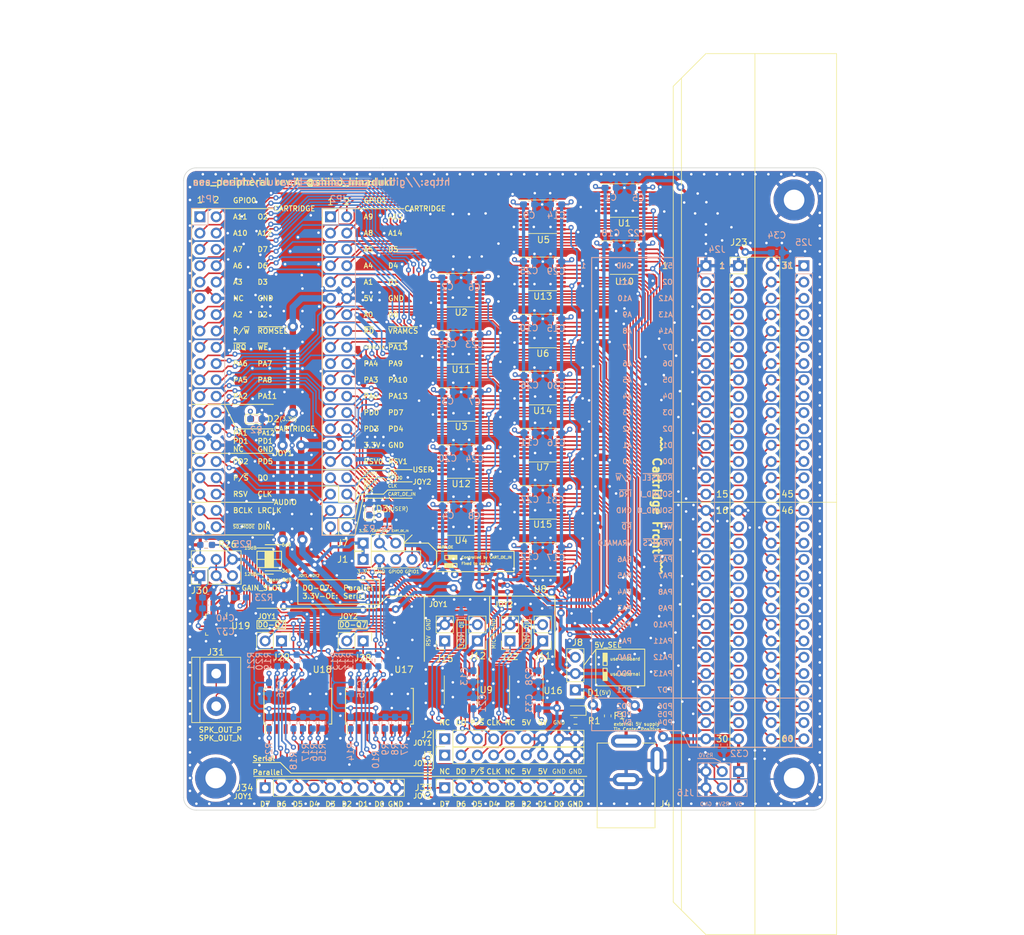
<source format=kicad_pcb>
(kicad_pcb (version 20211014) (generator pcbnew)
  (layers (0 "F.Cu" signal) (31 "B.Cu" signal) (34 "B.Paste" user) (35 "F.Paste" user) (36 "B.SilkS" user "B.Silkscreen") (37 "F.SilkS" user "F.Silkscreen") (38 "B.Mask" user) (39 "F.Mask" user) (44 "Edge.Cuts" user))
  (net 0 "")
  (net 1 "+3V3")
  (net 2 "GND")
  (net 3 "+5V")
  (net 4 "Net-(D1-Pad1)")
  (net 5 "Net-(D2-Pad1)")
  (net 6 "Net-(D3-Pad1)")
  (net 7 "/EXT_5V")
  (net 8 "Net-(F1-Pad2)")
  (net 9 "/3V3_JOY1_DO")
  (net 10 "/3V3_A11")
  (net 11 "/3V3_A10")
  (net 12 "/3V3_A7")
  (net 13 "/3V3_A6")
  (net 14 "/3V3_A3")
  (net 15 "/BOARD_5V")
  (net 16 "/3V3_A2")
  (net 17 "/3V3_R{slash}~{W}")
  (net 18 "/3V3_~{IRQ}")
  (net 19 "/3V3_PA1")
  (net 20 "/3V3_PD1")
  (net 21 "/3V3_A9")
  (net 22 "/3V3_A8")
  (net 23 "/3V3_A5")
  (net 24 "/3V3_A4")
  (net 25 "/3V3_A1")
  (net 26 "/3V3_A0")
  (net 27 "/3V3_~{RD}")
  (net 28 "/3V3_VRAMA10")
  (net 29 "/3V3_PA4")
  (net 30 "/3V3_PA3")
  (net 31 "/3V3_PA0")
  (net 32 "/3V3_PD0")
  (net 33 "/3V3_PD3")
  (net 34 "/3V3_RESERVE0")
  (net 35 "/3V3_O2")
  (net 36 "/3V3_A12")
  (net 37 "/3V3_D7")
  (net 38 "/3V3_D6")
  (net 39 "/3V3_D3")
  (net 40 "/3V3_D2")
  (net 41 "/3V3_~{ROMSEL}")
  (net 42 "/3V3_~{WE}")
  (net 43 "/3V3_A13")
  (net 44 "/3V3_A14")
  (net 45 "/3V3_D5")
  (net 46 "/3V3_D4")
  (net 47 "/3V3_D1")
  (net 48 "/3V3_D0")
  (net 49 "/3V3_~{VRAMCS}")
  (net 50 "/3V3_~{PA13}")
  (net 51 "/3V3_PA9")
  (net 52 "/3V3_PA10")
  (net 53 "/3V3_PA13")
  (net 54 "/3V3_PD7")
  (net 55 "/3V3_PD4")
  (net 56 "/3V3_RESERVE1")
  (net 57 "/CART_OE")
  (net 58 "/JOY2_OE_5V")
  (net 59 "/JOY1_OE_5V")
  (net 60 "/5V_JOY1_RESERVE")
  (net 61 "/5V_JOY1_P{slash}~{S}")
  (net 62 "/5V_JOY1_DO")
  (net 63 "/5V_JOY1_CLK")
  (net 64 "/5V_RESERVE0")
  (net 65 "/5V_RESERVE1")
  (net 66 "/SOUND_I")
  (net 67 "/SOUND_O")
  (net 68 "/5V_JOY2_MICIN")
  (net 69 "/5V_JOY2_P{slash}~{S}")
  (net 70 "/5V_JOY2_DO")
  (net 71 "/5V_JOY2_CLK")
  (net 72 "/5V_A11")
  (net 73 "/5V_A10")
  (net 74 "/5V_A9")
  (net 75 "/5V_A8")
  (net 76 "/5V_A7")
  (net 77 "/5V_A6")
  (net 78 "/5V_A5")
  (net 79 "/5V_A4")
  (net 80 "/5V_A3")
  (net 81 "/5V_A2")
  (net 82 "/5V_A1")
  (net 83 "/5V_A0")
  (net 84 "/5V_R{slash}~{W}")
  (net 85 "/5V_~{IRQ}")
  (net 86 "/5V_~{RD}")
  (net 87 "/5V_VRAMA10")
  (net 88 "/5V_PA6")
  (net 89 "/5V_PA5")
  (net 90 "/5V_PA4")
  (net 91 "/5V_PA3")
  (net 92 "/5V_PA2")
  (net 93 "/5V_PA1")
  (net 94 "/5V_PA0")
  (net 95 "/5V_PD0")
  (net 96 "/5V_PD1")
  (net 97 "/5V_PD2")
  (net 98 "/5V_PD3")
  (net 99 "/5V_O2")
  (net 100 "/5V_A12")
  (net 101 "/5V_A13")
  (net 102 "/5V_A14")
  (net 103 "/5V_D7")
  (net 104 "/5V_D6")
  (net 105 "/5V_D5")
  (net 106 "/5V_D4")
  (net 107 "/5V_D3")
  (net 108 "/5V_D2")
  (net 109 "/5V_D1")
  (net 110 "/5V_D0")
  (net 111 "/5V_~{ROMSEL}")
  (net 112 "/5V_~{WE}")
  (net 113 "/5V_~{VRAMCS}")
  (net 114 "/5V_~{PA13}")
  (net 115 "/5V_PA7")
  (net 116 "/5V_PA8")
  (net 117 "/5V_PA9")
  (net 118 "/5V_PA10")
  (net 119 "/5V_PA11")
  (net 120 "/5V_PA12")
  (net 121 "/5V_PA13")
  (net 122 "/5V_PD7")
  (net 123 "/5V_PD6")
  (net 124 "/5V_PD5")
  (net 125 "/5V_PD4")
  (net 126 "Net-(J28-Pad1)")
  (net 127 "Net-(J29-Pad1)")
  (net 128 "/GAIN_SLOT")
  (net 129 "/JOY2_3V3_DBG_D0")
  (net 130 "/JOY1_3V3_DBG_D0")
  (net 131 "/JOY2_3V3_DBG_D1")
  (net 132 "/JOY2_3V3_DBG_D2")
  (net 133 "/JOY2_3V3_DBG_D3")
  (net 134 "/JOY2_3V3_DBG_D4")
  (net 135 "/JOY2_3V3_DBG_D5")
  (net 136 "/JOY2_3V3_DBG_D6")
  (net 137 "/JOY2_3V3_DBG_D7")
  (net 138 "/JOY1_3V3_DBG_D1")
  (net 139 "/JOY1_3V3_DBG_D2")
  (net 140 "/JOY1_3V3_DBG_D3")
  (net 141 "/JOY1_3V3_DBG_D4")
  (net 142 "/JOY1_3V3_DBG_D5")
  (net 143 "/JOY1_3V3_DBG_D6")
  (net 144 "/JOY1_3V3_DBG_D7")
  (net 145 "Net-(R23-Pad1)")
  (net 146 "/3V3_JOY1_P{slash}~{S}")
  (net 189 "/3V3_JOY1_CLK")
  (net 190 "/3V3_JOY1_RESERVE")
  (net 191 "/CART_OE_IN")
  (net 192 "/3V3_JOY2_DO")
  (net 193 "/3V3_JOY2_P{slash}~{S}")
  (net 194 "/3V3_JOY2_CLK")
  (net 195 "/3V3_JOY2_MICIN")
  (net 196 "Net-(J30-Pad2)")
  (net 197 "Net-(J30-Pad5)")
  (net 198 "/SPK_OUT_P")
  (net 199 "/SPK_OUT_N")
  (net 200 "/3V3_PA6")
  (net 201 "/3V3_PA7")
  (net 202 "/3V3_PA5")
  (net 203 "/3V3_PA8")
  (net 204 "/3V3_PA2")
  (net 205 "/3V3_PA11")
  (net 206 "/3V3_PA12")
  (net 207 "/3V3_PD6")
  (net 208 "/3V3_PD2")
  (net 209 "/3V3_PD5")
  (net 210 "/DAC_I2S_BCLK")
  (net 215 "/DAC_I2S_DIN")
  (net 216 "/DAC_I2S_LRCLK")
  (net 217 "/DAC_~{SD_MODE}")
  (net 218 "/GPIO_1_D28")
  (net 219 "/GPIO_1_D29")
  (net 220 "/GPIO_1_D31")
  (footprint "Package_SO:TSSOP-14_4.4x5mm_P0.65mm" (layer "F.Cu") (at 96.52 95.25)
    (fp_text reference "U15")
    (fp_text value "TXB0104PW")
  )
  (footprint "Connector_PinSocket_2.54mm:PinSocket_1x09_P2.54mm_Vertical" (layer "F.Cu") (at 53.34 139.7 90)
    (fp_text reference "J34")
    (fp_text value "CONN_JOY1_DBG")
  )
  (footprint "Package_SO:TSSOP-14_4.4x5mm_P0.65mm" (layer "F.Cu") (at 96.52 77.47)
    (fp_text reference "U14")
    (fp_text value "TXB0104PW")
  )
  (footprint "Package_SO:TSSOP-14_4.4x5mm_P0.65mm" (layer "F.Cu") (at 83.82 62.23)
    (fp_text reference "U2")
    (fp_text value "TXB0104PW")
  )
  (footprint "nes_peripheral:QFN-16_EP_3x3_Pitch0.5mm" (layer "F.Cu") (at 45.72 114.3 -90)
    (fp_text reference "U19")
    (fp_text value "MAX98357")
  )
  (footprint "Connector_PinHeader_2.54mm:PinHeader_1x02_P2.54mm_Vertical" (layer "F.Cu") (at 96.52 116.84 180)
    (fp_text reference "J11")
    (fp_text value "CONN_JOY2_OE_SEL")
  )
  (footprint "Package_SO:TSSOP-14_4.4x5mm_P0.65mm" (layer "F.Cu") (at 96.52 86.36)
    (fp_text reference "U7")
    (fp_text value "TXB0104PW")
  )
  (footprint "Connector_PinHeader_2.54mm:PinHeader_1x02_P2.54mm_Vertical" (layer "F.Cu") (at 55.88 116.84 -90)
    (fp_text reference "J29")
    (fp_text value "CONN_JOY1_DBGSEL")
  )
  (footprint "Package_SO:TSSOP-14_4.4x5mm_P0.65mm" (layer "F.Cu") (at 83.82 97.79)
    (fp_text reference "U4")
    (fp_text value "TXB0104PW")
  )
  (footprint "nes_peripheral:FC_CONN" (layer "F.Cu") (at 127 58.42)
    (fp_text reference "J23")
    (fp_text value "FC_CONN")
  )
  (footprint "Connector_PinHeader_2.54mm:PinHeader_1x02_P2.54mm_Vertical" (layer "F.Cu") (at 86.36 116.84 180)
    (fp_text reference "J12")
    (fp_text value "CONN_JOY1_OE_SEL")
  )
  (footprint "Fuse:Fuse_0603_1608Metric_Pad1.05x0.95mm_HandSolder" (layer "F.Cu") (at 106.64 128.505 -90)
    (fp_text reference "F1")
    (fp_text value "Polyfuse_Small")
  )
  (footprint "Resistor_SMD:R_0603_1608Metric_Pad0.98x0.95mm_HandSolder" (layer "F.Cu") (at 44.1525 101.88 180)
    (fp_text reference "R26")
    (fp_text value "100k")
  )
  (footprint "Package_SO:TSSOP-14_4.4x5mm_P0.65mm" (layer "F.Cu") (at 109.22 57.15)
    (fp_text reference "U10")
    (fp_text value "TXB0104PW")
  )
  (footprint "LED_SMD:LED_0603_1608Metric_Pad1.05x0.95mm_HandSolder" (layer "F.Cu") (at 51.965 82.28)
    (fp_text reference "D2")
    (fp_text value "LED")
  )
  (footprint "Package_SO:TSSOP-14_4.4x5mm_P0.65mm" (layer "F.Cu") (at 96.52 104.14)
    (fp_text reference "U8")
    (fp_text value "TXB0104PW")
  )
  (footprint "Connector_PinSocket_2.54mm:PinSocket_1x09_P2.54mm_Vertical" (layer "F.Cu") (at 81.28 134.62 90)
    (fp_text reference "J3")
    (fp_text value "CONN_JOY2_FC_COMPATIBLE")
  )
  (footprint "LED_SMD:LED_0603_1608Metric_Pad1.05x0.95mm_HandSolder" (layer "F.Cu") (at 101.615 127.68 180)
    (fp_text reference "D1")
    (fp_text value "LED")
  )
  (footprint "Package_SO:SOIC-16W_5.3x10.2mm_P1.27mm" (layer "F.Cu") (at 58.42 127 90)
    (fp_text reference "U18")
    (fp_text value "4021")
  )
  (footprint "Connector_PinSocket_2.54mm:PinSocket_1x02_P2.54mm_Vertical" (layer "F.Cu") (at 91.44 116.84 180)
    (fp_text reference "J22")
    (fp_text value "CONN_JOY2_MIC")
  )
  (footprint "Package_SO:TSSOP-14_4.4x5mm_P0.65mm" (layer "F.Cu") (at 93.98 124.46 -90)
    (fp_text reference "U16")
    (fp_text value "TXB0104PW")
  )
  (footprint "Connector_PinHeader_2.54mm:PinHeader_1x03_P2.54mm_Vertical" (layer "F.Cu") (at 68.58 101.6 90)
    (fp_text reference "J7")
    (fp_text value "CONN_CART_OE_SEL")
  )
  (footprint "Resistor_SMD:R_0603_1608Metric_Pad0.98x0.95mm_HandSolder" (layer "F.Cu") (at 101.6275 129.28 180)
    (fp_text reference "R1")
    (fp_text value "10k")
  )
  (footprint "Package_SO:TSSOP-14_4.4x5mm_P0.65mm" (layer "F.Cu") (at 83.82 124.46 -90)
    (fp_text reference "U9")
    (fp_text value "TXB0104PW")
  )
  (footprint "MountingHole:MountingHole_3.2mm_M3_Pad_TopBottom" (layer "F.Cu") (at 45.64 138.18)
    (fp_text reference "H2" hide)
    (fp_text value "MountingHole_Pad")
  )
  (footprint "Package_SO:TSSOP-14_4.4x5mm_P0.65mm" (layer "F.Cu") (at 96.52 59.69)
    (fp_text reference "U13")
    (fp_text value "TXB0104PW")
  )
  (footprint "Connector_PinSocket_2.54mm:PinSocket_1x04_P2.54mm_Vertical" (layer "F.Cu") (at 68.58 104.14 90)
    (fp_text reference "J1")
    (fp_text value "CONN_USER")
  )
  (footprint "TerminalBlock:TerminalBlock_bornier-2_P5.08mm" (layer "F.Cu") (at 45.72 121.92 -90)
    (fp_text reference "J31")
    (fp_text value "Screw_Terminal_SPK")
  )
  (footprint "Connector_PinSocket_2.54mm:PinSocket_1x09_P2.54mm_Vertical" (layer "F.Cu") (at 81.28 139.7 90)
    (fp_text reference "J33")
    (fp_text value "CONN_JOY2_DBG")
  )
  (footprint "Connector_PinHeader_2.54mm:PinHeader_2x03_P2.54mm_Vertical" (layer "F.Cu") (at 43.18 106.68 90)
    (fp_text reference "J30")
    (fp_text value "CONN_GAINSEL")
  )
  (footprint "MountingHole:MountingHole_3.2mm_M3_Pad_TopBottom" (layer "F.Cu") (at 135.64 138.18)
    (fp_text reference "H1" hide)
    (fp_text value "MountingHole_Pad")
  )
  (footprint "Package_SO:TSSOP-14_4.4x5mm_P0.65mm" (layer "F.Cu") (at 83.82 71.12)
    (fp_text reference "U11")
    (fp_text value "TXB0104PW")
  )
  (footprint "Package_SO:SOIC-16W_5.3x10.2mm_P1.27mm" (layer "F.Cu") (at 71.12 127 90)
    (fp_text reference "U17")
    (fp_text value "4021")
  )
  (footprint "Package_SO:TSSOP-14_4.4x5mm_P0.65mm" (layer "F.Cu") (at 109.22 48.26)
    (fp_text reference "U1")
    (fp_text value "TXB0104PW")
  )
  (footprint "Package_SO:TSSOP-14_4.4x5mm_P0.65mm" (layer "F.Cu") (at 83.82 88.9)
    (fp_text reference "U12")
    (fp_text value "TXB0104PW")
  )
  (footprint "OPL_Connector:DCJ3P-14.2X11.0X9.0MM" (layer "F.Cu") (at 109.5 139.33 90)
    (fp_text reference "J4")
    (fp_text value "Jack_EXT5V")
  )
  (footprint "Package_SO:TSSOP-14_4.4x5mm_P0.65mm" (layer "F.Cu") (at 96.52 50.8)
    (fp_text reference "U5")
    (fp_text value "TXB0104PW")
  )
  (footprint "Connector_PinHeader_2.54mm:PinHeader_1x03_P2.54mm_Vertical" (layer "F.Cu") (at 101.6 124.46 180)
    (fp_text reference "J8")
    (fp_text value "CONN_5VSEL")
  )
  (footprint "LED_SMD:LED_0603_1608Metric_Pad1.05x0.95mm_HandSolder" (layer "F.Cu") (at 69.54 96.355 90)
    (fp_text reference "D3")
    (fp_text value "LED")
  )
  (footprint "Package_SO:TSSOP-14_4.4x5mm_P0.65mm" (layer "F.Cu") (at 83.82 80.01)
    (fp_text reference "U3")
    (fp_text value "TXB0104PW")
  )
  (footprint "Connector_PinSocket_2.54mm:PinSocket_1x02_P2.54mm_Vertical" (layer "F.Cu") (at 81.28 116.84 180)
    (fp_text reference "J15")
    (fp_text value "CONN_JOY1_MIC")
  )
  (footprint "Package_SO:TSSOP-14_4.4x5mm_P0.65mm" (layer "F.Cu") (at 96.52 68.58)
    (fp_text reference "U6")
    (fp_text value "TXB0104PW")
  )
  (footprint "Connector_PinHeader_2.54mm:PinHeader_1x02_P2.54mm_Vertical" (layer "F.Cu") (at 68.58 116.84 -90)
    (fp_text reference "J28")
    (fp_text value "CONN_JOY2_DBGSEL")
  )
  (footprint "MountingHole:MountingHole_3.2mm_M3_Pad_TopBottom" (layer "F.Cu") (at 135.64 48.18)
    (fp_text reference "H3" hide)
    (fp_text value "MountingHole_Pad")
  )
  (footprint "Connector_PinSocket_2.54mm:PinSocket_1x09_P2.54mm_Vertical" (layer "F.Cu") (at 81.28 132.08 90)
    (fp_text reference "J2")
    (fp_text value "CONN_JOY1_FC_COMPATIBLE")
  )
  (footprint "Capacitor_SMD:C_0603_1608Metric_Pad1.08x0.95mm_HandSolder" (layer "B.Cu") (at 81.8025 95.88)
    (fp_text reference "C4")
    (fp_text value "0.1u")
  )
  (footprint "Capacitor_SMD:C_0603_1608Metric_Pad1.08x0.95mm_HandSolder" (layer "B.Cu") (at 107.1025 46.28)
    (fp_text reference "C1")
    (fp_text value "0.1u")
  )
  (footprint "Capacitor_SMD:C_0603_1608Metric_Pad1.08x0.95mm_HandSolder" (layer "B.Cu") (at 81.74 78.08)
    (fp_text reference "C3")
    (fp_text value "0.1u")
  )
  (footprint "Capacitor_SMD:C_0603_1608Metric_Pad1.08x0.95mm_HandSolder" (layer "B.Cu") (at 44.45 110.08)
    (fp_text reference "C40")
    (fp_text value "10p")
  )
  (footprint "Capacitor_SMD:C_0603_1608Metric_Pad1.08x0.95mm_HandSolder" (layer "B.Cu") (at 44.45 111.76)
    (fp_text reference "C37")
    (fp_text value "0.1u")
  )
  (footprint "Capacitor_SMD:C_0603_1608Metric_Pad1.08x0.95mm_HandSolder" (layer "B.Cu") (at 81.7025 69.18)
    (fp_text reference "C19")
    (fp_text value "0.1u")
  )
  (footprint "Resistor_SMD:R_0603_1608Metric_Pad0.98x0.95mm_HandSolder" (layer "B.Cu") (at 59.24 129.5675 -90)
    (fp_text reference "R17")
    (fp_text value "10k")
  )
  (footprint "Resistor_SMD:R_0603_1608Metric_Pad0.98x0.95mm_HandSolder" (layer "B.Cu") (at 55.24 119.8675 -90)
    (fp_text reference "R21")
    (fp_text value "10k")
  )
  (footprint "Resistor_SMD:R_0603_1608Metric_Pad0.98x0.95mm_HandSolder" (layer "B.Cu") (at 67.94 119.88 -90)
    (fp_text reference "R13")
    (fp_text value "10k")
  )
  (footprint "Capacitor_SMD:C_0603_1608Metric_Pad1.08x0.95mm_HandSolder" (layer "B.Cu") (at 94.4025 66.68)
    (fp_text reference "C10")
    (fp_text value "0.1u")
  )
  (footprint "Connector_PinSocket_2.54mm:PinSocket_1x30_P2.54mm_Vertical" (layer "B.Cu") (at 137.16 58.42 180)
    (fp_text reference "J25")
    (fp_text value "CONN_CART_DBG")
  )
  (footprint "Resistor_SMD:R_0603_1608Metric_Pad0.98x0.95mm_HandSolder" (layer "B.Cu") (at 69.44 119.88 -90)
    (fp_text reference "R12")
    (fp_text value "10k")
  )
  (footprint "Resistor_SMD:R_0603_1608Metric_Pad0.98x0.95mm_HandSolder" (layer "B.Cu") (at 93.98 113.3675 90)
    (fp_text reference "R5")
    (fp_text value "10k")
  )
  (footprint "Capacitor_SMD:C_0603_1608Metric_Pad1.08x0.95mm_HandSolder" (layer "B.Cu") (at 124.74 133.0175 -90)
    (fp_text reference "C32")
    (fp_text value "0.1u")
  )
  (footprint "Resistor_SMD:R_0603_1608Metric_Pad0.98x0.95mm_HandSolder" (layer "B.Cu") (at 83.84 113.3675 90)
    (fp_text reference "R6")
    (fp_text value "10k")
  )
  (footprint "Capacitor_SMD:C_0603_1608Metric_Pad1.08x0.95mm_HandSolder" (layer "B.Cu") (at 94.4775 84.48)
    (fp_text reference "C11")
    (fp_text value "0.1u")
  )
  (footprint "Connector_PinSocket_2.54mm:PinSocket_2x03_P2.54mm_Vertical" (layer "B.Cu") (at 127 137.16 90)
    (fp_text reference "J16")
    (fp_text value "CONN_5V_RESERVE")
  )
  (footprint "Resistor_SMD:R_0603_1608Metric_Pad0.98x0.95mm_HandSolder" (layer "B.Cu") (at 58.24 119.8675 -90)
    (fp_text reference "R19")
    (fp_text value "10k")
  )
  (footprint "Resistor_SMD:R_0603_1608Metric_Pad0.98x0.95mm_HandSolder" (layer "B.Cu") (at 62.24 129.5675 -90)
    (fp_text reference "R15")
    (fp_text value "10k")
  )
  (footprint "Connector_PinSocket_2.54mm:PinSocket_2x20_P2.54mm_Vertical" (layer "B.Cu") (at 43.18 50.8 180)
    (fp_text reference "JP1")
    (fp_text value "GPIO0")
  )
  (footprint "Capacitor_SMD:C_0603_1608Metric_Pad1.08x0.95mm_HandSolder" (layer "B.Cu") (at 94.4775 75.58)
    (fp_text reference "C26")
    (fp_text value "0.1u")
  )
  (footprint "Resistor_SMD:R_0603_1608Metric_Pad0.98x0.95mm_HandSolder" (layer "B.Cu") (at 70.94 119.88 -90)
    (fp_text reference "R11")
    (fp_text value "10k")
  )
  (footprint "Resistor_SMD:R_0603_1608Metric_Pad0.98x0.95mm_HandSolder" (layer "B.Cu") (at 73.54 129.58 -90)
    (fp_text reference "R8")
    (fp_text value "10k")
  )
  (footprint "Resistor_SMD:R_0603_1608Metric_Pad0.98x0.95mm_HandSolder" (layer "B.Cu") (at 72.04 129.58 -90)
    (fp_text reference "R9")
    (fp_text value "10k")
  )
  (footprint "Capacitor_SMD:C_0603_1608Metric_Pad1.08x0.95mm_HandSolder" (layer "B.Cu") (at 98.5775 102.28 180)
    (fp_text reference "C17")
    (fp_text value "0.1u")
  )
  (footprint "Capacitor_SMD:C_0603_1608Metric_Pad1.08x0.95mm_HandSolder" (layer "B.Cu") (at 81.7025 60.28)
    (fp_text reference "C2")
    (fp_text value "0.1u")
  )
  (footprint "Resistor_SMD:R_0603_1608Metric_Pad0.98x0.95mm_HandSolder" (layer "B.Cu") (at 53.94 129.5675 -90)
    (fp_text reference "R22")
    (fp_text value "10k")
  )
  (footprint "Resistor_SMD:R_0603_1608Metric_Pad0.98x0.95mm_HandSolder" (layer "B.Cu") (at 60.74 129.5675 -90)
    (fp_text reference "R16")
    (fp_text value "10k")
  )
  (footprint "Capacitor_SMD:C_0603_1608Metric_Pad1.08x0.95mm_HandSolder" (layer "B.Cu") (at 81.74 86.98)
    (fp_text reference "C20")
    (fp_text value "0.1u")
  )
  (footprint "Capacitor_SMD:C_0603_1608Metric_Pad1.08x0.95mm_HandSolder" (layer "B.Cu") (at 94.5025 93.38)
    (fp_text reference "C27")
    (fp_text value "0.1u")
  )
  (footprint "Resistor_SMD:R_0603_1608Metric_Pad0.98x0.95mm_HandSolder" (layer "B.Cu") (at 75.04 129.58 -90)
    (fp_text reference "R7")
    (fp_text value "10k")
  )
  (footprint "Capacitor_SMD:C_0603_1608Metric_Pad1.08x0.95mm_HandSolder" (layer "B.Cu") (at 98.6025 57.78 180)
    (fp_text reference "C29")
    (fp_text value "0.1u")
  )
  (footprint "Connector_PinSocket_2.54mm:PinSocket_2x20_P2.54mm_Vertical" (layer "B.Cu") (at 63.5 50.8 180)
    (fp_text reference "JP2")
    (fp_text value "GPIO1")
  )
  (footprint "Resistor_SMD:R_0603_1608Metric_Pad0.98x0.95mm_HandSolder" (layer "B.Cu") (at 57.74 129.58 -90)
    (fp_text reference "R18")
    (fp_text value "10k")
  )
  (footprint "Capacitor_SMD:C_0603_1608Metric_Pad1.08x0.95mm_HandSolder" (layer "B.Cu") (at 111.3025 55.28 180)
    (fp_text reference "C22")
    (fp_text value "0.1u")
  )
  (footprint "Resistor_SMD:R_0603_1608Metric_Pad0.98x0.95mm_HandSolder" (layer "B.Cu") (at 66.64 129.58 -90)
    (fp_text reference "R14")
    (fp_text value "10k")
  )
  (footprint "Resistor_SMD:R_0603_1608Metric_Pad0.98x0.95mm_HandSolder" (layer "B.Cu") (at 51.9525 82.28)
    (fp_text reference "R2")
    (fp_text value "10k")
  )
  (footprint "Resistor_SMD:R_0603_1608Metric_Pad0.98x0.95mm_HandSolder" (layer "B.Cu") (at 69.54 96.355 90)
    (fp_text reference "R3")
    (fp_text value "10k")
  )
  (footprint "Resistor_SMD:R_0603_1608Metric_Pad0.98x0.95mm_HandSolder" (layer "B.Cu") (at 70.54 129.58 -90)
    (fp_text reference "R10")
    (fp_text value "10k")
  )
  (footprint "Capacitor_SMD:C_0603_1608Metric_Pad1.08x0.95mm_HandSolder" (layer "B.Cu") (at 94.4025 48.88)
    (fp_text reference "C9")
    (fp_text value "0.1u")
  )
  (footprint "Capacitor_SMD:C_0603_1608Metric_Pad1.08x0.95mm_HandSolder" (layer "B.Cu") (at 85.74 126.5175 90)
    (fp_text reference "C21")
    (fp_text value "0.1u")
  )
  (footprint "Connector_PinSocket_2.54mm:PinSocket_1x30_P2.54mm_Vertical" (layer "B.Cu") (at 121.92 58.42 180)
    (fp_text reference "J24")
    (fp_text value "CONN_CART_DBG")
  )
  (footprint "Capacitor_SMD:C_0603_1608Metric_Pad1.08x0.95mm_HandSolder" (layer "B.Cu") (at 98.5775 93.38 180)
    (fp_text reference "C31")
    (fp_text value "0.1u")
  )
  (footprint "Capacitor_SMD:C_0603_1608Metric_Pad1.08x0.95mm_HandSolder" (layer "B.Cu") (at 94.3875 57.78)
    (fp_text reference "C25")
    (fp_text value "0.1u")
  )
  (footprint "Capacitor_SMD:C_0603_1608Metric_Pad1.08x0.95mm_HandSolder" (layer "B.Cu") (at 111.4025 46.28 180)
    (fp_text reference "C5")
    (fp_text value "0.1u")
  )
  (footprint "Capacitor_SMD:C_0603_1608Metric_Pad1.08x0.95mm_HandSolder" (layer "B.Cu") (at 95.84 122.3425 -90)
    (fp_text reference "C28")
    (fp_text value "0.1u")
  )
  (footprint "Capacitor_SMD:C_0603_1608Metric_Pad1.08x0.95mm_HandSolder" (layer "B.Cu") (at 95.84 126.5175 90)
    (fp_text reference "C33")
    (fp_text value "0.1u")
  )
  (footprint "Resistor_SMD:R_0603_1608Metric_Pad0.98x0.95mm_HandSolder" (layer "B.Cu") (at 49.4525 110.08)
    (fp_text reference "R23")
    (fp_text value "0")
  )
  (footprint "Capacitor_SMD:C_0603_1608Metric_Pad1.08x0.95mm_HandSolder" (layer "B.Cu") (at 94.5025 102.28)
    (fp_text reference "C12")
    (fp_text value "0.1u")
  )
  (footprint "Capacitor_SMD:C_0603_1608Metric_Pad1.08x0.95mm_HandSolder" (layer "B.Cu") (at 53.94 124.18 -90)
    (fp_text reference "C36")
    (fp_text value "0.1u")
  )
  (footprint "Capacitor_SMD:C_0603_1608Metric_Pad1.08x0.95mm_HandSolder" (layer "B.Cu") (at 85.8775 95.88 180)
    (fp_text reference "C8")
    (fp_text value "0.1u")
  )
  (footprint "Capacitor_SMD:C_0603_1608Metric_Pad1.08x0.95mm_HandSolder" (layer "B.Cu") (at 98.5775 84.48 180)
    (fp_text reference "C16")
    (fp_text value "0.1u")
  )
  (footprint "Capacitor_SMD:C_0603_1608Metric_Pad1.08x0.95mm_HandSolder" (layer "B.Cu") (at 98.6025 75.58 180)
    (fp_text reference "C30")
    (fp_text value "0.1u")
  )
  (footprint "Resistor_SMD:R_0603_1608Metric_Pad0.98x0.95mm_HandSolder" (layer "B.Cu") (at 72.34 96.2675 90)
    (fp_text reference "R4")
    (fp_text value "10k")
  )
  (footprint "Capacitor_SMD:C_0603_1608Metric_Pad1.08x0.95mm_HandSolder" (layer "B.Cu") (at 85.9025 60.28 180)
    (fp_text reference "C6")
    (fp_text value "0.1u")
  )
  (footprint "Capacitor_SMD:C_0603_1608Metric_Pad1.08x0.95mm_HandSolder" (layer "B.Cu") (at 66.74 124.18 -90)
    (fp_text reference "C35")
    (fp_text value "0.1u")
  )
  (footprint "Capacitor_SMD:C_0603_1608Metric_Pad1.08x0.95mm_HandSolder" (layer "B.Cu") (at 85.9025 69.18 180)
    (fp_text reference "C23")
    (fp_text value "0.1u")
  )
  (footprint "Capacitor_SMD:C_0603_1608Metric_Pad1.08x0.95mm_HandSolder" (layer "B.Cu") (at 132.94 56.38)
    (fp_text reference "C34")
    (fp_text value "0.1u")
  )
  (footprint "Resistor_SMD:R_0603_1608Metric_Pad0.98x0.95mm_HandSolder" (layer "B.Cu") (at 44.1525 101.88)
    (fp_text reference "R25")
    (fp_text value "100k")
  )
  (footprint "Capacitor_SMD:C_0603_1608Metric_Pad1.08x0.95mm_HandSolder" (layer "B.Cu") (at 107.1025 55.28)
    (fp_text reference "C18")
    (fp_text value "0.1u")
  )
  (footprint "Capacitor_SMD:C_0603_1608Metric_Pad1.08x0.95mm_HandSolder" (layer "B.Cu") (at 85.94 78.08 180)
    (fp_text reference "C7")
    (fp_text value "0.1u")
  )
  (footprint "Capacitor_SMD:C_0603_1608Metric_Pad1.08x0.95mm_HandSolder" (layer "B.Cu") (at 85.94 86.98 180)
    (fp_text reference "C24")
    (fp_text value "0.1u")
  )
  (footprint "Capacitor_SMD:C_0603_1608Metric_Pad1.08x0.95mm_HandSolder" (layer "B.Cu") (at 98.6025 66.68 180)
    (fp_text reference "C15")
    (fp_text value "0.1u")
  )
  (footprint "Capacitor_SMD:C_0603_1608Metric_Pad1.08x0.95mm_HandSolder" (layer "B.Cu") (at 85.74 122.3425 -90)
    (fp_text reference "C13")
    (fp_text value "0.1u")
  )
  (footprint "Capacitor_SMD:C_0603_1608Metric_Pad1.08x0.95mm_HandSolder" (layer "B.Cu") (at 98.6025 48.88 180)
    (fp_text reference "C14")
    (fp_text value "0.1u")
  )
  (footprint "Resistor_SMD:R_0603_1608Metric_Pad0.98x0.95mm_HandSolder" (layer "B.Cu") (at 56.74 119.8675 -90)
    (fp_text reference "R20")
    (fp_text value "10k")
  )
  (gr_line (start 109.22 130.81) (end 118.11 130.81) (layer "B.SilkS") (width 0.15))
  (gr_line (start 138.43 125.73) (end 104.14 125.73) (layer "B.SilkS") (width 0.15))
  (gr_line (start 119.38 133.35) (end 138.49 133.41) (layer "B.SilkS") (width 0.15))
  (gr_line (start 123.19 135.128) (end 124.206 135.636) (layer "B.SilkS") (width 0.15))
  (gr_line (start 120.65 135.128) (end 123.19 135.128) (layer "B.SilkS") (width 0.15))
  (gr_line (start 118.11 130.81) (end 119.38 133.35) (layer "B.SilkS") (width 0.15))
  (gr_rect (start 116.84 130.81) (end 104.14 57.15) (layer "B.SilkS") (width 0.15) (fill none))
  (gr_line (start 64.77 100.33) (end 62.23 100.33) (layer "F.SilkS") (width 0.15))
  (gr_line (start 54.61 105.41) (end 54.61 104.14) (layer "F.SilkS") (width 0.15))
  (gr_rect (start 81.915 104.775) (end 81.28 105.41) (layer "F.SilkS") (width 0.15) (fill solid))
  (gr_line (start 71.12 111.125) (end 71.12 107.315) (layer "F.SilkS") (width 0.15))
  (gr_line (start 78.105 120.015) (end 78.105 109.855) (layer "F.SilkS") (width 0.15))
  (gr_line (start 71.12 107.315) (end 58.42 107.315) (layer "F.SilkS") (width 0.15))
  (gr_rect (start 106.553 119.38) (end 105.918 120.015) (layer "F.SilkS") (width 0.15) (fill solid))
  (gr_line (start 98.425 119.38) (end 98.425 109.855) (layer "F.SilkS") (width 0.15))
  (gr_line (start 68.58 93.98) (end 68.072 93.98) (layer "F.SilkS") (width 0.15))
  (gr_line (start 62.23 90.17) (end 76.2 90.17) (layer "F.SilkS") (width 0.15))
  (gr_line (start 55.6895 135.763) (end 51.435 135.763) (layer "F.SilkS") (width 0.15))
  (gr_line (start 46.99 80.01) (end 48.26 82.55) (layer "F.SilkS") (width 0.15))
  (gr_rect (start 82.55 103.505) (end 81.915 104.14) (layer "F.SilkS") (width 0.15) (fill solid))
  (gr_rect (start 64.77 113.665) (end 69.215 114.935) (layer "F.SilkS") (width 0.15) (fill none))
  (gr_rect (start 52.07 113.665) (end 56.515 114.935) (layer "F.SilkS") (width 0.15) (fill none))
  (gr_line (start 52.07 104.14) (end 52.07 105.41) (layer "F.SilkS") (width 0.15))
  (gr_line (start 68.072 91.44) (end 71.755 91.44) (layer "F.SilkS") (width 0.15))
  (gr_line (start 41.91 100.33) (end 54.61 100.33) (layer "F.SilkS") (width 0.15))
  (gr_line (start 67.31 95.25) (end 68.072 91.44) (layer "F.SilkS") (width 0.15))
  (gr_line (start 55.88 104.14) (end 55.88 105.41) (layer "F.SilkS") (width 0.15))
  (gr_line (start 54.61 102.87) (end 55.88 102.87) (layer "F.SilkS") (width 0.15))
  (gr_line (start 88.265 120.015) (end 88.265 109.855) (layer "F.SilkS") (width 0.15))
  (gr_line (start 57.3405 137.414) (end 55.6895 135.763) (layer "F.SilkS") (width 0.15))
  (gr_rect (start 53.34 102.87) (end 54.61 105.41) (layer "F.SilkS") (width 0.15) (fill solid))
  (gr_rect (start 106.553 121.7295) (end 105.918 122.3645) (layer "F.SilkS") (width 0.15) (fill solid))
  (gr_line (start 52.07 102.87) (end 54.61 102.87) (layer "F.SilkS") (width 0.15))
  (gr_line (start 41.91 80.01) (end 46.99 80.01) (layer "F.SilkS") (width 0.15))
  (gr_line (start 46.99 80.01) (end 54.61 80.01) (layer "F.SilkS") (width 0.15))
  (gr_line (start 67.31 97.79) (end 64.77 97.79) (layer "F.SilkS") (width 0.15))
  (gr_rect (start 104.775 118.11) (end 112.395 123.825) (layer "F.SilkS") (width 0.15) (fill none))
  (gr_line (start 48.26 87.63) (end 41.91 87.63) (layer "F.SilkS") (width 0.15))
  (gr_rect (start 82.55 104.775) (end 81.915 105.41) (layer "F.SilkS") (width 0.15) (fill solid))
  (gr_line (start 72.39 93.345) (end 71.755 93.98) (layer "F.SilkS") (width 0.15))
  (gr_line (start 58.42 107.315) (end 58.42 111.125) (layer "F.SilkS") (width 0.15))
  (gr_line (start 71.755 91.44) (end 72.39 92.075) (layer "F.SilkS") (width 0.15))
  (gr_line (start 53.34 101.854) (end 55.88 101.854) (layer "F.SilkS") (width 0.15))
  (gr_line (start 76.2 93.345) (end 72.39 93.345) (layer "F.SilkS") (width 0.15))
  (gr_line (start 41.91 100.33) (end 41.91 49.53) (layer "F.SilkS") (width 0.15))
  (gr_line (start 71.12 111.125) (end 72.39 109.855) (layer "F.SilkS") (width 0.15))
  (gr_line (start 72.39 109.855) (end 98.425 109.855) (layer "F.SilkS") (width 0.15))
  (gr_line (start 62.23 92.71) (end 64.77 92.71) (layer "F.SilkS") (width 0.15))
  (gr_line (start 74.93 101.6) (end 76.2 100.33) (layer "F.SilkS") (width 0.15))
  (gr_rect (start 93.345 113.538) (end 94.742 117.983) (layer "F.SilkS") (width 0.15) (fill none))
  (gr_line (start 52.07 102.87) (end 53.34 102.87) (layer "F.SilkS") (width 0.15))
  (gr_line (start 68.072 93.98) (end 67.31 97.79) (layer "F.SilkS") (width 0.15))
  (gr_line (start 64.77 97.79) (end 64.77 100.33) (layer "F.SilkS") (width 0.15))
  (gr_line (start 52.07 104.14) (end 52.07 102.87) (layer "F.SilkS") (width 0.15))
  (gr_line (start 71.755 93.98) (end 68.58 93.98) (layer "F.SilkS") (width 0.15))
  (gr_line (start 68.58 94.615) (end 76.2 94.615) (layer "F.SilkS") (width 0.15))
  (gr_line (start 55.88 102.87) (end 55.88 104.14) (layer "F.SilkS") (width 0.15))
  (gr_line (start 54.61 102.87) (end 54.61 104.14) (layer "F.SilkS") (width 0.15))
  (gr_line (start 48.895 83.82) (end 54.61 83.82) (layer "F.SilkS") (width 0.15))
  (gr_line (start 70.485 111.76) (end 71.12 111.125) (layer "F.SilkS") (width 0.15))
  (gr_line (start 48.26 82.55) (end 48.895 83.82) (layer "F.SilkS") (width 0.15))
  (gr_line (start 48.26 87.63) (end 54.61 87.63) (layer "F.SilkS") (width 0.15))
  (gr_rect (start 81.915 103.505) (end 81.28 104.14) (layer "F.SilkS") (width 0.15) (fill none))
  (gr_rect (start 83.185 104.775) (end 82.55 105.41) (layer "F.SilkS") (width 0.15) (fill none))
  (gr_line (start 79.502 130.683) (end 79.502 135.89) (layer "F.SilkS") (width 0.15))
  (gr_line (start 79.502 135.89) (end 79.502 136.652) (layer "F.SilkS") (width 0.15))
  (gr_line (start 53.34 104.14) (end 53.34 102.87) (layer "F.SilkS") (width 0.15))
  (gr_line (start 41.91 49.53) (end 54.61 49.53) (layer "F.SilkS") (width 0.15))
  (gr_line (start 53.34 104.14) (end 53.34 105.41) (layer "F.SilkS") (width 0.15))
  (gr_line (start 62.23 49.53) (end 74.93 49.53) (layer "F.SilkS") (width 0.15))
  (gr_rect (start 106.553 122.3645) (end 105.918 122.9995) (layer "F.SilkS") (width 0.15) (fill solid))
  (gr_line (start 62.23 49.53) (end 62.23 100.33) (layer "F.SilkS") (width 0.15))
  (gr_line (start 64.77 92.71) (end 64.77 95.25) (layer "F.SilkS") (width 0.15))
  (gr_line (start 54.61 105.41) (end 53.34 105.41) (layer "F.SilkS") (width 0.15))
  (gr_rect (start 83.185 113.538) (end 84.582 117.983) (layer "F.SilkS") (width 0.15) (fill none))
  (gr_line (start 78.867 137.414) (end 57.3405 137.414) (layer "F.SilkS") (width 0.15))
  (gr_line (start 58.42 111.125) (end 71.12 111.125) (layer "F.SilkS") (width 0.15))
  (gr_rect (start 80.01 102.87) (end 92.075 106.045) (layer "F.SilkS") (width 0.15) (fill none))
  (gr_line (start 53.34 105.918) (end 55.88 105.918) (layer "F.SilkS") (width 0.15))
  (gr_line (start 52.07 111.76) (end 70.485 111.76) (layer "F.SilkS") (width 0.15))
  (gr_line (start 54.61 106.426) (end 52.07 106.426) (layer "F.SilkS") (width 0.15))
  (gr_line (start 55.88 104.14) (end 54.61 104.14) (layer "F.SilkS") (width 0.15))
  (gr_rect (start 83.185 103.505) (end 82.55 104.14) (layer "F.SilkS") (width 0.15) (fill solid))
  (gr_line (start 67.31 100.33) (end 68.58 94.615) (layer "F.SilkS") (width 0.15))
  (gr_line (start 80.01 102.87) (end 78.74 101.6) (layer "F.SilkS") (width 0.15))
  (gr_line (start 54.61 104.14) (end 52.07 104.14) (layer "F.SilkS") (width 0.15))
  (gr_line (start 52.07 105.41) (end 53.34 105.41) (layer "F.SilkS") (width 0.15))
  (gr_line (start 72.39 92.075) (end 76.2 92.075) (layer "F.SilkS") (width 0.15))
  (gr_line (start 103.378 137.922) (end 51.562 137.922) (layer "F.SilkS") (width 0.15))
  (gr_line (start 41.91 95.25) (end 54.61 95.25) (layer "F.SilkS") (width 0.15))
  (gr_line (start 53.34 105.41) (end 53.34 104.14) (layer "F.SilkS") (width 0.15))
  (gr_line (start 102.93 120.65) (end 104.835 118.11) (layer "F.SilkS") (width 0.15))
  (gr_line (start 80.01 105.41) (end 80.01 102.87) (layer "F.SilkS") (width 0.15))
  (gr_line (start 55.88 105.41) (end 54.61 105.41) (layer "F.SilkS") (width 0.15))
  (gr_line (start 52.07 102.362) (end 54.61 102.362) (layer "F.SilkS") (width 0.15))
  (gr_rect (start 106.553 121.0945) (end 105.918 121.7295) (layer "F.SilkS") (width 0.15) (fill none))
  (gr_line (start 64.77 95.25) (end 67.31 95.25) (layer "F.SilkS") (width 0.15))
  (gr_rect (start 106.553 120.015) (end 105.918 120.65) (layer "F.SilkS") (width 0.15) (fill none))
  (gr_line (start 79.502 136.652) (end 78.867 137.414) (layer "F.SilkS") (width 0.15))
  (gr_line (start 64.77 100.33) (end 67.31 100.33) (layer "F.SilkS") (width 0.15))
  (gr_rect (start 106.553 118.745) (end 105.918 119.38) (layer "F.SilkS") (width 0.15) (fill solid))
  (gr_line (start 78.74 101.6) (end 74.93 101.6) (layer "F.SilkS") (width 0.15))
  (gr_line (start 71.12 43.18) (end 71.64 43.18) (layer "Edge.Cuts") (width 0.1))
  (gr_line (start 140.64 45.18) (end 140.64 141.18) (layer "Edge.Cuts") (width 0.1))
  (gr_line (start 138.64 43.18) (end 71.64 43.18) (layer "Edge.Cuts") (width 0.1))
  (gr_line (start 40.64 45.18) (end 40.64 141.18) (layer "Edge.Cuts") (width 0.1))
  (gr_arc (start 40.64 45.18) (mid 41.225786 43.765786) (end 42.64 43.18) (layer "Edge.Cuts") (width 0.1))
  (gr_arc (start 138.64 43.18) (mid 140.054214 43.765786) (end 140.64 45.18) (layer "Edge.Cuts") (width 0.1))
  (gr_arc (start 140.64 141.18) (mid 140.054214 142.594214) (end 138.64 143.18) (layer "Edge.Cuts") (width 0.1))
  (gr_line (start 71.12 43.18) (end 42.64 43.18) (layer "Edge.Cuts") (width 0.1))
  (gr_line (start 138.64 143.18) (end 42.64 143.18) (layer "Edge.Cuts") (width 0.1))
  (gr_arc (start 42.64 143.18) (mid 41.225786 142.594214) (end 40.64 141.18) (layer "Edge.Cuts") (width 0.1))
  (gr_text "A5" (at 110.49 76.2) (layer "B.SilkS") (effects (font (size 0.8 0.8)) (justify left mirror)))
  (gr_text "GND" (at 110.49 58.42) (layer "B.SilkS") (effects (font (size 0.8 0.8)) (justify left mirror)))
  (gr_text "A2" (at 110.49 83.82) (layer "B.SilkS") (effects (font (size 0.8 0.8)) (justify left mirror)))
  (gr_text "PA13" (at 116.84 121.92) (layer "B.SilkS") (effects (font (size 0.8 0.8)) (justify left mirror)))
  (gr_text "VRAMA10" (at 110.49 101.6) (layer "B.SilkS") (effects (font (size 0.8 0.8)) (justify left mirror)))
  (gr_text "PA4" (at 110.49 109.22) (layer "B.SilkS") (effects (font (size 0.8 0.8)) (justify left mirror)))
  (gr_text "PD5" (at 116.84 128.27) (layer "B.SilkS") (effects (font (size 0.8 0.8)) (justify left mirror)))
  (gr_text "~{IRQ}" (at 110.49 93.98) (layer "B.SilkS") (effects (font (size 0.8 0.8)) (justify left mirror)))
  (gr_text "D2" (at 116.84 83.82) (layer "B.SilkS") (effects (font (size 0.8 0.8)) (justify left mirror)))
  (gr_text "SOUND_I" (at 116.84 93.98) (layer "B.SilkS") (effects (font (size 0.8 0.8)) (justify left mirror)))
  (gr_text "PA1" (at 110.49 116.84) (layer "B.SilkS") (effects (font (size 0.8 0.8)) (justify left mirror)))
  (gr_text "~{ROMSEL}" (at 116.84 91.44) (layer "B.SilkS") (effects (font (size 0.8 0.8)) (justify left mirror)))
  (gr_text "A4" (at 110.49 78.74) (layer "B.SilkS") (effects (font (size 0.8 0.8)) (justify left mirror)))
  (gr_text "PA9" (at 116.84 111.76) (layer "B.SilkS") (effects (font (size 0.8 0.8)) (justify left mirror)))
  (gr_text "PA12" (at 116.84 119.38) (layer "B.SilkS") (effects (font (size 0.8 0.8)) (justify left mirror)))
  (gr_text "PA2" (at 110.49 114.3) (layer "B.SilkS") (effects (font (size 0.8 0.8)) (justify left mirror)))
  (gr_text "5V" (at 116.84 58.42) (layer "B.SilkS") (effects (font (size 0.8 0.8)) (justify left mirror)))
  (gr_text "PA0" (at 110.49 119.38) (layer "B.SilkS") (effects (font (size 0.8 0.8)) (justify left mirror)))
  (gr_text "RSV0" (at 121.92 134.62) (layer "B.SilkS") (effects (font (size 0.6 0.6) (thickness 0.1)) (justify mirror)))
  (gr_text "A7" (at 110.49 71.12) (layer "B.SilkS") (effects (font (size 0.8 0.8)) (justify left mirror)))
  (gr_text "A6" (at 110.49 73.66) (layer "B.SilkS") (effects (font (size 0.8 0.8)) (justify left mirror)))
  (gr_text "PD2" (at 110.49 127) (layer "B.SilkS") (effects (font (size 0.8 0.8)) (justify left mirror)))
  (gr_text "A14" (at 116.84 68.58) (layer "B.SilkS") (effects (font (size 0.8 0.8)) (justify left mirror)))
  (gr_text "31" (at 134.62 58.42) (layer "B.SilkS") (effects (font (size 0.8 0.8)) (justify mirror)))
  (gr_text "A1" (at 110.49 86.36) (layer "B.SilkS") (effects (font (size 0.8 0.8)) (justify left mirror)))
  (gr_text "5V" (at 127 142.24) (layer "B.SilkS") (effects (font (size 0.6 0.6) (thickness 0.1)) (justify mirror)))
  (gr_text "PA3" (at 110.49 111.76) (layer "B.SilkS") (effects (font (size 0.8 0.8)) (justify left mirror)))
  (gr_text "RSV1" (at 124.46 142.24) (layer "B.SilkS") (effects (font (size 0.6 0.6) (thickness 0.1)) (justify mirror)))
  (gr_text "PA11" (at 116.84 116.84) (layer "B.SilkS") (effects (font (size 0.8 0.8)) (justify left mirror)))
  (gr_text "A3" (at 110.49 81.28) (layer "B.SilkS") (effects (font (size 0.8 0.8)) (justify left mirror)))
  (gr_text "~{PA13}" (at 116.84 104.14) (layer "B.SilkS") (effects (font (size 0.8 0.8)) (justify left mirror)))
  (gr_text "A12" (at 116.84 63.5) (layer "B.SilkS") (effects (font (size 0.8 0.8)) (justify left mirror)))
  (gr_text "D1" (at 116.84 86.36) (layer "B.SilkS") (effects (font (size 0.8 0.8)) (justify left mirror)))
  (gr_text "A13" (at 116.84 66.04) (layer "B.SilkS") (effects (font (size 0.8 0.8)) (justify left mirror)))
  (gr_text "O2" (at 116.84 60.96) (layer "B.SilkS") (effects (font (size 0.8 0.8)) (justify left mirror)))
  (gr_text "5V" (at 110.49 129.54) (layer "B.SilkS") (effects (font (size 0.8 0.8)) (justify left mirror)))
  (gr_text "PA6" (at 110.49 104.14) (layer "B.SilkS") (effects (font (size 0.8 0.8)) (justify left mirror)))
  (gr_text "D0" (at 116.84 88.9) (layer "B.SilkS") (effects (font (size 0.8 0.8)) (justify left mirror)))
  (gr_text "PD3" (at 110.49 128.27) (layer "B.SilkS") (effects (font (size 0.8 0.8)) (justify left mirror)))
  (gr_text "PD4" (at 116.84 129.54) (layer "B.SilkS") (effects (font (size 0.8 0.8)) (justify left mirror)))
  (gr_text "~{RD}" (at 110.49 99.06) (layer "B.SilkS") (effects (font (size 0.8 0.8)) (justify left mirror)))
  (gr_text "A8" (at 110.49 68.58) (layer "B.SilkS") (effects (font (size 0.8 0.8)) (justify left mirror)))
  (gr_text "1" (at 124.46 58.42) (layer "B.SilkS") (effects (font (size 0.8 0.8)) (justify mirror)))
  (gr_text "A9" (at 110.49 66.04) (layer "B.SilkS") (effects (font (size 0.8 0.8)) (justify left mirror)))
  (gr_text "PA7" (at 116.84 106.68) (layer "B.SilkS") (effects (font (size 0.8 0.8)) (justify left mirror)))
  (gr_text "https://github.com/shino-hinaduki/chisel-nes" (at 41.94 45.38) (layer "B.SilkS") (effects (font (size 1.1 1.1) (thickness 0.2)) (justify right mirror)))
  (gr_text "PD1" (at 110.49 124.46) (layer "B.SilkS") (effects (font (size 0.8 0.8)) (justify left mirror)))
  (gr_text "D6" (at 116.84 73.66) (layer "B.SilkS") (effects (font (size 0.8 0.8)) (justify left mirror)))
  (gr_text "GND" (at 110.49 96.52) (layer "B.SilkS") (effects (font (size 0.8 0.8)) (justify left mirror)))
  (gr_text "R/~{W}" (at 110.49 91.44) (layer "B.SilkS") (effects (font (size 0.8 0.8)) (justify left mirror)))
  (gr_text "60" (at 134.62 132.08) (layer "B.SilkS") (effects (font (size 0.8 0.8)) (justify mirror)))
  (gr_text "~{VRAMCS}" (at 116.84 101.6) (layer "B.SilkS") (effects (font (size 0.8 0.8)) (justify left mirror)))
  (gr_text "PA10" (at 116.84 114.3) (layer "B.SilkS") (effects (font (size 0.8 0.8)) (justify left mirror)))
  (gr_text "PA8" (at 116.84 109.22) (layer "B.SilkS") (effects (font (size 0.8 0.8)) (justify left mirror)))
  (gr_text "A0" (at 110.49 88.9) (layer "B.SilkS") (effects (font (size 0.8 0.8)) (justify left mirror)))
  (gr_text "PD7" (at 116.84 124.46) (layer "B.SilkS") (effects (font (size 0.8 0.8)) (justify left mirror)))
  (gr_text "1" (at 102.87 58.42) (layer "B.SilkS") (effects (font (size 0.8 0.8)) (justify mirror)))
  (gr_text "PD6" (at 116.84 127) (layer "B.SilkS") (effects (font (size 0.8 0.8)) (justify left mirror)))
  (gr_text "D7" (at 116.84 71.12) (layer "B.SilkS") (effects (font (size 0.8 0.8)) (justify left mirror)))
  (gr_text "D3" (at 116.84 81.28) (layer "B.SilkS") (effects (font (size 0.8 0.8)) (justify left mirror)))
  (gr_text "SOUND_O" (at 116.84 96.52) (layer "B.SilkS") (effects (font (size 0.8 0.8)) (justify left mirror)))
  (gr_text "PD0" (at 110.49 121.92) (layer "B.SilkS") (effects (font (size 0.8 0.8)) (justify left mirror)))
  (gr_text "A10" (at 110.49 63.5) (layer "B.SilkS") (effects (font (size 0.8 0.8)) (justify left mirror)))
  (gr_text "A11" (at 110.49 60.96) (layer "B.SilkS") (effects (font (size 0.8 0.8)) (justify left mirror)))
  (gr_text "D4" (at 116.84 78.74) (layer "B.SilkS") (effects (font (size 0.8 0.8)) (justify left mirror)))
  (gr_text "D5" (at 116.84 76.2) (layer "B.SilkS") (effects (font (size 0.8 0.8)) (justify left mirror)))
  (gr_text "~{WE}" (at 116.84 99.06) (layer "B.SilkS") (effects (font (size 0.8 0.8)) (justify left mirror)))
  (gr_text "GND" (at 121.92 142.24) (layer "B.SilkS") (effects (font (size 0.6 0.6) (thickness 0.1)) (justify mirror)))
  (gr_text "PA5" (at 110.49 106.68) (layer "B.SilkS") (effects (font (size 0.8 0.8)) (justify left mirror)))
  (gr_text "P/~{S}" (at 48.26 91.44) (layer "F.SilkS") (effects (font (size 0.8 0.8)) (justify left)))
  (gr_text "PD4" (at 72.39 83.82) (layer "F.SilkS") (effects (font (size 0.8 0.8)) (justify left)))
  (gr_text "D4" (at 72.39 58.42) (layer "F.SilkS") (effects (font (size 0.8 0.8)) (justify left)))
  (gr_text "PA9" (at 72.39 73.66) (layer "F.SilkS") (effects (font (size 0.8 0.8)) (justify left)))
  (gr_text "~{IRQ}" (at 48.26 71.12) (layer "F.SilkS") (effects (font (size 0.8 0.8)) (justify left)))
  (gr_text "DO" (at 68.58 92.71) (layer "F.SilkS") (effects (font (size 0.5 0.5) (thickness 0.1)) (justify left)))
  (gr_text "PD0" (at 68.58 81.28) (layer "F.SilkS") (effects (font (size 0.8 0.8)) (justify left)))
  (gr_text "nes_peripheral rev.A @shino_hinaduki" (at 41.91 45.38) (layer "F.SilkS") (effects (font (size 1.1 1.1) (thickness 0.2)) (justify left)))
  (gr_text "use external" (at 109.347 121.9835) (layer "F.SilkS") (effects (font (size 0.5 0.5) (thickness 0.1))))
  (gr_text "CART_OE" (at 69.85 99.695) (layer "F.SilkS") (effects (font (size 0.4 0.4) (thickness 0.1)) (justify left)))
  (gr_text "CARTRIDGE" (at 54.61 83.82) (layer "F.SilkS") (effects (font (size 0.8 0.8)) (justify left)))
  (gr_text "CART_OE" (at 80.01 102.235) (layer "F.SilkS") (effects (font (size 0.4 0.4) (thickness 0.1)) (justify left)))
  (gr_text "3.3V" (at 68.58 86.36) (layer "F.SilkS") (effects (font (size 0.8 0.8)) (justify left)))
  (gr_text "RSV" (at 48.26 93.98) (layer "F.SilkS") (effects (font (size 0.8 0.8)) (justify left)))
  (gr_text "NC" (at 91.44 137.16) (layer "F.SilkS") (effects (font (size 0.8 0.8))))
  (gr_text "JOY2" (at 79.375 135.89) (layer "F.SilkS") (effects (font (size 0.8 0.8)) (justify right)))
  (gr_text "A5" (at 68.58 55.88) (layer "F.SilkS") (effects (font (size 0.8 0.8)) (justify left)))
  (gr_text "USER" (at 76.2 90.17) (layer "F.SilkS") (effects (font (size 0.8 0.8)) (justify left)))
  (gr_text "MICIN" (at 68.58 92.075) (layer "F.SilkS") (effects (font (size 0.5 0.5) (thickness 0.1)) (justify left)))
  (gr_text "PA11" (at 52.07 78.74) (layer "F.SilkS") (effects (font (size 0.8 0.8)) (justify left)))
  (gr_text "PD3" (at 68.58 83.82) (layer "F.SilkS") (effects (font (size 0.8 0.8)) (justify left)))
  (gr_text "RSV0" (at 68.58 88.9) (layer "F.SilkS") (effects (font (size 0.8 0.8)) (justify left)))
  (gr_text "PD5" (at 52.07 88.9) (layer "F.SilkS") (effects (font (size 0.8 0.8)) (justify left)))
  (gr_text "JOY2" (at 88.9 111.125) (layer "F.SilkS") (effects (font (size 0.8 0.8)) (justify left)))
  (gr_text "~{VRAMCS}" (at 72.39 68.58) (layer "F.SilkS") (effects (font (size 0.8 0.8)) (justify left)))
  (gr_text "P/~{S}" (at 68.58 93.345) (layer "F.SilkS") (effects (font (size 0.5 0.5) (thickness 0.1)) (justify left)))
  (gr_text "CLK" (at 88.9 137.16) (layer "F.SilkS") (effects (font (size 0.8 0.8))))
  (gr_text "GND" (at 88.9 114.27 90) (layer "F.SilkS") (effects (font (size 0.6 0.6) (thickness 0.1))))
  (gr_text "RSV" (at 78.74 116.84 90) (layer "F.SilkS") (effects (font (size 0.6 0.6) (thickness 0.1))))
  (gr_text "Serial" (at 65.405 109.855) (layer "F.SilkS") (effects (font (size 0.8 0.8)) (justify left)))
  (gr_text "JOY1" (at 54.61 87.63) (layer "F.SilkS") (effects (font (size 0.8 0.8)) (justify left)))
  (gr_text "PA3" (at 68.58 76.2) (layer "F.SilkS") (effects (font (size 0.8 0.8)) (justify left)))
  (gr_text "3.3V" (at 83.947 116.84 90) (layer "F.SilkS") (effects (font (size 0.6 0.6) (thickness 0.1))))
  (gr_text "DO" (at 83.82 129.54) (layer "F.SilkS") (effects (font (size 0.8 0.8))))
  (gr_text "GPIO0" (at 48.26 48.26) (layer "F.SilkS") (effects (font (size 0.8 0.8)) (justify left)))
  (gr_text "3.3V-OE:" (at 59.055 109.855) (layer "F.SilkS") (effects (font (size 0.8 0.8)) (justify left)))
  (gr_text "PA0" (at 68.58 78.74) (layer "F.SilkS") (effects (font (size 0.8 0.8)) (justify left)))
  (gr_text "JOY2\nDO-Q7" (at 64.77 113.665) (layer "F.SilkS") (effects (font (size 0.8 0.8)) (justify left)))
  (gr_text "GND" (at 72.39 63.5) (layer "F.SilkS") (effects (font (size 0.8 0.8)) (justify left)))
  (gr_text "~{SD_MODE}" (at 48.26 99.06) (layer "F.SilkS") (effects (font (size 0.5 0.5) (thickness 0.1)) (justify left)))
  (gr_text "5V" (at 96.52 137.16) (layer "F.SilkS") (effects (font (size 0.8 0.8))))
  (gr_text "A11" (at 48.26 50.8) (layer "F.SilkS") (effects (font (size 0.8 0.8)) (justify left)))
  (gr_text "JOY1/JOY2" (at 58.42 106.68) (layer "F.SilkS") (effects (font (size 0.4 0.4) (thickness 0.1)) (justify left)))
  (gr_text "D7" (at 53.34 142.24) (layer "F.SilkS") (effects (font (size 0.8 0.8))))
  (gr_text "PA2" (at 48.26 78.74) (layer "F.SilkS") (effects (font (size 0.8 0.8)) (justify left)))
  (gr_text "D0" (at 71.12 142.24) (layer "F.SilkS") (effects (font (size 0.8 0.8))))
  (gr_text "PA12" (at 52.07 84.455) (layer "F.SilkS") (effects (font (size 0.7 0.7)) (justify left)))
  (gr_text "A9" (at 68.58 50.8) (layer "F.SilkS") (effects (font (size 0.8 0.8)) (justify left)))
  (gr_text "RSV1" (at 72.39 88.9) (layer "F.SilkS") (effects (font (size 0.8 0.8)) (justify left)))
  (gr_text "16" (at 124.46 96.52) (layer "F.SilkS") (effects (font (size 1 1))))
  (gr_text "~{WE}" (at 52.07 71.12) (layer "F.SilkS") (effects (font (size 0.8 0.8)) (justify left)))
  (gr_text "D6" (at 83.82 142.24) (layer "F.SilkS") (effects (font (size 0.8 0.8))))
  (gr_text "31" (at 134.62 58.39) (layer "F.SilkS") (effects (font (size 1 1))))
  (gr_text "O2" (at 52.07 50.8) (layer "F.SilkS") (effects (font (size 0.8 0.8)) (justify left)))
  (gr_text "A8" (at 68.58 53.34) (layer "F.SilkS") (effects (font (size 0.8 0.8)) (justify left)))
  (gr_text "OE" (at 94.107 114.3 90) (layer "F.SilkS") (effects (font (size 0.6 0.6) (thickness 0.1))))
  (gr_text "PA1" (at 48.26 84.455) (layer "F.SilkS") (effects (font (size 0.8 0.8)) (justify left)))
  (gr_text "5V_SEL" (at 106.68 117.475) (layer "F.SilkS") (effects (font (size 0.8 0.8))))
  (gr_text "GND" (at 52.07 86.995) (layer "F.SilkS") (effects (font (size 0.8 0.8)) (justify left)))
  (gr_text "2" (at 66.04 48.48) (layer "F.SilkS") (effects (font (size 1 1))))
  (gr_text "46" (at 134.62 96.52) (layer "F.SilkS") (effects (font (size 1 1))))
  (gr_text "A3" (at 48.26 60.96) (layer "F.SilkS") (effects (font (size 0.8 0.8)) (justify left)))
  (gr_text "PD1" (at 48.26 85.725) (layer "F.SilkS") (effects (font (size 0.8 0.8)) (justify left)))
  (gr_text "JOY1" (at 79.375 132.715) (layer "F.SilkS") (effects (font (size 0.8 0.8)) (justify right)))
  (gr_text "GND" (at 73.66 142.24) (layer "F.SilkS") (effects (font (size 0.8 0.8))))
  (gr_text "D5" (at 72.39 55.88) (layer "F.SilkS") (effects (font (size 0.8 0.8)) (justify left)))
  (gr_text "~{ROMSEL}" (at 52.07 68.58) (layer "F.SilkS") (effects (font (size 0.8 0.8)) (justify left)))
  (gr_text "Serial" (at 51.308 135.128) (layer "F.SilkS") (effects (font (size 0.8 0.8)) (justify left)))
  (gr_text "(3.3V)" (at 56.94 82.28) (layer "F.SilkS") (effects (font (size 0.6 0.6) (thickness 0.1))))
  (gr_text "1" (at 43.18 48.18) (layer "F.SilkS") (effects (font (size 1 1))))
  (gr_text "MICIN" (at 88.9 116.84 90) (layer "F.SilkS") (effects (font (size 0.6 0.6) (thickness 0.1))))
  (gr_text "LRCLK" (at 52.07 96.52) (layer "F.SilkS") (effects (font (size 0.8 0.8)) (justify left)))
  (gr_text "3dB" (at 55.88 105.918) (layer "F.SilkS") (effects (font (size 0.5 0.5) (thickness 0.1)) (justify left)))
  (gr_text "D1" (at 68.58 142.24) (layer "F.SilkS") (effects (font (size 0.8 0.8))))
  (gr_text "5V" (at 68.58 63.5) (layer "F.SilkS") (effects (font (size 0.8 0.8)) (justify left)))
  (gr_text "CLK" (at 88.9 129.54) (layer "F.SilkS") (effects (font (size 0.8 0.8))))
  (gr_text "D4" (at 88.9 142.24) (layer "F.SilkS") (effects (font (size 0.8 0.8))))
  (gr_text "15dB" (at 50.038 102.362) (layer "F.SilkS") (effects (font (size 0.5 0.5) (thickness 0.1)) (justify left)))
  (gr_text "SPK_OUT_P\nSPK_OUT_N" (at 42.926 131.318) (layer "F.SilkS") (effects (font (size 0.8 0.8)) (justify left)))
  (gr_text "GPIO1" (at 68.58 90.805) (layer "F.SilkS") (effects (font (size 0.5 0.5) (thickness 0.1)) (justify left)))
  (gr_text "LED" (at 72.39 90.805) (layer "F.SilkS") (effects (font (size 0.5 0.5) (thickness 0.1)) (justify left)))
  (gr_text "NC" (at 81.28 129.54) (layer "F.SilkS") (effects (font (size 0.8 0.8))))
  (gr_text "D1" (at 72.39 60.96) (layer "F.SilkS") (effects (font (size 0.8 0.8)) (justify left)))
  (gr_text "PA13" (at 72.39 78.74) (layer "F.SilkS") (effects (font (size 0.8 0.8)) (justify left)))
  (gr_text "Controlled by CART_OE_IN" (at 83.82 103.8225) (layer "F.SilkS") (effects (font (size 0.4 0.4) (thickness 0.1)) (justify left)))
  (gr_text "15" (at 124.46 93.98) (layer "F.SilkS") (effects (font (size 1 1))))
  (gr_text "~{RD}" (at 68.58 68.58) (layer "F.SilkS") (effects (font (size 0.8 0.8)) (justify left)))
  (gr_text "GND" (at 101.6 137.16) (layer "F.SilkS") (effects (font (size 0.7 0.7) (thickness 0.1))))
  (gr_text "CART_OE_IN" (at 73.025 99.695) (layer "F.SilkS") (effects (font (size 0.3 0.3) (thickness 0.075)) (justify left)))
  (gr_text "1" (at 124.46 58.42) (layer "F.SilkS") (effects (font (size 1 1))))
  (gr_text "VRAMA10" (at 68.58 71.12) (layer "F.SilkS") (effects (font (size 0.5 0.5) (thickness 0.1)) (justify left)))
  (gr_text "CLK" (at 72.39 92.71) (layer "F.SilkS") (effects (font (size 0.5 0.5) (thickness 0.1)) (justify left)))
  (gr_text "D2" (at 52.07 66.04) (layer "F.SilkS") (effects (font (size 0.8 0.8)) (justify left)))
  (gr_text "D0" (at 99.06 142.24) (layer "F.SilkS") (effects (font (size 0.8 0.8))))
  (gr_text "CART_OE_IN" (at 72.39 93.98) (layer "F.SilkS") (effects (font (size 0.5 0.5) (thickness 0.1)) (justify left)))
  (gr_text "P/~{S}" (at 86.36 137.16) (layer "F.SilkS") (effects (font (size 0.7 0.7))))
  (gr_text "D4" (at 60.96 142.24) (layer "F.SilkS") (effects (font (size 0.8 0.8))))
  (gr_text "D6" (at 52.07 58.42) (layer "F.SilkS") (effects (font (size 0.8 0.8)) (justify left)))
  (gr_text "PD2" (at 48.26 88.9) (layer "F.SilkS") (effects (font (size 0.8 0.8)) (justify left)))
  (gr_text "GND" (at 72.39 86.36) (layer "F.SilkS") (effects (font (size 0.8 0.8)) (justify left)))
  (gr_text "3.3V" (at 68.58 99.695) (layer "F.SilkS") (effects (font (size 0.4 0.4) (thickness 0.1))))
  (gr_text "DO" (at 52.07 91.44) (layer "F.SilkS") (effects (font (size 0.8 0.8)) (justify left)))
  (gr_text "A13" (at 72.39 50.8) (layer "F.SilkS") (effects (font (size 0.8 0.8)) (justify left)))
  (gr_text "use onboard" (at 109.347 119.634) (layer "F.SilkS") (effects (font (size 0.5 0.5) (thickness 0.1))))
  (gr_text "DIN" (at 52.07 99.06) (layer "F.SilkS") (effects (font (size 0.8 0.8)) (justify left)))
  (gr_text "5V" (at 96.52 129.54) (layer "F.SilkS") (effects (font (size 0.8 0.8))))
  (gr_text "GPIO1" (at 76.2 106.045) (layer "F.SilkS") (effects (font (size 0.5 0.5) (thickness 0.1))))
  (gr_text "CARTRIDGE" (at 54.61 49.53) (layer "F.SilkS") (effects (font (size 0.8 0.8)) (justify left)))
  (gr_text "A0" (at 68.58 66.04) (layer "F.SilkS") (effects (font (size 0.8 0.8)) (justify left)))
  (gr_text "BCLK" (at 48.26 96.52) (layer "F.SilkS") (effects (font (size 0.8 0.8)) (justify left)))
  (gr_text "45" (at 134.62 93.98) (layer "F.SilkS") (effects (font (size 1 1))))
  (gr_text "R/~{W}" (at 48.26 68.58) (layer "F.SilkS") (effects (font (size 0.8 0.8)) (justify left)))
  (gr_text "JOY1" (at 51.435 141.03) (layer "F.SilkS") (effects (font (size 0.8 0.8)) (justify right)))
  (gr_text "A6" (at 48.26 58.42) (layer "F.SilkS") (effects (font (size 0.8 0.8)) (justify left)))
  (gr_text "JOY1" (at 78.74 111.125) (layer "F.SilkS") (effects (font (size 0.8 0.8)) (justify left)))
  (gr_text "D7" (at 81.28 142.24) (layer "F.SilkS") (effects (font (size 0.8 0.8))))
  (gr_text "A12" (at 52.07 53.34) (layer "F.SilkS") (effects (font (size 0.8 0.8)) (justify left)))
  (gr_text " ^^^ Cartridge Front ^^^" (at 114.3 95.25 270) (layer "F.SilkS") (effects (font (size 1.3 1.3) (thickness 0.3))))
  (gr_text "GND" (at 71.12 106.045) (layer "F.SilkS") (effects (font (size 0.6 0.6) (thickness 0.1))))
  (gr_text "A10" (at 48.26 53.34) (layer "F.SilkS") (effects (font (size 0.8 0.8)) (justify left)))
  (gr_text "JOY2" (at 79.375 140.97) (layer "F.SilkS") (effects (font (size 0.8 0.8)) (justify right)))
  (gr_text "P/~{S}" (at 86.36 129.54) (layer "F.SilkS") (effects (font (size 0.7 0.7))))
  (gr_text "A2" (at 48.26 66.04) (layer "F.SilkS") (effects (font (size 0.8 0.8)) (justify left)))
  (gr_text "GPIO1" (at 68.58 48.26) (layer "F.SilkS") (effects (font (size 0.8 0.8)) (justify left)))
  (gr_text "GND" (at 99.06 137.16) (layer "F.SilkS") (effects (font (size 0.7 0.7) (thickness 0.1))))
  (gr_text "D3" (at 91.44 142.24) (layer "F.SilkS") (effects (font (size 0.8 0.8))))
  (gr_text "5V" (at 93.98 129.54) (layer "F.SilkS") (effects (font (size 0.8 0.8))))
  (gr_text "D7" (at 52.07 55.88) (layer "F.SilkS") (effects (font (size 0.8 0.8)) (justify left)))
  (gr_text "1" (at 63.5 48.48) (layer "F.SilkS") (effects (font (size 1 1))))
  (gr_text "PA7" (at 52.07 73.66) (layer "F.SilkS") (effects (font (size 0.8 0.8)) (justify left)))
  (gr_text "(5V)" (at 106.24 124.88) (layer "F.SilkS") (effects (font (size 0.6 0.6) (thickness 0.1))))
  (gr_text "60" (at 134.62 132.08) (layer "F.SilkS") (effects (font (size 1 1))))
  (gr_text "PD7" (at 72.39 81.28) (layer "F.SilkS") (effects (font (size 0.8 0.8)) (justify left)))
  (gr_text "5V" (at 93.98 137.16) (layer "F.SilkS") (effects (font (size 0.8 0.8))))
  (gr_text "GND" (at 52.07 63.5) (layer "F.SilkS") (effects (font (size 0.8 0.8)) (justify left)))
  (gr_text "NC" (at 48.26 63.5) (layer "F.SilkS") (effects (font (size 0.8 0.8)) (justify left)))
  (gr_text "GPIO0" (at 72.39 91.44) (layer "F.SilkS") (effects (font (size 0.5 0.5) (thickness 0.1)) (justify left)))
  (gr_text "NC" (at 81.28 137.16) (layer "F.SilkS") (effects (font (size 0.8 0.8))))
  (gr_text "PA6" (at 48.26 73.66) (layer "F.SilkS") (effects (font (size 0.8 0.8)) (justify left)))
  (gr_text "CLK" (at 52.07 93.98) (layer "F.SilkS") (effects (font (size 0.8 0.8)) (justify left)))
  (gr_text "GND" (at 78.74 114.3 90) (layer "F.SilkS") (effects (font (size 0.6 0.6) (thickness 0.1))))
  (gr_text "NC" (at 48.26 86.995) (layer "F.SilkS") (effects (font (size 0.8 0.8)) (justify left)))
  (gr_text "JOY1\nDO-Q7" (at 52.07 113.665) (layer "F.SilkS") (effects (font (size 0.8 0.8)) (justify left)))
  (gr_text "A14" (at 72.39 53.34) (layer "F.SilkS") (effects (font (size 0.8 0.8)) (justify left)))
  (gr_text "GND" (at 101.6 142.24) (layer "F.SilkS") (effects (font (size 0.8 0.8))))
  (gr_text "OE" (at 83.947 114.27 90) (layer "F.SilkS") (effects (font (size 0.6 0.6) (thickness 0.1))))
  (gr_text "A1" (at 68.58 60.96) (layer "F.SilkS") (effects (font (size 0.8 0.8)) (justify left)))
  (gr_text "GND" (at 99.06 129.54) (layer "F.SilkS") (effects (font (size 0.6 0.6) (thickness 0.1))))
  (gr_text "PD1" (at 52.07 85.725) (layer "F.SilkS") (effects (font (size 0.8 0.8)) (justify left)))
  (gr_text "A4" (at 68.58 58.42) (layer "F.SilkS") (effects (font (size 0.8 0.8)) (justify left)))
  (gr_text "Fixed to enable" (at 83.82 104.775) (layer "F.SilkS") (effects (font (size 0.4 0.4) (thickness 0.1)) (justify left)))
  (gr_text "AUDIO" (at 54.61 95.25) (layer "F.SilkS") (effects (font (size 0.8 0.8)) (justify left)))
  (gr_text "12dB" (at 50.038 106.426) (layer "F.SilkS") (effects (font (size 0.5 0.5) (thickness 0.1)) (justify left)))
  (gr_text "3.3V" (at 68.58 106.045) (layer "F.SilkS") (effects (font (size 0.6 0.6) (thickness 0.1))))
  (gr_text "GAIN_SLOT" (at 49.59 108.585) (layer "F.SilkS") (effects (font (size 0.8 0.8)) (justify left)))
  (gr_text "D3" (at 52.07 60.96) (layer "F.SilkS") (effects (font (size 0.8 0.8)) (justify left)))
  (gr_text "D5" (at 58.42 142.24) (layer "F.SilkS") (effects (font (size 0.8 0.8))))
  (gr_text "PA5" (at 48.26 76.2) (layer "F.SilkS") (effects (font (size 0.8 0.8)) (justify left)))
  (gr_text "D6" (at 55.88 142.24) (layer "F.SilkS") (effects (font (size 0.8 0.8))))
  (gr_text "D5" (at 86.36 142.24) (layer "F.SilkS") (effects (font (size 0.8 0.8))))
  (gr_text "1" (at 115.57 58.42) (layer "F.SilkS") (effects (font (size 1 1))))
  (gr_text "PA10" (at 72.39 76.2) (layer "F.SilkS") (effects (font (size 0.8 0.8)) (justify left)))
  (gr_text "6dB" (at 55.88 101.854) (layer "F.SilkS") (effects (font (size 0.5 0.5) (thickness 0.1)) (justify left)))
  (gr_text "JOY2" (at 76.2 92.075) (layer "F.SilkS") (effects (font (size 0.8 0.8)) (justify left)))
  (gr_text "DO" (at 83.82 137.16) (layer "F.SilkS") (effects (font (size 0.8 0.8))))
  (gr_text "PA4" (at 68.58 73.66) (layer "F.SilkS") (effects (font (size 0.8 0.8)) (justify left)))
  (gr_text "~{PA13}" (at 72.39 71.12) (layer "F.SilkS") (effects (font (size 0.8 0.8)) (justify left)))
  (gr_text "Parallel" (at 65.405 108.585) (layer "F.SilkS") (effects (font (size 0.8 0.8)) (justify left)))
  (gr_text "2" (at 45.72 48.18) (layer "F.SilkS") (effects (font (size 1 1))))
  (gr_text "NC" (at 91.44 129.54) (layer "F.SilkS") (effects (font (size 0.8 0.8))))
  (gr_text "external 5V supply\nTip Center Positive" (at 111.125 130.175) (layer "F.SilkS") (effects (font (size 0.5 0.5) (thickness 0.1))))
  (gr_text "D3" (at 63.5 142.24) (layer "F.SilkS") (effects (font (size 0.8 0.8))))
  (gr_text "30" (at 124.46 132.08) (layer "F.SilkS") (effects (font (size 1 1))))
  (gr_text "Parallel" (at 51.308 137.287) (layer "F.SilkS") (effects (font (size 0.8 0.8)) (justify left)))
  (gr_text "DO-Q7:" (at 59.055 108.585) (layer "F.SilkS") (effects (font (size 0.8 0.8)) (justify left)))
  (gr_text "CARTRIDGE" (at 74.93 49.53) (layer "F.SilkS") (effects (font (size 0.8 0.8)) (justify left)))
  (gr_text "3.3V" (at 94.107 116.87 90) (layer "F.SilkS") (effects (font (size 0.6 0.6) (thickness 0.1))))
  (gr_text "(USER)" (at 74.04 96.28) (layer "F.SilkS") (effects (font (size 0.6 0.6) (thickness 0.1))))
  (gr_text "A7" (at 48.26 55.88) (layer "F.SilkS") (effects (font (size 0.8 0.8)) (justify left)))
  (gr_text "D2" (at 93.98 142.24) (layer "F.SilkS") (effects (font (size 0.8 0.8))))
  (gr_text "D1" (at 96.52 142.24) (layer "F.SilkS") (effects (font (size 0.8 0.8))))
  (gr_text "* Open: 9dB" (at 52.705 107.315) (layer "F.SilkS") (effects (font (size 0.5 0.5) (thickness 0.1)) (justify left)))
  (gr_text "D0" (at 72.39 66.04) (layer "F.SilkS") (effects (font (size 0.8 0.8)) (justify left)))
  (gr_text "GPIO0" (at 73.66 106.045) (layer "F.SilkS") (effects (font (size 0.5 0.5) (thickness 0.1))))
  (gr_text "PA8" (at 52.07 76.2) (layer "F.SilkS") (effects (font (size 0.8 0.8)) (justify left)))
  (gr_text "D2" (at 66.04 142.24) (layer "F.SilkS") (effects (font (size 0.8 0.8))))
  (segment (start 93.6575 75.52) (end 92.38 75.52) (width 0.25) (layer "F.Cu") (net 1))
  (segment (start 56.24 108.18) (end 59.44 104.98) (width 0.5) (layer "F.Cu") (net 1))
  (segment (start 86.44 106.48) (end 89.74 106.48) (width 0.5) (layer "F.Cu") (net 1))
  (segment (start 93.6575 57.74) (end 92.4 57.74) (width 0.25) (layer "F.Cu") (net 1))
  (segment (start 92.38 75.52) (end 92.24 75.38) (width 0.25) (layer "F.Cu") (net 1))
  (segment (start 79.81 86.95) (end 79.452299 86.592299) (width 0.25) (layer "F.Cu") (net 1))
  (segment (start 92.25 102.19) (end 92.04 101.98) (width 0.25) (layer "F.Cu") (net 1))
  (segment (start 66.64 127.28) (end 70.54 127.28) (width 0.25) (layer "F.Cu") (net 1))
  (segment (start 42.94 114.78) (end 42.94 114.48) (width 0.25) (layer "F.Cu") (net 1))
  (segment (start 92.57 84.41) (end 92.14 83.98) (width 0.25) (layer "F.Cu") (net 1))
  (segment (start 93.6575 93.3) (end 92.66 93.3) (width 0.25) (layer "F.Cu") (net 1))
  (segment (start 53.975 123.45) (end 53.975 121.915) (width 0.25) (layer "F.Cu") (net 1))
  (segment (start 80.9575 95.84) (end 79.7 95.84) (width 0.25) (layer "F.Cu") (net 1))
  (segment (start 43.21 115.05) (end 42.94 114.78) (width 0.25) (layer "F.Cu") (net 1))
  (segment (start 92.66 93.3) (end 92.152299 92.792299) (width 0.25) (layer "F.Cu") (net 1))
  (segment (start 93.6575 48.85) (end 92.31 48.85) (width 0.25) (layer "F.Cu") (net 1))
  (segment (start 43.01 114.55) (end 42.94 114.48) (width 0.25) (layer "F.Cu") (net 1))
  (segment (start 93.6575 66.63) (end 92.29 66.63) (width 0.25) (layer "F.Cu") (net 1))
  (segment (start 80.9575 78.06) (end 79.887414 78.06) (width 0.25) (layer "F.Cu") (net 1))
  (segment (start 80.9575 60.28) (end 79.64 60.28) (width 0.25) (layer "F.Cu") (net 1))
  (segment (start 79.73 69.17) (end 79.44 68.88) (width 0.25) (layer "F.Cu") (net 1))
  (segment (start 80.9575 86.95) (end 79.81 86.95) (width 0.25) (layer "F.Cu") (net 1))
  (segment (start 91.56 111.88) (end 90.14 111.88) (width 0.25) (layer "F.Cu") (net 1))
  (segment (start 44.27 115.05) (end 43.21 115.05) (width 0.25) (layer "F.Cu") (net 1))
  (segment (start 93.6575 84.41) (end 92.57 84.41) (width 0.25) (layer "F.Cu") (net 1))
  (segment (start 80.9575 69.17) (end 79.73 69.17) (width 0.25) (layer "F.Cu") (net 1))
  (segment (start 54.04 83.98) (end 52.84 82.78) (width 0.25) (layer "F.Cu") (net 1))
  (segment (start 92.4 57.74) (end 92.14 57.48) (width 0.25) (layer "F.Cu") (net 1))
  (segment (start 53.975 121.915) (end 53.94 121.88) (width 0.25) (layer "F.Cu") (net 1))
  (segment (start 57.74 127.38) (end 53.94 127.38) (width 0.25) (layer "F.Cu") (net 1))
  (segment (start 86.44 106.48) (end 82.84 106.48) (width 0.5) (layer "F.Cu") (net 1))
  (segment (start 79.887414 78.06) (end 79.523707 77.696293) (width 0.25) (layer "F.Cu") (net 1))
  (segment (start 92.29 66.63) (end 92.14 66.48) (width 0.25) (layer "F.Cu") (net 1))
  (segment (start 66.675 123.45) (end 66.675 122.015) (width 0.25) (layer "F.Cu") (net 1))
  (segment (start 58.94 100.88) (end 58.94 86.38) (width 1) (layer "F.Cu") (net 1))
  (segment (start 59.14 101.08) (end 58.94 100.88) (width 1) (layer "F.Cu") (net 1))
  (segment (start 66.675 122.015) (end 66.64 121.98) (width 0.25) (layer "F.Cu") (net 1))
  (segment (start 106.3575 55.2) (end 105.26 55.2) (width 0.25) (layer "F.Cu") (net 1))
  (segment (start 85.77 121.5975) (end 85.77 119.85) (width 0.25) (layer "F.Cu") (net 1))
  (segment (start 63.14 118.38) (end 61.04 118.38) (width 0.25) (layer "F.Cu") (net 1))
  (segment (start 93.6575 102.19) (end 92.25 102.19) (width 0.25) (layer "F.Cu") (net 1))
  (segment (start 79.64 60.28) (end 79.44 60.08) (width 0.25) (layer "F.Cu") (net 1))
  (segment (start 95.93 120.19) (end 96.34 119.78) (width 0.25) (layer "F.Cu") (net 1))
  (segment (start 68.54 109.88) (end 72.54 109.88) (width 0.5) (layer "F.Cu") (net 1))
  (segment (start 104.97 46.31) (end 104.74 46.08) (width 0.25) (layer "F.Cu") (net 1))
  (segment (start 44.27 114.55) (end 43.01 114.55) (width 0.25) (layer "F.Cu") (net 1))
  (segment (start 58.44 83.98) (end 54.04 83.98) (width 0.25) (layer "F.Cu") (net 1))
  (segment (start 58.94 84.48) (end 58.44 83.98) (width 0.25) (layer "F.Cu") (net 1))
  (segment (start 58.94 86.38) (end 58.94 84.48) (width 0.25) (layer "F.Cu") (net 1))
  (segment (start 72.54 109.88) (end 73.14 109.28) (width 0.5) (layer "F.Cu") (net 1))
  (segment (start 79.7 95.84) (end 79.44 95.58) (width 0.25) (layer "F.Cu") (net 1))
  (segment (start 52.84 82.78) (end 52.84 82.28) (width 0.25) (layer "F.Cu") (net 1))
  (segment (start 92.31 48.85) (end 91.94 48.48) (width 0.25) (layer "F.Cu") (net 1))
  (segment (start 106.3575 46.31) (end 104.97 46.31) (width 0.25) (layer "F.Cu") (net 1))
  (segment (start 105.26 55.2) (end 104.94 54.88) (width 0.25) (layer "F.Cu") (net 1))
  (segment (start 59.44 104.98) (end 61.04 104.98) (width 0.5) (layer "F.Cu") (net 1))
  (segment (start 85.77 119.85) (end 85.84 119.78) (width 0.25) (layer "F.Cu") (net 1))
  (segment (start 89.74 106.48) (end 89.94 106.68) (width 0.5) (layer "F.Cu") (net 1))
  (segment (start 95.93 121.5975) (end 95.93 120.19) (width 0.25) (layer "F.Cu") (net 1))
  (segment (start 96.52 116.84) (end 91.56 111.88) (width 0.25) (layer "F.Cu") (net 1))
  (segment (start 56.24 111.48) (end 56.24 108.18) (width 0.5) (layer "F.Cu") (net 1))
  (via (at 59.14 101.08) (size 1.6) (drill 0.8) (layers "F.Cu" "B.Cu") (net 1))
  (via (at 66.64 127.28) (size 0.8) (drill 0.4) (layers "F.Cu" "B.Cu") (net 1))
  (via (at 61.04 104.98) (size 1.2) (drill 0.6) (layers "F.Cu" "B.Cu") (net 1))
  (via (at 61.04 118.38) (size 0.8) (drill 0.4) (layers "F.Cu" "B.Cu") (net 1))
  (via (at 92.14 57.48) (size 0.8) (drill 0.4) (layers "F.Cu" "B.Cu") (net 1))
  (via (at 79.44 68.88) (size 0.8) (drill 0.4) (layers "F.Cu" "B.Cu") (net 1))
  (via (at 68.54 109.88) (size 1.2) (drill 0.6) (layers "F.Cu" "B.Cu") (net 1))
  (via (at 92.24 75.38) (size 0.8) (drill 0.4) (layers "F.Cu" "B.Cu") (net 1))
  (via (at 85.84 119.78) (size 0.8) (drill 0.4) (layers "F.Cu" "B.Cu") (net 1))
  (via (at 70.54 127.28) (size 0.8) (drill 0.4) (layers "F.Cu" "B.Cu") (net 1))
  (via (at 92.04 101.98) (size 0.8) (drill 0.4) (layers "F.Cu" "B.Cu") (net 1))
  (via (at 79.44 60.08) (size 0.8) (drill 0.4) (layers "F.Cu" "B.Cu") (net 1))
  (via (at 79.523707 77.696293) (size 0.8) (drill 0.4) (layers "F.Cu" "B.Cu") (net 1))
  (via (at 104.74 46.08) (size 0.8) (drill 0.4) (layers "F.Cu" "B.Cu") (net 1))
  (via (at 56.24 111.48) (size 1.2) (drill 0.6) (layers "F.Cu" "B.Cu") (net 1))
  (via (at 91.94 48.48) (size 0.8) (drill 0.4) (layers "F.Cu" "B.Cu") (net 1))
  (via (at 92.152299 92.792299) (size 0.8) (drill 0.4) (layers "F.Cu" "B.Cu") (net 1))
  (via (at 63.14 118.38) (size 0.8) (drill 0.4) (layers "F.Cu" "B.Cu") (net 1))
  (via (at 42.94 114.48) (size 0.8) (drill 0.4) (layers "F.Cu" "B.Cu") (net 1))
  (via (at 57.74 127.38) (size 0.8) (drill 0.4) (layers "F.Cu" "B.Cu") (net 1))
  (via (at 53.94 121.88) (size 0.8) (drill 0.4) (layers "F.Cu" "B.Cu") (net 1))
  (via (at 66.64 121.98) (size 0.8) (drill 0.4) (layers "F.Cu" "B.Cu") (net 1))
  (via (at 104.94 54.88) (size 0.8) (drill 0.4) (layers "F.Cu" "B.Cu") (net 1))
  (via (at 58.94 86.38) (size 1.6) (drill 0.8) (layers "F.Cu" "B.Cu") (net 1))
  (via (at 53.94 127.38) (size 0.8) (drill 0.4) (layers "F.Cu" "B.Cu") (net 1))
  (via (at 89.94 106.68) (size 1.2) (drill 0.6) (layers "F.Cu" "B.Cu") (net 1))
  (via (at 79.452299 86.592299) (size 0.8) (drill 0.4) (layers "F.Cu" "B.Cu") (net 1))
  (via (at 96.34 119.78) (size 0.8) (drill 0.4) (layers "F.Cu" "B.Cu") (net 1))
  (via (at 73.14 109.28) (size 1.2) (drill 0.6) (layers "F.Cu" "B.Cu") (net 1))
  (via (at 92.14 83.98) (size 0.8) (drill 0.4) (layers "F.Cu" "B.Cu") (net 1))
  (via (at 82.84 106.48) (size 1.2) (drill 0.6) (layers "F.Cu" "B.Cu") (net 1))
  (via (at 79.44 95.58) (size 0.8) (drill 0.4) (layers "F.Cu" "B.Cu") (net 1))
  (via (at 90.14 111.88) (size 0.8) (drill 0.4) (layers "F.Cu" "B.Cu") (net 1))
  (via (at 92.14 66.48) (size 0.8) (drill 0.4) (layers "F.Cu" "B.Cu") (net 1))
  (via (at 56.24 108.18) (size 1.2) (drill 0.6) (layers "F.Cu" "B.Cu") (net 1))
  (segment (start 43.54 108.88) (end 43.54 110.0325) (width 0.25) (layer "B.Cu") (net 1))
  (segment (start 57.74 128.6675) (end 59.2275 128.6675) (width 0.25) (layer "B.Cu") (net 1))
  (segment (start 93.64 93.38) (end 92.74 93.38) (width 0.25) (layer "B.Cu") (net 1))
  (segment (start 106.24 46.28) (end 106.24 55.28) (width 0.5) (layer "B.Cu") (net 1))
  (segment (start 88.94 114.26) (end 88.94 113.08) (width 0.5) (layer "B.Cu") (net 1))
  (segment (start 53.94 127.38) (end 53.94 128.655) (width 0.25) (layer "B.Cu") (net 1))
  (segment (start 93.54 48.88) (end 93.54 57.765) (width 0.5) (layer "B.Cu") (net 1))
  (segment (start 42.94 113.78) (end 43.5875 113.1325) (width 0.25) (layer "B.Cu") (net 1))
  (segment (start 70.94 118.9675) (end 69.44 118.9675) (width 0.25) (layer "B.Cu") (net 1))
  (segment (start 64.54 127.28) (end 66.64 127.28) (width 0.25) (layer "B.Cu") (net 1))
  (segment (start 79.44 68.88) (end 79.74 69.18) (width 0.25) (layer "B.Cu") (net 1))
  (segment (start 79.74 95.88) (end 79.44 95.58) (width 0.25) (layer "B.Cu") (net 1))
  (segment (start 75.04 107.38) (end 73.14 109.28) (width 0.5) (layer "B.Cu") (net 1))
  (segment (start 56.289501 111.529501) (end 56.24 111.48) (width 0.5) (layer "B.Cu") (net 1))
  (segment (start 52.0025 123.3175) (end 51.64 122.955) (width 0.25) (layer "B.Cu") (net 1))
  (segment (start 92.44 57.78) (end 93.525 57.78) (width 0.25) (layer "B.Cu") (net 1))
  (segment (start 95.84 121.48) (end 95.84 120.28) (width 0.25) (layer "B.Cu") (net 1))
  (segment (start 53.94 121.88) (end 53.94 123.3175) (width 0.25) (layer "B.Cu") (net 1))
  (segment (start 72.04 128.6675) (end 70.54 128.6675) (width 0.25) (layer "B.Cu") (net 1))
  (segment (start 89.94 106.68) (end 90.565989 107.305989) (width 0.5) (layer "B.Cu") (net 1))
  (segment (start 80.84 78.0425) (end 80.8775 78.08) (width 0.5) (layer "B.Cu") (net 1))
  (segment (start 80.8775 78.08) (end 79.907414 78.08) (width 0.25) (layer "B.Cu") (net 1))
  (segment (start 80.94 104.18) (end 82.84 106.08) (width 0.5) (layer "B.Cu") (net 1))
  (segment (start 80.94 95.88) (end 79.74 95.88) (width 0.25) (layer "B.Cu") (net 1))
  (segment (start 47.02 105.38) (end 44.84 105.38) (width 0.25) (layer "B.Cu") (net 1))
  (segment (start 60.289501 111.529501) (end 56.289501 111.529501) (width 0.5) (layer "B.Cu") (net 1))
  (segment (start 85.74 121.48) (end 84.94 121.48) (width 0.5) (layer "B.Cu") (net 1))
  (segment (start 70.54 127.28) (end 70.54 128.6675) (width 0.25) (layer "B.Cu") (net 1))
  (segment (start 93.64 102.28) (end 93.64 107.292482) (width 0.5) (layer "B.Cu") (net 1))
  (segment (start 68.54 109.88) (end 65.94 109.88) (width 1) (layer "B.Cu") (net 1))
  (segment (start 92.34 102.28) (end 92.04 101.98) (width 0.25) (layer "B.Cu") (net 1))
  (segment (start 44.44 105.78) (end 44.44 107.98) (width 0.25) (layer "B.Cu") (net 1))
  (segment (start 67.94 118.9675) (end 64.2525 118.9675) (width 0.25) (layer "B.Cu") (net 1))
  (segment (start 106.04 55.48) (end 106.24 55.28) (width 0.5) (layer "B.Cu") (net 1))
  (segment (start 93.615 84.48) (end 92.64 84.48) (width 0.25) (layer "B.Cu") (net 1))
  (segment (start 57.74 128.6675) (end 57.74 127.38) (width 0.25) (layer "B.Cu") (net 1))
  (segment (start 89.34 107.28) (end 89.34 111.08) (width 0.5) (layer "B.Cu") (net 1))
  (segment (start 58.24 118.955) (end 60.465 118.955) (width 0.25) (layer "B.Cu") (net 1))
  (segment (start 72.04 128.6675) (end 73.54 128.6675) (width 0.25) (layer "B.Cu") (net 1))
  (segment (start 42.94 114.48) (end 42.94 113.78) (width 0.25) (layer "B.Cu") (net 1))
  (segment (start 77.74 107.38) (end 75.04 107.38) (width 0.5) (layer "B.Cu") (net 1))
  (segment (start 88.94 113.08) (end 90.14 111.88) (width 0.5) (layer "B.Cu") (net 1))
  (segment (start 93.54 57.765) (end 93.525 57.78) (width 0.5) (layer "B.Cu") (net 1))
  (segment (start 63.84 122.98) (end 64.1775 123.3175) (width 0.25) (layer "B.Cu") (net 1))
  (segment (start 44.84 105.38) (end 44.44 105.78) (width 0.25) (layer "B.Cu") (net 1))
  (segment (start 80.8775 86.98) (end 79.84 86.98) (width 0.25) (layer "B.Cu") (net 1))
  (segment (start 82.84 106.08) (end 82.84 106.48) (width 0.5) (layer "B.Cu") (net 1))
  (segment (start 85.84 121.38) (end 85.74 121.48) (width 0.25) (layer "B.Cu") (net 1))
  (segment (start 79.84 86.98) (end 79.452299 86.592299) (width 0.25) (layer "B.Cu") (net 1))
  (segment (start 97.30203 110.954511) (end 104.365489 110.954511) (width 0.5) (layer "B.Cu") (net 1))
  (segment (start 92.34 48.88) (end 91.94 48.48) (width 0.25) (layer "B.Cu") (net 1))
  (segment (start 104.365489 110.954511) (end 106.04 109.28) (width 0.5) (layer "B.Cu") (net 1))
  (segment (start 52.34 127.38) (end 53.94 127.38) (width 0.25) (layer "B.Cu") (net 1))
  (segment (start 85.84 119.78) (end 85.84 121.38) (width 0.25) (layer "B.Cu") (net 1))
  (segment (start 63.14 118.68) (end 63.14 118.38) (width 0.25) (layer "B.Cu") (net 1))
  (segment (start 54.04 108.18) (end 50 104.14) (width 0.5) (layer "B.Cu") (net 1))
  (segment (start 80.84 60.28) (end 79.64 60.28) (width 0.25) (layer "B.Cu") (net 1))
  (segment (start 58.24 118.955) (end 56.74 118.955) (width 0.25) (layer "B.Cu") (net 1))
  (segment (start 56.74 118.955) (end 55.24 118.955) (width 0.25) (layer "B.Cu") (net 1))
  (segment (start 80.94 95.88) (end 80.94 104.18) (width 0.5) (layer "B.Cu") (net 1))
  (segment (start 95.14 121.48) (end 94.64 120.98) (width 0.5) (layer "B.Cu") (net 1))
  (segment (start 66.74 123.3175) (end 66.74 122.08) (width 0.25) (layer "B.Cu") (net 1))
  (segment (start 92.44 75.58) (end 93.615 75.58) (width 0.25) (layer "B.Cu") (net 1))
  (segment (start 105.34 55.28) (end 104.94 54.88) (width 0.25) (layer "B.Cu") (net 1))
  (segment (start 60.465 118.955) (end 61.04 118.38) (width 0.25) (layer "B.Cu") (net 1))
  (segment (start 56.24 108.18) (end 54.04 108.18) (width 0.5) (layer "B.Cu") (net 1))
  (segment (start 66.74 122.08) (end 66.64 121.98) (width 0.25) (layer "B.Cu") (net 1))
  (segment (start 61.04 112.28) (end 60.289501 111.529501) (width 0.5) (layer "B.Cu") (net 1))
  (segment (start 96.52 116.84) (end 96.52 117.1) (width 0.25) (layer "B.Cu") (net 1))
  (segment (start 93.525 57.78) (end 93.525 66.665) (width 0.5) (layer "B.Cu") (net 1))
  (segment (start 51.64 119.48) (end 52.165 118.955) (width 0.25) (layer "B.Cu") (net 1))
  (segment (start 61.04 118.38) (end 61.04 112.28) (width 0.5) (layer "B.Cu") (net 1))
  (segment (start 73.54 128.6675) (end 75.04 128.6675) (width 0.25) (layer "B.Cu") (net 1))
  (segment (start 86.36 116.84) (end 88.94 114.26) (width 0.5) (layer "B.Cu") (net 1))
  (segment (start 51.64 126.68) (end 52.34 127.38) (width 0.25) (layer "B.Cu") (net 1))
  (segment (start 93.64 107.292482) (end 97.30203 110.954511) (width 0.5) (layer "B.Cu") (net 1))
  (segment (start 64.1775 123.3175) (end 66.74 123.3175) (width 0.25) (layer "B.Cu") (net 1))
  (segment (start 64.1775 123.3175) (end 63.84 123.655) (width 0.25) (layer "B.Cu") (net 1))
  (segment (start 63.84 119.38) (end 63.14 118.68) (width 0.25) (layer "B.Cu") (net 1))
  (segment (start 63.84 123.655) (end 63.84 126.58) (width 0.25) (layer "B.Cu") (net 1))
  (segment (start 90.565989 107.305989) (end 92.614011 107.305989) (width 0.5) (layer "B.Cu") (net 1))
  (segment (start 48.26 103.62) (end 48.26 104.14) (width 0.25) (layer "B.Cu") (net 1))
  (segment (start 63.84 102.18) (end 66.34 102.18) (width 0.5) (layer "B.Cu") (net 1))
  (segment (start 79.907414 78.08) (end 79.523707 77.696293) (width 0.25) (layer "B.Cu") (net 1))
  (segment (start 93.525 66.665) (end 93.54 66.68) (width 0.5) (layer "B.Cu") (net 1))
  (segment (start 92.24 75.38) (end 92.44 75.58) (width 0.25) (layer "B.Cu") (net 1))
  (segment (start 63.84 126.58) (end 64.54 127.28) (width 0.25) (layer "B.Cu") (net 1))
  (segment (start 89.94 106.68) (end 89.34 107.28) (width 0.5) (layer "B.Cu") (net 1))
  (segment (start 80.94 104.18) (end 77.74 107.38) (width 0.5) (layer "B.Cu") (net 1))
  (segment (start 58.96 86.36) (end 58.94 86.38) (width 1) (layer "B.Cu") (net 1))
  (segment (start 51.64 123.68) (end 51.64 126.68) (width 0.25) (layer "B.Cu") (net 1))
  (segment (start 53.94 123.3175) (end 52.0025 123.3175) (width 0.25) (layer "B.Cu") (net 1))
  (segment (start 66.34 102.18) (end 66.92 101.6) (width 0.5) (layer "B.Cu") (net 1))
  (segment (start 93.54 75.505) (end 93.615 75.58) (width 0.5) (layer "B.Cu") (net 1))
  (segment (start 63.84 119.38) (end 63.84 122.98) (width 0.25) (layer "B.Cu") (net 1))
  (segment (start 80.84 60.28) (end 80.84 69.18) (width 0.5) (layer "B.Cu") (net 1))
  (segment (start 68.58 101.6) (end 68.58 104.14) (width 0.5) (layer "B.Cu") (net 1))
  (segment (start 61.04 104.98) (end 63.84 102.18) (width 0.5) (layer "B.Cu") (net 1))
  (segment (start 60.74 128.655) (end 62.24 128.655) (width 0.25) (layer "B.Cu") (net 1))
  (segment (start 43.54 110.0325) (end 43.5875 110.08) (width 0.25) (layer "B.Cu") (net 1))
  (segment (start 92.34 66.68) (end 92.14 66.48) (width 0.25) (layer "B.Cu") (net 1))
  (segment (start 84.44 120.98) (end 84.44 118.88) (width 0.5) (layer "B.Cu") (net 1))
  (segment (start 106.04 109.28) (end 106.04 55.48) (width 0.5) (layer "B.Cu") (net 1))
  (segment (start 80.8775 95.8175) (end 80.94 95.88) (width 0.5) (layer "B.Cu") (net 1))
  (segment (start 89.34 111.08) (end 90.14 111.88) (width 0.5) (layer "B.Cu") (net 1))
  (segment (start 69.44 118.9675) (end 67.94 118.9675) (width 0.25) (layer "B.Cu") (net 1))
  (segment (start 46.52 101.88) (end 48.26 103.62) (width 0.25) (layer "B.Cu") (net 1))
  (segment (start 94.64 120.98) (end 94.64 118.98) (width 0.5) (layer "B.Cu") (net 1))
  (segment (start 93.54 66.68) (end 93.54 75.505) (width 0.5) (layer "B.Cu") (net 1))
  (segment (start 48.26 104.14) (end 47.02 105.38) (width 0.25) (layer "B.Cu") (net 1))
  (segment (start 93.615 84.48) (end 93.615 93.355) (width 0.5) (layer "B.Cu") (net 1))
  (segment (start 52.0025 123.3175) (end 51.64 123.68) (width 0.25) (layer "B.Cu") (net 1))
  (segment (start 50 104.14) (end 48.26 104.14) (width 0.5) (layer "B.Cu") (net 1))
  (segment (start 86.36 116.96) (end 86.36 116.84) (width 0.5) (layer "B.Cu") (net 1))
  (segment (start 84.94 121.48) (end 84.44 120.98) (width 0.5) (layer "B.Cu") (net 1))
  (segment (start 79.64 60.28) (end 79.44 60.08) (width 0.25) (layer "B.Cu") (net 1))
  (segment (start 65.94 109.88) (end 61.04 104.98) (width 1) (layer "B.Cu") (net 1))
  (segment (start 93.54 48.88) (end 92.34 48.88) (width 0.25) (layer "B.Cu") (net 1))
  (segment (start 45.065 101.88) (end 46.52 101.88) (width 0.25) (layer "B.Cu") (net 1))
  (segment (start 66.64 128.6675) (end 66.64 127.28) (width 0.25) (layer "B.Cu") (net 1))
  (segment (start 93.64 102.28) (end 92.34 102.28) (width 0.25) (layer "B.Cu") (net 1))
  (segment (start 44.44 107.98) (end 43.54 108.88) (width 0.25) (layer "B.Cu") (net 1))
  (segment (start 104.74 46.08) (end 104.94 46.28) (width 0.25) (layer "B.Cu") (net 1))
  (segment (start 84.44 118.88) (end 86.36 116.96) (width 0.5) (layer "B.Cu") (net 1))
  (segment (start 43.5875 111.76) (end 43.5875 110.08) (width 0.25) (layer "B.Cu") (net 1))
  (segment (start 106.24 55.28) (end 105.34 55.28) (width 0.25) (layer "B.Cu") (net 1))
  (segment (start 94.64 118.98) (end 96.52 117.1) (width 0.5) (layer "B.Cu") (net 1))
  (segment (start 93.64 93.38) (end 93.64 102.28) (width 0.5) (layer "B.Cu") (net 1))
  (segment (start 92.64 84.48) (end 92.14 83.98) (width 0.25) (layer "B.Cu") (net 1))
  (segment (start 59.24 128.655) (end 60.74 128.655) (width 0.25) (layer "B.Cu") (net 1))
  (segment (start 66.92 101.6) (end 68.58 101.6) (width 0.5) (layer "B.Cu") (net 1))
  (segment (start 63.5 86.36) (end 58.96 86.36) (width 1) (layer "B.Cu") (net 1))
  (segment (start 79.74 69.18) (end 80.84 69.18) (width 0.25) (layer "B.Cu") (net 1))
  (segment (start 80.84 69.18) (end 80.84 78.0425) (width 0.5) (layer "B.Cu") (net 1))
  (segment (start 93.54 66.68) (end 92.34 66.68) (width 0.25) (layer "B.Cu") (net 1))
  (segment (start 61.04 104.98) (end 59.14 103.08) (width 1) (layer "B.Cu") (net 1))
  (segment (start 59.2275 128.6675) (end 59.24 128.655) (width 0.25) (layer "B.Cu") (net 1))
  (segment (start 104.94 46.28) (end 106.24 46.28) (width 0.25) (layer "B.Cu") (net 1))
  (segment (start 52.165 118.955) (end 55.24 118.955) (width 0.25) (layer "B.Cu") (net 1))
  (segment (start 92.14 57.48) (end 92.44 57.78) (width 0.25) (layer "B.Cu") (net 1))
  (segment (start 93.615 75.58) (end 93.615 84.48) (width 0.5) (layer "B.Cu") (net 1))
  (segment (start 80.8775 86.98) (end 80.8775 95.8175) (width 0.5) (layer "B.Cu") (net 1))
  (segment (start 93.615 93.355) (end 93.64 93.38) (width 0.5) (layer "B.Cu") (net 1))
  (segment (start 80.8775 78.08) (end 80.8775 86.98) (width 0.5) (layer "B.Cu") (net 1))
  (segment (start 92.74 93.38) (end 92.152299 92.792299) (width 0.25) (layer "B.Cu") (net 1))
  (segment (start 43.5875 113.1325) (end 43.5875 111.76) (width 0.25) (layer "B.Cu") (net 1))
  (segment (start 59.14 103.08) (end 59.14 101.08) (width 1) (layer "B.Cu") (net 1))
  (segment (start 95.84 121.48) (end 95.14 121.48) (width 0.5) (layer "B.Cu") (net 1))
  (segment (start 92.614011 107.305989) (end 93.64 106.28) (width 0.5) (layer "B.Cu") (net 1))
  (segment (start 51.64 122.955) (end 51.64 119.48) (width 0.25) (layer "B.Cu") (net 1))
  (segment (start 95.84 120.28) (end 96.34 119.78) (width 0.25) (layer "B.Cu") (net 1))
  (segment (start 64.2525 118.9675) (end 63.84 119.38) (width 0.25) (layer "B.Cu") (net 1))
  (segment (start 62.84 90.18) (end 60.54 87.88) (width 0.25) (layer "F.Cu") (net 2))
  (segment (start 66.84 105.18) (end 67.04 105.38) (width 0.25) (layer "F.Cu") (net 2))
  (segment (start 67.44 108.38) (end 72.64 108.38) (width 0.25) (layer "F.Cu") (net 2))
  (segment (start 102.74 96.98) (end 102.74 97.68) (width 0.25) (layer "F.Cu") (net 2))
  (segment (start 79.44 93.88) (end 79.34 93.78) (width 0.25) (layer "F.Cu") (net 2))
  (segment (start 102.44 49.28) (end 102.44 48.68) (width 0.25) (layer "F.Cu") (net 2))
  (segment (start 106.3575 50.21) (end 107.61 50.21) (width 0.25) (layer "F.Cu") (net 2))
  (segment (start 119.952299 112.967701) (end 119.727701 112.967701) (width 0.25) (layer "F.Cu") (net 2))
  (segment (start 80.9575 90.85) (end 81.87 90.85) (width 0.25) (layer "F.Cu") (net 2))
  (segment (start 66.04 63.5) (end 68.26 63.5) (width 0.25) (layer "F.Cu") (net 2))
  (segment (start 79.44 76.68) (end 79.44 76.08) (width 0.25) (layer "F.Cu") (net 2))
  (segment (start 74.668592 109.451408) (end 74.668592 109.351408) (width 0.25) (layer "F.Cu") (net 2))
  (segment (start 76.96148 121.08) (end 71.26148 115.38) (width 0.25) (layer "F.Cu") (net 2))
  (segment (start 89.94 77.88) (end 89.94 77.18) (width 0.25) (layer "F.Cu") (net 2))
  (segment (start 107.94 65.48) (end 107.94 64.78) (width 0.25) (layer "F.Cu") (net 2))
  (segment (start 63.34 136.68) (end 66.94 136.68) (width 0.25) (layer "F.Cu") (net 2))
  (segment (start 113.24 116.48) (end 111.09 114.33) (width 0.25) (layer "F.Cu") (net 2))
  (segment (start 72.04 74.18) (end 69.375704 74.18) (width 0.25) (layer "F.Cu") (net 2))
  (segment (start 89.64 54.98) (end 89.64 54.28) (width 0.25) (layer "F.Cu") (net 2))
  (segment (start 85.04 49.58) (end 85.064501 49.555499) (width 0.25) (layer "F.Cu") (net 2))
  (segment (start 89.215499 49.555499) (end 85.064501 49.555499) (width 0.25) (layer "F.Cu") (net 2))
  (segment (start 79.265999 104.905999) (end 90.409146 104.905999) (width 0.25) (layer "F.Cu") (net 2))
  (segment (start 87.04 119.68) (end 85.64 118.28) (width 0.25) (layer "F.Cu") (net 2))
  (segment (start 89.64 63.98) (end 89.64 64.68) (width 0.25) (layer "F.Cu") (net 2))
  (segment (start 119.54 102.88) (end 119.94 102.88) (width 0.25) (layer "F.Cu") (net 2))
  (segment (start 82.64 76.08) (end 79.44 76.08) (width 0.25) (layer "F.Cu") (net 2))
  (segment (start 78.295228 113.235228) (end 78.34 113.28) (width 0.25) (layer "F.Cu") (net 2))
  (segment (start 73.025 122.095) (end 73.04 122.08) (width 0.25) (layer "F.Cu") (net 2))
  (segment (start 41.64 90.18) (end 41.64 85.18) (width 0.25) (layer "F.Cu") (net 2))
  (segment (start 95.294653 47.125347) (end 53.330357 47.125347) (width 0.25) (layer "F.Cu") (net 2))
  (segment (start 95.24 91.48) (end 95.24 91.68) (width 0.25) (layer "F.Cu") (net 2))
  (segment (start 55.857058 112.404501) (end 59.564501 112.404501) (width 0.25) (layer "F.Cu") (net 2))
  (segment (start 92.04 100.48) (end 95.34 100.48) (width 0.25) (layer "F.Cu") (net 2))
  (segment (start 104.94 76.444296) (end 117.089511 88.593807) (width 0.25) (layer "F.Cu") (net 2))
  (segment (start 82.54 63.68) (end 82.54 63.38) (width 0.25) (layer "F.Cu") (net 2))
  (segment (start 87.64 119.58) (end 88.54 120.48) (width 0.25) (layer "F.Cu") (net 2))
  (segment (start 98.14 62.38) (end 102.74 62.38) (width 0.25) (layer "F.Cu") (net 2))
  (segment (start 92.14 88.08) (end 92.14 87.78) (width 0.25) (layer "F.Cu") (net 2))
  (segment (start 108.892446 64.732446) (end 109.24 65.08) (width 0.25) (layer "F.Cu") (net 2))
  (segment (start 102.64 91.48) (end 104.84 91.48) (width 0.25) (layer "F.Cu") (net 2))
  (segment (start 51.84 62.98) (end 51.84 64.88) (width 0.25) (layer "F.Cu") (net 2))
  (segment (start 47.64 92.18) (end 50.44 94.98) (width 0.25) (layer "F.Cu") (net 2))
  (segment (start 71.74 86.38) (end 71.74 85.08) (width 0.25) (layer "F.Cu") (net 2))
  (segment (start 118.84 52.637184) (end 118.84 63.78) (width 0.25) (layer "F.Cu") (net 2))
  (segment (start 90.409146 104.905999) (end 91.959636 106.456489) (width 0.25) (layer "F.Cu") (net 2))
  (segment (start 59.564501 112.404501) (end 59.84 112.68) (width 0.25) (layer "F.Cu") (net 2))
  (segment (start 96.790489 89.030489) (end 100.889511 89.030489) (width 0.25) (layer "F.Cu") (net 2))
  (segment (start 68.4645 53.48) (end 68.3645 53.38) (width 0.25) (layer "F.Cu") (net 2))
  (segment (start 82.54 49.58) (end 82.564501 49.555499) (width 0.25) (layer "F.Cu") (net 2))
  (segment (start 96.614521 71.054521) (end 102.665479 71.054521) (width 0.25) (layer "F.Cu") (net 2))
  (segment (start 54.54 110.88) (end 54.54 111.087443) (width 0.25) (layer "F.Cu") (net 2))
  (segment (start 84.04 73.68) (end 87.94 73.68) (width 0.25) (layer "F.Cu") (net 2))
  (segment (start 96.94 111.78) (end 97.743466 112.583466) (width 0.25) (layer "F.Cu") (net 2))
  (segment (start 54.14 64.78) (end 52.84 64.78) (width 0.25) (layer "F.Cu") (net 2))
  (segment (start 62.865 130.55) (end 62.865 127.405) (width 0.25) (layer "F.Cu") (net 2))
  (segment (start 65.04 125.08) (end 65.04 118.58) (width 0.25) (layer "F.Cu") (net 2))
  (segment (start 139.64 130.18) (end 139.64 132.18) (width 0.25) (layer "F.Cu") (net 2))
  (segment (start 55.64 105.48) (end 54.64 104.48) (width 0.25) (layer "F.Cu") (net 2))
  (segment (start 61.74 64.78) (end 64.76 64.78) (width 0.25) (layer "F.Cu") (net 2))
  (segment (start 72.671738 65.648262) (end 76.608262 65.648262) (width 0.25) (layer "F.Cu") (net 2))
  (segment (start 81.87 121.5975) (end 81.87 120.81) (width 0.25) (layer "F.Cu") (net 2))
  (segment (start 69.375704 74.18) (end 69.213597 74.017893) (width 0.25) (layer "F.Cu") (net 2))
  (segment (start 88.24 73.38) (end 89.94 73.38) (width 0.25) (layer "F.Cu") (net 2))
  (segment (start 88.44 82.58) (end 89.94 82.58) (width 0.25) (layer "F.Cu") (net 2))
  (segment (start 59.74 116.88) (end 59.74 115.48) (width 0.25) (layer "F.Cu") (net 2))
  (segment (start 41.64 46.18) (end 41.64 48.18) (width 0.25) (layer "F.Cu") (net 2))
  (segment (start 73.74 97.98) (end 73.44 98.28) (width 0.25) (layer "F.Cu") (net 2))
  (segment (start 60.44 50.58) (end 61.64 51.78) (width 0.25) (layer "F.Cu") (net 2))
  (segment (start 85.14 76.08) (end 82.64 76.08) (width 0.25) (layer "F.Cu") (net 2))
  (segment (start 73.04 125.08) (end 65.04 125.08) (width 0.25) (layer "F.Cu") (net 2))
  (segment (start 97.34 119.58) (end 95.94 118.18) (width 0.25) (layer "F.Cu") (net 2))
  (segment (start 70.64 136.68) (end 73.66 139.7) (width 0.25) (layer "F.Cu") (net 2))
  (segment (start 106.94 88.18) (end 106.74 87.98) (width 0.25) (layer "F.Cu") (net 2))
  (segment (start 71.855855 53.364145) (end 71.74 53.48) (width 0.25) (layer "F.Cu") (net 2))
  (segment (start 118.44 131.18) (end 118.44 131.08) (width 0.25) (layer "F.Cu") (net 2))
  (segment (start 117.64 44.18) (end 115.64 44.18) (width 0.25) (layer "F.Cu") (net 2))
  (segment (start 100.715 129.28) (end 100.715 130.305) (width 0.25) (layer "F.Cu") (net 2))
  (segment (start 93.6575 88.31) (end 92.37 88.31) (width 0.25) (layer "F.Cu") (net 2))
  (segment (start 92.04 52.38) (end 89.215499 49.555499) (width 0.25) (layer "F.Cu") (net 2))
  (segment (start 67.214511 90.953501) (end 66.44101 90.18) (width 0.25) (layer "F.Cu") (net 2))
  (segment (start 52.84 66.18) (end 54.14 66.18) (width 0.25) (layer "F.Cu") (net 2))
  (segment (start 95.34 100.48) (end 95.34 100.78) (width 0.25) (layer "F.Cu") (net 2))
  (segment (start 89.94 73.38) (end 92.24 73.38) (width 0.25) (layer "F.Cu") (net 2))
  (segment (start 79.44 84.88) (end 79.44 85.58) (width 0.25) (layer "F.Cu") (net 2))
  (segment (start 117.339022 88.907615) (end 117.339021 89.652388) (width 0.25) (layer "F.Cu") (net 2))
  (segment (start 83.84 82.58) (end 88.44 82.58) (width 0.25) (layer "F.Cu") (net 2))
  (segment (start 85.04 93.88) (end 85.14 93.78) (width 0.25) (layer "F.Cu") (net 2))
  (segment (start 47.69 101.53) (end 47.14 100.98) (width 0.25) (layer "F.Cu") (net 2))
  (segment (start 78.295228 112.978044) (end 86.859524 112.978044) (width 0.25) (layer "F.Cu") (net 2))
  (segment (start 104.265479 71.054521) (end 105.04 70.28) (width 0.25) (layer "F.Cu") (net 2))
  (segment (start 101.6 132.08) (end 101.6 134.62) (width 0.25) (layer "F.Cu") (net 2))
  (segment (start 45.97 115.75) (end 45.97 116.61) (width 0.25) (layer "F.Cu") (net 2))
  (segment (start 82.54 123.28) (end 82.54 125.58) (width 0.25) (layer "F.Cu") (net 2))
  (segment (start 67.214511 90.954511) (end 67.214511 90.953501) (width 0.25) (layer "F.Cu") (net 2))
  (segment (start 97.14 123.18) (end 97.34 122.98) (width 0.25) (layer "F.Cu") (net 2))
  (segment (start 78.295228 112.978044) (end 78.295228 113.235228) (width 0.25) (layer "F.Cu") (net 2))
  (segment (start 60.54 102.58) (end 60.54 101.08) (width 0.25) (layer "F.Cu") (net 2))
  (segment (start 88.54 120.48) (end 90.866968 120.48) (width 0.25) (layer "F.Cu") (net 2))
  (segment (start 107.987554 64.732446) (end 108.892446 64.732446) (width 0.25) (layer "F.Cu") (net 2))
  (segment (start 77.74 72.68) (end 77.74 72.48) (width 0.25) (layer "F.Cu") (net 2))
  (segment (start 69.213597 74.017893) (end 69.213597 73.613226) (width 0.25) (layer "F.Cu") (net 2))
  (segment (start 137.64 44.18) (end 138.64 44.18) (width 0.25) (layer "F.Cu") (net 2))
  (segment (start 77.74 72.68) (end 72.24 67.18) (width 0.25) (layer "F.Cu") (net 2))
  (segment (start 88.04 107.38) (end 87.965999 107.305999) (width 0.25) (layer "F.Cu") (net 2))
  (segment (start 110.54 103.555402) (end 110.54 91.78) (width 0.25) (layer "F.Cu") (net 2))
  (segment (start 70.44 83.98) (end 70.44 88.48) (width 0.25) (layer "F.Cu") (net 2))
  (segment (start 82.64 58.88) (end 82.64 56.48) (width 0.25) (layer "F.Cu") (net 2))
  (segment (start 99.715599 108.830999) (end 99.742667 108.830999) (width 0.25) (layer "F.Cu") (net 2))
  (segment (start 41.64 57.18) (end 41.64 54.58) (width 0.25) (layer "F.Cu") (net 2))
  (segment (start 80.9575 73.07) (end 79.83 73.07) (width 0.25) (layer "F.Cu") (net 2))
  (segment (start 127 58.42) (end 121.92 58.42) (width 0.25) (layer "F.Cu") (net 2))
  (segment (start 90.04 112.98) (end 90.04 114.28) (width 0.25) (layer "F.Cu") (net 2))
  (segment (start 59.74 118.08) (end 59.74 116.88) (width 0.25) (layer "F.Cu") (net 2))
  (segment (start 85.14 56.48) (end 82.64 56.48) (width 0.25) (layer "F.Cu") (net 2))
  (segment (start 102.665479 71.054521) (end 104.265479 71.054521) (width 0.25) (layer "F.Cu") (net 2))
  (segment (start 97.341089 106.456489) (end 99.715599 108.830999) (width 0.25) (layer "F.Cu") (net 2))
  (segment (start 117.089511 88.658103) (end 117.339022 88.907615) (width 0.25) (layer "F.Cu") (net 2))
  (segment (start 85.14 58.98) (end 85.04 59.08) (width 0.25) (layer "F.Cu") (net 2))
  (segment (start 123.74 98.18) (end 125.24 98.18) (width 0.25) (layer "F.Cu") (net 2))
  (segment (start 98.04 119.28) (end 99.24 120.48) (width 0.25) (layer "F.Cu") (net 2))
  (segment (start 118.89 93.63) (end 118.84 93.68) (width 0.25) (layer "F.Cu") (net 2))
  (segment (start 82.54 50.38) (end 82.54 49.58) (width 0.25) (layer "F.Cu") (net 2))
  (segment (start 75.565 132.005) (end 75.64 132.08) (width 0.25) (layer "F.Cu") (net 2))
  (segment (start 111.54 130.28) (end 111.54 130.18) (width 0.25) (layer "F.Cu") (net 2))
  (segment (start 53.64 115.38) (end 54.04 114.98) (width 0.25) (layer "F.Cu") (net 2))
  (segment (start 77.611408 92.208592) (end 75.511408 90.108592) (width 0.25) (layer "F.Cu") (net 2))
  (segment (start 77.51852 76.08) (end 72.61852 71.18) (width 0.25) (layer "F.Cu") (net 2))
  (segment (start 45.64 138.18) (end 41.64 134.18) (width 0.25) (layer "F.Cu") (net 2))
  (segment (start 76.24 117.08) (end 76.24 116.68) (width 0.25) (layer "F.Cu") (net 2))
  (segment (start 76.14 111.28) (end 76.14 111.48) (width 0.25) (layer "F.Cu") (net 2))
  (segment (start 76.739022 88.079022) (end 76.739022 86.036212) (width 0.25) (layer "F.Cu") (net 2))
  (segment (start 102.04 53.18) (end 102.24 53.18) (width 0.25) (layer "F.Cu") (net 2))
  (segment (start 82.06 81.96) (end 82.64 81.38) (width 0.25) (layer "F.Cu") (net 2))
  (segment (start 112.787555 90.827555) (end 112.787555 101.027555) (width 0.25) (layer "F.Cu") (net 2))
  (segment (start 114.3 135.43) (end 114.3 133.04) (width 0.25) (layer "F.Cu") (net 2))
  (segment (start 97.84 100.48) (end 97.74 100.58) (width 0.25) (layer "F.Cu") (net 2))
  (segment (start 62.84 125.08) (end 63.489511 124.430489) (width 0.25) (layer "F.Cu") (net 2))
  (segment (start 107.61 50.21) (end 107.94 49.88) (width 0.25) (layer "F.Cu") (net 2))
  (segment (start 45.34 108.48) (end 43.74 108.48) (width 0.25) (layer "F.Cu") (net 2))
  (segment (start 111.09 114.33) (end 108.49 111.73) (width 0.25) (layer "F.Cu") (net 2))
  (segment (start 69.64 142.18) (end 67.64 142.18) (width 0.25) (layer "F.Cu") (net 2))
  (segment (start 60.54 102.58) (end 66.34 108.38) (width 0.25) (layer "F.Cu") (net 2))
  (segment (start 52.44 125.08) (end 60.34 125.08) (width 0.25) (layer "F.Cu") (net 2))
  (segment (start 89.99 68.23) (end 88.74 66.98) (width 0.25) (layer "F.Cu") (net 2))
  (segment (start 72.04 112.98) (end 60.14 112.98) (width 0.25) (layer "F.Cu") (net 2))
  (segment (start 92.74 123.18) (end 92.74 125.58) (width 0.25) (layer "F.Cu") (net 2))
  (segment (start 133.64 44.18) (end 135.64 44.18) (width 0.25) (layer "F.Cu") (net 2))
  (segment (start 82.64 99.08) (end 84.04 100.48) (width 0.25) (layer "F.Cu") (net 2))
  (segment (start 41.64 100.18) (end 41.64 95.18) (width 0.25) (layer "F.Cu") (net 2))
  (segment (start 113.64 44.18) (end 113.64 44.98) (width 0.25) (layer "F.Cu") (net 2))
  (segment (start 91.84 79.08) (end 89.94 77.18) (width 0.25) (layer "F.Cu") (net 2))
  (segment (start 80.9575 90.85) (end 79.91 90.85) (width 0.25) (layer "F.Cu") (net 2))
  (segment (start 97.743466 112.583466) (end 97.743466 115.483466) (width 0.25) (layer "F.Cu") (net 2))
  (segment (start 102.841958 80.081958) (end 103.038042 80.081958) (width 0.25) (layer "F.Cu") (net 2))
  (segment (start 90.866968 120.48) (end 91.14 120.753032) (width 0.25) (layer "F.Cu") (net 2))
  (segment (start 53.330357 47.125347) (end 47.84 52.615704) (width 0.25) (layer "F.Cu") (net 2))
  (segment (start 139.64 70.18) (end 139.64 72.18) (width 0.25) (layer "F.Cu") (net 2))
  (segment (start 78.94 64.18) (end 79.14 64.18) (width 0.25) (layer "F.Cu") (net 2))
  (segment (start 139.64 86.18) (end 139.64 88.18) (width 0.25) (layer "F.Cu") (net 2))
  (segment (start 64.68215 85.00215) (end 61.30669 85.00215) (width 0.25) (layer "F.Cu") (net 2))
  (segment (start 57.54 101.08) (end 57.54 91.18) (width 0.25) (layer "F.Cu") (net 2))
  (segment (start 102.74 64.784892) (end 102.792446 64.732446) (width 0.25) (layer "F.Cu") (net 2))
  (segment (start 70.44 86.38) (end 70.44 85.08) (width 0.25) (layer "F.Cu") (net 2))
  (segment (start 85.14 93.78) (end 82.54 93.78) (width 0.25) (layer "F.Cu") (net 2))
  (segment (start 125.74 135.78) (end 125.74 142.08) (width 0.25) (layer "F.Cu") (net 2))
  (segment (start 52.84 63.48) (end 54.14 63.48) (width 0.25) (layer "F.Cu") (net 2))
  (segment (start 74.64 58.18) (end 74.64 59.88) (width 0.25) (layer "F.Cu") (net 2))
  (segment (start 89.64 64.68) (end 89.587554 64.732446) (width 0.25) (layer "F.Cu") (net 2))
  (segment (start 138.64 142.18) (end 139.64 141.18) (width 0.25) (layer "F.Cu") (net 2))
  (segment (start 119.99 95.68) (end 119.99 94.83) (width 0.25) (layer "F.Cu") (net 2))
  (segment (start 82.64 84.98) (end 82.54 84.88) (width 0.25) (layer "F.Cu") (net 2))
  (segment (start 106.3575 59.1) (end 105.16 59.1) (width 0.25) (layer "F.Cu") (net 2))
  (segment (start 109.14 67.48) (end 109.64 67.48) (width 0.25) (layer "F.Cu") (net 2))
  (segment (start 129.54 133.88) (end 131.04 133.88) (width 0.25) (layer "F.Cu") (net 2))
  (segment (start 85.14 84.88) (end 85.14 85.455) (width 0.25) (layer "F.Cu") (net 2))
  (segment (start 66.44101 90.18) (end 62.84 90.18) (width 0.25) (layer "F.Cu") (net 2))
  (segment (start 87.64 113.75852) (end 87.64 119.58) (width 0.25) (layer "F.Cu") (net 2))
  (segment (start 66.84 104.38) (end 66.84 105.18) (width 0.25) (layer "F.Cu") (net 2))
  (segment (start 77.611408 92.208592) (end 77.44 92.38) (width 0.25) (layer "F.Cu") (net 2))
  (segment (start 92.04 55.88) (end 92.14 55.78) (width 0.25) (layer "F.Cu") (net 2))
  (segment (start 86.84 123.28) (end 87.04 123.08) (width 0.25) (layer "F.Cu") (net 2))
  (segment (start 69.24 86.34) (end 69.26 86.36) (width 0.25) (layer "F.Cu") (net 2))
  (segment (start 53.94 55.38) (end 48.7155 60.6045) (width 0.25) (layer "F.Cu") (net 2))
  (segment (start 95.34 107.366142) (end 95.396929 107.423071) (width 0.25) (layer "F.Cu") (net 2))
  (segment (start 129.66 99.18) (end 128.74 99.18) (width 0.25) (layer "F.Cu") (net 2))
  (segment (start 98.04 120.48) (end 98.04 121.78) (width 0.25) (layer "F.Cu") (net 2))
  (segment (start 106.74 87.98) (end 104.74 87.98) (width 0.25) (layer "F.Cu") (net 2))
  (segment (start 98.54 55.78) (end 94.44 55.78) (width 0.25) (layer "F.Cu") (net 2))
  (segment (start 53.94 51.08) (end 49.99 55.03) (width 0.25) (layer "F.Cu") (net 2))
  (segment (start 95.24 61.28) (end 97.04 61.28) (width 0.25) (layer "F.Cu") (net 2))
  (segment (start 100.889511 89.030489) (end 102.34 87.58) (width 0.25) (layer "F.Cu") (net 2))
  (segment (start 90.04 91.48) (end 92.14 91.48) (width 0.25) (layer "F.Cu") (net 2))
  (segment (start 79.83 73.07) (end 79.44 72.68) (width 0.25) (layer "F.Cu") (net 2))
  (segment (start 101.6 134.62) (end 101.6 139.7) (width 0.25) (layer "F.Cu") (net 2))
  (segment (start 89.94 85.58) (end 89.24 84.88) (width 0.25) (layer "F.Cu") (net 2))
  (segment (start 131.64 44.18) (end 129.64 44.18) (width 0.25) (layer "F.Cu") (net 2))
  (segment (start 104.04 119.28) (end 104.04 120.48) (width 0.25) (layer "F.Cu") (net 2))
  (segment (start 103.589511 101.729511) (end 103.589511 111.27046) (width 0.25) (layer "F.Cu") (net 2))
  (segment (start 102.74 70.38) (end 102.74 70.98) (width 0.25) (layer "F.Cu") (net 2))
  (segment (start 87.04 123.08) (end 87.04 125.58) (width 0.25) (layer "F.Cu") (net 2))
  (segment (start 82.565 58.955) (end 82.64 58.88) (width 0.25) (layer "F.Cu") (net 2))
  (segment (start 129.2 58.42) (end 131.44 56.18) (width 0.25) (layer "F.Cu") (net 2))
  (segment (start 95.292446 64.732446) (end 97.687554 64.732446) (width 0.25) (layer "F.Cu") (net 2))
  (segment (start 79.14 99.28) (end 72.44 92.58) (width 0.25) (layer "F.Cu") (net 2))
  (segment (start 54.64 104.48) (end 54.64 103.58) (width 0.25) (layer "F.Cu") (net 2))
  (segment (start 75.64 44.18) (end 73.64 44.18) (width 0.25) (layer "F.Cu") (net 2))
  (segment (start 82.64 56.48) (end 78.94 56.48) (width 0.25) (layer "F.Cu") (net 2))
  (segment (start 97.685347 47.125347) (end 95.294653 47.125347) (width 0.25) (layer "F.Cu") (net 2))
  (segment (start 102.44 48.68) (end 102.49 48.63) (width 0.25) (layer "F.Cu") (net 2))
  (segment (start 113.24 131.98) (end 111.54 130.28) (width 0.25) (layer "F.Cu") (net 2))
  (segment (start 82.64 93.88) (end 82.54 93.78) (width 0.25) (layer "F.Cu") (net 2))
  (segment (start 97.743466 115.483466) (end 98.14 115.88) (width 0.25) (layer "F.Cu") (net 2))
  (segment (start 90.04 117.78) (end 90.04 114.28) (width 0.25) (layer "F.Cu") (net 2))
  (segment (start 70.364501 49.555499) (end 70.364501 49.704501) (width 0.25) (layer "F.Cu") (net 2))
  (segment (start 61.64 55.88) (end 61.64 58.18) (width 0.25) (layer "F.Cu") (net 2))
  (segment (start 88.416987 103.056987) (end 79.216987 103.056987) (width 0.25) (layer "F.Cu") (net 2))
  (segment (start 121.92 137.16) (end 121.92 139.7) (width 0.25) (layer "F.Cu") (net 2))
  (segment (start 105.17 50.21) (end 104.84 49.88) (width 0.25) (layer "F.Cu") (net 2))
  (segment (start 87.74 110.68) (end 88.14 111.08) (width 0.25) (layer "F.Cu") (net 2))
  (segment (start 102.74 74.28) (end 102.74 73.48) (width 0.25) (layer "F.Cu") (net 2))
  (segment (start 92.14 79.08) (end 91.84 79.08) (width 0.25) (layer "F.Cu") (net 2))
  (segment (start 45.47 111.25) (end 46.64 110.08) (width 0.25) (layer "F.Cu") (net 2))
  (segment (start 79.44 94.38) (end 79.44 93.88) (width 0.25) (layer "F.Cu") (net 2))
  (segment (start 105.84 109.08) (end 105.84 99.18) (width 0.25) (layer "F.Cu") (net 2))
  (segment (start 71.26148 115.38) (end 59.84 115.38) (width 0.25) (layer "F.Cu") (net 2))
  (segment (start 51.84 112.38) (end 51.84 107.48) (width 0.25) (layer "F.Cu") (net 2))
  (segment (start 139.64 47.18) (end 139.64 50.18) (width 0.25) (layer "F.Cu") (net 2))
  (segment (start 101.04 113.58) (end 101.04 112.57173) (width 0.25) (layer "F.Cu") (net 2))
  (segment (start 82.64 76.605) (end 82.6025 76.6425) (width 0.25) (layer "F.Cu") (net 2))
  (segment (start 73.94 97.78) (end 73.74 97.98) (width 0.25) (layer "F.Cu") (net 2))
  (segment (start 100.64 131.12) (end 101.6 132.08) (width 0.25) (layer "F.Cu") (net 2))
  (segment (start 82.64 90.08) (end 84.04 91.48) (width 0.25) (layer "F.Cu") (net 2))
  (segment (start 97.74 65.38) (end 97.74 64.784892) (width 0.25) (layer "F.Cu") (net 2))
  (segment (start 85.14 84.88) (end 82.54 84.88) (width 0.25) (layer "F.Cu") (net 2))
  (segment (start 79.44 67.08) (end 79.54 66.98) (width 0.25) (layer "F.Cu") (net 2))
  (segment (start 92.14 91.48) (end 95.24 91.48) (width 0.25) (layer "F.Cu") (net 2))
  (segment (start 79.44 72.68) (end 77.74 72.68) (width 0.25) (layer "F.Cu") (net 2))
  (segment (start 110.04 53.38) (end 114.64 53.38) (width 0.25) (layer "F.Cu") (net 2))
  (segment (start 95.64 44.18) (end 93.64 44.18) (width 0.25) (layer "F.Cu") (net 2))
  (segment (start 59.68 142.18) (end 59.64 142.18) (width 0.25) (layer "F.Cu") (net 2))
  (segment (start 107.340001 75.380017) (end 107.340001 72.580001) (width 0.25) (layer "F.Cu") (net 2))
  (segment (start 89.64 60.08) (end 89.64 58.88) (width 0.25) (layer "F.Cu") (net 2))
  (segment (start 100.957334 110.045668) (end 100.666313 109.754647) (width 0.25) (layer "F.Cu") (net 2))
  (segment (start 133.64 142.18) (end 135.64 142.18) (width 0.25) (layer "F.Cu") (net 2))
  (segment (start 139.64 110.18) (end 139.64 112.18) (width 0.25) (layer "F.Cu") (net 2))
  (segment (start 121.92 51.96) (end 126.64 56.68) (width 0.25) (layer "F.Cu") (net 2))
  (segment (start 81.87 121.5975) (end 81.87 122.81) (width 0.25) (layer "F.Cu") (net 2))
  (segment (start 79.182816 93.78) (end 77.611408 92.208592) (width 0.25) (layer "F.Cu") (net 2))
  (segment (start 102.74 92.88) (end 102.74 91.58) (width 0.25) (layer "F.Cu") (net 2))
  (segment (start 111.502299 104.517701) (end 110.54 103.555402) (width 0.25) (layer "F.Cu") (net 2))
  (segment (start 128.34 54.88) (end 128.84 54.88) (width 0.25) (layer "F.Cu") (net 2))
  (segment (start 82.564501 49.555499) (end 79.064501 49.555499) (width 0.25) (layer "F.Cu") (net 2))
  (segment (start 93.6575 79.42) (end 92.48 79.42) (width 0.25) (layer "F.Cu") (net 2))
  (segment (start 65.04 128.48) (end 65.04 134.68) (width 0.25) (layer "F.Cu") (net 2))
  (segment (start 102.79 56.73) (end 101.84 55.78) (width 0.25) (layer "F.Cu") (net 2))
  (segment (start 139.64 54.18) (end 139.64 56.18) (width 0.25) (layer "F.Cu") (net 2))
  (segment (start 56.34 80.88) (end 56.34 67.98) (width 0.25) (layer "F.Cu") (net 2))
  (segment (start 75.14 50.38) (end 75.14 51.48) (width 0.25) (layer "F.Cu") (net 2))
  (segment (start 75.74 106.48) (end 75.339022 106.48) (width 0.25) (layer "F.Cu") (net 2))
  (segment (start 105.84 99.18) (end 105.14 98.48) (width 0.25) (layer "F.Cu") (net 2))
  (segment (start 117.54 120.78) (end 113.24 116.48) (width 0.25) (layer "F.Cu") (net 2))
  (segment (start 89.94 99.38) (end 89.94 100.38) (width 0.25) (layer "F.Cu") (net 2))
  (segment (start 92.14 70.38) (end 89.99 68.23) (width 0.25) (layer "F.Cu") (net 2))
  (segment (start 82.54 72.18) (end 84.04 73.68) (width 0.25) (layer "F.Cu") (net 2))
  (segment (start 114.84 53.58) (end 116.54 55.28) (width 0.25) (layer "F.Cu") (net 2))
  (segment (start 79.44 90.38) (end 79.04 90.38) (width 0.25) (layer "F.Cu") (net 2))
  (segment (start 102.74 91.58) (end 102.64 91.48) (width 0.25) (layer "F.Cu") (net 2))
  (segment (start 69.34 110.78) (end 72.14 110.78) (width 0.25) (layer "F.Cu") (net 2))
  (segment (start 77.64 142.18) (end 75.64 142.18) (width 0.25) (layer "F.Cu") (net 2))
  (segment (start 85.14 57.08) (end 85.14 58.98) (width 0.25) (layer "F.Cu") (net 2))
  (segment (start 108.24 126.98) (end 106.74 125.48) (width 0.25) (layer "F.Cu") (net 2))
  (segment (start 97.74 100.58) (end 97.74 100.78) (width 0.25) (layer "F.Cu") (net 2))
  (segment (start 114.64 69.78) (end 119.84 74.98) (width 0.25) (layer "F.Cu") (net 2))
  (segment (start 117.089511 88.593807) (end 117.089511 88.658103) (width 0.25) (layer "F.Cu") (net 2))
  (segment (start 79.04 59.08) (end 79.04 56.58) (width 0.25) (layer "F.Cu") (net 2))
  (segment (start 85.24 110.68) (end 85.24 110.38) (width 0.25) (layer "F.Cu") (net 2))
  (segment (start 56.44 56.98) (end 57.24 56.18) (width 0.25) (layer "F.Cu") (net 2))
  (segment (start 60.34 125.08) (end 60.34 123.465) (width 0.25) (layer "F.Cu") (net 2))
  (segment (start 84.04 100.48) (end 87.74 100.48) (width 0.25) (layer "F.Cu") (net 2))
  (segment (start 100.715 130.305) (end 100.64 130.38) (width 0.25) (layer "F.Cu") (net 2))
  (segment (start 104.94 74.58) (end 104.94 76.444296) (width 0.25) (layer "F.Cu") (net 2))
  (segment (start 77.44 101.28) (end 77.44 101.48) (width 0.25) (layer "F.Cu") (net 2))
  (segment (start 92.03 121.5975) (end 92.03 122.47) (width 0.25) (layer "F.Cu") (net 2))
  (segment (start 96.54 123.08) (end 96.44 123.18) (width 0.25) (layer "F.Cu") (net 2))
  (segment (start 66.04 86.36) (end 64.68215 85.00215) (width 0.25) (layer "F.Cu") (net 2))
  (segment (start 76.19 117.13) (end 76.24 117.08) (width 0.25) (layer "F.Cu") (net 2))
  (segment (start 75.565 130.55) (end 75.565 132.005) (width 0.25) (layer "F.Cu") (net 2))
  (segment (start 92.14 55.78) (end 91.24 55.78) (width 0.25) (layer "F.Cu") (net 2))
  (segment (start 111.938044 63.40519) (end 111.3155 62.782646) (width 0.25) (layer "F.Cu") (net 2))
  (segment (start 85.04 104.08) (end 83.84 104.08) (width 0.25) (layer "F.Cu") (net 2))
  (segment (start 95.34 87.58) (end 96.790489 89.030489) (width 0.25) (layer "F.Cu") (net 2))
  (segment (start 94.61 88.31) (end 95.34 87.58) (width 0.25) (layer "F.Cu") (net 2))
  (segment (start 73.73369 119.53) (end 72.44 118.23631) (width 0.25) (layer "F.Cu") (net 2))
  (segment (start 87.04 123.08) (end 87.04 119.68) (width 0.25) (layer "F.Cu") (net 2))
  (segment (start 104.74 91.58) (end 104.84 91.48) (width 0.25) (layer "F.Cu") (net 2))
  (segment (start 80.94 121.08) (end 76.96148 121.08) (width 0.25) (layer "F.Cu") (net 2))
  (segment (start 103.74 79.38) (end 104.582812 79.38) (width 0.25) (layer "F.Cu") (net 2))
  (segment (start 78.94 64.18) (end 80.9575 64.18) (width 0.25) (layer "F.Cu") (net 2))
  (segment (start 95.34 82.68) (end 95.34 82.88) (width 0.25) (layer "F.Cu") (net 2))
  (segment (start 106.3575 50.21) (end 105.17 50.21) (width 0.25) (layer "F.Cu") (net 2))
  (segment (start 112.302299 105.542299) (end 112.302299 105.317701) (width 0.25) (layer "F.Cu") (net 2))
  (segment (start 85.04 94.38) (end 85.04 93.88) (width 0.25) (layer "F.Cu") (net 2))
  (segment (start 92.14 87.78) (end 89.94 85.58) (width 0.25) (layer "F.Cu") (net 2))
  (segment (start 71.64 44.18) (end 69.64 44.18) (width 0.25) (layer "F.Cu") (net 2))
  (segment (start 70.44 88.48) (end 69.34 88.48) (width 0.25) (layer "F.Cu") (net 2))
  (segment (start 102.74 62.38) (end 110.912854 62.38) (width 0.25) (layer "F.Cu") (net 2))
  (segment (start 88.54 103.18) (end 88.74 103.18) (width 0.25) (layer "F.Cu") (net 2))
  (segment (start 53.74 98.48) (end 54.64 99.38) (width 0.25) (layer "F.Cu") (net 2))
  (segment (start 97.74 82.68) (end 97.74 82.88) (width 0.25) (layer "F.Cu") (net 2))
  (segment (start 107.94 49.88) (end 108.94 50.88) (width 0.25) (layer "F.Cu") (net 2))
  (segment (start 139.64 90.18) (end 139.64 92.18) (width 0.25) (layer "F.Cu") (net 2))
  (segment (start 93.6575 97.2) (end 92.56 97.2) (width 0.25) (layer "F.Cu") (net 2))
  (segment (start 41.785489 62.325489) (end 41.64 62.18) (width 0.25) (layer "F.Cu") (net 2))
  (segment (start 110.74 118.98) (end 118.14 126.38) (width 0.25) (layer "F.Cu") (net 2))
  (segment (start 79.44 67.78) (end 79.44 67.08) (width 0.25) (layer "F.Cu") (net 2))
  (segment (start 76.64 66.38) (end 76.56915 66.45085) (width 0.25) (layer "F.Cu") (net 2))
  (segment (start 51.84 107.48) (end 51.84 112.504598) (width 0.25) (layer "F.Cu") (net 2))
  (segment (start 121.92 51.96) (end 121.92 58.42) (width 0.25) (layer "F.Cu") (net 2))
  (segment (start 118.84 93.68) (end 118.84 94.68) (width 0.25) (layer "F.Cu") (net 2))
  (segment (start 111.54 130.18) (end 109.94 128.58) (width 0.25) (layer "F.Cu") (net 2))
  (segment (start 41.64 140.18) (end 41.64 141.18) (width 0.25) (layer "F.Cu") (net 2))
  (segment (start 93.6575 52.75) (end 92.41 52.75) (width 0.25) (layer "F.Cu") (net 2))
  (segment (start 82.64 85.58) (end 82.64 84.98) (width 0.25) (layer "F.Cu") (net 2))
  (segment (start 55.84 81.38) (end 56.34 80.88) (width 0.25) (layer "F.Cu") (net 2))
  (segment (start 48.74 91.08) (end 47.64 92.18) (width 0.25) (layer "F.Cu") (net 2))
  (segment (start 48.74 115.98) (end 48.74 115.48) (width 0.25) (layer "F.Cu") (net 2))
  (segment (start 88.74 66.98) (end 79.54 66.98) (width 0.25) (layer "F.Cu") (net 2))
  (segment (start 89.69 58.83) (end 87.34 56.48) (width 0.25) (layer "F.Cu") (net 2))
  (segment (start 41.64 80.18) (end 41.84 79.98) (width 0.25) (layer "F.Cu") (net 2))
  (segment (start 80.9575 73.07) (end 81.65 73.07) (width 0.25) (layer "F.Cu") (net 2))
  (segment (start 108.49 111.73) (end 107.04 110.28) (width 0.25) (layer "F.Cu") (net 2))
  (segment (start 41.64 128.18) (end 41.64 126.18) (width 0.25) (layer "F.Cu") (net 2))
  (segment (start 116.54 66.78) (end 119.74 69.98) (width 0.25) (layer "F.Cu") (net 2))
  (segment (start 56.44 58.18) (end 56.44 57.18) (width 0.25) (layer "F.Cu") (net 2))
  (segment (start 51.84 112.504598) (end 51.8777 112.542298) (width 0.25) (layer "F.Cu") (net 2))
  (segment (start 119.790489 87.830505) (end 107.340001 75.380017) (width 0.25) (layer "F.Cu") (net 2))
  (segment (start 104.64 97.68) (end 104.691468 97.731468) (width 0.25) (layer "F.Cu") (net 2))
  (segment (start 78.164501 49.555499) (end 70.364501 49.555499) (width 0.25) (layer "F.Cu") (net 2))
  (segment (start 59.64 44.18) (end 57.64 44.18) (width 0.25) (layer "F.Cu") (net 2))
  (segment (start 76.64 117.58) (end 76.19 117.13) (width 0.25) (layer "F.Cu") (net 2))
  (segment (start 108.54 53.38) (end 110.04 53.38) (width 0.25) (layer "F.Cu") (net 2))
  (segment (start 92.37 88.31) (end 92.14 88.08) (width 0.25) (layer "F.Cu") (net 2))
  (segment (start 95.24 65.38) (end 95.24 64.784892) (width 0.25) (layer "F.Cu") (net 2))
  (segment (start 73.94 97.78) (end 70.04 93.88) (width 0.25) (layer "F.Cu") (net 2))
  (segment (start 109.64 65.48) (end 109.64 67.48) (width 0.25) (layer "F.Cu") (net 2))
  (segment (start 118.89 93.63) (end 120.04 94.78) (width 0.25) (layer "F.Cu") (net 2))
  (segment (start 139.64 98.18) (end 139.64 100.18) (width 0.25) (layer "F.Cu") (net 2))
  (segment (start 110.54 91.78) (end 106.94 88.18) (width 0.25) (layer "F.Cu") (net 2))
  (segment (start 41.64 106.18) (end 42.68 106.18) (width 0.25) (layer "F.Cu") (net 2))
  (segment (start 104.691468 97.731468) (end 105.14 98.18) (width 0.25) (layer "F.Cu") (net 2))
  (segment (start 45.72 63.5) (end 44.545489 62.325489) (width 0.25) (layer "F.Cu") (net 2))
  (segment (start 69.94 93.88) (end 69.94 93.68) (width 0.25) (layer "F.Cu") (net 2))
  (segment (start 106.3575 59.1) (end 107.12 59.1) (width 0.25) (layer "F.Cu") (net 2))
  (segment (start 50.44 94.98) (end 50.44 95.08) (width 0.25) (layer "F.Cu") (net 2))
  (segment (start 121.64 44.18) (end 119.64 44.18) (width 0.25) (layer "F.Cu") (net 2))
  (segment (start 54.54 111.087443) (end 55.857058 112.404501) (width 0.25) (layer "F.Cu") (net 2))
  (segment (start 41.64 70.18) (end 41.64 62.18) (width 0.25) (layer "F.Cu") (net 2))
  (segment (start 88.54 103.18) (end 88.54 104.906) (width 0.25) (layer "F.Cu") (net 2))
  (segment (start 123.64 141.42) (end 123.64 142.18) (width 0.25) (layer "F.Cu") (net 2))
  (segment (start 51.94 112.48) (end 51.94 115.68) (width 0.25) (layer "F.Cu") (net 2))
  (segment (start 41.64 124.18) (end 41.64 122.18) (width 0.25) (layer "F.Cu") (net 2))
  (segment (start 47.64 111.38) (end 49.14 109.88) (width 0.25) (layer "F.Cu") (net 2))
  (segment (start 43.64 44.18) (end 41.64 46.18) (width 0.25) (layer "F.Cu") (net 2))
  (segment (start 92.29 70.53) (end 92.14 70.38) (width 0.25) (layer "F.Cu") (net 2))
  (segment (start 79.44 94.38) (end 79.44 94.08) (width 0.25) (layer "F.Cu") (net 2))
  (segment (start 87.64 142.18) (end 85.64 142.18) (width 0.25) (layer "F.Cu") (net 2))
  (segment (start 117.082816 50.88) (end 118.84 52.637184) (width 0.25) (layer "F.Cu") (net 2))
  (segment (start 55.04 51.08) (end 53.94 51.08) (width 0.25) (layer "F.Cu") (net 2))
  (segment (start 85.64 118.28) (end 80.44 118.28) (width 0.25) (layer "F.Cu") (net 2))
  (segment (start 104.44 74.08) (end 104.94 74.58) (width 0.25) (layer "F.Cu") (net 2))
  (segment (start 93.64 142.18) (end 91.64 142.18) (width 0.25) (layer "F.Cu") (net 2))
  (segment (start 60.325 123.45) (end 60.325 121.995) (width 0.25) (layer "F.Cu") (net 2))
  (segment (start 89.94 68.88) (end 89.94 68.28) (width 0.25) (layer "F.Cu") (net 2))
  (segment (start 108.08951 94.02951) (end 108.08951 106.02951) (width 0.25) (layer "F.Cu") (net 2))
  (segment (start 75.511408 90.108592) (end 75.54 90.137184) (width 0.25) (layer "F.Cu") (net 2))
  (segment (start 74.668592 109.351408) (end 76.368592 111.051408) (width 0.25) (layer "F.Cu") (net 2))
  (segment (start 102.791468 97.731468) (end 104.691468 97.731468) (width 0.25) (layer "F.Cu") (net 2))
  (segment (start 54.64 102.58) (end 54.64 103.58) (width 0.25) (layer "F.Cu") (net 2))
  (segment (start 47.64 44.18) (end 45.64 44.18) (width 0.25) (layer "F.Cu") (net 2))
  (segment (start 88.14 111.08) (end 95.74 111.08) (width 0.25) (layer "F.Cu") (net 2))
  (segment (start 56.34 67.98) (end 56.24 67.88) (width 0.25) (layer "F.Cu") (net 2))
  (segment (start 79.91 90.85) (end 79.44 90.38) (width 0.25) (layer "F.Cu") (net 2))
  (segment (start 81.44 120.58) (end 80.94 121.08) (width 0.25) (layer "F.Cu") (net 2))
  (segment (start 129.64 142.18) (end 127.64 142.18) (width 0.25) (layer "F.Cu") (net 2))
  (segment (start 72.44 118.08) (end 72.206293 117.846293) (width 0.25) (layer "F.Cu") (net 2))
  (segment (start 102.74 100.88) (end 103.589511 101.729511) (width 0.25) (layer "F.Cu") (net 2))
  (segment (start 119.99 94.83) (end 120.04 94.78) (width 0.25) (layer "F.Cu") (net 2))
  (segment (start 118.14 126.38) (end 118.24 126.28) (width 0.25) (layer "F.Cu") (net 2))
  (segment (start 76.56915 66.45085) (end 76.499627 66.45085) (width 0.25) (layer "F.Cu") (net 2))
  (segment (start 82.74 110.68) (end 82.74 110.38) (width 0.25) (layer "F.Cu") (net 2))
  (segment (start 70.04 93.88) (end 69.94 93.88) (width 0.25) (layer "F.Cu") (net 2))
  (segment (start 95.24 73.38) (end 97.74 73.38) (width 0.25) (layer "F.Cu") (net 2))
  (segment (start 108.94 50.88) (end 115.74 50.88) (width 0.25) (layer "F.Cu") (net 2))
  (segment (start 85.04 76.18) (end 85.04 76.68) (width 0.25) (layer "F.Cu") (net 2))
  (segment (start 77.954945 104.355499) (end 78.715499 104.355499) (width 0.25) (layer "F.Cu") (net 2))
  (segment (start 88.74 103.18) (end 91.65 106.09) (width 0.25) (layer "F.Cu") (net 2))
  (segment (start 102.34 87.58) (end 102.74 87.58) (width 0.25) (layer "F.Cu") (net 2))
  (segment (start 104.04 116.58) (end 101.299844 113.839844) (width 0.25) (layer "F.Cu") (net 2))
  (segment (start 76.44 122.08) (end 73.89 119.53) (width 0.25) (layer "F.Cu") (net 2))
  (segment (start 61.30669 85.00215) (end 61.086002 84.781462) (width 0.25) (layer "F.Cu") (net 2))
  (segment (start 67.64 44.18) (end 65.64 44.18) (width 0.25) (layer "F.Cu") (net 2))
  (segment (start 119.94 117.88) (end 119.54 117.88) (width 0.25) (layer "F.Cu") (net 2))
  (segment (start 104.64 96.98) (end 104.64 97.68) (width 0.25) (layer "F.Cu") (net 2))
  (segment (start 101.6 139.7) (end 101.6 142.14) (width 0.25) (layer "F.Cu") (net 2))
  (segment (start 43.44 100.38) (end 41.84 100.38) (width 0.25) (layer "F.Cu") (net 2))
  (segment (start 61.34 119.88) (end 61.34 119.58) (width 0.25) (layer "F.Cu") (net 2))
  (segment (start 101.016479 112.548209) (end 100.957334 112.489064) (width 0.25) (layer "F.Cu") (net 2))
  (segment (start 97.74 91.48) (end 97.74 91.88) (width 0.25) (layer "F.Cu") (net 2))
  (segment (start 94.88 61.64) (end 95.24 61.28) (width 0.25) (layer "F.Cu") (net 2))
  (segment (start 51.84 101.18) (end 51.39 100.73) (width 0.25) (layer "F.Cu") (net 2))
  (segment (start 75.54 125.08) (end 76.44 124.18) (width 0.25) (layer "F.Cu") (net 2))
  (segment (start 139.64 126.18) (end 139.64 128.18) (width 0.25) (layer "F.Cu") (net 2))
  (segment (start 101.64 142.18) (end 99.64 142.18) (width 0.25) (layer "F.Cu") (net 2))
  (segment (start 89.69 54.23) (end 89.590489 54.130489) (width 0.25) (layer "F.Cu") (net 2))
  (segment (start 80.9575 81.96) (end 79.82 81.96) (width 0.25) (layer "F.Cu") (net 2))
  (segment (start 75.511408 90.108592) (end 74.34 88.937184) (width 0.25) (layer "F.Cu") (net 2))
  (segment (start 104.84 91.48) (end 105.54 91.48) (width 0.25) (layer "F.Cu") (net 2))
  (segment (start 92.14 96.78) (end 90.04 94.68) (width 0.25) (layer "F.Cu") (net 2))
  (segment (start 127.64 44.18) (end 125.64 44.18) (width 0.25) (layer "F.Cu") (net 2))
  (segment (start 105.34 113.58) (end 104.097378 112.337378) (width 0.25) (layer "F.Cu") (net 2))
  (segment (start 48.294598 114.05) (end 48.852299 113.492299) (width 0.25) (layer "F.Cu") (net 2))
  (segment (start 54.64 101.08) (end 54.64 91.18) (width 0.25) (layer "F.Cu") (net 2))
  (segment (start 52.44 136.98) (end 51.64 137.78) (width 0.25) (layer "F.Cu") (net 2))
  (segment (start 52.44 128.48) (end 52.44 136.98) (width 0.25) (layer "F.Cu") (net 2))
  (segment (start 89.94 82.58) (end 95.24 82.58) (width 0.25) (layer "F.Cu") (net 2))
  (segment (start 121.92 96.52) (end 123.58 98.18) (width 0.25) (layer "F.Cu") (net 2))
  (segment (start 121.92 139.7) (end 123.64 141.42) (width 0.25) (layer "F.Cu") (net 2))
  (segment (start 49.592445 108.227555) (end 49.592445 103.432445) (width 0.25) (layer "F.Cu") (net 2))
  (segment (start 48.64 69.88) (end 47.74 70.78) (width 0.25) (layer "F.Cu") (net 2))
  (segment (start 109.24 65.08) (end 109.64 65.48) (width 0.25) (layer "F.Cu") (net 2))
  (segment (start 101.04 112.57173) (end 101.016479 112.548209) (width 0.25) (layer "F.Cu") (net 2))
  (segment (start 71.12 104.14) (end 72.410489 105.430489) (width 0.25) (layer "F.Cu") (net 2))
  (segment (start 105.54 91.48) (end 107.94 93.88) (width 0.25) (layer "F.Cu") (net 2))
  (segment (start 113.74 59.78) (end 113.89 59.93) (width 0.25) (layer "F.Cu") (net 2))
  (segment (start 92.56 97.2) (end 92.14 96.78) (width 0.25) (layer "F.Cu") (net 2))
  (segment (start 119.94 123.18) (end 117.54 120.78) (width 0.25) (layer "F.Cu") (net 2))
  (segment (start 92.55 106.09) (end 92.04 105.58) (width 0.25) (layer "F.Cu") (net 2))
  (segment (start 79.84 110.68) (end 82.74 110.68) (width 0.25) (layer "F.Cu") (net 2))
  (segment (start 92.03 121.5975) (end 92.03 120.478043) (width 0.25) (layer "F.Cu") (net 2))
  (segment (start 75.565 130.55) (end 75.565 125.105) (width 0.25) (layer "F.Cu") (net 2))
  (segment (start 96.641957 80.081957) (end 102.841958 80.081958) (width 0.25) (layer "F.Cu") (net 2))
  (segment (start 85.24 110.68) (end 87.74 110.68) (width 0.25) (layer "F.Cu") (net 2))
  (segment (start 127 96.52) (end 129.66 99.18) (width 0.25) (layer "F.Cu") (net 2))
  (segment (start 50.44 95.08) (end 53.74 98.38) (width 0.25) (layer "F.Cu") (net 2))
  (segment (start 109.5 142.04) (end 109.64 142.18) (width 0.25) (layer "F.Cu") (net 2))
  (segment (start 139.64 62.18) (end 139.64 64.18) (width 0.25) (layer "F.Cu") (net 2))
  (segment (start 104.14 116.78) (end 119.34 131.98) (width 0.25) (layer "F.Cu") (net 2))
  (segment (start 73.397184 108.08) (end 74.668592 109.351408) (width 0.25) (layer "F.Cu") (net 2))
  (segment (start 73.64 142.18) (end 71.64 142.18) (width 0.25) (layer "F.Cu") (net 2))
  (segment (start 59.74 115.48) (end 59.64 115.38) (width 0.25) (layer "F.Cu") (net 2))
  (segment (start 115.04 89.837188) (end 115.04 98.38) (width 0.25) (layer "F.Cu") (net 2))
  (segment (start 62.94 132.08) (end 62.94 136.28) (width 0.25) (layer "F.Cu") (net 2))
  (segment (start 99.06 132.08) (end 99.06 134.62) (width 0.25) (layer "F.Cu") (net 2))
  (segment (start 104.64 53.48) (end 104.64 53.38) (width 0.25) (layer "F.Cu") (net 2))
  (segment (start 75.289511 106.430489) (end 79.239022 110.38) (width 0.25) (layer "F.Cu") (net 2))
  (segment (start 119.973706 84.446294) (end 119.973706 84.313706) (width 0.25) (layer "F.Cu") (net 2))
  (segment (start 49.14 108.68) (end 49.592445 108.227555) (width 0.25) (layer "F.Cu") (net 2))
  (segment (start 73.44 114.38) (end 73.44 113.98) (width 0.25) (layer "F.Cu") (net 2))
  (segment (start 79.04 90.38) (end 76.739022 88.079022) (width 0.25) (layer "F.Cu") (net 2))
  (segment (start 94.62 97.2) (end 95.34 96.48) (width 0.25) (layer "F.Cu") (net 2))
  (segment (start 102.64 73.38) (end 103.74 73.38) (width 0.25) (layer "F.Cu") (net 2))
  (segment (start 80.9575 81.96) (end 82.06 81.96) (width 0.25) (layer "F.Cu") (net 2))
  (segment (start 82.54 93.78) (end 79.34 93.78) (width 0.25) (layer "F.Cu") (net 2))
  (segment (start 92.14 65.38) (end 92.14 64.78) (width 0.25) (layer "F.Cu") (net 2))
  (segment (start 117.84 101.18) (end 119.54 102.88) (width 0.25) (layer "F.Cu") (net 2))
  (segment (start 52.44 125.08) (end 52.44 118.480002) (width 0.25) (layer "F.Cu") (net 2))
  (segment (start 60.84 87.58) (end 64.604296 87.58) (width 0.25) (layer "F.Cu") (net 2))
  (segment (start 77.39 101.23) (end 77.44 101.28) (width 0.25) (layer "F.Cu") (net 2))
  (segment (start 104.84 64.784892) (end 104.787554 64.732446) (width 0.25) (layer "F.Cu") (net 2))
  (segment (start 104.04 116.78) (end 104.04 116.58) (width 0.25) (layer "F.Cu") (net 2))
  (segment (start 123.74 96.18) (end 125.24 96.18) (width 0.25) (layer "F.Cu") (net 2))
  (segment (start 53.74 98.38) (end 53.74 98.48) (width 0.25) (layer "F.Cu") (net 2))
  (segment (start 117.54 120.78) (end 117.64 120.68) (width 0.25) (layer "F.Cu") (net 2))
  (segment (start 48.7155 60.6045) (end 48.7155 63.48188) (width 0.25) (layer "F.Cu") (net 2))
  (segment (start 139.64 118.18) (end 139.64 120.18) (width 0.25) (layer "F.Cu") (net 2))
  (segment (start 47.84 52.615704) (end 47.84 53.030802) (width 0.25) (layer "F.Cu") (net 2))
  (segment (start 119.790489 89.755088) (end 119.790489 87.830505) (width 0.25) (layer "F.Cu") (net 2))
  (segment (start 92.34 82.68) (end 92.34 82.58) (width 0.25) (layer "F.Cu") (net 2))
  (segment (start 100.64 130.38) (end 100.64 131.12) (width 0.25) (layer "F.Cu") (net 2))
  (segment (start 82.74 110.68) (end 85.24 110.68) (width 0.25) (layer "F.Cu") (net 2))
  (segment (start 115.69 99.03) (end 117.84 101.18) (width 0.25) (layer "F.Cu") (net 2))
  (segment (start 113.89 59.93) (end 114.24 60.28) (width 0.25) (layer "F.Cu") (net 2))
  (segment (start 118.44 131.08) (end 116.84 129.48) (width 0.25) (layer "F.Cu") (net 2))
  (segment (start 104.84 49.88) (end 103.74 49.88) (width 0.25) (layer "F.Cu") (net 2))
  (segment (start 99.64 44.18) (end 97.64 44.18) (width 0.25) (layer "F.Cu") (net 2))
  (segment (start 74.64 59.88) (end 78.94 64.18) (width 0.25) (layer "F.Cu") (net 2))
  (segment (start 65.94 103.48) (end 65.94 100.8305) (width 0.25) (layer "F.Cu") (net 2))
  (segment (start 53.64 115.38) (end 51.8777 113.6177) (width 0.25) (layer "F.Cu") (net 2))
  (segment (start 75.964501 49.555499) (end 75.54 49.98) (width 0.25) (layer "F.Cu") (net 2))
  (segment (start 113.24 101.78) (end 119.452299 107.992299) (width 0.25) (layer "F.Cu") (net 2))
  (segment (start 61.64 51.78) (end 61.64 53.28) (width 0.25) (layer "F.Cu") (net 2))
  (segment (start 92.14 61.28) (end 89.69 58.83) (width 0.25) (layer "F.Cu") (net 2))
  (segment (start 92.14 64.78) (end 92.092446 64.732446) (width 0.25) (layer "F.Cu") (net 2))
  (segment (start 49.14 109.88) (end 49.14 108.68) (width 0.25) (layer "F.Cu") (net 2))
  (segment (start 82.64 81.38) (end 83.84 82.58) (width 0.25) (layer "F.Cu") (net 2))
  (segment (start 59.74 118.28) (end 59.74 118.08) (width 0.25) (layer "F.Cu") (net 2))
  (segment (start 92.74 123.18) (end 96.44 123.18) (width 0.25) (layer "F.Cu") (net 2))
  (segment (start 112.54 76.88) (end 114.99 79.33) (width 0.25) (layer "F.Cu") (net 2))
  (segment (start 87.34 56.48) (end 87.04 56.78) (width 0.25) (layer "F.Cu") (net 2))
  (segment (start 100.64 109.728334) (end 100.666313 109.754647) (width 0.25) (layer "F.Cu") (net 2))
  (segment (start 74.289511 105.430489) (end 75.289511 106.430489) (width 0.25) (layer "F.Cu") (net 2))
  (segment (start 89.64 58.88) (end 89.69 58.83) (width 0.25) (layer "F.Cu") (net 2))
  (segment (start 111.938044 72.017742) (end 111.938044 63.40519) (width 0.25) (layer "F.Cu") (net 2))
  (segment (start 121.92 137.16) (end 121.22 137.16) (width 0.25) (layer "F.Cu") (net 2))
  (segment (start 87.04 56.78) (end 87.04 56.98) (width 0.25) (layer "F.Cu") (net 2))
  (segment (start 89.94 91.38) (end 90.04 91.48) (width 0.25) (layer "F.Cu") (net 2))
  (segment (start 82.54 63.38) (end 83.892446 64.732446) (width 0.25) (layer "F.Cu") (net 2))
  (segment (start 119.452299 107.992299) (end 119.827701 107.992299) (width 0.25) (layer "F.Cu") (net 2))
  (segment (start 41.64 108.18) (end 41.64 106.18) (width 0.25) (layer "F.Cu") (net 2))
  (segment (start 89.587554 64.732446) (end 92.092446 64.732446) (width 0.25) (layer "F.Cu") (net 2))
  (segment (start 139.64 139.18) (end 139.64 136.18) (width 0.25) (layer "F.Cu") (net 2))
  (segment (start 62.865 130.55) (end 62.865 132.005) (width 0.25) (layer "F.Cu") (net 2))
  (segment (start 79.04 50.38) (end 79.04 49.58) (width 0.25) (layer "F.Cu") (net 2))
  (segment (start 104.84 65.48) (end 104.84 64.784892) (width 0.25) (layer "F.Cu") (net 2))
  (segment (start 114.3 141.52) (end 113.64 142.18) (width 0.25) (layer "F.Cu") (net 2))
  (segment (start 62.34 112.68) (end 62.34 112.98) (width 0.25) (layer "F.Cu") (net 2))
  (segment (start 104.787554 64.732446) (end 107.987554 64.732446) (width 0.25) (layer "F.Cu") (net 2))
  (segment (start 139.64 102.18) (end 139.64 104.18) (width 0.25) (layer "F.Cu") (net 2))
  (segment (start 41.64 112.18) (end 41.64 110.18) (width 0.25) (layer "F.Cu") (net 2))
  (segment (start 79.44 81.58) (end 72.04 74.18) (width 0.25) (layer "F.Cu") (net 2))
  (segment (start 103.038042 80.081958) (end 103.74 79.38) (width 0.25) (layer "F.Cu") (net 2))
  (segment (start 102.74 73.48) (end 102.64 73.38) (width 0.25) (layer "F.Cu") (net 2))
  (segment (start 87.965999 107.305999) (end 83.914001 107.305999) (width 0.25) (layer "F.Cu") (net 2))
  (segment (start 75.54 90.137184) (end 75.54 91.38) (width 0.25) (layer "F.Cu") (net 2))
  (segment (start 102.792446 64.732446) (end 104.787554 64.732446) (width 0.25) (layer "F.Cu") (net 2))
  (segment (start 100.715 129.28) (end 99.64 129.28) (width 0.25) (layer "F.Cu") (net 2))
  (segment (start 89.94 94.78) (end 90.04 94.68) (width 0.25) (layer "F.Cu") (net 2))
  (segment (start 76.879955 105.430489) (end 77.954945 104.355499) (width 0.25) (layer "F.Cu") (net 2))
  (segment (start 66.44 136.08) (end 66.94 136.58) (width 0.25) (layer "F.Cu") (net 2))
  (segment (start 90.06 114.3) (end 90.04 114.28) (width 0.25) (layer "F.Cu") (net 2))
  (segment (start 139.64 134.18) (end 135.64 138.18) (width 0.25) (layer "F.Cu") (net 2))
  (segment (start 60.325 121.995) (end 60.34 121.98) (width 0.25) (layer "F.Cu") (net 2))
  (segment (start 79.34 93.78) (end 79.182816 93.78) (width 0.25) (layer "F.Cu") (net 2))
  (segment (start 51.8777 113.6177) (end 51.8777 112.542298) (width 0.25) (layer "F.Cu") (net 2))
  (segment (start 42.68 106.18) (end 43.18 106.68) (width 0.25) (layer "F.Cu") (net 2))
  (segment (start 54.24 55.38) (end 53.94 55.38) (width 0.25) (layer "F.Cu") (net 2))
  (segment (start 102.74 83.88) (end 102.74 82.68) (width 0.25) (layer "F.Cu") (net 2))
  (segment (start 65.04 134.68) (end 66.44 136.08) (width 0.25) (layer "F.Cu") (net 2))
  (segment (start 43.74 108.48) (end 43.18 107.92) (width 0.25) (layer "F.Cu") (net 2))
  (segment (start 102.74 57.58) (end 102.74 56.78) (width 0.25) (layer "F.Cu") (net 2))
  (segment (start 60.54 87.88) (end 60.84 87.58) (width 0.25) (layer "F.Cu") (net 2))
  (segment (start 56.44 57.18) (end 56.44 56.98) (width 0.25) (layer "F.Cu") (net 2))
  (segment (start 104.582812 79.38) (end 115.04 89.837188) (width 0.25) (layer "F.Cu") (net 2))
  (segment (start 92.14 82.88) (end 92.34 82.68) (width 0.25) (layer "F.Cu") (net 2))
  (segment (start 66.94 136.68) (end 70.64 136.68) (width 0.25) (layer "F.Cu") (net 2))
  (segment (start 89.590489 54.130489) (end 73.590489 54.130489) (width 0.25) (layer "F.Cu") (net 2))
  (segment (start 60.34 123.465) (end 60.325 123.45) (width 0.25) (layer "F.Cu") (net 2))
  (segment (start 47.581679 57.438321) (end 47.581679 57.438332) (width 0.25) (layer "F.Cu") (net 2))
  (segment (start 114.24 69.38) (end 114.64 69.78) (width 0.25) (layer "F.Cu") (net 2))
  (segment (start 60.14 112.98) (end 59.84 112.68) (width 0.25) (layer "F.Cu") (net 2))
  (segment (start 100.957334 112.489064) (end 100.957334 110.045668) (width 0.25) (layer "F.Cu") (net 2))
  (segment (start 75.84 49.98) (end 75.94 49.88) (width 0.25) (layer "F.Cu") (net 2))
  (segment (start 112.787555 101.027555) (end 113.24 101.48) (width 0.25) (layer "F.Cu") (net 2))
  (segment (start 79.04 56.58) (end 78.94 56.48) (width 0.25) (layer "F.Cu") (net 2))
  (segment (start 112.29 110.23) (end 109.04 106.98) (width 0.25) (layer "F.Cu") (net 2))
  (segment (start 102.74 56.78) (end 102.79 56.73) (width 0.25) (layer "F.Cu") (net 2))
  (segment (start 110.912854 62.38) (end 111.3155 62.782646) (width 0.25) (layer "F.Cu") (net 2))
  (segment (start 115.74 50.28) (end 115.44 49.98) (width 0.25) (layer "F.Cu") (net 2))
  (segment (start 123.74 50.28) (end 128.34 54.88) (width 0.25) (layer "F.Cu") (net 2))
  (segment (start 51.84 107.48) (end 51.84 101.18) (width 0.25) (layer "F.Cu") (net 2))
  (segment (start 92.14 74.18) (end 92.14 73.48) (width 0.25) (layer "F.Cu") (net 2))
  (segment (start 41.64 104.18) (end 41.64 102.18) (width 0.25) (layer "F.Cu") (net 2))
  (segment (start 55.04 59.78) (end 51.84 62.98) (width 0.25) (layer "F.Cu") (net 2))
  (segment (start 87.94 73.68) (end 88.24 73.38) (width 0.25) (layer "F.Cu") (net 2))
  (segment (start 55.64 44.18) (end 53.64 44.18) (width 0.25) (layer "F.Cu") (net 2))
  (segment (start 45.47 112.85) (end 45.47 111.25) (width 0.25) (layer "F.Cu") (net 2))
  (segment (start 79.44 76.08) (end 77.51852 76.08) (width 0.25) (layer "F.Cu") (net 2))
  (segment (start 75.54 49.98) (end 75.14 50.38) (width 0.25) (layer "F.Cu") (net 2))
  (segment (start 93.6575 106.09) (end 92.55 106.09) (width 0.25) (layer "F.Cu") (net 2))
  (segment (start 72.64 108.38) (end 72.94 108.08) (width 0.25) (layer "F.Cu") (net 2))
  (segment (start 120.04 94.78) (end 121.78 96.52) (width 0.25) (layer "F.Cu") (net 2))
  (segment (start 59.14 81.38) (end 59.14 78.08) (width 0.25) (layer "F.Cu") (net 2))
  (segment (start 112.302299 105.317701) (end 111.502299 104.517701) (width 0.25) (layer "F.Cu") (net 2))
  (segment (start 76.368592 111.051408) (end 76.14 111.28) (width 0.25) (layer "F.Cu") (net 2))
  (segment (start 70.44 90.18) (end 72.44 92.18) (width 0.25) (layer "F.Cu") (net 2))
  (segment (start 54.64 102.58) (end 57.54 102.58) (width 0.25) (layer "F.Cu") (net 2))
  (segment (start 104.04 116.78) (end 104.14 116.78) (width 0.25) (layer "F.Cu") (net 2))
  (segment (start 89.94 90.48) (end 89.94 91.38) (width 0.25) (layer "F.Cu") (net 2))
  (segment (start 104.097378 111.778327) (end 104.097378 112.23) (width 0.25) (layer "F.Cu") (net 2))
  (segment (start 98.14 115.88) (end 98.14 119.18) (width 0.25) (layer "F.Cu") (net 2))
  (segment (start 95.24 91.68) (end 95.34 91.78) (width 0.25) (layer "F.Cu") (net 2))
  (segment (start 102.74 82.68) (end 102.64 82.58) (width 0.25) (layer "F.Cu") (net 2))
  (segment (start 95.24 82.58) (end 95.34 82.68) (width 0.25) (layer "F.Cu") (net 2))
  (segment (start 101.6 142.14) (end 101.64 142.18) (width 0.25) (layer "F.Cu") (net 2))
  (segment (start 105.34 113.58) (end 108.59 116.83) (width 0.25) (layer "F.Cu") (net 2))
  (segment (start 102.74 65.38) (end 102.74 64.784892) (width 0.25) (layer "F.Cu") (net 2))
  (segment (start 97.84 82.58) (end 97.74 82.68) (width 0.25) (layer "F.Cu") (net 2))
  (segment (start 79.74 117.58) (end 76.64 117.58) (width 0.25) (layer "F.Cu") (net 2))
  (segment (start 72.94 108.08) (end 73.397184 108.08) (width 0.25) (layer "F.Cu") (net 2))
  (segment (start 78.875704 84.88) (end 70.675704 76.68) (width 0.25) (layer "F.Cu") (net 2))
  (segment (start 113.64 44.98) (end 114.84 46.18) (width 0.25) (layer "F.Cu") (net 2))
  (segment (start 85.064501 49.555499) (end 82.564501 49.555499) (width 0.25) (layer "F.Cu") (net 2))
  (segment (start 80.9575 99.74) (end 79.9 99.74) (width 0.25) (layer "F.Cu") (net 2))
  (segment (start 75.54 49.98) (end 75.84 49.98) (width 0.25) (layer "F.Cu") (net 2))
  (segment (start 107.64 44.18) (end 105.64 44.18) (width 0.25) (layer "F.Cu") (net 2))
  (segment (start 117.339022 92.079022) (end 117.64 92.38) (width 0.25) (layer "F.Cu") (net 2))
  (segment (start 114.84 53.58) (end 114.84 53.68) (width 0.25) (layer "F.Cu") (net 2))
  (segment (start 82.64 94.38) (end 82.64 93.88) (width 0.25) (layer "F.Cu") (net 2))
  (segment (start 69.94 93.68) (end 67.214511 90.954511) (width 0.25) (layer "F.Cu") (net 2))
  (segment (start 79.54 110.38) (end 79.84 110.68) (width 0.25) (layer "F.Cu") (net 2))
  (segment (start 125.74 142.08) (end 125.64 142.18) (width 0.25) (layer "F.Cu") (net 2))
  (segment (start 49.592445 103.432445) (end 47.69 101.53) (width 0.25) (layer "F.Cu") (net 2))
  (segment (start 113.64 44.18) (end 111.64 44.18) (width 0.25) (layer "F.Cu") (net 2))
  (segment (start 63.489511 122.029511) (end 61.34 119.88) (width 0.25) (layer "F.Cu") (net 2))
  (segment (start 41.64 80.18) (end 41.64 75.18) (width 0.25) (layer "F.Cu") (net 2))
  (segment (start 94.7 79.42) (end 95.34 78.78) (width 0.25) (layer "F.Cu") (net 2))
  (segment (start 72.94 136.68) (end 78.44 142.18) (width 0.25) (layer "F.Cu") (net 2))
  (segment (start 113.34 101.88) (end 113.34 101.58) (width 0.25) (layer "F.Cu") (net 2))
  (segment (start 52.44 125.08) (end 52.44 128.48) (width 0.25) (layer "F.Cu") (net 2))
  (segment (start 81.87 120.81) (end 81.64 120.58) (width 0.25) (layer "F.Cu") (net 2))
  (segment (start 83.892446 64.732446) (end 89.587554 64.732446) (width 0.25) (layer "F.Cu") (net 2))
  (segment (start 93.6575 61.64) (end 94.88 61.64) (width 0.25) (layer "F.Cu") (net 2))
  (segment (start 99.24 120.48) (end 100.24 120.48) (width 0.25) (layer "F.Cu") (net 2))
  (segment (start 90.44 118.18) (end 90.04 117.78) (width 0.25) (layer "F.Cu") (net 2))
  (segment (start 111.64 44.18) (end 109.64 44.18) (width 0.25) (layer "F.Cu") (net 2))
  (segment (start 103.74 49.88) (end 102.49 48.63) (width 0.25) (layer "F.Cu") (net 2))
  (segment (start 117.84 101.18) (end 117.94 101.08) (width 0.25) (layer "F.Cu") (net 2))
  (segment (start 41.64 54.58) (end 41.64 52.18) (width 0.25) (layer "F.Cu") (net 2))
  (segment (start 73.66 139.7) (end 73.66 142.16) (width 0.25) (layer "F.Cu") (net 2))
  (segment (start 54.64 101.08) (end 54.64 102.58) (width 0.25) (layer "F.Cu") (net 2))
  (segment (start 96.591468 97.731468) (end 102.791468 97.731468) (width 0.25) (layer "F.Cu") (net 2))
  (segment (start 102.74 79.08) (end 102.74 79.98) (width 0.25) (layer "F.Cu") (net 2))
  (segment (start 95.14 52.38) (end 94.77 52.75) (width 0.25) (layer "F.Cu") (net 2))
  (segment (start 102.24 53.18) (end 102.44 53.38) (width 0.25) (layer "F.Cu") (net 2))
  (segment (start 73.025 123.45) (end 73.025 122.095) (width 0.25) (layer "F.Cu") (net 2))
  (segment (start 89.24 84.88) (end 85.14 84.88) (width 0.25) (layer "F.Cu") (net 2))
  (segment (start 73.44 114.38) (end 72.04 112.98) (width 0.25) (layer "F.Cu") (net 2))
  (segment (start 72.24 66.08) (end 67.64 66.08) (width 0.25) (layer "F.Cu") (net 2))
  (segment (start 95.24 82.58) (end 97.84 82.58) (width 0.25) (layer "F.Cu") (net 2))
  (segment (start 82.54 84.88) (end 79.44 84.88) (width 0.25) (layer "F.Cu") (net 2))
  (segment (start 97.34 122.98) (end 97.34 119.58) (width 0.25) (layer "F.Cu") (net 2))
  (segment (start 102.49 48.63) (end 100.985347 47.125347) (width 0.25) (layer "F.Cu") (net 2))
  (segment (start 88.14 111.08) (end 90.04 112.98) (width 0.25) (layer "F.Cu") (net 2))
  (segment (start 61.64 142.18) (end 59.64 142.18) (width 0.25) (layer "F.Cu") (net 2))
  (segment (start 82.04 64.18) (end 82.54 63.68) (width 0.25) (layer "F.Cu") (net 2))
  (segment (start 104.04 116.78) (end 100.788596 116.78) (width 0.25) (layer "F.Cu") (net 2))
  (segment (start 104.097378 112.337378) (end 104.097378 112.23) (width 0.25) (layer "F.Cu") (net 2))
  (segment (start 93.6575 97.2) (end 94.62 97.2) (width 0.25) (layer "F.Cu") (net 2))
  (segment (start 103.64 44.18) (end 101.64 44.18) (width 0.25) (layer "F.Cu") (net 2))
  (segment (start 74.34 86.88) (end 71.44 83.98) (width 0.25) (layer "F.Cu") (net 2))
  (segment (start 45.97 116.61) (end 46.24 116.88) (width 0.25) (layer "F.Cu") (net 2))
  (segment (start 139.64 78.18) (end 139.64 80.18) (width 0.25) (layer "F.Cu") (net 2))
  (segment (start 81.64 120.58) (end 81.44 120.58) (width 0.25) (layer "F.Cu") (net 2))
  (segment (start 76.499627 66.739627) (end 77.54 67.78) (width 0.25) (layer "F.Cu") (net 2))
  (segment (start 113.64 44.18) (end 114.14 44.18) (width 0.25) (layer "F.Cu") (net 2))
  (segment (start 85.14 76.08) (end 85.04 76.18) (width 0.25) (layer "F.Cu") (net 2))
  (segment (start 97.04 61.28) (end 98.14 62.38) (width 0.25) (layer "F.Cu") (net 2))
  (segment (start 139.64 106.18) (end 139.64 108.18) (width 0.25) (layer "F.Cu") (net 2))
  (segment (start 76.368592 111.051408) (end 78.295228 112.978044) (width 0.25) (layer "F.Cu") (net 2))
  (segment (start 105.64 142.18) (end 103.64 142.18) (width 0.25) (layer "F.Cu") (net 2))
  (segment (start 76.608262 65.648262) (end 76.64 65.68) (width 0.25) (layer "F.Cu") (net 2))
  (segment (start 76.499627 66.45085) (end 76.499627 66.739627) (width 0.25) (layer "F.Cu") (net 2))
  (segment (start 129.66 99.18) (end 130.24 99.18) (width 0.25) (layer "F.Cu") (net 2))
  (segment (start 75.565 125.105) (end 75.54 125.08) (width 0.25) (layer "F.Cu") (net 2))
  (segment (start 107.94 58.28) (end 109.44 59.78) (width 0.25) (layer "F.Cu") (net 2))
  (segment (start 109.64 142.18) (end 107.64 142.18) (width 0.25) (layer "F.Cu") (net 2))
  (segment (start 97.84 82.58) (end 102.64 82.58) (width 0.25) (layer "F.Cu") (net 2))
  (segment (start 112.520151 72.599849) (end 111.938044 72.017742) (width 0.25) (layer "F.Cu") (net 2))
  (segment (start 68.54 62.58) (end 69.84 62.58) (width 0.25) (layer "F.Cu") (net 2))
  (segment (start 94.73 106.09) (end 95.34 105.48) (width 0.25) (layer "F.Cu") (net 2))
  (segment (start 78.715499 104.355499) (end 79.265999 104.905999) (width 0.25) (layer "F.Cu") (net 2))
  (segment (start 95.34 100.48) (end 97.84 100.48) (width 0.25) (layer "F.Cu") (net 2))
  (segment (start 71.74 53.48) (end 68.4645 53.48) (width 0.25) (layer "F.Cu") (net 2))
  (segment (start 89.94 68.28) (end 89.99 68.23) (width 0.25) (layer "F.Cu") (net 2))
  (segment (start 109.5 138.43) (end 109.5 142.04) (width 0.25) (layer "F.Cu") (net 2))
  (segment (start 114.24 60.28) (end 114.24 69.38) (width 0.25) (layer "F.Cu") (net 2))
  (segment (start 101.84 55.78) (end 98.54 55.78) (width 0.25) (layer "F.Cu") (net 2))
  (segment (start 115.74 50.88) (end 115.74 50.28) (width 0.25) (layer "F.Cu") (net 2))
  (segment (start 97.74 73.38) (end 102.64 73.38) (width 0.25) (layer "F.Cu") (net 2))
  (segment (start 115.04 98.38) (end 115.69 99.03) (width 0.25) (layer "F.Cu") (net 2))
  (segment (start 124.14 134.18) (end 125.74 135.78) (width 0.25) (layer "F.Cu") (net 2))
  (segment (start 91.241958 120.478042) (end 91.14 120.58) (width 0.25) (layer "F.Cu") (net 2))
  (segment (start 110.14 53.38) (end 110.04 53.38) (width 0.25) (layer "F.Cu") (net 2))
  (segment (start 61.34 119.88) (end 59.74 118.28) (width 0.25) (layer "F.Cu") (net 2))
  (segment (start 47.84 53.030802) (end 47.515401 53.355401) (width 0.25) (layer "F.Cu") (net 2))
  (segment (start 91.959636 106.456489) (end 92.04 106.456489) (width 0.25) (layer "F.Cu") (net 2))
  (segment (start 51.64 44.18) (end 49.64 44.18) (width 0.25) (layer "F.Cu") (net 2))
  (segment (start 70.364501 49.704501) (end 71.24 50.58) (width 0.25) (layer "F.Cu") (net 2))
  (segment (start 59.14 67.88) (end 59.14 74.4045) (width 0.25) (layer "F.Cu") (net 2))
  (segment (start 71.34 56.48) (end 71.04 56.78) (width 0.25) (layer "F.Cu") (net 2))
  (segment (start 71.24 51.78) (end 71.24 50.58) (width 0.25) (layer "F.Cu") (net 2))
  (segment (start 114.14 44.18) (end 121.92 51.96) (width 0.25) (layer "F.Cu") (net 2))
  (segment (start 81.87 122.81) (end 82.34 123.28) (width 0.25) (layer "F.Cu") (net 2))
  (segment (start 65.824296 86.36) (end 66.04 86.36) (width 0.25) (layer "F.Cu") (net 2))
  (segment (start 78.94 56.48) (end 71.34 56.48) (width 0.25) (layer "F.Cu") (net 2))
  (segment (start 102.64 82.58) (end 103.64 82.58) (width 0.25) (layer "F.Cu") (net 2))
  (segment (start 71.44 83.98) (end 70.44 83.98) (width 0.25) (layer "F.Cu") (net 2))
  (segment (start 139.64 122.18) (end 139.64 124.18) (width 0.25) (layer "F.Cu") (net 2))
  (segment (start 95.94 118.18) (end 90.44 118.18) (width 0.25) (layer "F.Cu") (net 2))
  (segment (start 79.9 99.74) (end 79.44 99.28) (width 0.25) (layer "F.Cu") (net 2))
  (segment (start 113.34 101.58) (end 113.24 101.48) (width 0.25) (layer "F.Cu") (net 2))
  (segment (start 94.77 52.75) (end 93.6575 52.75) (width 0.25) (layer "F.Cu") (net 2))
  (segment (start 106.94 70.28) (end 106.94 72.18) (width 0.25) (layer "F.Cu") (net 2))
  (segment (start 80.9575 64.18) (end 82.04 64.18) (width 0.25) (layer "F.Cu") (net 2))
  (segment (start 79.44 99.28) (end 79.14 99.28) (width 0.25) (layer "F.Cu") (net 2))
  (segment (start 48.74 115.48) (end 51.84 112.38) (width 0.25) (layer "F.Cu") (net 2))
  (segment (start 57.54 91.18) (end 57.54 86.38) (width 0.25) (layer "F.Cu") (net 2))
  (segment (start 95.34 96.48) (end 96.591468 97.731468) (width 0.25) (layer "F.Cu") (net 2))
  (segment (start 97.84 100.48) (end 102.34 100.48) (width 0.25) (layer "F.Cu") (net 2))
  (segment (start 107.340001 72.580001) (end 105.04 70.28) (width 0.25) (layer "F.Cu") (net 2))
  (segment (start 95.34 78.78) (end 96.641957 80.081957) (width 0.25) (layer "F.Cu") (net 2))
  (segment (start 97.24 123.08) (end 96.54 123.08) (width 0.25) (layer "F.Cu") (net 2))
  (segment (start 54.04 114.98) (end 54.04 114.88) (width 0.25) (layer "F.Cu") (net 2))
  (segment (start 95.24 56.58) (end 94.44 55.78) (width 0.25) (layer "F.Cu") (net 2))
  (segment (start 73.025 123.45) (end 73.025 125.065) (width 0.25) (layer "F.Cu") (net 2))
  (segment (start 41.64 116.18) (end 41.64 114.18) (width 0.25) (layer "F.Cu") (net 2))
  (segment (start 71.68281 80.98) (end 69.84 80.98) (width 0.25) (layer "F.Cu") (net 2))
  (segment (start 80.44 118.28) (end 79.74 117.58) (width 0.25) (layer "F.Cu") (net 2))
  (segment (start 89.94 100.38) (end 90.04 100.48) (width 0.25) (layer "F.Cu") (net 2))
  (segment (start 88.04 107.38) (end 88.84 107.38) (width 0.25) (layer "F.Cu") (net 2))
  (segment (start 117.64 142.18) (end 115.64 142.18) (width 0.25) (layer "F.Cu") (net 2))
  (segment (start 81.87 90.85) (end 82.64 90.08) (width 0.25) (layer "F.Cu") (net 2))
  (segment (start 70.44 88.48) (end 70.44 90.18) (width 0.25) (layer "F.Cu") (net 2))
  (segment (start 102.74 79.98) (end 102.841958 80.081958) (width 0.25) (layer "F.Cu") (net 2))
  (segment (start 92.14 91.78) (end 92.14 91.48) (width 0.25) (layer "F.Cu") (net 2))
  (segment (start 70.675704 76.68) (end 67.94 76.68) (width 0.25) (layer "F.Cu") (net 2))
  (segment (start 69.88 105.38) (end 71.12 104.14) (width 0.25) (layer "F.Cu") (net 2))
  (segment (start 41.64 136.18) (end 41.64 138.18) (width 0.25) (layer "F.Cu") (net 2))
  (segment (start 54.64 110.78) (end 54.54 110.88) (width 0.25) (layer "F.Cu") (net 2))
  (segment (start 107.94 93.88) (end 108.08951 94.02951) (width 0.25) (layer "F.Cu") (net 2))
  (segment (start 109.44 59.78) (end 113.74 59.78) (width 0.25) (layer "F.Cu") (net 2))
  (segment (start 59.84 115.38) (end 59.74 115.48) (width 0.25) (layer "F.Cu") (net 2))
  (segment (start 62.94 136.28) (end 63.34 136.68) (width 0.25) (layer "F.Cu") (net 2))
  (segment (start 113.65277 60.16723) (end 113.65277 60.768171) (width 0.25) (layer "F.Cu") (net 2))
  (segment (start 57.24 55.18) (end 58.44 53.98) (width 0.25) (layer "F.Cu") (net 2))
  (segment (start 65.04 118.58) (end 64.64 118.18) (width 0.25) (layer "F.Cu") (net 2))
  (segment (start 92.04 106.456489) (end 97.341089 106.456489) (width 0.25) (layer "F.Cu") (net 2))
  (segment (start 92.24 73.38) (end 95.24 73.38) (width 0.25) (layer "F.Cu") (net 2))
  (segment (start 79.64 44.18) (end 77.64 44.18) (width 0.25) (layer "F.Cu") (net 2))
  (segment (start 97.64 142.18) (end 95.64 142.18) (width 0.25) (layer "F.Cu") (net 2))
  (segment (start 96.44 123.18) (end 97.14 123.18) (width 0.25) (layer "F.Cu") (net 2))
  (segment (start 83.64 142.18) (end 81.64 142.18) (width 0.25) (layer "F.Cu") (net 2))
  (segment (start 135.64 48.18) (end 139.64 52.18) (width 0.25) (layer "F.Cu") (net 2))
  (segment (start 79.54 66.98) (end 78.14 66.98) (width 0.25) (layer "F.Cu") (net 2))
  (segment (start 100.788596 116.78) (end 100.739633 116.828963) (width 0.25) (layer "F.Cu") (net 2))
  (segment (start 114.3 135.43) (end 114.3 141.52) (width 0.25) (layer "F.Cu") (net 2))
  (segment (start 64.76 64.78) (end 66.04 63.5) (width 0.25) (layer "F.Cu") (net 2))
  (segment (start 119.34 131.98) (end 119.34 135.28) (width 0.25) (layer "F.Cu") (net 2))
  (segment (start 95.24 69.68) (end 96.614521 71.054521) (width 0.25) (layer "F.Cu") (net 2))
  (segment (start 79.04 49.58) (end 79.064501 49.555499) (width 0.25) (layer "F.Cu") (net 2))
  (segment (start 92.03 120.478043) (end 91.241958 120.478042) (width 0.25) (layer "F.Cu") (net 2))
  (segment (start 127 58.42) (end 129.2 58.42) (width 0.25) (layer "F.Cu") (net 2))
  (segment (start 78.164501 49.555499) (end 75.964501 49.555499) (width 0.25) (layer "F.Cu") (net 2))
  (segment (start 57.24 56.18) (end 57.24 55.18) (width 0.25) (layer "F.Cu") (net 2))
  (segment (start 73.89 119.53) (end 73.94 119.48) (width 0.25) (layer "F.Cu") (net 2))
  (segment (start 110.44 53.68) (end 110.14 53.38) (width 0.25) (layer "F.Cu") (net 2))
  (segment (start 92.04 56.28) (end 92.04 55.88) (width 0.25) (layer "F.Cu") (net 2))
  (segment (start 72.44 92.58) (end 72.44 92.18) (width 0.25) (layer "F.Cu") (net 2))
  (segment (start 79.216987 103.056987) (end 77.39 101.23) (width 0.25) (layer "F.Cu") (net 2))
  (segment (start 121.84 134.18) (end 124.14 134.18) (width 0.25) (layer "F.Cu") (net 2))
  (segment (start 51.64 137.78) (end 51.64 142.18) (width 0.25) (layer "F.Cu") (net 2))
  (segment (start 72.24 66.08) (end 72.671738 65.648262) (width 0.25) (layer "F.Cu") (net 2))
  (segment (start 43.18 107.92) (end 43.18 106.68) (width 0.25) (layer "F.Cu") (net 2))
  (segment (start 69.164501 49.555499) (end 68.3645 50.3555) (width 0.25) (layer "F.Cu") (net 2))
  (segment (start 47.14 100.98) (end 44.04 100.98) (width 0.25) (layer "F.Cu") (net 2))
  (segment (start 87.74 110.68) (end 87.54 110.48) (width 0.25) (layer "F.Cu") (net 2))
  (segment (start 116.54 55.28) (end 116.54 66.78) (width 0.25) (layer "F.Cu") (net 2))
  (segment (start 106.94 72.18) (end 107.340001 72.580001) (width 0.25) (layer "F.Cu") (net 2))
  (segment (start 139.64 58.18) (end 139.64 60.18) (width 0.25) (layer "F.Cu") (net 2))
  (segment (start 74.289511 105.430489) (end 76.879955 105.430489) (width 0.25) (layer "F.Cu") (net 2))
  (segment (start 81.65 73.07) (end 82.54 72.18) (width 0.25) (layer "F.Cu") (net 2))
  (segment (start 73.44 98.28) (end 70.34 98.28) (width 0.25) (layer "F.Cu") (net 2))
  (segment (start 68.3645 50.3555) (end 68.3645 53.38) (width 0.25) (layer "F.Cu") (net 2))
  (segment (start 85.04 50.38) (end 85.04 49.58) (width 0.25) (layer "F.Cu") (net 2))
  (segment (start 97.74 91.48) (end 102.64 91.48) (width 0.25) (layer "F.Cu") (net 2))
  (segment (start 74.34 88.937184) (end 74.34 86.88) (width 0.25) (layer "F.Cu") (net 2))
  (segment (start 135.64 138.18) (end 131.64 142.18) (width 0.25) (layer "F.Cu") (net 2))
  (segment (start 99.06 132.08) (end 101.6 132.08) (width 0.25) (layer "F.Cu") (net 2))
  (segment (start 75.339022 106.48) (end 75.289511 106.430489) (width 0.25) (layer "F.Cu") (net 2))
  (segment (start 41.94 101.88) (end 41.64 102.18) (width 0.25) (layer "F.Cu") (net 2))
  (segment (start 92.5 61.64) (end 92.14 61.28) (width 0.25) (layer "F.Cu") (net 2))
  (segment (start 87.74 100.48) (end 90.04 100.48) (width 0.25) (layer "F.Cu") (net 2))
  (segment (start 85.14 56.48) (end 85.14 57.08) (width 0.25) (layer "F.Cu") (net 2))
  (segment (start 135.04 56.18) (end 139.64 56.18) (width 0.25) (layer "F.Cu") (net 2))
  (segment (start 79.239022 110.38) (end 79.54 110.38) (width 0.25) (layer "F.Cu") (net 2))
  (segment (start 95.24 74.28) (end 95.24 73.38) (width 0.25) (layer "F.Cu") (net 2))
  (segment (start 100.64 108.78) (end 100.64 109.728334) (width 0.25) (layer "F.Cu") (net 2))
  (segment (start 139.64 114.18) (end 139.64 116.18) (width 0.25) (layer "F.Cu") (net 2))
  (segment (start 60.54 101.08) (end 60.54 91.18) (width 0.25) (layer "F.Cu") (net 2))
  (segment (start 100.985347 47.125347) (end 97.685347 47.125347) (width 0.25) (layer "F.Cu") (net 2))
  (segment (start 108.34 53.58) (end 108.54 53.38) (width 0.25) (layer "F.Cu") (net 2))
  (segment (start 104.34 87.58) (end 104.74 87.98) (width 0.25) (layer "F.Cu") (net 2))
  (segment (start 51.84 112.38) (end 51.94 112.48) (width 0.25) (layer "F.Cu") (net 2))
  (segment (start 54.64 103.58) (end 54.64 110.78) (width 0.25) (layer "F.Cu") (net 2))
  (segment (start 97.74 74.28) (end 97.74 73.38) (width 0.25) (layer "F.Cu") (net 2))
  (segment (start 57.54 102.58) (end 60.54 102.58) (width 0.25) (layer "F.Cu") (net 2))
  (segment (start 92.092446 64.732446) (end 95.292446 64.732446) (width 0.25) (layer "F.Cu") (net 2))
  (segment (start 66.34 108.38) (end 67.44 108.38) (width 0.25) (layer "F.Cu") (net 2))
  (segment (start 79.064501 49.555499) (end 78.164501 49.555499) (width 0.25) (layer "F.Cu") (net 2))
  (segment (start 76.44 124.18) (end 76.44 122.08) (width 0.25) (layer "F.Cu") (net 2))
  (segment (start 66.84 104.38) (end 65.94 103.48) (width 0.25) (layer "F.Cu") (net 2))
  (segment (start 120.64 47.18) (end 123.74 50.28) (width 0.25) (layer "F.Cu") (net 2))
  (segment (start 92.48 79.42) (end 92.14 79.08) (width 0.25) (layer "F.Cu") (net 2))
  (segment (start 102.74 70.98) (end 102.665479 71.054521) (width 0.25) (layer "F.Cu") (net 2))
  (segment (start 53.64 142.18) (end 51.64 142.18) (width 0.25) (layer "F.Cu") (net 2))
  (segment (start 89.94 86.68) (end 89.94 85.58) (width 0.25) (layer "F.Cu") (net 2))
  (segment (start 113.89 59.93) (end 113.65277 60.16723) (width 0.25) (layer "F.Cu") (net 2))
  (segment (start 80.9575 99.74) (end 81.98 99.74) (width 0.25) (layer "F.Cu") (net 2))
  (segment (start 118.84 63.78) (end 119.84 64.78) (width 0.25) (layer "F.Cu") (net 2))
  (segment (start 69.84 63.78) (end 71.14 63.78) (width 0.25) (layer "F.Cu") (net 2))
  (segment (start 44.64 142.18) (end 47.64 142.18) (width 0.25) (layer "F.Cu") (net 2))
  (segment (start 121.78 96.52) (end 121.92 96.52) (width 0.25) (layer "F.Cu") (net 2))
  (segment (start 81.64 142.18) (end 79.64 142.18) (width 0.25) (layer "F.Cu") (net 2))
  (segment (start 101.6 134.62) (end 99.06 134.62) (width 0.25) (layer "F.Cu") (net 2))
  (segment (start 115.74 50.88) (end 117.082816 50.88) (width 0.25) (layer "F.Cu") (net 2))
  (segment (start 105.14 98.18) (end 105.14 98.48) (width 0.25) (layer "F.Cu") (net 2))
  (segment (start 138.64 44.18) (end 139.64 45.18) (width 0.25) (layer "F.Cu") (net 2))
  (segment (start 72.206293 117.846293) (end 72.206293 116.713707) (width 0.25) (layer "F.Cu") (net 2))
  (segment (start 92.04 100.48) (end 92.04 100.78) (width 0.25) (layer "F.Cu") (net 2))
  (segment (start 79.82 81.96) (end 79.44 81.58) (width 0.25) (layer "F.Cu") (net 2))
  (segment (start 131.04 135.18) (end 129.54 135.18) (width 0.25) (layer "F.Cu") (net 2))
  (segment (start 107.94 53.58) (end 108.34 53.58) (width 0.25) (layer "F.Cu") (net 2))
  (segment (start 137.64 142.18) (end 138.64 142.18) (width 0.25) (layer "F.Cu") (net 2))
  (segment (start 105.16 59.1) (end 104.84 58.78) (width 0.25) (layer "F.Cu") (net 2))
  (segment (start 125.64 44.18) (end 123.64 44.18) (width 0.25) (layer "F.Cu") (net 2))
  (segment (start 63.489511 124.430489) (end 63.489511 122.029511) (width 0.25) (layer "F.Cu") (net 2))
  (segment (start 89.94 81.98) (end 89.94 82.58) (width 0.25) (layer "F.Cu") (net 2))
  (segment (start 41.64 120.18) (end 41.64 118.18) (width 0.25) (layer "F.Cu") (net 2))
  (segment (start 69.24 85.08) (end 69.24 86.34) (width 0.25) (layer "F.Cu") (net 2))
  (segment (start 117.64 92.38) (end 118.89 93.63) (width 0.25) (layer "F.Cu") (net 2))
  (segment (start 93.6575 79.42) (end 94.7 79.42) (width 0.25) (layer "F.Cu") (net 2))
  (segment (start 88.54 103.18) (end 88.416987 103.056987) (width 0.25) (layer "F.Cu") (net 2))
  (segment (start 108.59 116.83) (end 110.74 118.98) (width 0.25) (layer "F.Cu") (net 2))
  (segment (start 90.04 94.68) (end 89.14 93.78) (width 0.25) (layer "F.Cu") (net 2))
  (segment (start 51.39 100.73) (end 47.44 96.78) (width 0.25) (layer "F.Cu") (net 2))
  (segment (start 106.94 88.68) (end 106.94 88.18) (width 0.25) (layer "F.Cu") (net 2))
  (segment (start 121.22 137.16) (end 119.34 135.28) (width 0.25) (layer "F.Cu") (net 2))
  (segment (start 109.64 73.98) (end 112.54 76.88) (width 0.25) (layer "F.Cu") (net 2))
  (segment (start 79.44 94.08) (end 73.14 87.78) (width 0.25) (layer "F.Cu") (net 2))
  (segment (start 139.64 66.18) (end 139.64 68.18) (width 0.25) (layer "F.Cu") (net 2))
  (segment (start 63.64 44.18) (end 61.64 44.18) (width 0.25) (layer "F.Cu") (net 2))
  (segment (start 73.025 125.065) (end 73.04 125.08) (width 0.25) (layer "F.Cu") (net 2))
  (segment (start 77.39 101.23) (end 73.94 97.78) (width 0.25) (layer "F.Cu") (net 2))
  (segment (start 67.04 105.38) (end 69.88 105.38) (width 0.25) (layer "F.Cu") (net 2))
  (segment (start 91.44 114.3) (end 90.06 114.3) (width 0.25) (layer "F.Cu") (net 2))
  (segment (start 125.64 142.18) (end 123.64 142.18) (width 0.25) (layer "F.Cu") (net 2))
  (segment (start 89.64 54.28) (end 89.69 54.23) (width 0.25) (layer "F.Cu") (net 2))
  (segment (start 97.74 56.58) (end 98.54 55.78) (width 0.25) (layer "F.Cu") (net 2))
  (segment (start 92.14 73.48) (end 92.24 73.38) (width 0.25) (layer "F.Cu") (net 2))
  (segment (start 99.742667 108.830999) (end 100.666313 109.754647) (width 0.25) (layer "F.Cu") (net 2))
  (segment (start 107.94 64.78) (end 107.987554 64.732446) (width 0.25) (layer "F.Cu") (net 2))
  (segment (start 114.64 53.38) (end 114.84 53.58) (width 0.25) (layer "F.Cu") (net 2))
  (segment (start 123.58 98.18) (end 123.74 98.18) (width 0.25) (layer "F.Cu") (net 2))
  (segment (start 64.64 116.18) (end 64.54 116.08) (width 0.25) (layer "F.Cu") (net 2))
  (segment (start 72.44 118.23631) (end 72.44 118.08) (width 0.25) (layer "F.Cu") (net 2))
  (segment (start 92.41 52.75) (end 92.04 52.38) (width 0.25) (layer "F.Cu") (net 2))
  (segment (start 41.84 100.38) (end 41.64 100.18) (width 0.25) (layer "F.Cu") (net 2))
  (segment (start 87.54 110.48) (end 87.54 110.38) (width 0.25) (layer "F.Cu") (net 2))
  (segment (start 107.12 59.1) (end 107.94 58.28) (width 0.25) (layer "F.Cu") (net 2))
  (segment (start 76.739022 86.036212) (end 71.68281 80.98) (width 0.25) (layer "F.Cu") (net 2))
  (segment (start 91.14 124.58) (end 91.14 127.08) (width 0.25) (layer "F.Cu") (net 2))
  (segment (start 104.74 92.78) (end 104.74 91.58) (width 0.25) (layer "F.Cu") (net 2))
  (segment (start 103.74 73.38) (end 104.44 74.08) (width 0.25) (layer "F.Cu") (net 2))
  (segment (start 44.545489 62.325489) (end 41.785489 62.325489) (width 0.25) (layer "F.Cu") (net 2))
  (segment (start 47.74 70.78) (end 47.74 71.58) (width 0.25) (layer "F.Cu") (net 2))
  (segment (start 86.859524 112.978044) (end 87.64 113.75852) (width 0.25) (layer "F.Cu") (net 2))
  (segment (start 52.44 118.480002) (end 52.039998 118.08) (width 0.25) (layer "F.Cu") (net 2))
  (segment (start 73.89 119.53) (end 73.73369 119.53) (width 0.25) (layer "F.Cu") (net 2))
  (segment (start 72.24 67.18) (end 72.24 66.08) (width 0.25) (layer "F.Cu") (net 2))
  (segment (start 68.26 63.5) (end 68.54 63.78) (width 0.25) (layer "F.Cu") (net 2))
  (segment (start 95.74 111.08) (end 96.44 111.78) (width 0.25) (layer "F.Cu") (net 2))
  (segment (start 48.64 68.08) (end 48.64 69.88) (width 0.25) (layer "F.Cu") (net 2))
  (segment (start 87.94 91.48) (end 90.04 91.48) (width 0.25) (layer "F.Cu") (net 2))
  (segment (start 54.64 91.18) (end 54.64 86.38) (width 0.25) (layer "F.Cu") (net 2))
  (segment (start 93.6575 70.53) (end 92.29 70.53) (width 0.25) (layer "F.Cu") (net 2))
  (segment (start 72.410489 105.430489) (end 74.289511 105.430489) (width 0.25) (layer "F.Cu") (net 2))
  (segment (start 102.74 97.68) (end 102.791468 97.731468) (width 0.25) (layer "F.Cu") (net 2))
  (segment (start 112.29 110.63) (end 112.29 110.23) (width 0.25) (layer "F.Cu") (net 2))
  (segment (start 103.74 82.68) (end 104.64 82.68) (width 0.25) (layer "F.Cu") (net 2))
  (segment (start 87.64 44.18) (end 85.64 44.18) (width 0.25) (layer "F.Cu") (net 2))
  (segment (start 95.14 52.38) (end 96.14 53.38) (width 0.25) (layer "F.Cu") (net 2))
  (segment (start 104.84 53.68) (end 104.64 53.48) (width 0.25) (layer "F.Cu") (net 2))
  (segment (start 91.24 55.78) (end 89.69 54.23) (width 0.25) (layer "F.Cu") (net 2))
  (segment (start 70.64 136.68) (end 72.94 136.68) (width 0.25) (layer "F.Cu") (net 2))
  (segment (start 97.74 64.784892) (end 97.687554 64.732446) (width 0.25) (layer "F.Cu") (net 2))
  (segment (start 113.24 101.48) (end 113.24 101.78) (width 0.25) (layer "F.Cu") (net 2))
  (segment (start 76.84 65.68) (end 76.64 65.68) (width 0.25) (layer "F.Cu") (net 2))
  (segment (start 87.34 56.48) (end 85.14 56.48) (width 0.25) (layer "F.Cu") (net 2))
  (segment (start 95.24 64.784892) (end 95.292446 64.732446) (width 0.25) (layer "F.Cu") (net 2))
  (segment (start 118.14 126.38) (end 119.94 128.18) (width 0.25) (layer "F.Cu") (net 2))
  (segment (start 94.44 55.78) (end 92.14 55.78) (width 0.25) (layer "F.Cu") (net 2))
  (segment (start 114.3 133.04) (end 113.24 131.98) (width 0.25) (layer "F.Cu") (net 2))
  (segment (start 65.04 125.08) (end 65.04 128.48) (width 0.25) (layer "F.Cu") (net 2))
  (segment (start 47.17 114.05) (end 48.294598 114.05) (width 0.25) (layer "F.Cu") (net 2))
  (segment (start 73.590489 54.130489) (end 71.24 51.78) (width 0.25) (layer "F.Cu") (net 2))
  (segment (start 139.64 74.18) (end 139.64 76.18) (width 0.25) (layer "F.Cu") (net 2))
  (segment (start 81.98 99.74) (end 82.64 99.08) (width 0.25) (layer "F.Cu") (net 2))
  (segment (start 59.64 115.38) (end 53.64 115.38) (width 0.25) (layer "F.Cu") (net 2))
  (segment (start 88.84 107.38) (end 89.64 108.18) (width 0.25) (layer "F.Cu") (net 2))
  (segment (start 62.865 132.005) (end 62.94 132.08) (width 0.25) (layer "F.Cu") (net 2))
  (segment (start 41.64 141.18) (end 42.64 142.18) (width 0.25) (layer "F.Cu") (net 2))
  (segment (start 110.74 118.98) (end 110.84 118.88) (width 0.25) (layer "F.Cu") (net 2))
  (segment (start 139.64 82.18) (end 139.64 84.18) (width 0.25) (layer "F.Cu") (net 2))
  (segment (start 51.84 64.88) (end 48.64 68.08) (width 0.25) (layer "F.Cu") (net 2))
  (segment (start 73.94 119.48) (end 74.04 119.48) (width 0.25) (layer "F.Cu") (net 2))
  (segment (start 80.94 124.58) (end 80.94 127.08) (width 0.25) (layer "F.Cu") (net 2))
  (segment (start 102.34 100.48) (end 102.74 100.88) (width 0.25) (layer "F.Cu") (net 2))
  (segment (start 59.14 78.08) (end 59.14 74.4045) (width 0.25) (layer "F.Cu") (net 2))
  (segment (start 119.870151 79.949849) (end 112.520151 72.599849) (width 0.25) (layer "F.Cu") (net 2))
  (segment (start 95.34 105.48) (end 95.34 107.366142) (width 0.25) (layer "F.Cu") (net 2))
  (segment (start 83.914001 107.305999) (end 83.74 107.48) (width 0.25) (layer "F.Cu") (net 2))
  (segment (start 83.64 44.18) (end 81.64 44.18) (width 0.25) (layer "F.Cu") (net 2))
  (segment (start 61.64 53.28) (end 61.64 55.88) (width 0.25) (layer "F.Cu") (net 2))
  (segment (start 79.44 84.88) (end 78.875704 84.88) (width 0.25) (layer "F.Cu") (net 2))
  (segment (start 139.64 94.18) (end 139.64 96.18) (width 0.25) (layer "F.Cu") (net 2))
  (segment (start 72.61852 71.18) (end 72.24 71.18) (width 0.25) (layer "F.Cu") (net 2))
  (segment (start 85.14 85.455) (end 85.0775 85.5175) (width 0.25) (layer "F.Cu") (net 2))
  (segment (start 88.84 76.08) (end 85.14 76.08) (width 0.25) (layer "F.Cu") (net 2))
  (segment (start 89.64 108.18) (end 91.04 108.18) (width 0.25) (layer "F.Cu") (net 2))
  (segment (start 131.44 56.18) (end 135.04 56.18) (width 0.25) (layer "F.Cu") (net 2))
  (segment (start 43.24 101.88) (end 41.94 101.88) (width 0.25) (layer "F.Cu") (net 2))
  (segment (start 62.84 127.38) (end 62.84 125.08) (width 0.25) (layer "F.Cu") (net 2))
  (segment (start 117.64 93.58) (end 117.64 92.38) (width 0.25) (layer "F.Cu") (net 2))
  (segment (start 78.14 66.98) (end 76.84 65.68) (width 0.25) (layer "F.Cu") (net 2))
  (segment (start 103.589511 111.27046) (end 104.097378 111.778327) (width 0.25) (layer "F.Cu") (net 2))
  (segment (start 104.84 58.78) (end 102.79 56.73) (width 0.25) (layer "F.Cu") (net 2))
  (segment (start 70.364501 49.555499) (end 69.164501 49.555499) (width 0.25) (layer "F.Cu") (net 2))
  (segment (start 98.14 119.18) (end 98.04 119.28) (width 0.25) (layer "F.Cu") (net 2))
  (segment (start 105.24 120.48) (end 105.24 119.38) (width 0.25) (layer "F.Cu") (net 2))
  (segment (start 91.65 106.09) (end 93.6575 106.09) (width 0.25) (layer "F.Cu") (net 2))
  (segment (start 73.66 142.16) (end 73.64 142.18) (width 0.25) (layer "F.Cu") (net 2))
  (segment (start 119.74 69.98) (end 119.84 69.98) (width 0.25) (layer "F.Cu") (net 2))
  (segment (start 49.99 55.03) (end 47.581679 57.438321) (width 0.25) (layer "F.Cu") (net 2))
  (segment (start 44.04 100.98) (end 43.44 100.38) (width 0.25) (layer "F.Cu") (net 2))
  (segment (start 102.74 87.58) (end 104.34 87.58) (width 0.25) (layer "F.Cu") (net 2))
  (segment (start 60.54 91.18) (end 60.54 87.88) (width 0.25) (layer "F.Cu") (net 2))
  (segment (start 93.6575 61.64) (end 92.5 61.64) (width 0.25) (layer "F.Cu") (net 2))
  (segment (start 41.64 132.18) (end 41.64 130.18) (width 0.25) (layer "F.Cu") (net 2))
  (segment (start 82.64 76.08) (end 82.64 76.605) (width 0.25) (layer "F.Cu") (net 2))
  (segment (start 119.54 117.88) (end 112.29 110.63) (width 0.25) (layer "F.Cu") (net 2))
  (segment (start 78.44 142.18) (end 79.64 142.18) (width 0.25) (layer "F.Cu") (net 2))
  (segment (start 108.08951 106.02951) (end 109.04 106.98) (width 0.25) (layer "F.Cu") (net 2))
  (segment (start 104.64 82.68) (end 112.787555 90.827555) (width 0.25) (layer "F.Cu") (net 2))
  (segment (start 89.14 93.78) (end 85.14 93.78) (width 0.25) (layer "F.Cu") (net 2))
  (segment (start 93.6575 106.09) (end 94.73 106.09) (width 0.25) (layer "F.Cu") (net 2))
  (segment (start 97.687554 64.732446) (end 102.792446 64.732446) (width 0.25) (layer "F.Cu") (net 2))
  (segment (start 102.74 61.58) (end 102.74 62.38) (width 0.25) (layer "F.Cu") (net 2))
  (segment (start 76.19 117.13) (end 73.44 114.38) (width 0.25) (layer "F.Cu") (net 2))
  (segment (start 103.64 82.58) (end 103.74 82.68) (width 0.25) (layer "F.Cu") (net 2))
  (segment (start 101.299844 113.839844) (end 101.54 114.08) (width 0.25) (layer "F.Cu") (net 2))
  (segment (start 119.973706 84.313706) (end 114.99 79.33) (width 0.25) (layer "F.Cu") (net 2))
  (segment (start 57.64 142.18) (end 55.64 142.18) (width 0.25) (layer "F.Cu") (net 2))
  (segment (start 65.64 142.18) (end 63.64 142.18) (width 0.25) (layer "F.Cu") (net 2))
  (segment (start 49.64 142.18) (end 45.64 138.18) (width 0.25) (layer "F.Cu") (net 2))
  (segment (start 74.44 109.68) (end 74.668592 109.451408) (width 0.25) (layer "F.Cu") (net 2))
  (segment (start 119.727701 112.967701) (end 112.302299 105.542299) (width 0.25) (layer "F.Cu") (net 2))
  (segment (start 64.604296 87.58) (end 65.824296 86.36) (width 0.25) (layer "F.Cu") (net 2))
  (segment (start 82.34 123.28) (end 86.84 123.28) (width 0.25) (layer "F.Cu") (net 2))
  (segment (start 93.6575 88.31) (end 94.61 88.31) (width 0.25) (layer "F.Cu") (net 2))
  (segment (start 96.14 53.38) (end 108.54 53.38) (width 0.25) (layer "F.Cu") (net 2))
  (segment (start 119.999196 89.963795) (end 119.790489 89.755088) (width 0.25) (layer "F.Cu") (net 2))
  (segment (start 77.44 92.38) (end 77.44 93.08) (width 0.25) (layer "F.Cu") (net 2))
  (segment (start 84.04 91.48) (end 87.94 91.48) (width 0.25) (layer "F.Cu") (net 2))
  (segment (start 92.03 122.47) (end 92.74 123.18) (width 0.25) (layer "F.Cu") (net 2))
  (segment (start 64.64 118.18) (end 64.64 116.18) (width 0.25) (layer "F.Cu") (net 2))
  (segment (start 113.24 116.48) (end 113.34 116.38) (width 0.25) (layer "F.Cu") (net 2))
  (segment (start 76.64 65.68) (end 76.64 66.38) (width 0.25) (layer "F.Cu") (net 2))
  (segment (start 96.44 111.78) (end 96.94 111.78) (width 0.25) (layer "F.Cu") (net 2))
  (segment (start 91.14 120.58) (end 91.14 120.753032) (width 0.25) (layer "F.Cu") (net 2))
  (segment (start 62.865 127.405) (end 62.84 127.38) (width 0.25) (layer "F.Cu") (net 2))
  (segment (start 91.64 44.18) (end 89.64 44.18) (width 0.25) (layer "F.Cu") (net 2))
  (segment (start 45.87375 114.14625) (end 45.74 114.28) (width 0.25) (layer "F.Cu") (net 2))
  (segment (start 102.74 88.48) (end 102.74 87.58) (width 0.25) (layer "F.Cu") (net 2))
  (segment (start 121.64 142.18) (end 119.64 142.18) (width 0.25) (layer "F.Cu") (net 2))
  (segment (start 89.94 77.18) (end 88.84 76.08) (width 0.25) (layer "F.Cu") (net 2))
  (segment (start 89.94 95.58) (end 89.94 94.78) (width 0.25) (layer "F.Cu") (net 2))
  (segment (start 90.04 100.48) (end 92.04 100.48) (width 0.25) (layer "F.Cu") (net 2))
  (segment (start 113.64 142.18) (end 111.64 142.18) (width 0.25) (layer "F.Cu") (net 2))
  (segment (start 107.04 110.28) (end 105.84 109.08) (width 0.25) (layer "F.Cu") (net 2))
  (segment (start 95.24 91.48) (end 97.74 91.48) (width 0.25) (layer "F.Cu") (net 2))
  (segment (start 66.94 136.58) (end 66.94 136.68) (width 0.25) (layer "F.Cu") (net 2))
  (segment (start 117.339021 89.652388) (end 117.339022 92.079022) (width 0.25) (layer "F.Cu") (net 2))
  (segment (start 109.64 67.48) (end 109.64 73.98) (width 0.25) (layer "F.Cu") (net 2))
  (segment (start 101.299844 113.839844) (end 101.04 113.58) (width 0.25) (layer "F.Cu") (net 2))
  (via (at 59.14 65.48) (size 0.8) (drill 0.4) (layers "F.Cu" "B.Cu") (net 2))
  (via (at 113.39 121.63) (size 0.8) (drill 0.4) (layers "F.Cu" "B.Cu") (net 2))
  (via (at 110.44 53.68) (size 0.8) (drill 0.4) (layers "F.Cu" "B.Cu") (net 2))
  (via (at 127.64 142.18) (size 0.8) (drill 0.4) (layers "F.Cu" "B.Cu") (net 2))
  (via (at 41.64 130.18) (size 0.8) (drill 0.4) (layers "F.Cu" "B.Cu") (net 2))
  (via (at 91.04 108.18) (size 0.8) (drill 0.4) (layers "F.Cu" "B.Cu") (net 2))
  (via (at 139.64 120.18) (size 0.8) (drill 0.4) (layers "F.Cu" "B.Cu") (net 2))
  (via (at 101.64 44.18) (size 0.8) (drill 0.4) (layers "F.Cu" "B.Cu") (net 2))
  (via (at 52.44 136.18) (size 0.8) (drill 0.4) (layers "F.Cu" "B.Cu") (net 2))
  (via (at 117.64 93.58) (size 0.8) (drill 0.4) (layers "F.Cu" "B.Cu") (net 2))
  (via (at 92.04 105.58) (size 0.8) (drill 0.4) (layers "F.Cu" "B.Cu") (net 2))
  (via (at 51.957852 48.497852) (size 0.8) (drill 0.4) (layers "F.Cu" "B.Cu") (net 2))
  (via (at 72.94 108.08) (size 0.8) (drill 0.4) (layers "F.Cu" "B.Cu") (net 2))
  (via (at 76.24 116.68) (size 0.8) (drill 0.4) (layers "F.Cu" "B.Cu") (net 2))
  (via (at 139.64 52.18) (size 0.8) (drill 0.4) (layers "F.Cu" "B.Cu") (net 2))
  (via (at 97.24 125.68) (size 0.8) (drill 0.4) (layers "F.Cu" "B.Cu") (net 2))
  (via (at 67.409849 98.410151) (size 0.8) (drill 0.4) (layers "F.Cu" "B.Cu") (net 2))
  (via (at 41.64 106.18) (size 0.8) (drill 0.4) (layers "F.Cu" "B.Cu") (net 2))
  (via (at 92.74 123.18) (size 0.8) (drill 0.4) (layers "F.Cu" "B.Cu") (net 2))
  (via (at 105.14 98.48) (size 0.8) (drill 0.4) (layers "F.Cu" "B.Cu") (net 2))
  (via (at 89.94 73.38) (size 0.8) (drill 0.4) (layers "F.Cu" "B.Cu") (net 2))
  (via (at 104.84 58.78) (size 0.8) (drill 0.4) (layers "F.Cu" "B.Cu") (net 2))
  (via (at 97.64 142.18) (size 0.8) (drill 0.4) (layers "F.Cu" "B.Cu") (net 2))
  (via (at 102.74 74.28) (size 0.8) (drill 0.4) (layers "F.Cu" "B.Cu") (net 2))
  (via (at 60.54 87.88) (size 0.8) (drill 0.4) (layers "F.Cu" "B.Cu") (net 2))
  (via (at 117.19 115.53) (size 0.8) (drill 0.4) (layers "F.Cu" "B.Cu") (net 2))
  (via (at 102.74 65.38) (size 0.8) (drill 0.4) (layers "F.Cu" "B.Cu") (net 2))
  (via (at 78.34 113.28) (size 0.8) (drill 0.4) (layers "F.Cu" "B.Cu") (net 2))
  (via (at 109.64 142.18) (size 0.8) (drill 0.4) (layers "F.Cu" "B.Cu") (net 2))
  (via (at 54.64 87.88) (size 0.8) (drill 0.4) (layers "F.Cu" "B.Cu") (net 2))
  (via (at 51.14 71.38) (size 0.8) (drill 0.4) (layers "F.Cu" "B.Cu") (net 2))
  (via (at 54.04 114.88) (size 0.8) (drill 0.4) (layers "F.Cu" "B.Cu") (net 2))
  (via (at 112.302299 105.317701) (size 0.8) (drill 0.4) (layers "F.Cu" "B.Cu") (net 2))
  (via (at 102.74 70.38) (size 0.8) (drill 0.4) (layers "F.Cu" "B.Cu") (net 2))
  (via (at 51.09 65.63) (size 0.8) (drill 0.4) (layers "F.Cu" "B.Cu") (net 2))
  (via (at 83.84 78.08) (size 0.8) (drill 0.4) (layers "F.Cu" "B.Cu") (net 2))
  (via (at 104.64 96.98) (size 0.8) (drill 0.4) (layers "F.Cu" "B.Cu") (net 2))
  (via (at 70.44 86.38) (size 0.8) (drill 0.4) (layers "F.Cu" "B.Cu") (net 2))
  (via (at 77.29 79.43) (size 0.8) (drill 0.4) (layers "F.Cu" "B.Cu") (net 2))
  (via (at 51.34 74.38) (size 0.8) (drill 0.4) (layers "F.Cu" "B.Cu") (net 2))
  (via (at 85.04 72.18) (size 0.8) (drill 0.4) (layers "F.Cu" "B.Cu") (net 2))
  (via (at 61.74 64.78) (size 0.8) (drill 0.4) (layers "F.Cu" "B.Cu") (net 2))
  (via (at 92.14 70.38) (size 0.8) (drill 0.4) (layers "F.Cu" "B.Cu") (net 2))
  (via (at 82.64 104.08) (size 0.8) (drill 0.4) (layers "F.Cu" "B.Cu") (net 2))
  (via (at 47.44 96.78) (size 0.8) (drill 0.4) (layers "F.Cu" "B.Cu") (net 2))
  (via (at 45.64 44.18) (size 0.8) (drill 0.4) (layers "F.Cu" "B.Cu") (net 2))
  (via (at 139.64 62.18) (size 0.8) (drill 0.4) (layers "F.Cu" "B.Cu") (net 2))
  (via (at 69.94 93.88) (size 0.8) (drill 0.4) (layers "F.Cu" "B.Cu") (net 2))
  (via (at 126.64 56.68) (size 0.8) (drill 0.4) (layers "F.Cu" "B.Cu") (net 2))
  (via (at 77.44 108.28) (size 0.8) (drill 0.4) (layers "F.Cu" "B.Cu") (net 2))
  (via (at 78.34 128.98) (size 0.8) (drill 0.4) (layers "F.Cu" "B.Cu") (net 2))
  (via (at 77.74 72.48) (size 0.8) (drill 0.4) (layers "F.Cu" "B.Cu") (net 2))
  (via (at 139.64 86.18) (size 0.8) (drill 0.4) (layers "F.Cu" "B.Cu") (net 2))
  (via (at 105.64 142.18) (size 0.8) (drill 0.4) (layers "F.Cu" "B.Cu") (net 2))
  (via (at 95.294653 47.125347) (size 0.8) (drill 0.4) (layers "F.Cu" "B.Cu") (net 2))
  (via (at 60.34 125.08) (size 0.8) (drill 0.4) (layers "F.Cu" "B.Cu") (net 2))
  (via (at 56.34 78.08) (size 0.8) (drill 0.4) (layers "F.Cu" "B.Cu") (net 2))
  (via (at 41.64 140.18) (size 0.8) (drill 0.4) (layers "F.Cu" "B.Cu") (net 2))
  (via (at 57.54 99.38) (size 0.8) (drill 0.4) (layers "F.Cu" "B.Cu") (net 2))
  (via (at 95.34 82.88) (size 0.8) (drill 0.4) (layers "F.Cu" "B.Cu") (net 2))
  (via (at 115.69 99.03) (size 0.8) (drill 0.4) (layers "F.Cu" "B.Cu") (net 2))
  (via (at 44.64 142.18) (size 0.8) (drill 0.4) (layers "F.Cu" "B.Cu") (net 2))
  (via (at 44.14 116.88) (size 0.8) (drill 0.4) (layers "F.Cu" "B.Cu") (net 2))
  (via (at 59.64 44.18) (size 0.8) (drill 0.4) (layers "F.Cu" "B.Cu") (net 2))
  (via (at 88.54 103.38) (size 0.8) (drill 0.4) (layers "F.Cu" "B.Cu") (net 2))
  (via (at 52.44 128.48) (size 0.8) (drill 0.4) (layers "F.Cu" "B.Cu") (net 2))
  (via (at 104.097378 112.23) (size 0.8) (drill 0.4) (layers "F.Cu" "B.Cu") (net 2))
  (via (at 41.64 48.18) (size 0.8) (drill 0.4) (layers "F.Cu" "B.Cu") (net 2))
  (via (at 95.34 96.48) (size 0.8) (drill 0.4) (layers "F.Cu" "B.Cu") (net 2))
  (via (at 85.64 142.18) (size 0.8) (drill 0.4) (layers "F.Cu" "B.Cu") (net 2))
  (via (at 88.84 126.48) (size 0.8) (drill 0.4) (layers "F.Cu" "B.Cu") (net 2))
  (via (at 115.44 49.98) (size 0.8) (drill 0.4) (layers "F.Cu" "B.Cu") (net 2))
  (via (at 49.64 142.18) (size 0.8) (drill 0.4) (layers "F.Cu" "B.Cu") (net 2))
  (via (at 41.64 80.18) (size 0.8) (drill 0.4) (layers "F.Cu" "B.Cu") (net 2))
  (via (at 52.84 64.78) (size 0.8) (drill 0.4) (layers "F.Cu" "B.Cu") (net 2))
  (via (at 114.84 53.68) (size 0.8) (drill 0.4) (layers "F.Cu" "B.Cu") (net 2))
  (via (at 61.64 58.18) (size 0.8) (drill 0.4) (layers "F.Cu" "B.Cu") (net 2))
  (via (at 47.74 81.68) (size 0.8) (drill 0.4) (layers "F.Cu" "B.Cu") (net 2))
  (via (at 92.14 91.78) (size 0.8) (drill 0.4) (layers "F.Cu" "B.Cu") (net 2))
  (via (at 46.24 116.88) (size 0.8) (drill 0.4) (layers "F.Cu" "B.Cu") (net 2))
  (via (at 139.64 80.18) (size 0.8) (drill 0.4) (layers "F.Cu" "B.Cu") (net 2))
  (via (at 58.44 53.98) (size 0.8) (drill 0.4) (layers "F.Cu" "B.Cu") (net 2))
  (via (at 91.64 44.18) (size 0.8) (drill 0.4) (layers "F.Cu" "B.Cu") (net 2))
  (via (at 114.99 79.33) (size 0.8) (drill 0.4) (layers "F.Cu" "B.Cu") (net 2))
  (via (at 95.24 56.58) (size 0.8) (drill 0.4) (layers "F.Cu" "B.Cu") (net 2))
  (via (at 55.04 51.08) (size 0.8) (drill 0.4) (layers "F.Cu" "B.Cu") (net 2))
  (via (at 97.24 123.08) (size 0.8) (drill 0.4) (layers "F.Cu" "B.Cu") (net 2))
  (via (at 103.64 44.18) (size 0.8) (drill 0.4) (layers "F.Cu" "B.Cu") (net 2))
  (via (at 119.999196 89.963795) (size 0.8) (drill 0.4) (layers "F.Cu" "B.Cu") (net 2))
  (via (at 97.74 105.48) (size 0.8) (drill 0.4) (layers "F.Cu" "B.Cu") (net 2))
  (via (at 106.94 92.78) (size 0.8) (drill 0.4) (layers "F.Cu" "B.Cu") (net 2))
  (via (at 59.74 118.08) (size 0.8) (drill 0.4) (layers "F.Cu" "B.Cu") (net 2))
  (via (at 74.64 58.18) (size 0.8) (drill 0.4) (layers "F.Cu" "B.Cu") (net 2))
  (via (at 82.54 63.38) (size 0.8) (drill 0.4) (layers "F.Cu" "B.Cu") (net 2))
  (via (at 128.5 96.52) (size 0.8) (drill 0.4) (layers "F.Cu" "B.Cu") (net 2))
  (via (at 114.54 127.18) (size 0.8) (drill 0.4) (layers "F.Cu" "B.Cu") (net 2))
  (via (at 67.64 142.18) (size 0.8) (drill 0.4) (layers "F.Cu" "B.Cu") (net 2))
  (via (at 98.04 119.28) (size 0.8) (drill 0.4) (layers "F.Cu" "B.Cu") (net 2))
  (via (at 79.44 76.68) (size 0.8) (drill 0.4) (layers "F.Cu" "B.Cu") (net 2))
  (via (at 97.74 100.78) (size 0.8) (drill 0.4) (layers "F.Cu" "B.Cu") (net 2))
  (via (at 89.94 86.68) (size 0.8) (drill 0.4) (layers "F.Cu" "B.Cu") (net 2))
  (via (at 75.54 91.38) (size 0.8) (drill 0.4) (layers "F.Cu" "B.Cu") (net 2))
  (via (at 95.34 78.78) (size 0.8) (drill 0.4) (layers "F.Cu" "B.Cu") (net 2))
  (via (at 99.64 142.18) (size 0.8) (drill 0.4) (layers "F.Cu" "B.Cu") (net 2))
  (via (at 111.3155 62.782646) (size 0.8) (drill 0.4) (layers "F.Cu" "B.Cu") (net 2))
  (via (at 60.34 127.38) (size 0.8) (drill 0.4) (layers "F.Cu" "B.Cu") (net 2))
  (via (at 139.64 112.18) (size 0.8) (drill 0.4) (layers "F.Cu" "B.Cu") (net 2))
  (via (at 79.64 44.18) (size 0.8) (drill 0.4) (layers "F.Cu" "B.Cu") (net 2))
  (via (at 104.84 123.68) (size 0.8) (drill 0.4) (layers "F.Cu" "B.Cu") (net 2))
  (via (at 113.64 142.18) (size 0.8) (drill 0.4) (layers "F.Cu" "B.Cu") (net 2))
  (via (at 88.84 128.88) (size 0.8) (drill 0.4) (layers "F.Cu" "B.Cu") (net 2))
  (via (at 41.64 82.58) (size 0.8) (drill 0.4) (layers "F.Cu" "B.Cu") (net 2))
  (via (at 117.29 72.43) (size 0.8) (drill 0.4) (layers "F.Cu" "B.Cu") (net 2))
  (via (at 99.64 129.28) (size 0.8) (drill 0.4) (layers "F.Cu" "B.Cu") (net 2))
  (via (at 77.64 142.18) (size 0.8) (drill 0.4) (layers "F.Cu" "B.Cu") (net 2))
  (via (at 82.565 58.955) (size 0.8) (drill 0.4) (layers "F.Cu" "B.Cu") (net 2))
  (via (at 133.74 54.88) (size 0.8) (drill 0.4) (layers "F.Cu" "B.Cu") (net 2))
  (via (at 129.64 142.18) (size 0.8) (drill 0.4) (layers "F.Cu" "B.Cu") (net 2))
  (via (at 107.64 142.18) (size 0.8) (drill 0.4) (layers "F.Cu" "B.Cu") (net 2))
  (via (at 54.14 66.18) (size 0.8) (drill 0.4) (layers "F.Cu" "B.Cu") (net 2))
  (via (at 131.34 54.88) (size 0.8) (drill 0.4) (layers "F.Cu" "B.Cu") (net 2))
  (via (at 97.74 87.58) (size 0.8) (drill 0.4) (layers "F.Cu" "B.Cu") (net 2))
  (via (at 123.74 50.28) (size 0.8) (drill 0.4) (layers "F.Cu" "B.Cu") (net 2))
  (via (at 139.64 132.18) (size 0.8) (drill 0.4) (layers "F.Cu" "B.Cu") (net 2))
  (via (at 107.94 53.58) (size 0.8) (drill 0.4) (layers "F.Cu" "B.Cu") (net 2))
  (via (at 48.84 60.48) (size 0.8) (drill 0.4) (layers "F.Cu" "B.Cu") (net 2))
  (via (at 100.64 108.78) (size 0.8) (drill 0.4) (layers "F.Cu" "B.Cu") (net 2))
  (via (at 106.94 88.68) (size 0.8) (drill 0.4) (layers "F.Cu" "B.Cu") (net 2))
  (via (at 89.64 142.18) (size 0.8) (drill 0.4) (layers "F.Cu" "B.Cu") (net 2))
  (via (at 96.44 48.88) (size 0.8) (drill 0.4) (layers "F.Cu" "B.Cu") (net 2))
  (via (at 139.64 84.18) (size 0.8) (drill 0.4) (layers "F.Cu" "B.Cu") (net 2))
  (via (at 54.04 74.38) (size 0.8) (drill 0.4) (layers "F.Cu" "B.Cu") (net 2))
  (via (at 102.74 79.08) (size 0.8) (drill 0.4) (layers "F.Cu" "B.Cu") (net 2))
  (via (at 56.34 74.4045) (size 0.8) (drill 0.4) (layers "F.Cu" "B.Cu") (net 2))
  (via (at 135.04 56.18) (size 0.8) (drill 0.4) (layers "F.Cu" "B.Cu") (net 2))
  (via (at 54.54 110.88) (size 0.8) (drill 0.4) (layers "F.Cu" "B.Cu") (net 2))
  (via (at 97.74 96.48) (size 0.8) (drill 0.4) (layers "F.Cu" "B.Cu") (net 2))
  (via (at 41.64 62.18) (size 0.8) (drill 0.4) (layers "F.Cu" "B.Cu") (net 2))
  (via (at 104.04 119.28) (size 0.8) (drill 0.4) (layers "F.Cu" "B.Cu") (net 2))
  (via (at 129.54 135.18) (size 0.8) (drill 0.4) (layers "F.Cu" "B.Cu") (net 2))
  (via (at 49.14 108.68) (size 0.8) (drill 0.4) (layers "F.Cu" "B.Cu") (net 2))
  (via (at 139.64 102.18) (size 0.8) (drill 0.4) (layers "F.Cu" "B.Cu") (net 2))
  (via (at 62.24 61.98) (size 0.8) (drill 0.4) (layers "F.Cu" "B.Cu") (net 2))
  (via (at 67.94 76.68) (size 0.8) (drill 0.4) (layers "F.Cu" "B.Cu") (net 2))
  (via (at 88.04 107.38) (size 0.8) (drill 0.4) (layers "F.Cu" "B.Cu") (net 2))
  (via (at 62.59 104.73) (size 0.8) (drill 0.4) (layers "F.Cu" "B.Cu") (net 2))
  (via (at 56.44 58.18) (size 0.8) (drill 0.4) (layers "F.Cu" "B.Cu") (net 2))
  (via (at 41.64 128.18) (size 0.8) (drill 0.4) (layers "F.Cu" "B.Cu") (net 2))
  (via (at 53.64 142.18) (size 0.8) (drill 0.4) (layers "F.Cu" "B.Cu") (net 2))
  (via (at 71.24 50.58) (size 0.8) (drill 0.4) (layers "F.Cu" "B.Cu") (net 2))
  (via (at 117.94 101.08) (size 0.8) (drill 0.4) (layers "F.Cu" "B.Cu") (net 2))
  (via (at 87.04 125.58) (size 0.8) (drill 0.4) (layers "F.Cu" "B.Cu") (net 2))
  (via (at 85.04 90.08) (size 0.8) (drill 0.4) (layers "F.Cu" "B.Cu") (net 2))
  (via (at 48.7155 63.48188) (size 0.8) (drill 0.4) (layers "F.Cu" "B.Cu") (net 2))
  (via (at 97.74 65.38) (size 0.8) (drill 0.4) (layers "F.Cu" "B.Cu") (net 2))
  (via (at 41.64 77.48) (size 0.8) (drill 0.4) (layers "F.Cu" "B.Cu") (net 2))
  (via (at 104.74 87.98) (size 0.8) (drill 0.4) (layers "F.Cu" "B.Cu") (net 2))
  (via (at 73.39 75.53) (size 0.8) (drill 0.4) (layers "F.Cu" "B.Cu") (net 2))
  (via (at 54.64 91.18) (size 0.8) (drill 0.4) (layers "F.Cu" "B.Cu") (net 2))
  (via (at 119.64 44.18) (size 0.8) (drill 0.4) (layers "F.Cu" "B.Cu") (net 2))
  (via (at 114.64 112.98) (size 0.8) (drill 0.4) (layers "F.Cu" "B.Cu") (net 2))
  (via (at 87.54 110.38) (size 0.8) (drill 0.4) (layers "F.Cu" "B.Cu") (net 2))
  (via (at 54.14 63.48) (size 0.8) (drill 0.4) (layers "F.Cu" "B.Cu") (net 2))
  (via (at 55.84 81.38) (size 0.8) (drill 0.4) (layers "F.Cu" "B.Cu") (net 2))
  (via (at 111.64 142.18) (size 0.8) (drill 0.4) (layers "F.Cu" "B.Cu") (net 2))
  (via (at 85.04 94.38) (size 0.8) (drill 0.4) (layers "F.Cu" "B.Cu") (net 2))
  (via (at 79.04 57.58) (size 0.8) (drill 0.4) (layers "F.Cu" "B.Cu") (net 2))
  (via (at 131.64 44.18) (size 0.8) (drill 0.4) (layers "F.Cu" "B.Cu") (net 2))
  (via (at 118.84 96.68) (size 0.8) (drill 0.4) (layers "F.Cu" "B.Cu") (net 2))
  (via (at 104.44 74.08) (size 0.8) (drill 0.4) (layers "F.Cu" "B.Cu") (net 2))
  (via (at 107.94 93.88) (size 0.8) (drill 0.4) (layers "F.Cu" "B.Cu") (net 2))
  (via (at 96.54 107.38) (size 0.8) (drill 0.4) (layers "F.Cu" "B.Cu") (net 2))
  (via (at 79.44 85.58) (size 0.8) (drill 0.4) (layers "F.Cu" "B.Cu") (net 2))
  (via (at 118.19 106.73) (size 0.8) (drill 0.4) (layers "F.Cu" "B.Cu") (net 2))
  (via (at 115.64 44.18) (size 0.8) (drill 0.4) (layers "F.Cu" "B.Cu") (net 2))
  (via (at 54.04 78.08) (size 0.8) (drill 0.4) (layers "F.Cu" "B.Cu") (net 2))
  (via (at 65.94 100.8305) (size 0.8) (drill 0.4) (layers "F.Cu" "B.Cu") (net 2))
  (via (at 100.666313 109.754647) (size 0.8) (drill 0.4) (layers "F.Cu" "B.Cu") (net 2))
  (via (at 49.99 55.03) (size 0.8) (drill 0.4) (layers "F.Cu" "B.Cu") (net 2))
  (via (at 68.3645 53.38) (size 0.8) (drill 0.4) (layers "F.Cu" "B.Cu") (net 2))
  (via (at 89.94 90.48) (size 0.8) (drill 0.4) (layers "F.Cu" "B.Cu") (net 2))
  (via (at 69.84 63.78) (size 0.8) (drill 0.4) (layers "F.Cu" "B.Cu") (net 2))
  (via (at 63.64 44.18) (size 0.8) (drill 0.4) (layers "F.Cu" "B.Cu") (net 2))
  (via (at 91.64 142.18) (size 0.8) (drill 0.4) (layers "F.Cu" "B.Cu") (net 2))
  (via (at 111.54 130.28) (size 0.8) (drill 0.4) (layers "F.Cu" "B.Cu") (net 2))
  (via (at 77.64 44.18) (size 0.8) (drill 0.4) (layers "F.Cu" "B.Cu") (net 2))
  (via (at 70.44 85.08) (size 0.8) (drill 0.4) (layers "F.Cu" "B.Cu") (net 2))
  (via (at 89.64 63.98) (size 0.8) (drill 0.4) (layers "F.Cu" "B.Cu") (net 2))
  (via (at 114.94 108.18) (size 0.8) (drill 0.4) (layers "F.Cu" "B.Cu") (net 2))
  (via (at 58.34 108.18) (size 0.8) (drill 0.4) (layers "F.Cu" "B.Cu") (net 2))
  (via (at 85.04 81.38) (size 0.8) (drill 0.4) (layers "F.Cu" "B.Cu") (net 2))
  (via (at 117.64 120.68) (size 0.8) (drill 0.4) (layers "F.Cu" "B.Cu") (net 2))
  (via (at 60.44 50.58) (size 0.8) (drill 0.4) (layers "F.Cu" "B.Cu") (net 2))
  (via (at 60.54 91.18) (size 0.8) (drill 0.4) (layers "F.Cu" "B.Cu") (net 2))
  (via (at 92.14 88.08) (size 0.8) (drill 0.4) (layers "F.Cu" "B.Cu") (net 2))
  (via (at 131.64 142.18) (size 0.8) (drill 0.4) (layers "F.Cu" "B.Cu") (net 2))
  (via (at 119.64 142.18) (size 0.8) (drill 0.4) (layers "F.Cu" "B.Cu") (net 2))
  (via (at 113.64 44.18) (size 0.8) (drill 0.4) (layers "F.Cu" "B.Cu") (net 2))
  (via (at 102.74 83.88) (size 0.8) (drill 0.4) (layers "F.Cu" "B.Cu") (net 2))
  (via (at 117.64 95.68) (size 0.8) (drill 0.4) (layers "F.Cu" "B.Cu") (net 2))
  (via (at 139.64 70.18) (size 0.8) (drill 0.4) (layers "F.Cu" "B.Cu") (net 2))
  (via (at 133.64 44.18) (size 0.8) (drill 0.4) (layers "F.Cu" "B.Cu") (net 2))
  (via (at 47.64 142.18) (size 0.8) (drill 0.4) (layers "F.Cu" "B.Cu") (net 2))
  (via (at 71.74 85.08) (size 0.8) (drill 0.4) (layers "F.Cu" "B.Cu") (net 2))
  (via (at 57.54 97.08) (size 0.8) (drill 0.4) (layers "F.Cu" "B.Cu") (net 2))
  (via (at 139.64 92.18) (size 0.8) (drill 0.4) (layers "F.Cu" "B.Cu") (net 2))
  (via (at 139.64 74.18) (size 0.8) (drill 0.4) (layers "F.Cu" "B.Cu") (net 2))
  (via (at 96.54 93.38) (size 0.8) (drill 0.4) (layers "F.Cu" "B.Cu") (net 2))
  (via (at 41.64 108.18) (size 0.8) (drill 0.4) (layers "F.Cu" "B.Cu") (net 2))
  (via (at 47.74 71.58) (size 0.8) (drill 0.4) (layers "F.Cu" "B.Cu") (net 2))
  (via (at 107.94 49.88) (size 0.8) (drill 0.4) (layers "F.Cu" "B.Cu") (net 2))
  (via (at 52.59 56.73) (size 0.8) (drill 0.4) (layers "F.Cu" "B.Cu") (net 2))
  (via (at 66.44 136.08) (size 0.8) (drill 0.4) (layers "F.Cu" "B.Cu") (net 2))
  (via (at 73.64 44.18) (size 0.8) (drill 0.4) (layers "F.Cu" "B.Cu") (net 2))
  (via (at 51.64 142.18) (size 0.8) (drill 0.4) (layers "F.Cu" "B.Cu") (net 2))
  (via (at 85.04 50.38) (size 0.8) (drill 0.4) (layers "F.Cu" "B.Cu") (net 2))
  (via (at 78.34 121.28) (size 0.8) (drill 0.4) (layers "F.Cu" "B.Cu") (net 2))
  (via (at 117.89 111.13) (size 0.8) (drill 0.4) (layers "F.Cu" "B.Cu") (net 2))
  (via (at 70.44 83.98) (size 0.8) (drill 0.4) (layers "F.Cu" "B.Cu") (net 2))
  (via (at 119.94 97.88) (size 0.8) (drill 0.4) (layers "F.Cu" "B.Cu") (net 2))
  (via (at 119.94 117.88) (size 0.8) (drill 0.4) (layers "F.Cu" "B.Cu") (net 2))
  (via (at 117.64 81.98) (size 0.8) (drill 0.4) (layers "F.Cu" "B.Cu") (net 2))
  (via (at 64.54 116.08) (size 0.8) (drill 0.4) (layers "F.Cu" "B.Cu") (net 2))
  (via (at 69.34 88.48) (size 0.8) (drill 0.4) (layers "F.Cu" "B.Cu") (net 2))
  (via (at 83.84 86.98) (size 0.8) (drill 0.4) (layers "F.Cu" "B.Cu") (net 2))
  (via (at 51.99 53.03) (size 0.8) (drill 0.4) (layers "F.Cu" "B.Cu") (net 2))
  (via (at 65.04 131.98) (size 0.8) (drill 0.4) (layers "F.Cu" "B.Cu") (net 2))
  (via (at 85.04 59.08) (size 0.8) (drill 0.4) (layers "F.Cu" "B.Cu") (net 2))
  (via (at 82.64 81.38) (size 0.8) (drill 0.4) (layers "F.Cu" "B.Cu") (net 2))
  (via (at 81.04 106.28) (size 0.8) (drill 0.4) (layers "F.Cu" "B.Cu") (net 2))
  (via (at 101.54 114.08) (size 0.8) (drill 0.4) (layers "F.Cu" "B.Cu") (net 2))
  (via (at 106.74 125.48) (size 0.8) (drill 0.4) (layers "F.Cu" "B.Cu") (net 2))
  (via (at 97.64 44.18) (size 0.8) (drill 0.4) (layers "F.Cu" "B.Cu") (net 2))
  (via (at 93.64 142.18) (size 0.8) (drill 0.4) (layers "F.Cu" "B.Cu") (net 2))
  (via (at 61.64 55.88) (size 0.8) (drill 0.4) (layers "F.Cu" "B.Cu") (net 2))
  (via (at 139.64 128.18) (size 0.8) (drill 0.4) (layers "F.Cu" "B.Cu") (net 2))
  (via (at 104.84 65.48) (size 0.8) (drill 0.4) (layers "F.Cu" "B.Cu") (net 2))
  (via (at 113.34 101.88) (size 0.8) (drill 0.4) (layers "F.Cu" "B.Cu") (net 2))
  (via (at 101.64 142.18) (size 0.8) (drill 0.4) (layers "F.Cu" "B.Cu") (net 2))
  (via (at 63.64 142.18) (size 0.8) (drill 0.4) (layers "F.Cu" "B.Cu") (net 2))
  (via (at 41.64 57.18) (size 0.8) (drill 0.4) (layers "F.Cu" "B.Cu") (net 2))
  (via (at 82.6025 76.6425) (size 0.8) (drill 0.4) (layers "F.Cu" "B.Cu") (net 2))
  (via (at 69.64 142.18) (size 0.8) (drill 0.4) (layers "F.Cu" "B.Cu") (net 2))
  (via (at 51.64 44.18) (size 0.8) (drill 0.4) (layers "F.Cu" "B.Cu") (net 2))
  (via (at 59.04 59.88) (size 0.8) (drill 0.4) (layers "F.Cu" "B.Cu") (net 2))
  (via (at 75.54 125.08) (size 0.8) (drill 0.4) (layers "F.Cu" "B.Cu") (net 2))
  (via (at 110.44 58.28) (size 0.8) (drill 0.4) (layers "F.Cu" "B.Cu") (net 2))
  (via (at 129.54 133.88) (size 0.8) (drill 0.4) (layers "F.Cu" "B.Cu") (net 2))
  (via (at 119.94 102.88) (size 0.8) (drill 0.4) (layers "F.Cu" "B.Cu") (net 2))
  (via (at 57.54 84.8045) (size 0.8) (drill 0.4) (layers "F.Cu" "B.Cu") (net 2))
  (via (at 92.04 100.78) (size 0.8) (drill 0.4) (layers "F.Cu" "B.Cu") (net 2))
  (via (at 59.14 74.4045) (size 0.8) (drill 0.4) (layers "F.Cu" "B.Cu") (net 2))
  (via (at 69.26 86.36) (size 0.8) (drill 0.4) (layers "F.Cu" "B.Cu") (net 2))
  (via (at 62.34 112.68) (size 0.8) (drill 0.4) (layers "F.Cu" "B.Cu") (net 2))
  (via (at 72.24 67.18) (size 0.8) (drill 0.4) (layers "F.Cu" "B.Cu") (net 2))
  (via (at 59.14 61.98) (size 0.8) (drill 0.4) (layers "F.Cu" "B.Cu") (net 2))
  (via (at 139.64 50.18) (size 0.8) (drill 0.4) (layers "F.Cu" "B.Cu") (net 2))
  (via (at 77.54 67.78) (size 0.8) (drill 0.4) (layers "F.Cu" "B.Cu") (net 2))
  (via (at 114.84 46.18) (size 0.8) (drill 0.4) (layers "F.Cu" "B.Cu") (net 2))
  (via (at 139.64 98.18) (size 0.8) (drill 0.4) (layers "F.Cu" "B.Cu") (net 2))
  (via (at 123.74 96.18) (size 0.8) (drill 0.4) (layers "F.Cu" "B.Cu") (net 2))
  (via (at 72.206293 116.713707) (size 0.8) (drill 0.4) (layers "F.Cu" "B.Cu") (net 2))
  (via (at 41.64 116.18) (size 0.8) (drill 0.4) (layers "F.Cu" "B.Cu") (net 2))
  (via (at 104.84 53.68) (size 0.8) (drill 0.4) (layers "F.Cu" "B.Cu") (net 2))
  (via (at 65.04 125.08) (size 0.8) (drill 0.4) (layers "F.Cu" "B.Cu") (net 2))
  (via (at 111.09 114.33) (size 0.8) (drill 0.4) (layers "F.Cu" "B.Cu") (net 2))
  (via (at 82.54 72.18) (size 0.8) (drill 0.4) (layers "F.Cu" "B.Cu") (net 2))
  (via (at 92.14 79.08) (size 0.8) (drill 0.4) (layers "F.Cu" "B.Cu") (net 2))
  (via (at 117.04 67.28) (size 0.8) (drill 0.4) (layers "F.Cu" "B.Cu") (net 2))
  (via (at 111.34 123.98) (size 0.8) (drill 0.4) (layers "F.Cu" "B.Cu") (net 2))
  (via (at 121.99 48.53) (size 0.8) (drill 0.4) (layers "F.Cu" "B.Cu") (net 2))
  (via (at 48.852299 113.492299) (size 0.8) (drill 0.4) (layers "F.Cu" "B.Cu") (net 2))
  (via (at 82.54 123.28) (size 0.8) (drill 0.4) (layers "F.Cu" "B.Cu") (net 2))
  (via (at 79.44 90.38) (size 0.8) (drill 0.4) (layers "F.Cu" "B.Cu") (net 2))
  (via (at 97.74 56.58) (size 0.8) (drill 0.4) (layers "F.Cu" "B.Cu") (net 2))
  (via (at 50.44 95.08) (size 0.8) (drill 0.4) (layers "F.Cu" "B.Cu") (net 2))
  (via (at 50.69 58.63) (size 0.8) (drill 0.4) (layers "F.Cu" "B.Cu") (net 2))
  (via (at 125.24 98.18) (size 0.8) (drill 0.4) (layers "F.Cu" "B.Cu") (net 2))
  (via (at 47.69 101.53) (size 0.8) (drill 0.4) (layers "F.Cu" "B.Cu") (net 2))
  (via (at 54.64 102.58) (size 0.8) (drill 0.4) (layers "F.Cu" "B.Cu") (net 2))
  (via (at 89.64 54.98) (size 0.8) (drill 0.4) (layers "F.Cu" "B.Cu") (net 2))
  (via (at 83.84 69.18) (size 0.8) (drill 0.4) (layers "F.Cu" "B.Cu") (net 2))
  (via (at 62.712536 108.907464) (size 0.8) (drill 0.4) (layers "F.Cu" "B.Cu") (net 2))
  (via (at 92.74 125.58) (size 0.8) (drill 0.4) (layers "F.Cu" "B.Cu") (net 2))
  (via (at 104.04 120.48) (size 0.8) (drill 0.4) (layers "F.Cu" "B.Cu") (net 2))
  (via (at 103.74 79.38) (size 0.8) (drill 0.4) (layers "F.Cu" "B.Cu") (net 2))
  (via (at 73.64 142.18) (size 0.8) (drill 0.4) (layers "F.Cu" "B.Cu") (net 2))
  (via (at 128.74 99.18) (size 0.8) (drill 0.4) (layers "F.Cu" "B.Cu") (net 2))
  (via (at 57.54 86.38) (size 0.8) (drill 0.4) (layers "F.Cu" "B.Cu") (net 2))
  (via (at 42.64 142.18) (size 0.8) (drill 0.4) (layers "F.Cu" "B.Cu") (net 2))
  (via (at 79.44 67.78) (size 0.8) (drill 0.4) (layers "F.Cu" "B.Cu") (net 2))
  (via (at 119.870151 79.949849) (size 0.8) (drill 0.4) (layers "F.Cu" "B.Cu") (net 2))
  (via (at 113.24 131.98) (size 0.8) (drill 0.4) (layers "F.Cu" "B.Cu") (net 2))
  (via (at 139.64 136.18) (size 0.8) (drill 0.4) (layers "F.Cu" "B.Cu") (net 2))
  (via (at 102.74 61.58) (size 0.8) (drill 0.4) (layers "F.Cu" "B.Cu") (net 2))
  (via (at 66.34 108.48) (size 0.8) (drill 0.4) (layers "F.Cu" "B.Cu") (net 2))
  (via (at 82.64 99.08) (size 0.8) (drill 0.4) (layers "F.Cu" "B.Cu") (net 2))
  (via (at 61.64 142.18) (size 0.8) (drill 0.4) (layers "F.Cu" "B.Cu") (net 2))
  (via (at 85.14 57.08) (size 0.8) (drill 0.4) (layers "F.Cu" "B.Cu") (net 2))
  (via (at 92.14 61.28) (size 0.8) (drill 0.4) (layers "F.Cu" "B.Cu") (net 2))
  (via (at 139.64 116.18) (size 0.8) (drill 0.4) (layers "F.Cu" "B.Cu") (net 2))
  (via (at 41.64 100.18) (size 0.8) (drill 0.4) (layers "F.Cu" "B.Cu") (net 2))
  (via (at 119.84 64.78) (size 0.8) (drill 0.4) (layers "F.Cu" "B.Cu") (net 2))
  (via (at 66.84 104.38) (size 0.8) (drill 0.4) (layers "F.Cu" "B.Cu") (net 2))
  (via (at 108.24 120.88) (size 0.8) (drill 0.4) (layers "F.Cu" "B.Cu") (net 2))
  (via (at 133.64 142.18) (size 0.8) (drill 0.4) (layers "F.Cu" "B.Cu") (net 2))
  (via (at 95.24 65.38) (size 0.8) (drill 0.4) (layers "F.Cu" "B.Cu") (net 2))
  (via (at 60.74 110.68) (size 0.8) (drill 0.4) (layers "F.Cu" "B.Cu") (net 2))
  (via (at 79.54 110.38) (size 0.8) (drill 0.4) (layers "F.Cu" "B.Cu") (net 2))
  (via (at 85.0775 85.5175) (size 0.8) (drill 0.4) (layers "F.Cu" "B.Cu") (net 2))
  (via (at 104.04 116.78) (size 0.8) (drill 0.4) (layers "F.Cu" "B.Cu") (net 2))
  (via (at 64.64 118.18) (size 0.8) (drill 0.4) (layers "F.Cu" "B.Cu") (net 2))
  (via (at 96.54 66.68) (size 0.8) (drill 0.4) (layers "F.Cu" "B.Cu") (net 2))
  (via (at 69.213597 73.613226) (size 0.8) (drill 0.4) (layers "F.Cu" "B.Cu") (net 2))
  (via (at 79.74 117.58) (size 0.8) (drill 0.4) (layers "F.Cu" "B.Cu") (net 2))
  (via (at 75.14 51.48) (size 0.8) (drill 0.4) (layers "F.Cu" "B.Cu") (net 2))
  (via (at 109.94 128.58) (size 0.8) (drill 0.4) (layers "F.Cu" "B.Cu") (net 2))
  (via (at 108.24 126.98) (size 0.8) (drill 0.4) (layers "F.Cu" "B.Cu") (net 2))
  (via (at 41.64 59.58) (size 0.8) (drill 0.4) (layers "F.Cu" "B.Cu") (net 2))
  (via (at 109.64 44.18) (size 0.8) (drill 0.4) (layers "F.Cu" "B.Cu") (net 2))
  (via (at 51.94 115.68) (size 0.8) (drill 0.4) (layers "F.Cu" "B.Cu") (net 2))
  (via (at 139.64 134.18) (size 0.8) (drill 0.4) (layers "F.Cu" "B.Cu") (net 2))
  (via (at 101.016479 112.548209) (size 0.8) (drill 0.4) (layers "F.Cu" "B.Cu") (net 2))
  (via (at 125.64 142.18) (size 0.8) (drill 0.4) (layers "F.Cu" "B.Cu") (net 2))
  (via (at 62.84 127.38) (size 0.8) (drill 0.4) (layers "F.Cu" "B.Cu") (net 2))
  (via (at 88.54 104.906) (size 0.8) (drill 0.4) (layers "F.Cu" "B.Cu") (net 2))
  (via (at 52.039998 118.08) (size 0.8) (drill 0.4) (layers "F.Cu" "B.Cu") (net 2))
  (via (at 41.64 110.18) (size 0.8) (drill 0.4) (layers "F.Cu" "B.Cu") (net 2))
  (via (at 77.44 101.48) (size 0.8) (drill 0.4) (layers "F.Cu" "B.Cu") (net 2))
  (via (at 139.64 104.18) (size 0.8) (drill 0.4) (layers "F.Cu" "B.Cu") (net 2))
  (via (at 119.94 128.18) (size 0.8) (drill 0.4) (layers "F.Cu" "B.Cu") (net 2))
  (via (at 71.14 62.58) (size 0.8) (drill 0.4) (layers "F.Cu" "B.Cu") (net 2))
  (via (at 57.54 87.88) (size 0.8) (drill 0.4) (layers "F.Cu" "B.Cu") (net 2))
  (via (at 95.24 74.28) (size 0.8) (drill 0.4) (layers "F.Cu" "B.Cu") (net 2))
  (via (at 49.64 44.18) (size 0.8) (drill 0.4) (layers "F.Cu" "B.Cu") (net 2))
  (via (at 87.64 50.28) (size 0.8) (drill 0.4) (layers "F.Cu" "B.Cu") (net 2))
  (via (at 59.14 70.28) (size 0.8) (drill 0.4) (layers "F.Cu" "B.Cu") (net 2))
  (via (at 139.64 110.18) (size 0.8) (drill 0.4) (layers "F.Cu" "B.Cu") (net 2))
  (via (at 121.92 51.96) (size 0.8) (drill 0.4) (layers "F.Cu" "B.Cu") (net 2))
  (via (at 85.64 44.18) (size 0.8) (drill 0.4) (layers "F.Cu" "B.Cu") (net 2))
  (via (at 79.04 59.08) (size 0.8) (drill 0.4) (layers "F.Cu" "B.Cu") (net 2))
  (via (at 73.04 127.28) (size 0.8) (drill 0.4) (layers "F.Cu" "B.Cu") (net 2))
  (via (at 119.99 95.68) (size 0.8) (drill 0.4) (layers "F.Cu" "B.Cu") (net 2))
  (via (at 139.64 106.18) (size 0.8) (drill 0.4) (layers "F.Cu" "B.Cu") (net 2))
  (via (at 59.14 81.38) (size 0.8) (drill 0.4) (layers "F.Cu" "B.Cu") (net 2))
  (via (at 92.14 96.78) (size 0.8) (drill 0.4) (layers "F.Cu" "B.Cu") (net 2))
  (via (at 102.44 49.28) (size 0.8) (drill 0.4) (layers "F.Cu" "B.Cu") (net 2))
  (via (at 120.24 50.28) (size 0.8) (drill 0.4) (layers "F.Cu" "B.Cu") (net 2))
  (via (at 82.64 85.58) (size 0.8) (drill 0.4) (layers "F.Cu" "B.Cu") (net 2))
  (via (at 77.44 93.08) (size 0.8) (drill 0.4) (layers "F.Cu" "B.Cu") (net 2))
  (via (at 67.64 44.18) (size 0.8) (drill 0.4) (layers "F.Cu" "B.Cu") (net 2))
  (via (at 41.64 112.18) (size 0.8) (drill 0.4) (layers "F.Cu" "B.Cu") (net 2))
  (via (at 75.74 106.48) (size 0.8) (drill 0.4) (layers "F.Cu" "B.Cu") (net 2))
  (via (at 139.64 68.18) (size 0.8) (drill 0.4) (layers "F.Cu" "B.Cu") (net 2))
  (via (at 41.64 70.18) (size 0.8) (drill 0.4) (layers "F.Cu" "B.Cu") (net 2))
  (via (at 52.74 91.78) (size 0.8) (drill 0.4) (layers "F.Cu" "B.Cu") (net 2))
  (via (at 79.44 72.68) (size 0.8) (drill 0.4) (layers "F.Cu" "B.Cu") (net 2))
  (via (at 51.39 79.13) (size 0.8) (drill 0.4) (layers "F.Cu" "B.Cu") (net 2))
  (via (at 109.14 67.48) (size 0.8) (drill 0.4) (layers "F.Cu" "B.Cu") (net 2))
  (via (at 139.64 72.18) (size 0.8) (drill 0.4) (layers "F.Cu" "B.Cu") (net 2))
  (via (at 83.84 104.08) (size 0.8) (drill 0.4) (layers "F.Cu" "B.Cu") (net 2))
  (via (at 89.64 44.18) (size 0.8) (drill 0.4) (layers "F.Cu" "B.Cu") (net 2))
  (via (at 125.64 44.18) (size 0.8) (drill 0.4) (layers "F.Cu" "B.Cu") (net 2))
  (via (at 115.64 142.18) (size 0.8) (drill 0.4) (layers "F.Cu" "B.Cu") (net 2))
  (via (at 95.396929 107.423071) (size 0.8) (drill 0.4) (layers "F.Cu" "B.Cu") (net 2))
  (via (at 96.54 75.58) (size 0.8) (drill 0.4) (layers "F.Cu" "B.Cu") (net 2))
  (via (at 52.54 94.58) (size 0.8) (drill 0.4) (layers "F.Cu" "B.Cu") (net 2))
  (via (at 116.84 129.48) (size 0.8) (drill 0.4) (layers "F.Cu" "B.Cu") (net 2))
  (via (at 96.44 111.78) (size 0.8) (drill 0.4) (layers "F.Cu" "B.Cu") (net 2))
  (via (at 54.64 86.38) (size 0.8) (drill 0.4) (layers "F.Cu" "B.Cu") (net 2))
  (via (at 112.29 110.23) (size 0.8) (drill 0.4) (layers "F.Cu" "B.Cu") (net 2))
  (via (at 45.34 108.48) (size 0.8) (drill 0.4) (layers "F.Cu" "B.Cu") (net 2))
  (via (at 139.64 66.18) (size 0.8) (drill 0.4) (layers "F.Cu" "B.Cu") (net 2))
  (via (at 65.64 142.18) (size 0.8) (drill 0.4) (layers "F.Cu" "B.Cu") (net 2))
  (via (at 59.74 116.88) (size 0.8) (drill 0.4) (layers "F.Cu" "B.Cu") (net 2))
  (via (at 117.870151 77.949849) (size 0.8) (drill 0.4) (layers "F.Cu" "B.Cu") (net 2))
  (via (at 41.64 126.18) (size 0.8) (drill 0.4) (layers "F.Cu" "B.Cu") (net 2))
  (via (at 51.74 88.88) (size 0.8) (drill 0.4) (layers "F.Cu" "B.Cu") (net 2))
  (via (at 112.520151 72.599849) (size 0.8) (drill 0.4) (layers "F.Cu" "B.Cu") (net 2))
  (via (at 139.64 58.18) (size 0.8) (drill 0.4) (layers "F.Cu" "B.Cu") (net 2))
  (via (at 79.44 94.38) (size 0.8) (drill 0.4) (layers "F.Cu" "B.Cu") (net 2))
  (via (at 71.855855 53.364145) (size 0.8) (drill 0.4) (layers "F.Cu" "B.Cu") (net 2))
  (via (at 64.49 106.63) (size 0.8) (drill 0.4) (layers "F.Cu" "B.Cu") (net 2))
  (via (at 105.24 120.48) (size 0.8) (drill 0.4) (layers "F.Cu" "B.Cu") (net 2))
  (via (at 124.44 54.48) (size 0.8) (drill 0.4) (layers "F.Cu" "B.Cu") (net 2))
  (via (at 95.14 52.38) (size 0.8) (drill 0.4) (layers "F.Cu" "B.Cu") (net 2))
  (via (at 137.64 44.18) (size 0.8) (drill 0.4) (layers "F.Cu" "B.Cu") (net 2))
  (via (at 41.64 90.18) (size 0.8) (drill 0.4) (layers "F.Cu" "B.Cu") (net 2))
  (via (at 41.64 102.18) (size 0.8) (drill 0.4) (layers "F.Cu" "B.Cu") (net 2))
  (via (at 87.04 123.08) (size 0.8) (drill 0.4) (layers "F.Cu" "B.Cu") (net 2))
  (via (at 82.64 90.08) (size 0.8) (drill 0.4) (layers "F.Cu" "B.Cu") (net 2))
  (via (at 135.64 142.18) (size 0.8) (drill 0.4) (layers "F.Cu" "B.Cu") (net 2))
  (via (at 72.14 110.78) (size 0.8) (drill 0.4) (layers "F.Cu" "B.Cu") (net 2))
  (via (at 68.89 108.63) (size 0.8) (drill 0.4) (layers "F.Cu" "B.Cu") (net 2))
  (via (at 60.54 99.38) (size 0.8) (drill 0.4) (layers "F.Cu" "B.Cu") (net 2))
  (via (at 92.24 111.08) (size 0.8) (drill 0.4) (layers "F.Cu" "B.Cu") (net 2))
  (via (at 48.74 91.08) (size 0.8) (drill 0.4) (layers "F.Cu" "B.Cu") (net 2))
  (via (at 81.64 44.18) (size 0.8) (drill 0.4) (layers "F.Cu" "B.Cu") (net 2))
  (via (at 71.74 86.38) (size 0.8) (drill 0.4) (layers "F.Cu" "B.Cu") (net 2))
  (via (at 57.64 142.18) (size 0.8) (drill 0.4) (layers "F.Cu" "B.Cu") (net 2))
  (via (at 89.64 60.08) (size 0.8) (drill 0.4) (layers "F.Cu" "B.Cu") (net 2))
  (via (at 80.94 124.58) (size 0.8) (drill 0.4) (layers "F.Cu" "B.Cu") (net 2))
  (via (at 79.44 99.28) (size 0.8) (drill 0.4) (layers "F.Cu" "B.Cu") (net 2))
  (via (at 106.94 70.28) (size 0.8) (drill 0.4) (layers "F.Cu" "B.Cu") (net 2))
  (via (at 57.64 44.18) (size 0.8) (drill 0.4) (layers "F.Cu" "B.Cu") (net 2))
  (via (at 128.84 54.88) (size 0.8) (drill 0.4) (layers "F.Cu" "B.Cu") (net 2))
  (via (at 65.64 44.18) (size 0.8) (drill 0.4) (layers "F.Cu" "B.Cu") (net 2))
  (via (at 123.64 142.18) (size 0.8) (drill 0.4) (layers "F.Cu" "B.Cu") (net 2))
  (via (at 51.39 100.73) (size 0.8) (drill 0.4) (layers "F.Cu" "B.Cu") (net 2))
  (via (at 69.84 80.98) (size 0.8) (drill 0.4) (layers "F.Cu" "B.Cu") (net 2))
  (via (at 48.74 115.98) (size 0.8) (drill 0.4) (layers "F.Cu" "B.Cu") (net 2))
  (via (at 111.64 44.18) (size 0.8) (drill 0.4) (layers "F.Cu" "B.Cu") (net 2))
  (via (at 95.34 105.48) (size 0.8) (drill 0.4) (layers "F.Cu" "B.Cu") (net 2))
  (via (at 95.64 142.18) (size 0.8) (drill 0.4) (layers "F.Cu" "B.Cu") (net 2))
  (via (at 109.24 46.28) (size 0.8) (drill 0.4) (layers "F.Cu" "B.Cu") (net 2))
  (via (at 95.24 69.68) (size 0.8) (drill 0.4) (layers "F.Cu" "B.Cu") (net 2))
  (via (at 75.94 49.88) (size 0.8) (drill 0.4) (layers "F.Cu" "B.Cu") (net 2))
  (via (at 56.34 71.28) (size 0.8) (drill 0.4) (layers "F.Cu" "B.Cu") (net 2))
  (via (at 99.64 44.18) (size 0.8) (drill 0.4) (layers "F.Cu" "B.Cu") (net 2))
  (via (at 85.04 104.08) (size 0.8) (drill 0.4) (layers "F.Cu" "B.Cu") (net 2))
  (via (at 76.499627 66.45085) (size 0.8) (drill 0.4) (layers "F.Cu" "B.Cu") (net 2))
  (via (at 51.8777 112.542298) (size 0.8) (drill 0.4) (layers "F.Cu" "B.Cu") (net 2))
  (via (at 61.994511 74.834511) (size 0.8) (drill 0.4) (layers "F.Cu" "B.Cu") (net 2))
  (via (at 59.14 67.88) (size 0.8) (drill 0.4) (layers "F.Cu" "B.Cu") (net 2))
  (via (at 41.64 124.18) (size 0.8) (drill 0.4) (layers "F.Cu" "B.Cu") (net 2))
  (via (at 94.64 111.08) (size 0.8) (drill 0.4) (layers "F.Cu" "B.Cu") (net 2))
  (via (at 48.64 68.08) (size 0.8) (drill 0.4) (layers "F.Cu" "B.Cu") (net 2))
  (via (at 70.34 98.28) (size 0.8) (drill 0.4) (layers "F.Cu" "B.Cu") (net 2))
  (via (at 117.64 142.18) (size 0.8) (drill 0.4) (layers "F.Cu" "B.Cu") (net 2))
  (via (at 121.64 142.18) (size 0.8) (drill 0.4) (layers "F.Cu" "B.Cu") (net 2))
  (via (at 79.14 104.68) (size 0.8) (drill 0.4) (layers "F.Cu" "B.Cu") (net 2))
  (via (at 130.24 99.18) (size 0.8) (drill 0.4) (layers "F.Cu" "B.Cu") (net 2))
  (via (at 43.64 44.18) (size 0.8) (drill 0.4) (layers "F.Cu" "B.Cu") (net 2))
  (via (at 113.65277 60.768171) (size 0.8) (drill 0.4) (layers "F.Cu" "B.Cu") (net 2))
  (via (at 91.14 127.08) (size 0.8) (drill 0.4) (layers "F.Cu" "B.Cu") (net 2))
  (via (at 61.086002 84.781462) (size 0.8) (drill 0.4) (layers "F.Cu" "B.Cu") (net 2))
  (via (at 95.84 124.28) (size 0.8) (drill 0.4) (layers "F.Cu" "B.Cu") (net 2))
  (via (at 92.14 74.18) (size 0.8) (drill 0.4) (layers "F.Cu" "B.Cu") (net 2))
  (via (at 139.64 56.18) (size 0.8) (drill 0.4) (layers "F.Cu" "B.Cu") (net 2))
  (via (at 102.74 88.48) (size 0.8) (drill 0.4) (layers "F.Cu" "B.Cu") (net 2))
  (via (at 118.54 48.58) (size 0.8) (drill 0.4) (layers "F.Cu" "B.Cu") (net 2))
  (via (at 100.739633 116.828963) (size 0.8) (drill 0.4) (layers "F.Cu" "B.Cu") (net 2))
  (via (at 121.84 134.18) (size 0.8) (drill 0.4) (layers "F.Cu" "B.Cu") (net 2))
  (via (at 54.64 97.08) (size 0.8) (drill 0.4) (layers "F.Cu" "B.Cu") (net 2))
  (via (at 41.64 95.18) (size 0.8) (drill 0.4) (layers "F.Cu" "B.Cu") (net 2))
  (via (at 137.34 56.18) (size 0.8) (drill 0.4) (layers "F.Cu" "B.Cu") (net 2))
  (via (at 115.49 118.73) (size 0.8) (drill 0.4) (layers "F.Cu" "B.Cu") (net 2))
  (via (at 60.54 102.58) (size 0.8) (drill 0.4) (layers "F.Cu" "B.Cu") (net 2))
  (via (at 62.94 132.08) (size 0.8) (drill 0.4) (layers "F.Cu" "B.Cu") (net 2))
  (via (at 57.54 91.18) (size 0.8) (drill 0.4) (layers "F.Cu" "B.Cu") (net 2))
  (via (at 83.84 95.88) (size 0.8) (drill 0.4) (layers "F.Cu" "B.Cu") (net 2))
  (via (at 83.84 60.28) (size 0.8) (drill 0.4) (layers "F.Cu" "B.Cu") (net 2))
  (via (at 46.64 110.08) (size 0.8) (drill 0.4) (layers "F.Cu" "B.Cu") (net 2))
  (via (at 139.64 60.18) (size 0.8) (drill 0.4) (layers "F.Cu" "B.Cu") (net 2))
  (via (at 139.64 76.18) (size 0.8) (drill 0.4) (layers "F.Cu" "B.Cu") (net 2))
  (via (at 61.64 44.18) (size 0.8) (drill 0.4) (layers "F.Cu" "B.Cu") (net 2))
  (via (at 41.64 85.18) (size 0.8) (drill 0.4) (layers "F.Cu" "B.Cu") (net 2))
  (via (at 139.64 114.18) (size 0.8) (drill 0.4) (layers "F.Cu" "B.Cu") (net 2))
  (via (at 107.94 65.48) (size 0.8) (drill 0.4) (layers "F.Cu" "B.Cu") (net 2))
  (via (at 102.04 53.18) (size 0.8) (drill 0.4) (layers "F.Cu" "B.Cu") (net 2))
  (via (at 56.24 65.48) (size 0.8) (drill 0.4) (layers "F.Cu" "B.Cu") (net 2))
  (via (at 100.64 130.38) (size 0.8) (drill 0.4) (layers "F.Cu" "B.Cu") (net 2))
  (via (at 95.34 87.58) (size 0.8) (drill 0.4) (layers "F.Cu" "B.Cu") (net 2))
  (via (at 119.827701 107.992299) (size 0.8) (drill 0.4) (layers "F.Cu" "B.Cu") (net 2))
  (via (at 119.973706 84.446294) (size 0.8) (drill 0.4) (layers "F.Cu" "B.Cu") (net 2))
  (via (at 109.14 55.28) (size 0.8) (drill 0.4) (layers "F.Cu" "B.Cu") (net 2))
  (via (at 89.94 77.88) (size 0.8) (drill 0.4) (layers "F.Cu" "B.Cu") (net 2))
  (via (at 96.54 84.48) (size 0.8) (drill 0.4) (layers "F.Cu" "B.Cu") (net 2))
  (via (at 69.84 62.58) (size 0.8) (drill 0.4) (layers "F.Cu" "B.Cu") (net 2))
  (via (at 83.64 142.18) (size 0.8) (drill 0.4) (layers "F.Cu" "B.Cu") (net 2))
  (via (at 105.04 70.28) (size 0.8) (drill 0.4) (layers "F.Cu" "B.Cu") (net 2))
  (via (at 121.92 55) (size 0.8) (drill 0.4) (layers "F.Cu" "B.Cu") (net 2))
  (via (at 123.64 44.18) (size 0.8) (drill 0.4) (layers "F.Cu" "B.Cu") (net 2))
  (via (at 124.74 135.28) (size 0.8) (drill 0.4) (layers "F.Cu" "B.Cu") (net 2))
  (via (at 139.64 94.18) (size 0.8) (drill 0.4) (layers "F.Cu" "B.Cu") (net 2))
  (via (at 51.84 62.98) (size 0.8) (drill 0.4) (layers "F.Cu" "B.Cu") (net 2))
  (via (at 57.44 110.68) (size 0.8) (drill 0.4) (layers "F.Cu" "B.Cu") (net 2))
  (via (at 112.54 76.88) (size 0.8) (drill 0.4) (layers "F.Cu" "B.Cu") (net 2))
  (via (at 72.44 92.18) (size 0.8) (drill 0.4) (layers "F.Cu" "B.Cu") (net 2))
  (via (at 75.565 127.355) (size 0.8) (drill 0.4) (layers "F.Cu" "B.Cu") (net 2))
  (via (at 119.952299 112.967701) (size 0.8) (drill 0.4) (layers "F.Cu" "B.Cu") (net 2))
  (via (at 87.64 142.18) (size 0.8) (drill 0.4) (layers "F.Cu" "B.Cu") (net 2))
  (via (at 52.44 125.08) (size 0.8) (drill 0.4) (layers "F.Cu" "B.Cu") (net 2))
  (via (at 85.04 63.38) (size 0.8) (drill 0.4) (layers "F.Cu" "B.Cu") (net 2))
  (via (at 57.54 94.88) (size 0.8) (drill 0.4) (layers "F.Cu" "B.Cu") (net 2))
  (via (at 82.74 110.38) (size 0.8) (drill 0.4) (layers "F.Cu" "B.Cu") (net 2))
  (via (at 139.64 122.18) (size 0.8) (drill 0.4) (layers "F.Cu" "B.Cu") (net 2))
  (via (at 79.44 81.58) (size 0.8) (drill 0.4) (layers "F.Cu" "B.Cu") (net 2))
  (via (at 109.24 65.08) (size 0.8) (drill 0.4) (layers "F.Cu" "B.Cu") (net 2))
  (via (at 139.64 100.18) (size 0.8) (drill 0.4) (layers "F.Cu" "B.Cu") (net 2))
  (via (at 105.24 119.38) (size 0.8) (drill 0.4) (layers "F.Cu" "B.Cu") (net 2))
  (via (at 71.64 142.18) (size 0.8) (drill 0.4) (layers "F.Cu" "B.Cu") (net 2))
  (via (at 41.64 52.18) (size 0.8) (drill 0.4) (layers "F.Cu" "B.Cu") (net 2))
  (via (at 71.64 44.18) (size 0.8) (drill 0.4) (layers "F.Cu" "B.Cu") (net 2))
  (via (at 48.64 69.88) (size 0.8) (drill 0.4) (layers "F.Cu" "B.Cu") (net 2))
  (via (at 80.94 127.08) (size 0.8) (drill 0.4) (layers "F.Cu" "B.Cu") (net 2))
  (via (at 114.64 69.78) (size 0.8) (drill 0.4) (layers "F.Cu" "B.Cu") (net 2))
  (via (at 97.74 74.28) (size 0.8) (drill 0.4) (layers "F.Cu" "B.Cu") (net 2))
  (via (at 139.64 54.18) (size 0.8) (drill 0.4) (layers "F.Cu" "B.Cu") (net 2))
  (via (at 57.54 102.58) (size 0.8) (drill 0.4) (layers "F.Cu" "B.Cu") (net 2))
  (via (at 89.94 81.98) (size 0.8) (drill 0.4) (layers "F.Cu" "B.Cu") (net 2))
  (via (at 92.14 82.88) (size 0.8) (drill 0.4) (layers "F.Cu" "B.Cu") (net 2))
  (via (at 60.34 121.98) (size 0.8) (drill 0.4) (layers "F.Cu" "B.Cu") (net 2))
  (via (at 116.09 124.33) (size 0.8) (drill 0.4) (layers "F.Cu" "B.Cu") (net 2))
  (via (at 41.64 114.18) (size 0.8) (drill 0.4) (layers "F.Cu" "B.Cu") (net 2))
  (via (at 75.64 142.18) (size 0.8) (drill 0.4) (layers "F.Cu" "B.Cu") (net 2))
  (via (at 96.54 57.78) (size 0.8) (drill 0.4) (layers "F.Cu" "B.Cu") (net 2))
  (via (at 97.74 78.78) (size 0.8) (drill 0.4) (layers "F.Cu" "B.Cu") (net 2))
  (via (at 109.04 106.98) (size 0.8) (drill 0.4) (layers "F.Cu" "B.Cu") (net 2))
  (via (at 107.64 44.18) (size 0.8) (drill 0.4) (layers "F.Cu" "B.Cu") (net 2))
  (via (at 108.59 116.83) (size 0.8) (drill 0.4) (layers "F.Cu" "B.Cu") (net 2))
  (via (at 54.14 64.78) (size 0.8) (drill 0.4) (layers "F.Cu" "B.Cu") (net 2))
  (via (at 41.64 104.18) (size 0.8) (drill 0.4) (layers "F.Cu" "B.Cu") (net 2))
  (via (at 41.64 134.18) (size 0.8) (drill 0.4) (layers "F.Cu" "B.Cu") (net 2))
  (via (at 96.54 102.28) (size 0.8) (drill 0.4) (layers "F.Cu" "B.Cu") (net 2))
  (via (at 80.94 121.08) (size 0.8) (drill 0.4) (layers "F.Cu" "B.Cu") (net 2))
  (via (at 139.64 88.18) (size 0.8) (drill 0.4) (layers "F.Cu" "B.Cu") (net 2))
  (via (at 54.247527 47.125348) (size 0.8) (drill 0.4) (layers "F.Cu" "B.Cu") (net 2))
  (via (at 105.34 113.58) (size 0.8) (drill 0.4) (layers "F.Cu" "B.Cu") (net 2))
  (via (at 97.74 107.38) (size 0.8) (drill 0.4) (layers "F.Cu" "B.Cu") (net 2))
  (via (at 95.24 61.28) (size 0.8) (drill 0.4) (layers "F.Cu" "B.Cu") (net 2))
  (via (at 71.04 56.78) (size 0.8) (drill 0.4) (layers "F.Cu" "B.Cu") (net 2))
  (via (at 102.74 57.58) (size 0.8) (drill 0.4) (layers "F.Cu" "B.Cu") (net 2))
  (via (at 104.84 49.88) (size 0.8) (drill 0.4) (layers "F.Cu" "B.Cu") (net 2))
  (via (at 69.24 85.08) (size 0.8) (drill 0.4) (layers "F.Cu" "B.Cu") (net 2))
  (via (at 113.34 116.38) (size 0.8) (drill 0.4) (layers "F.Cu" "B.Cu") (net 2))
  (via (at 87.04 56.98) (size 0.8) (drill 0.4) (layers "F.Cu" "B.Cu") (net 2))
  (via (at 41.64 46.18) (size 0.8) (drill 0.4) (layers "F.Cu" "B.Cu") (net 2))
  (via (at 81.64 142.18) (size 0.8) (drill 0.4) (layers "F.Cu" "B.Cu") (net 2))
  (via (at 54.64 101.08) (size 0.8) (drill 0.4) (layers "F.Cu" "B.Cu") (net 2))
  (via (at 60.412536 106.607464) (size 0.8) (drill 0.4) (layers "F.Cu" "B.Cu") (net 2))
  (via (at 54.64 84.8045) (size 0.8) (drill 0.4) (layers "F.Cu" "B.Cu") (net 2))
  (via (at 41.64 132.18) (size 0.8) (drill 0.4) (layers "F.Cu" "B.Cu") (net 2))
  (via (at 75.24 70.18) (size 0.8) (drill 0.4) (layers "F.Cu" "B.Cu") (net 2))
  (via (at 118.84 94.68) (size 0.8) (drill 0.4) (layers "F.Cu" "B.Cu") (net 2))
  (via (at 139.64 124.18) (size 0.8) (drill 0.4) (layers "F.Cu" "B.Cu") (net 2))
  (via (at 125.24 96.18) (size 0.8) (drill 0.4) (layers "F.Cu" "B.Cu") (net 2))
  (via (at 97.74 82.88) (size 0.8) (drill 0.4) (layers "F.Cu" "B.Cu") (net 2))
  (via (at 79.04 50.38) (size 0.8) (drill 0.4) (layers "F.Cu" "B.Cu") (net 2))
  (via (at 87.64 44.18) (size 0.8) (drill 0.4) (layers "F.Cu" "B.Cu") (net 2))
  (via (at 92.14 65.38) (size 0.8) (drill 0.4) (layers "F.Cu" "B.Cu") (net 2))
  (via (at 89.94 95.58) (size 0.8) (drill 0.4) (layers "F.Cu" "B.Cu") (net 2))
  (via (at 118.24 126.28) (size 0.8) (drill 0.4) (layers "F.Cu" "B.Cu") (net 2))
  (via (at 73.04 125.08) (size 0.8) (drill 0.4) (layers "F.Cu" "B.Cu") (net 2))
  (via (at 53.74 98.38) (size 0.8) (drill 0.4) (layers "F.Cu" "B.Cu") (net 2))
  (via (at 72.24 71.18) (size 0.8) (drill 0.4) (layers "F.Cu" "B.Cu") (net 2))
  (via (at 118.44 131.18) (size 0.8) (drill 0.4) (layers "F.Cu" "B.Cu") (net 2))
  (via (at 78.34 123.48) (size 0.8) (drill 0.4) (layers "F.Cu" "B.Cu") (net 2))
  (via (at 117.64 44.18) (size 0.8) (drill 0.4) (layers "F.Cu" "B.Cu") (net 2))
  (via (at 82.54 125.58) (size 0.8) (drill 0.4) (layers "F.Cu" "B.Cu") (net 2))
  (via (at 83.64 44.18) (size 0.8) (drill 0.4) (layers "F.Cu" "B.Cu") (net 2))
  (via (at 41.64 118.18) (size 0.8) (drill 0.4) (layers "F.Cu" "B.Cu") (net 2))
  (via (at 88.84 123.48) (size 0.8) (drill 0.4) (layers "F.Cu" "B.Cu") (net 2))
  (via (at 123.74 98.18) (size 0.8) (drill 0.4) (layers "F.Cu" "B.Cu") (net 2))
  (via (at 119.84 74.98) (size 0.8) (drill 0.4) (layers "F.Cu" "B.Cu") (net 2))
  (via (at 139.64 139.18) (size 0.8) (drill 0.4) (layers "F.Cu" "B.Cu") (net 2))
  (via (at 98.04 121.78) (size 0.8) (drill 0.4) (layers "F.Cu" "B.Cu") (net 2))
  (via (at 79.64 142.18) (size 0.8) (drill 0.4) (layers "F.Cu" "B.Cu") (net 2))
  (via (at 129.64 44.18) (size 0.8) (drill 0.4) (layers "F.Cu" "B.Cu") (net 2))
  (via (at 60.54 94.88) (size 0.8) (drill 0.4) (layers "F.Cu" "B.Cu") (net 2))
  (via (at 85.74 124.38) (size 0.8) (drill 0.4) (layers "F.Cu" "B.Cu") (net 2))
  (via (at 102.74 100.88) (size 0.8) (drill 0.4) (layers "F.Cu" "B.Cu") (net 2))
  (via (at 139.64 126.18) (size 0.8) (drill 0.4) (layers "F.Cu" "B.Cu") (net 2))
  (via (at 57.24 56.18) (size 0.8) (drill 0.4) (layers "F.Cu" "B.Cu") (net 2))
  (via (at 92.04 56.28) (size 0.8) (drill 0.4) (layers "F.Cu" "B.Cu") (net 2))
  (via (at 100.24 120.48) (size 0.8) (drill 0.4) (layers "F.Cu" "B.Cu") (net 2))
  (via (at 139.64 130.18) (size 0.8) (drill 0.4) (layers "F.Cu" "B.Cu") (net 2))
  (via (at 47.74 87.68) (size 0.8) (drill 0.4) (layers "F.Cu" "B.Cu") (net 2))
  (via (at 139.64 78.18) (size 0.8) (drill 0.4) (layers "F.Cu" "B.Cu") (net 2))
  (via (at 54.64 99.38) (size 0.8) (drill 0.4) (layers "F.Cu" "B.Cu") (net 2))
  (via (at 85.24 110.38) (size 0.8) (drill 0.4) (layers "F.Cu" "B.Cu") (net 2))
  (via (at 73.04 122.08) (size 0.8) (drill 0.4) (layers "F.Cu" "B.Cu") (net 2))
  (via (at 85.04 99.08) (size 0.8) (drill 0.4) (layers "F.Cu" "B.Cu") (net 2))
  (via (at 82.54 50.38) (size 0.8) (drill 0.4) (layers "F.Cu" "B.Cu") (net 2))
  (via (at 47.581679 57.438332) (size 0.8) (drill 0.4) (layers "F.Cu" "B.Cu") (net 2))
  (via (at 121.92 53.6) (size 0.8) (drill 0.4) (layers "F.Cu" "B.Cu") (net 2))
  (via (at 48.64 75.88) (size 0.8) (drill 0.4) (layers "F.Cu" "B.Cu") (net 2))
  (via (at 41.64 122.18) (size 0.8) (drill 0.4) (layers "F.Cu" "B.Cu") (net 2))
  (via (at 107.94 58.28) (size 0.8) (drill 0.4) (layers "F.Cu" "B.Cu") (net 2))
  (via (at 78.34 126.48) (size 0.8) (drill 0.4) (layers "F.Cu" "B.Cu") (net 2))
  (via (at 45.74 114.28) (size 0.8) (drill 0.4) (layers "F.Cu" "B.Cu") (net 2))
  (via (at 119.34 135.28) (size 0.8) (drill 0.4) (layers "F.Cu" "B.Cu") (net 2))
  (via (at 54.24 55.38) (size 0.8) (drill 0.4) (layers "F.Cu" "B.Cu") (net 2))
  (via (at 47.64 92.18) (size 0.8) (drill 0.4) (layers "F.Cu" "B.Cu") (net 2))
  (via (at 69.34 110.78) (size 0.8) (drill 0.4) (layers "F.Cu" "B.Cu") (net 2))
  (via (at 89.94 68.88) (size 0.8) (drill 0.4) (layers "F.Cu" "B.Cu") (net 2))
  (via (at 93.64 44.18) (size 0.8) (drill 0.4) (layers "F.Cu" "B.Cu") (net 2))
  (via (at 121.92 56.56) (size 0.8) (drill 0.4) (layers "F.Cu" "B.Cu") (net 2))
  (via (at 41.64 136.18) (size 0.8) (drill 0.4) (layers "F.Cu" "B.Cu") (net 2))
  (via (at 55.64 44.18) (size 0.8) (drill 0.4) (layers "F.Cu" "B.Cu") (net 2))
  (via (at 104.74 92.78) (size 0.8) (drill 0.4) (layers "F.Cu" "B.Cu") (net 2))
  (via (at 83.74 107.48) (size 0.8) (drill 0.4) (layers "F.Cu" "B.Cu") (net 2))
  (via (at 52.84 80.88) (size 0.8) (drill 0.4) (layers "F.Cu" "B.Cu") (net 2))
  (via (at 64.998467 110.804501) (size 0.8) (drill 0.4) (layers "F.Cu" "B.Cu") (net 2))
  (via (at 59.84 112.68) (size 0.8) (drill 0.4) (layers "F.Cu" "B.Cu") (net 2))
  (via (at 55.64 105.48) (size 0.8) (drill 0.4) (layers "F.Cu" "B.Cu") (net 2))
  (via (at 92.04 106.456489) (size 0.8) (drill 0.4) (layers "F.Cu" "B.Cu") (net 2))
  (via (at 139.64 108.18) (size 0.8) (drill 0.4) (layers "F.Cu" "B.Cu") (net 2))
  (via (at 60.54 97.08) (size 0.8) (drill 0.4) (layers "F.Cu" "B.Cu") (net 2))
  (via (at 79.14 64.18) (size 0.8) (drill 0.4) (layers "F.Cu" "B.Cu") (net 2))
  (via (at 115.370151 75.449849) (size 0.8) (drill 0.4) (layers "F.Cu" "B.Cu") (net 2))
  (via (at 61.34 119.58) (size 0.8) (drill 0.4) (layers "F.Cu" "B.Cu") (net 2))
  (via (at 75.64 44.18) (size 0.8) (drill 0.4) (layers "F.Cu" "B.Cu") (net 2))
  (via (at 54.64 94.88) (size 0.8) (drill 0.4) (layers "F.Cu" "B.Cu") (net 2))
  (via (at 67.64 66.08) (size 0.8) (drill 0.4) (layers "F.Cu" "B.Cu") (net 2))
  (via (at 95.34 91.78) (size 0.8) (drill 0.4) (layers "F.Cu" "B.Cu") (net 2))
  (via (at 51.94 85.58) (size 0.8) (drill 0.4) (layers "F.Cu" "B.Cu") (net 2))
  (via (at 105.64 44.18) (size 0.8) (drill 0.4) (layers "F.Cu" "B.Cu") (net 2))
  (via (at 59.64 142.18) (size 0.8) (drill 0.4) (layers "F.Cu" "B.Cu") (net 2))
  (via (at 120.64 47.18) (size 0.8) (drill 0.4) (layers "F.Cu" "B.Cu") (net 2))
  (via (at 91.14 124.58) (size 0.8) (drill 0.4) (layers "F.Cu" "B.Cu") (net 2))
  (via (at 52.84 66.18) (size 0.8) (drill 0.4) (layers "F.Cu" "B.Cu") (net 2))
  (via (at 53.64 44.18) (size 0.8) (drill 0.4) (layers "F.Cu" "B.Cu") (net 2))
  (via (at 57.54 101.08) (size 0.8) (drill 0.4) (layers "F.Cu" "B.Cu") (net 2))
  (via (at 139.64 90.18) (size 0.8) (drill 0.4) (layers "F.Cu" "B.Cu") (net 2))
  (via (at 139.64 47.18) (size 0.8) (drill 0.4) (layers "F.Cu" "B.Cu") (net 2))
  (via (at 54.04 71.38) (size 0.8) (drill 0.4) (layers "F.Cu" "B.Cu") (net 2))
  (via (at 95.64 44.18) (size 0.8) (drill 0.4) (layers "F.Cu" "B.Cu") (net 2))
  (via (at 41.64 75.18) (size 0.8) (drill 0.4) (layers "F.Cu" "B.Cu") (net 2))
  (via (at 125.89 52.43) (size 0.8) (drill 0.4) (layers "F.Cu" "B.Cu") (net 2))
  (via (at 47.64 111.38) (size 0.8) (drill 0.4) (layers "F.Cu" "B.Cu") (net 2))
  (via (at 139.64 118.18) (size 0.8) (drill 0.4) (layers "F.Cu" "B.Cu") (net 2))
  (via (at 89.94 99.38) (size 0.8) (drill 0.4) (layers "F.Cu" "B.Cu") (net 2))
  (via (at 139.64 45.18) (size 0.8) (drill 0.4) (layers "F.Cu" "B.Cu") (net 2))
  (via (at 57.54 83.18) (size 0.8) (drill 0.4) (layers "F.Cu" "B.Cu") (net 2))
  (via (at 108.49 111.73) (size 0.8) (drill 0.4) (layers "F.Cu" "B.Cu") (net 2))
  (via (at 55.64 142.18) (size 0.8) (drill 0.4) (layers "F.Cu" "B.Cu") (net 2))
  (via (at 56.24 67.88) (size 0.8) (drill 0.4) (layers "F.Cu" "B.Cu") (net 2))
  (via (at 69.64 44.18) (size 0.8) (drill 0.4) (layers "F.Cu" "B.Cu") (net 2))
  (via (at 75.64 132.08) (size 0.8) (drill 0.4) (layers "F.Cu" "B.Cu") (net 2))
  (via (at 68.54 62.58) (size 0.8) (drill 0.4) (layers "F.Cu" "B.Cu") (net 2))
  (via (at 59.14 78.08) (size 0.8) (drill 0.4) (layers "F.Cu" "B.Cu") (net 2))
  (via (at 95.34 100.78) (size 0.8) (drill 0.4) (layers "F.Cu" "B.Cu") (net 2))
  (via (at 97.74 61.28) (size 0.8) (drill 0.4) (layers "F.Cu" "B.Cu") (net 2))
  (via (at 97.74 91.88) (size 0.8) (drill 0.4) (layers "F.Cu" "B.Cu") (net 2))
  (via (at 110.54 49.88) (size 0.8) (drill 0.4) (layers "F.Cu" "B.Cu") (net 2))
  (via (at 52.44 131.98) (size 0.8) (drill 0.4) (layers "F.Cu" "B.Cu") (net 2))
  (via (at 65.04 128.48) (size 0.8) (drill 0.4) (layers "F.Cu" "B.Cu") (net 2))
  (via (at 74.04 119.48) (size 0.8) (drill 0.4) (layers "F.Cu" "B.Cu") (net 2))
  (via (at 102.74 96.98) (size 0.8) (drill 0.4) (layers "F.Cu" "B.Cu") (net 2))
  (via (at 55.04 59.78) (size 0.8) (drill 0.4) (layers "F.Cu" "B.Cu") (net 2))
  (via (at 72.44 118.08) (size 0.8) (drill 0.4) (layers "F.Cu" "B.Cu") (net 2))
  (via (at 107.04 110.28) (size 0.8) (drill 0.4) (layers "F.Cu" "B.Cu") (net 2))
  (via (at 41.64 54.58) (size 0.8) (drill 0.4) (layers "F.Cu" "B.Cu") (net 2))
  (via (at 98.04 120.48) (size 0.8) (drill 0.4) (layers "F.Cu" "B.Cu") (net 2))
  (via (at 131.04 135.18) (size 0.8) (drill 0.4) (layers "F.Cu" "B.Cu") (net 2))
  (via (at 97.743466 115.483466) (size 0.8) (drill 0.4) (layers "F.Cu" "B.Cu") (net 2))
  (via (at 47.64 44.18) (size 0.8) (drill 0.4) (layers "F.Cu" "B.Cu") (net 2))
  (via (at 103.74 82.68) (size 0.8) (drill 0.4) (layers "F.Cu" "B.Cu") (net 2))
  (via (at 119.84 69.98) (size 0.8) (drill 0.4) (layers "F.Cu" "B.Cu") (net 2))
  (via (at 60.74 68.38) (size 0.8) (drill 0.4) (layers "F.Cu" "B.Cu") (net 2))
  (via (at 49.69 99.03) (size 0.8) (drill 0.4) (layers "F.Cu" "B.Cu") (net 2))
  (via (at 76.14 111.48) (size 0.8) (drill 0.4) (layers "F.Cu" "B.Cu") (net 2))
  (via (at 102.74 92.88) (size 0.8) (drill 0.4) (layers "F.Cu" "B.Cu") (net 2))
  (via (at 127.64 44.18) (size 0.8) (drill 0.4) (layers "F.Cu" "B.Cu") (net 2))
  (via (at 92.04 52.38) (size 0.8) (drill 0.4) (layers "F.Cu" "B.Cu") (net 2))
  (via (at 82.64 94.38) (size 0.8) (drill 0.4) (layers "F.Cu" "B.Cu") (net 2))
  (via (at 82.64 56.98) (size 0.8) (drill 0.4) (layers "F.Cu" "B.Cu") (net 2))
  (via (at 52.84 63.48) (size 0.8) (drill 0.4) (layers "F.Cu" "B.Cu") (net 2))
  (via (at 103.64 142.18) (size 0.8) (drill 0.4) (layers "F.Cu" "B.Cu") (net 2))
  (via (at 41.64 138.18) (size 0.8) (drill 0.4) (layers "F.Cu" "B.Cu") (net 2))
  (via (at 115.14 103.68) (size 0.8) (drill 0.4) (layers "F.Cu" "B.Cu") (net 2))
  (via (at 139.64 141.18) (size 0.8) (drill 0.4) (layers "F.Cu" "B.Cu") (net 2))
  (via (at 97.74 69.68) (size 0.8) (drill 0.4) (layers "F.Cu" "B.Cu") (net 2))
  (via (at 54.64 83.08) (size 0.8) (drill 0.4) (layers "F.Cu" "B.Cu") (net 2))
  (via (at 73.74 97.98) (size 0.8) (drill 0.4) (layers "F.Cu" "B.Cu") (net 2))
  (via (at 73.14 87.78) (size 0.8) (drill 0.4) (layers "F.Cu" "B.Cu") (net 2))
  (via (at 121.64 44.18) (size 0.8) (drill 0.4) (layers "F.Cu" "B.Cu") (net 2))
  (via (at 47.515401 53.355401) (size 0.8) (drill 0.4) (layers "F.Cu" "B.Cu") (net 2))
  (via (at 119.94 123.18) (size 0.8) (drill 0.4) (layers "F.Cu" "B.Cu") (net 2))
  (via (at 71.14 63.78) (size 0.8) (drill 0.4) (layers "F.Cu" "B.Cu") (net 2))
  (via (at 139.64 82.18) (size 0.8) (drill 0.4) (layers "F.Cu" "B.Cu") (net 2))
  (via (at 73.44 113.98) (size 0.8) (drill 0.4) (layers "F.Cu" "B.Cu") (net 2))
  (via (at 62.84 125.08) (size 0.8) (drill 0.4) (layers "F.Cu" "B.Cu") (net 2))
  (via (at 74.44 109.68) (size 0.8) (drill 0.4) (layers "F.Cu" "B.Cu") (net 2))
  (via (at 131.04 133.88) (size 0.8) (drill 0.4) (layers "F.Cu" "B.Cu") (net 2))
  (via (at 88.84 121.28) (size 0.8) (drill 0.4) (layers "F.Cu" "B.Cu") (net 2))
  (via (at 139.64 96.18) (size 0.8) (drill 0.4) (layers "F.Cu" "B.Cu") (net 2))
  (via (at 97.74 52.38) (size 0.8) (drill 0.4) (layers "F.Cu" "B.Cu") (net 2))
  (via (at 135.64 44.18) (size 0.8) (drill 0.4) (layers "F.Cu" "B.Cu") (net 2))
  (via (at 85.04 76.68) (size 0.8) (drill 0.4) (layers "F.Cu" "B.Cu") (net 2))
  (via (at 137.64 142.18) (size 0.8) (drill 0.4) (layers "F.Cu" "B.Cu") (net 2))
  (via (at 110.84 118.88) (size 0.8) (drill 0.4) (layers "F.Cu" "B.Cu") (net 2))
  (via (at 61.64 53.28) (size 0.8) (drill 0.4) (layers "F.Cu" "B.Cu") (net 2))
  (via (at 97.685347 47.125347) (size 0.8) (drill 0.4) (layers "F.Cu" "B.Cu") (net 2))
  (via (at 91.14 120.753032) (size 0.8) (drill 0.4) (layers "F.Cu" "B.Cu") (net 2))
  (via (at 139.64 64.18) (size 0.8) (drill 0.4) (layers "F.Cu" "B.Cu") (net 2))
  (via (at 68.54 63.78) (size 0.8) (drill 0.4) (layers "F.Cu" "B.Cu") (net 2))
  (via (at 91.84 47.28) (size 0.8) (drill 0.4) (layers "F.Cu" "B.Cu") (net 2))
  (via (at 41.64 120.18) (size 0.8) (drill 0.4) (layers "F.Cu" "B.Cu") (net 2))
  (via (at 49.22 86.36) (size 0.8) (drill 0.4) (layers "F.Cu" "B.Cu") (net 2))
  (via (at 49.707852 50.747852) (size 0.8) (drill 0.4) (layers "F.Cu" "B.Cu") (net 2))
  (segment (start 89.94 99.38) (end 89.94 103.506) (width 0.25) (layer "B.Cu") (net 2))
  (segment (start 78.54 63.58) (end 79.14 64.18) (width 0.25) (layer "B.Cu") (net 2))
  (segment (start 109.14 67.48) (end 109.14 102.28) (width 0.25) (layer "B.Cu") (net 2))
  (segment (start 112.29 110.23) (end 112.29 113.13) (width 0.25) (layer "B.Cu") (net 2))
  (segment (start 139.64 124.18) (end 139.64 126.18) (width 0.25) (layer "B.Cu") (net 2))
  (segment (start 66.04 86.36) (end 71.72 86.36) (width 0.25) (layer "B.Cu") (net 2))
  (segment (start 52.039998 118.08) (end 59.74 118.08) (width 0.25) (layer "B.Cu") (net 2))
  (segment (start 92.04 52.38) (end 92.04 56.28) (width 0.25) (layer "B.Cu") (net 2))
  (segment (start 68.54 63.78) (end 69.84 63.78) (width 0.25) (layer "B.Cu") (net 2))
  (segment (start 119.94 129.68) (end 118.44 131.18) (width 0.25) (layer "B.Cu") (net 2))
  (segment (start 79.44 67.78) (end 78.54 68.68) (width 0.25) (layer "B.Cu") (net 2))
  (segment (start 54.04 74.38) (end 51.34 74.38) (width 0.25) (layer "B.Cu") (net 2))
  (segment (start 79.64 142.18) (end 77.64 142.18) (width 0.25) (layer "B.Cu") (net 2))
  (segment (start 95.265 52.255) (end 95.14 52.38) (width 0.25) (layer "B.Cu") (net 2))
  (segment (start 89.64 142.18) (end 87.64 142.18) (width 0.25) (layer "B.Cu") (net 2))
  (segment (start 93.98 112.455) (end 93.285 112.455) (width 0.25) (layer "B.Cu") (net 2))
  (segment (start 54.04 91.18) (end 54.64 91.18) (width 0.25) (layer "B.Cu") (net 2))
  (segment (start 68.24 53.2555) (end 68.3645 53.38) (width 0.25) (layer "B.Cu") (net 2))
  (segment (start 83.84 112.455) (end 83.125 112.455) (width 0.25) (layer "B.Cu") (net 2))
  (segment (start 62.04 97.694511) (end 60.354511 99.38) (width 0.25) (layer "B.Cu") (net 2))
  (segment (start 107.64 142.18) (end 105.64 142.18) (width 0.25) (layer "B.Cu") (net 2))
  (segment (start 62.154511 97.694511) (end 67.225489 97.694511) (width 0.25) (layer "B.Cu") (net 2))
  (segment (start 104.84 47.88) (end 103.64 46.68) (width 0.25) (layer "B.Cu") (net 2))
  (segment (start 78.54 89.48) (end 78.54 86.33) (width 0.25) (layer "B.Cu") (net 2))
  (segment (start 139.64 88.18) (end 139.64 90.18) (width 0.25) (layer "B.Cu") (net 2))
  (segment (start 114.34 69.48) (end 114.64 69.78) (width 0.25) (layer "B.Cu") (net 2))
  (segment (start 135.485489 138.334511) (end 122.394511 138.334511) (width 0.25) (layer "B.Cu") (net 2))
  (segment (start 75.54 125.08) (end 73.04 125.08) (width 0.25) (layer "B.Cu") (net 2))
  (segment (start 44.354511 84.994511) (end 41.825489 84.994511) (width 0.25) (layer "B.Cu") (net 2))
  (segment (start 95.34 93.355) (end 95.365 93.38) (width 0.25) (layer "B.Cu") (net 2))
  (segment (start 109.04 111.38) (end 109.04 106.98) (width 0.25) (layer "B.Cu") (net 2))
  (segment (start 110.44 55.28) (end 110.44 53.68) (width 0.25) (layer "B.Cu") (net 2))
  (segment (start 95.34 78.78) (end 95.34 82.88) (width 0.25) (layer "B.Cu") (net 2))
  (segment (start 139.64 132.18) (end 139.64 134.18) (width 0.25) (layer "B.Cu") (net 2))
  (segment (start 79.44 64.48) (end 79.44 67.78) (width 0.25) (layer "B.Cu") (net 2))
  (segment (start 80.94 121.08) (end 80.94 124.58) (width 0.25) (layer "B.Cu") (net 2))
  (segment (start 64.74 118.08) (end 64.64 118.18) (width 0.25) (layer "B.Cu") (net 2))
  (segment (start 129.64 44.18) (end 127.64 44.18) (width 0.25) (layer "B.Cu") (net 2))
  (segment (start 91.04 108.18) (end 93.615038 108.18) (width 0.25) (layer "B.Cu") (net 2))
  (segment (start 89.44 129.78) (end 89.24 129.58) (width 0.25) (layer "B.Cu") (net 2))
  (segment (start 97.64 44.18) (end 95.64 44.18) (width 0.25) (layer "B.Cu") (net 2))
  (segment (start 93.285 112.455) (end 91.44 114.3) (width 0.25) (layer "B.Cu") (net 2))
  (segment (start 82.6025 72.2425) (end 82.6025 76.6425) (width 0.25) (layer "B.Cu") (net 2))
  (segment (start 102.74 53.88) (end 102.74 57.58) (width 0.25) (layer "B.Cu") (net 2))
  (segment (start 115.64 62.08) (end 114.34 63.38) (width 0.25) (layer "B.Cu") (net 2))
  (segment (start 79.44 81.58) (end 79.44 85.58) (width 0.25) (layer "B.Cu") (net 2))
  (segment (start 85.04 95.855) (end 85.015 95.88) (width 0.25) (layer "B.Cu") (net 2))
  (segment (start 117.64 97.08) (end 117.64 93.58) (width 0.25) (layer "B.Cu") (net 2))
  (segment (start 82.64 90.08) (end 82.64 95.855) (width 0.25) (layer "B.Cu") (net 2))
  (segment (start 95.815 123.18) (end 95.84 123.205) (width 0.25) (layer "B.Cu") (net 2))
  (segment (start 92.04 105.58) (end 92.04 106.456489) (width 0.25) (layer "B.Cu") (net 2))
  (segment (start 113.34 104.28) (end 112.302299 105.317701) (width 0.25) (layer "B.Cu") (net 2))
  (segment (start 128.84 54.88) (end 133.74 54.88) (width 0.25) (layer "B.Cu") (net 2))
  (segment (start 47.388836 57.245489) (end 47.581679 57.438332) (width 0.25) (layer "B.Cu") (net 2))
  (segment (start 119.94 102.88) (end 119.94 95.73) (width 0.25) (layer "B.Cu") (net 2))
  (segment (start 82.54 125.58) (end 82.54 128.78) (width 0.25) (layer "B.Cu") (net 2))
  (segment (start 102.74 106.68) (end 100.64 108.78) (width 0.25) (layer "B.Cu") (net 2))
  (segment (start 112.29 113.13) (end 111.09 114.33) (width 0.25) (layer "B.Cu") (net 2))
  (segment (start 74.44 57.98) (end 74.64 58.18) (width 0.25) (layer "B.Cu") (net 2))
  (segment (start 95.34 82.88) (end 95.34 84.48) (width 0.25) (layer "B.Cu") (net 2))
  (segment (start 58.94 74.38) (end 59.1155 74.38) (width 0.25) (layer "B.Cu") (net 2))
  (segment (start 119.94 128.18) (end 139.64 128.18) (width 0.25) (layer "B.Cu") (net 2))
  (segment (start 110.44 61.907146) (end 111.3155 62.782646) (width 0.25) (layer "B.Cu") (net 2))
  (segment (start 49.64 44.18) (end 47.64 44.18) (width 0.25) (layer "B.Cu") (net 2))
  (segment (start 59.14 78.08) (end 56.34 78.08) (width 0.25) (layer "B.Cu") (net 2))
  (segment (start 95.34 75.58) (end 97.74 75.58) (width 0.25) (layer "B.Cu") (net 2))
  (segment (start 45.64 44.18) (end 43.64 44.18) (width 0.25) (layer "B.Cu") (net 2))
  (segment (start 47.74 81.68) (end 46.84 82.58) (width 0.25) (layer "B.Cu") (net 2))
  (segment (start 127 96.52) (end 124.48 96.52) (width 0.25) (layer "B.Cu") (net 2))
  (segment (start 86.915 123.205) (end 87.04 123.08) (width 0.25) (layer "B.Cu") (net 2))
  (segment (start 139.54 118.08) (end 139.64 118.18) (width 0.25) (layer "B.Cu") (net 2))
  (segment (start 41.64 54.58) (end 46.290802 54.58) (width 0.25) (layer "B.Cu") (net 2))
  (segment (start 61.54 74.38) (end 58.94 74.38) (width 0.25) (layer "B.Cu") (net 2))
  (segment (start 106.94 66.48) (end 106.94 70.28) (width 0.25) (layer "B.Cu") (net 2))
  (segment (start 52.84 64.78) (end 52.84 66.18) (width 0.25) (layer "B.Cu") (net 2))
  (segment (start 97.74 48.88) (end 97.74 56.58) (width 0.25) (layer "B.Cu") (net 2))
  (segment (start 41.64 59.58) (end 41.64 58.033501) (width 0.25) (layer "B.Cu") (net 2))
  (segment (start 97.74 91.88) (end 97.74 93.355) (width 0.25) (layer "B.Cu") (net 2))
  (segment (start 61.04 49.48) (end 67.54 49.48) (width 0.25) (layer "B.Cu") (net 2))
  (segment (start 57.24 110.48) (end 57.44 110.68) (width 0.25) (layer "B.Cu") (net 2))
  (segment (start 48.71738 63.48) (end 52.84 63.48) (width 0.25) (layer "B.Cu") (net 2))
  (segment (start 48.74 113.604598) (end 48.852299 113.492299) (width 0.25) (layer "B.Cu") (net 2))
  (segment (start 65.94 114.68) (end 68.84 114.68) (width 0.25) (layer "B.Cu") (net 2))
  (segment (start 85.04 90.08) (end 85.04 95.855) (width 0.25) (layer "B.Cu") (net 2))
  (segment (start 97.74 87.58) (end 97.74 91.88) (width 0.25) (layer "B.Cu") (net 2))
  (segment (start 66.74 125.0425) (end 65.0775 125.0425) (width 0.25) (layer "B.Cu") (net 2))
  (segment (start 109.84 128.58) (end 108.24 126.98) (width 0.25) (layer "B.Cu") (net 2))
  (segment (start 76.14 111.48) (end 77.24 110.38) (width 0.25) (layer "B.Cu") (net 2))
  (segment (start 123.64 44.18) (end 121.64 44.18) (width 0.25) (layer "B.Cu") (net 2))
  (segment (start 120.215401 90.18) (end 119.999196 89.963795) (width 0.25) (layer "B.Cu") (net 2))
  (segment (start 104.44 78.68) (end 103.74 79.38) (width 0.25) (layer "B.Cu") (net 2))
  (segment (start 82.64 99.08) (end 82.665 99.055) (width 0.25) (layer "B.Cu") (net 2))
  (segment (start 82.6025 78.08) (end 85.0775 78.08) (width 0.25) (layer "B.Cu") (net 2))
  (segment (start 139.64 120.18) (end 139.64 122.18) (width 0.25) (layer "B.Cu") (net 2))
  (segment (start 89.64 54.98) (end 89.64 60.08) (width 0.25) (layer "B.Cu") (net 2))
  (segment (start 119.94 107.88) (end 119.827701 107.992299) (width 0.25) (layer "B.Cu") (net 2))
  (segment (start 106.94 110.38) (end 106.84 110.38) (width 0.25) (layer "B.Cu") (net 2))
  (segment (start 57.54 83.18) (end 57.54 85.98) (width 0.25) (layer "B.Cu") (net 2))
  (segment (start 85.04 63.38) (end 85.04 69.18) (width 0.25) (layer "B.Cu") (net 2))
  (segment (start 82.6025 76.6425) (end 82.6025 78.08) (width 0.25) (layer "B.Cu") (net 2))
  (segment (start 82.64 81.38) (end 82.6025 81.3425) (width 0.25) (layer "B.Cu") (net 2))
  (segment (start 95.34 91.78) (end 95.34 93.355) (width 0.25) (layer "B.Cu") (net 2))
  (segment (start 103.74 79.38) (end 103.74 82.68) (width 0.25) (layer "B.Cu") (net 2))
  (segment (start 41.64 85.18) (end 41.64 82.58) (width 0.25) (layer "B.Cu") (net 2))
  (segment (start 107.94 65.48) (end 106.94 66.48) (width 0.25) (layer "B.Cu") (net 2))
  (segment (start 111.64 142.18) (end 109.64 142.18) (width 0.25) (layer "B.Cu") (net 2))
  (segment (start 68.54 63.78) (end 68.54 62.58) (width 0.25) (layer "B.Cu") (net 2))
  (segment (start 67.225489 97.694511) (end 69.94 94.98) (width 0.25) (layer "B.Cu") (net 2))
  (segment (start 69.54 109.28) (end 68.89 108.63) (width 0.25) (layer "B.Cu") (net 2))
  (segment (start 92.74 128.08) (end 91.54 129.28) (width 0.25) (layer "B.Cu") (net 2))
  (segment (start 41.64 134.18) (end 41.64 136.18) (width 0.25) (layer "B.Cu") (net 2))
  (segment (start 71.04 56.78) (end 68.3645 54.1045) (width 0.25) (layer "B.Cu") (net 2))
  (segment (start 105.34 113.58) (end 104.84 114.08) (width 0.25) (layer "B.Cu") (net 2))
  (segment (start 90.04 115.7) (end 91.44 114.3) (width 0.25) (layer "B.Cu") (net 2))
  (segment (start 95.84 123.205) (end 97.115 123.205) (width 0.25) (layer "B.Cu") (net 2))
  (segment (start 41.64 95.18) (end 41.64 92.88) (width 0.25) (layer "B.Cu") (net 2))
  (segment (start 95.34 87.58) (end 95.34 84.48) (width 0.25) (layer "B.Cu") (net 2))
  (segment (start 82.54 128.78) (end 81.54 129.78) (width 0.25) (layer "B.Cu") (net 2))
  (segment (start 85.015 95.88) (end 85.015 99.055) (width 0.25) (layer "B.Cu") (net 2))
  (segment (start 47.94 81.68) (end 47.74 81.68) (width 0.25) (layer "B.Cu") (net 2))
  (segment (start 91.24 60.38) (end 92.14 61.28) (width 0.25) (layer "B.Cu") (net 2))
  (segment (start 79.44 90.38) (end 78.54 89.48) (width 0.25) (layer "B.Cu") (net 2))
  (segment (start 119.94 117.88) (end 120.14 118.08) (width 0.25) (layer "B.Cu") (net 2))
  (segment (start 82.54 50.38) (end 82.54 45.08) (width 0.25) (layer "B.Cu") (net 2))
  (segment (start 89.94 81.98) (end 89.94 86.68) (width 0.25) (layer "B.Cu") (net 2))
  (segment (start 79.04 59.08) (end 79.04 57.68) (width 0.25) (layer "B.Cu") (net 2))
  (segment (start 60.94 68.38) (end 60.74 68.38) (width 0.25) (layer "B.Cu") (net 2))
  (segment (start 139.64 112.18) (end 138.84 112.98) (width 0.25) (layer "B.Cu") (net 2))
  (segment (start 79.24 129.88) (end 78.34 128.98) (width 0.25) (layer "B.Cu") (net 2))
  (segment (start 102.74 96.98) (end 102.74 100.88) (width 0.25) (layer "B.Cu") (net 2))
  (segment (start 68.42 83.98) (end 70.44 83.98) (width 0.25) (layer "B.Cu") (net 2))
  (segment (start 104.04 116.78) (end 104.04 119.28) (width 0.25) (layer "B.Cu") (net 2))
  (segment (start 42.428012 57.245489) (end 47.388836 57.245489) (width 0.25) (layer "B.Cu") (net 2))
  (segment (start 66.49 108.63) (end 66.34 108.48) (width 0.25) (layer "B.Cu") (net 2))
  (segment (start 97.74 100.78) (end 97.74 102.255) (width 0.25) (layer "B.Cu") (net 2))
  (segment (start 110.54 46.28) (end 107.965 46.28) (width 0.25) (layer "B.Cu") (net 2))
  (segment (start 62.154511 97.694511) (end 62.154511 96.494511) (width 0.25) (layer "B.Cu") (net 2))
  (segment (start 58.84 59.78) (end 58.94 59.88) (width 0.25) (layer "B.Cu") (net 2))
  (segment (start 92.14 61.28) (end 92.14 65.38) (width 0.25) (layer "B.Cu") (net 2))
  (segment (start 95.396929 108.236929) (end 97.54 110.38) (width 0.25) (layer "B.Cu") (net 2))
  (segment (start 52.44 78.08) (end 48.84 81.68) (width 0.25) (layer "B.Cu") (net 2))
  (segment (start 104.74 92.78) (end 104.64 92.88) (width 0.25) (layer "B.Cu") (net 2))
  (segment (start 103.85182 109.76818) (end 100.679846 109.76818) (width 0.25) (layer "B.Cu") (net 2))
  (segment (start 85.04 69.18) (end 85.04 72.18) (width 0.25) (layer "B.Cu") (net 2))
  (segment (start 41.64 82.58) (end 41.64 80.18) (width 0.25) (layer "B.Cu") (net 2))
  (segment (start 97.74 96.48) (end 97.74 100.78) (width 0.25) (layer "B.Cu") (net 2))
  (segment (start 85.0775 90.0425) (end 85.04 90.08) (width 0.25) (layer "B.Cu") (net 2))
  (segment (start 109.14 67.48) (end 111.3155 65.3045) (width 0.25) (layer "B.Cu") (net 2))
  (segment (start 69.34 110.78) (end 69.315499 110.804501) (width 0.25) (layer "B.Cu") (net 2))
  (segment (start 57.14 110.48) (end 57.24 110.48) (width 0.25) (layer "B.Cu") (net 2))
  (segment (start 92.14 65.38) (end 91.14 66.38) (width 0.25) (layer "B.Cu") (net 2))
  (segment (start 92.14 88.08) (end 92.14 91.78) (width 0.25) (layer "B.Cu") (net 2))
  (segment (start 91.24 92.68) (end 91.24 95.88) (width 0.25) (layer "B.Cu") (net 2))
  (segment (start 50.94 126.98) (end 50.94 119.18) (width 0.25) (layer "B.Cu") (net 2))
  (segment (start 47.9154 75.88) (end 46.3154 77.48) (width 0.25) (layer "B.Cu") (net 2))
  (segment (start 91.14 120.753032) (end 91.14 124.58) (width 0.25) (layer "B.Cu") (net 2))
  (segment (start 138.645489 85.185489) (end 120.712901 85.185489) (width 0.25) (layer "B.Cu") (net 2))
  (segment (start 139.64 86.18) (end 138.645489 85.185489) (width 0.25) (layer "B.Cu") (net 2))
  (segment (start 85.0775 86.98) (end 85.0775 85.5175) (width 0.25) (layer "B.Cu") (net 2))
  (segment (start 119.94 128.18) (end 119.94 129.68) (width 0.25) (layer "B.Cu") (net 2))
  (segment (start 78.44 98.28) (end 78.44 95.38) (width 0.25) (layer "B.Cu") (net 2))
  (segment (start 51.74 88.88) (end 54.04 91.18) (width 0.25) (layer "B.Cu") (net 2))
  (segment (start 92.04 105.58) (end 91.04 104.58) (width 0.25) (layer "B.Cu") (net 2))
  (segment (start 139.64 60.18) (end 139.64 62.18) (width 0.25) (layer "B.Cu") (net 2))
  (segment (start 60.24 83.93546) (end 60.24 79.18) (width 0.25) (layer "B.Cu") (net 2))
  (segment (start 87.64 44.18) (end 87.64 50.28) (width 0.25) (layer "B.Cu") (net 2))
  (segment (start 116.84 48.58) (end 115.44 49.98) (width 0.25) (layer "B.Cu") (net 2))
  (segment (start 71.64 142.18) (end 69.64 142.18) (width 0.25) (layer "B.Cu") (net 2))
  (segment (start 104.84 53.68) (end 104.04 54.48) (width 0.25) (layer "B.Cu") (net 2))
  (segment (start 139.405489 69.945489) (end 119.874511 69.945489) (width 0.25) (layer "B.Cu") (net 2))
  (segment (start 45.87375 114.14625) (end 45.74 114.28) (width 0.25) (layer "B.Cu") (net 2))
  (segment (start 48.16 86.36) (end 48.16 87.26) (width 0.25) (layer "B.Cu") (net 2))
  (segment (start 104.94 123.68) (end 104.84 123.68) (width 0.25) (layer "B.Cu") (net 2))
  (segment (start 48.54 108.08) (end 45.74 108.08) (width 0.25) (layer "B.Cu") (net 2))
  (segment (start 82.54 60.305) (end 82.565 60.28) (width 0.25) (layer "B.Cu") (net 2))
  (segment (start 82.64 99.08) (end 82.64 104.08) (width 0.25) (layer "B.Cu") (net 2))
  (segment (start 82.54 123.28) (end 85.665 123.28) (width 0.25) (layer "B.Cu") (net 2))
  (segment (start 100.679846 109.76818) (end 100.666313 109.754647) (width 0.25) (layer "B.Cu") (net 2))
  (segment (start 85.0775 81.3425) (end 85.04 81.38) (width 0.25) (layer "B.Cu") (net 2))
  (segment (start 67.992312 74.834511) (end 69.213597 73.613226) (width 0.25) (layer "B.Cu") (net 2))
  (segment (start 135.64 142.18) (end 137.64 142.18) (width 0.25) (layer "B.Cu") (net 2))
  (segment (start 119.44 45.98) (end 120.64 47.18) (width 0.25) (layer "B.Cu") (net 2))
  (segment (start 83.125 112.455) (end 81.28 114.3) (width 0.25) (layer "B.Cu") (net 2))
  (segment (start 79.44 99.28) (end 79.44 104.478624) (width 0.25) (layer "B.Cu") (net 2))
  (segment (start 107.965 55.28) (end 107.965 53.605) (width 0.25) (layer "B.Cu") (net 2))
  (segment (start 51.24 74.38) (end 51.34 74.38) (width 0.25) (layer "B.Cu") (net 2))
  (segment (start 95.34 78.78) (end 95.34 75.58) (width 0.25) (layer "B.Cu") (net 2))
  (segment (start 105.64 44.18) (end 103.64 44.18) (width 0.25) (layer "B.Cu") (net 2))
  (segment (start 95.34 102.305) (end 95.365 102.28) (width 0.25) (layer "B.Cu") (net 2))
  (segment (start 47.64 91.08) (end 46.74 90.18) (width 0.25) (layer "B.Cu") (net 2))
  (segment (start 43.44 116.18) (end 41.64 116.18) (width 0.25) (layer "B.Cu") (net 2))
  (segment (start 113.951829 60.768171) (end 113.65277 60.768171) (width 0.25) (layer "B.Cu") (net 2))
  (segment (start 108.59 116.83) (end 104.09 116.83) (width 0.25) (layer "B.Cu") (net 2))
  (segment (start 74.44 109.68) (end 74.44 109.28) (width 0.25) (layer "B.Cu") (net 2))
  (segment (start 131.64 142.18) (end 133.64 142.18) (width 0.25) (layer "B.Cu") (net 2))
  (segment (start 112.302299 105.317701) (end 112.302299 110.217701) (width 0.25) (layer "B.Cu") (net 2))
  (segment (start 95.265 47.155) (end 95.294653 47.125347) (width 0.25) (layer "B.Cu") (net 2))
  (segment (start 78.54 68.68) (end 78.54 71.78) (width 0.25) (layer "B.Cu") (net 2))
  (segment (start 110.44 55.28) (end 107.965 55.28) (width 0.25) (layer "B.Cu") (net 2))
  (segment (start 79.44 90.38) (end 79.44 94.38) (width 0.25) (layer "B.Cu") (net 2))
  (segment (start 72.24 62.68) (end 69.94 60.38) (width 0.25) (layer "B.Cu") (net 2))
  (segment (start 104.99 112.23) (end 104.097378 112.23) (width 0.25) (layer "B.Cu") (net 2))
  (segment (start 131.04 133.88) (end 131.04 135.18) (width 0.25) (layer "B.Cu") (net 2))
  (segment (start 112.54 95.88) (end 115.69 99.03) (width 0.25) (layer "B.Cu") (net 2))
  (segment (start 81.04 106.08) (end 81.04 106.28) (width 0.25) (layer "B.Cu") (net 2))
  (segment (start 100.022781 111.554511) (end 101.016479 112.548209) (width 0.25) (layer "B.Cu") (net 2))
  (segment (start 70.74 93.88) (end 72.44 92.18) (width 0.25) (layer "B.Cu") (net 2))
  (segment (start 61.64 44.18) (end 59.64 44.18) (width 0.25) (layer "B.Cu") (net 2))
  (segment (start 45.34 110.0525) (end 45.3125 110.08) (width 0.25) (layer "B.Cu") (net 2))
  (segment (start 45.74 108.08) (end 45.34 108.48) (width 0.25) (layer "B.Cu") (net 2))
  (segment (start 82.64 81.38) (end 82.64 86.9425) (width 0.25) (layer "B.Cu") (net 2))
  (segment (start 48.198348 114.14625) (end 45.87375 114.14625) (width 0.25) (layer "B.Cu") (net 2))
  (segment (start 85.015 95.88) (end 82.665 95.88) (width 0.25) (layer "B.Cu") (net 2))
  (segment (start 109.64 44.18) (end 107.64 44.18) (width 0.25) (layer "B.Cu") (net 2))
  (segment (start 82.565 50.405) (end 82.54 50.38) (width 0.25) (layer "B.Cu") (net 2))
  (segment (start 139.34 107.88) (end 119.94 107.88) (width 0.25) (layer "B.Cu") (net 2))
  (segment (start 119.94 117.88) (end 119.94 123.18) (width 0.25) (layer "B.Cu") (net 2))
  (segment (start 95.64 142.18) (end 93.64 142.18) (width 0.25) (layer "B.Cu") (net 2))
  (segment (start 74.44 109.28) (end 75.44 108.28) (width 0.25) (layer "B.Cu") (net 2))
  (segment (start 45.25875 115.89875) (end 45.25875 114.76125) (width 0.25) (layer "B.Cu") (net 2))
  (segment (start 79.44 99.28) (end 78.44 98.28) (width 0.25) (layer "B.Cu") (net 2))
  (segment (start 89.74 129.78) (end 89.44 129.78) (width 0.25) (layer "B.Cu") (net 2))
  (segment (start 64.915731 44.934398) (end 57.285602 44.934398) (width 0.25) (layer "B.Cu") (net 2))
  (segment (start 118.54 48.58) (end 121.92 51.96) (width 0.25) (layer "B.Cu") (net 2))
  (segment (start 95.24 75.48) (end 95.34 75.58) (width 0.25) (layer "B.Cu") (net 2))
  (segment (start 110.54 46.28) (end 110.54 53.58) (width 0.25) (layer "B.Cu") (net 2))
  (segment (start 67.409849 98.410151) (end 67.409849 99.360651) (width 0.25) (layer "B.Cu") (net 2))
  (segment (start 89.64 63.98) (end 89.94 64.28) (width 0.25) (layer "B.Cu") (net 2))
  (segment (start 48.84 81.68) (end 47.74 81.68) (width 0.25) (layer "B.Cu") (net 2))
  (segment (start 110.44 58.28) (end 110.44 61.907146) (width 0.25) (layer "B.Cu") (net 2))
  (segment (start 103.64 142.18) (end 101.64 142.18) (width 0.25) (layer "B.Cu") (net 2))
  (segment (start 85.04 50.38) (end 85.64 49.78) (width 0.25) (layer "B.Cu") (net 2))
  (segment (start 45.72 86.36) (end 44.354511 84.994511) (width 0.25) (layer "B.Cu") (net 2))
  (segment (start 97.74 107.38) (end 96.54 107.38) (width 0.25) (layer "B.Cu") (net 2))
  (segment (start 139.64 90.18) (end 120.215401 90.18) (width 0.25) (layer "B.Cu") (net 2))
  (segment (start 71.855855 53.595855) (end 71.855855 53.364145) (width 0.25) (layer "B.Cu") (net 2))
  (segment (start 47.94 71.38) (end 47.74 71.58) (width 0.25) (layer "B.Cu") (net 2))
  (segment (start 75.44 108.28) (end 77.44 108.28) (width 0.25) (layer "B.Cu") (net 2))
  (segment (start 91.04 101.78) (end 92.04 100.78) (width 0.25) (layer "B.Cu") (net 2))
  (segment (start 77.94 108.28) (end 80.14 106.08) (width 0.25) (layer "B.Cu") (net 2))
  (segment (start 52.865 82.28) (end 53.84 82.28) (width 0.25) (layer "B.Cu") (net 2))
  (segment (start 91.54 129.28) (end 91.04 129.78) (width 0.25) (layer "B.Cu") (net 2))
  (segment (start 109.14 102.28) (end 109.14 106.88) (width 0.25) (layer "B.Cu") (net 2))
  (segment (start 91.14 78.08) (end 92.14 79.08) (width 0.25) (layer "B.Cu") (net 2))
  (segment (start 78.34 120.38) (end 79.74 118.98) (width 0.25) (layer "B.Cu") (net 2))
  (segment (start 85.0775 78.08) (end 85.0775 81.3425) (width 0.25) (layer "B.Cu") (net 2))
  (segment (start 114.84 53.68) (end 115.64 54.48) (width 0.25) (layer "B.Cu") (net 2))
  (segment (start 110.54 45.28) (end 111.64 44.18) (width 0.25) (layer "B.Cu") (net 2))
  (segment (start 41.64 62.18) (end 41.64 59.58) (width 0.25) (layer "B.Cu") (net 2))
  (segment (start 85.04 69.18) (end 82.565 69.18) (width 0.25) (layer "B.Cu") (net 2))
  (segment (start 70.42 86.36) (end 70.44 86.38) (width 0.25) (layer "B.Cu") (net 2))
  (segment (start 79.04 50.38) (end 79.04 44.78) (width 0.25) (layer "B.Cu") (net 2))
  (segment (start 46.84 82.58) (end 41.64 82.58) (width 0.25) (layer "B.Cu") (net 2))
  (segment (start 102.44 49.28) (end 102.04 49.68) (width 0.25) (layer "B.Cu") (net 2))
  (segment (start 119.874511 69.945489) (end 119.84 69.98) (width 0.25) (layer "B.Cu") (net 2))
  (segment (start 97.74 66.68) (end 97.74 69.68) (width 0.25) (layer "B.Cu") (net 2))
  (segment (start 85.015 99.055) (end 85.04 99.08) (width 0.25) (layer "B.Cu") (net 2))
  (segment (start 92.04 100.78) (end 92.04 96.88) (width 0.25) (layer "B.Cu") (net 2))
  (segment (start 95.24 61.28) (end 95.24 57.79) (width 0.25) (layer "B.Cu") (net 2))
  (segment (start 81.04 106.08) (end 82.44 107.48) (width 0.25) (layer "B.Cu") (net 2))
  (segment (start 56.24 64.48) (end 58.74 61.98) (width 0.25) (layer "B.Cu") (net 2))
  (segment (start 67.225489 97.694511) (end 67.225489 98.225791) (width 0.25) (layer "B.Cu") (net 2))
  (segment (start 55.094652 47.125348) (end 54.247527 47.125348) (width 0.25) (layer "B.Cu") (net 2))
  (segment (start 69.64 44.18) (end 67.64 44.18) (width 0.25) (layer "B.Cu") (net 2))
  (segment (start 112.520151 76.860151) (end 112.54 76.88) (width 0.25) (layer "B.Cu") (net 2))
  (segment (start 48.64 69.88) (end 41.94 69.88) (width 0.25) (layer "B.Cu") (net 2))
  (segment (start 48.7155 63.48188) (end 48.71738 63.48) (width 0.25) (layer "B.Cu") (net 2))
  (segment (start 104.44 74.08) (end 104.44 78.68) (width 0.25) (layer "B.Cu") (net 2))
  (segment (start 85.04 60.28) (end 85.04 50.38) (width 0.25) (layer "B.Cu") (net 2))
  (segment (start 60.19 50.33) (end 60.44 50.58) (width 0.25) (layer "B.Cu") (net 2))
  (segment (start 104.64 92.88) (end 104.64 96.98) (width 0.25) (layer "B.Cu") (net 2))
  (segment (start 139.64 128.18) (end 139.64 130.18) (width 0.25) (layer "B.Cu") (net 2))
  (segment (start 78.54 59.58) (end 78.54 63.58) (width 0.25) (layer "B.Cu") (net 2))
  (segment (start 97.74 47.18) (end 97.685347 47.125347) (width 0.25) (layer "B.Cu") (net 2))
  (segment (start 104.84 49.88) (end 104.84 53.68) (width 0.25) (layer "B.Cu") (net 2))
  (segment (start 45.3125 111.76) (end 45.3125 110.8525) (width 0.25) (layer "B.Cu") (net 2))
  (segment (start 91.84 44.38) (end 91.64 44.18) (width 0.25) (layer "B.Cu") (net 2))
  (segment (start 85.04 78.0425) (end 85.0775 78.08) (width 0.25) (layer "B.Cu") (net 2))
  (segment (start 58.34 108.28) (end 58.34 108.18) (width 0.25) (layer "B.Cu") (net 2))
  (segment (start 97.715 93.38) (end 97.715 96.455) (width 0.25) (layer "B.Cu") (net 2))
  (segment (start 120.712901 85.185489) (end 119.973706 84.446294) (width 0.25) (layer "B.Cu") (net 2))
  (segment (start 82.44 107.48) (end 83.74 107.48) (width 0.25) (layer "B.Cu") (net 2))
  (segment (start 68.763439 47.181959) (end 71.24 49.65852) (width 0.25) (layer "B.Cu") (net 2))
  (segment (start 97.74 57.78) (end 97.74 56.58) (width 0.25) (layer "B.Cu") (net 2))
  (segment (start 104.09 116.83) (end 104.04 116.78) (width 0.25) (layer "B.Cu") (net 2))
  (segment (start 72.64 57.98) (end 74.44 57.98) (width 0.25) (layer "B.Cu") (net 2))
  (segment (start 119.84 69.98) (end 119.84 74.98) (width 0.25) (layer "B.Cu") (net 2))
  (segment (start 139.64 80.18) (end 139.409849 79.949849) (width 0.25) (layer "B.Cu") (net 2))
  (segment (start 67.64 142.18) (end 65.64 142.18) (width 0.25) (layer "B.Cu") (net 2))
  (segment (start 139.64 141.18) (end 139.64 139.18) (width 0.25) (layer "B.Cu") (net 2))
  (segment (start 115.64 54.48) (end 115.64 62.08) (width 0.25) (layer "B.Cu") (net 2))
  (segment (start 119.84 64.78) (end 119.84 60.5) (width 0.25) (layer "B.Cu") (net 2))
  (segment (start 71.44 56.78) (end 72.64 57.98) (width 0.25) (layer "B.Cu") (net 2))
  (segment (start 79.54 110.38) (end 82.74 110.38) (width 0.25) (layer "B.Cu") (net 2))
  (segment (start 135.64 48.18) (end 131.64 44.18) (width 0.25) (layer "B.Cu") (net 2))
  (segment (start 107.04 110.28) (end 106.94 110.38) (width 0.25) (layer "B.Cu") (net 2))
  (segment (start 52.039998 118.08) (end 52.039998 115.779998) (width 0.25) (layer "B.Cu") (net 2))
  (segment (start 41.84 79.98) (end 41.64 80.18) (width 0.25) (layer "B.Cu") (net 2))
  (segment (start 79.04 57.68) (end 77.017456 55.657456) (width 0.25) (layer "B.Cu") (net 2))
  (segment (start 49.14 108.68) (end 48.54 108.08) (width 0.25) (layer "B.Cu") (net 2))
  (segment (start 67.94 74.886823) (end 67.992312 74.834511) (width 0.25) (layer "B.Cu") (net 2))
  (segment (start 119.870151 84.342739) (end 119.973706 84.446294) (width 0.25) (layer "B.Cu") (net 2))
  (segment (start 139.64 136.18) (end 139.64 134.18) (width 0.25) (layer "B.Cu") (net 2))
  (segment (start 47.64 142.18) (end 49.64 142.18) (width 0.25) (layer "B.Cu") (net 2))
  (segment (start 95.14 52.38) (end 95.24 52.48) (width 0.25) (layer "B.Cu") (net 2))
  (segment (start 97.715 96.455) (end 97.74 96.48) (width 0.25) (layer "B.Cu") (net 2))
  (segment (start 95.24 69.68) (end 95.24 75.48) (width 0.25) (layer "B.Cu") (net 2))
  (segment (start 133.74 54.88) (end 135.04 56.18) (width 0.25) (layer "B.Cu") (net 2))
  (segment (start 95.365 102.28) (end 97.715 102.28) (width 0.25) (layer "B.Cu") (net 2))
  (segment (start 92.14 74.18) (end 91.14 75.18) (width 0.25) (layer "B.Cu") (net 2))
  (segment (start 119.827701 112.843103) (end 119.952299 112.967701) (width 0.25) (layer "B.Cu") (net 2))
  (segment (start 110.54 53.58) (end 110.44 53.68) (width 0.25) (layer "B.Cu") (net 2))
  (segment (start 78.34 128.98) (end 78.34 120.38) (width 0.25) (layer "B.Cu") (net 2))
  (segment (start 60.24 79.18) (end 59.14 78.08) (width 0.25) (layer "B.Cu") (net 2))
  (segment (start 45.72 86.36) (end 48.16 86.36) (width 0.25) (layer "B.Cu") (net 2))
  (segment (start 138.94 102.88) (end 139.64 102.18) (width 0.25) (layer "B.Cu") (net 2))
  (segment (start 106.64 113.58) (end 105.34 113.58) (width 0.25) (layer "B.Cu") (net 2))
  (segment (start 104.84 49.88) (end 104.84 47.88) (width 0.25) (layer "B.Cu") (net 2))
  (segment (start 91.14 47.88) (end 91.74 47.28) (width 0.25) (layer "B.Cu") (net 2))
  (segment (start 49.74 75.88) (end 48.64 75.88) (width 0.25) (layer "B.Cu") (net 2))
  (segment (start 115.69 99.03) (end 113.34 101.38) (width 0.25) (layer "B.Cu") (net 2))
  (segment (start 95.24 52.48) (end 95.24 56.58) (width 0.25) (layer "B.Cu") (net 2))
  (segment (start 98.04 119.28) (end 98.04 120.48) (width 0.25) (layer "B.Cu") (net 2))
  (segment (start 95.84 123.205) (end 95.84 125.655) (width 0.25) (layer "B.Cu") (net 2))
  (segment (start 60.34 125.08) (end 60.34 127.38) (width 0.25) (layer "B.Cu") (net 2))
  (segment (start 69.84 62.58) (end 71.14 62.58) (width 0.25) (layer "B.Cu") (net 2))
  (segment (start 97.715 84.48) (end 97.715 87.555) (width 0.25) (layer "B.Cu") (net 2))
  (segment (start 133.8025 56.38) (end 134.84 56.38) (width 0.25) (layer "B.Cu") (net 2))
  (segment (start 87.64 50.28) (end 87.64 52.98) (width 0.25) (layer "B.Cu") (net 2))
  (segment (start 97.115 123.205) (end 97.24 123.08) (width 0.25) (layer "B.Cu") (net 2))
  (segment (start 139.64 112.18) (end 139.64 114.18) (width 0.25) (layer "B.Cu") (net 2))
  (segment (start 41.64 52.18) (end 41.64 48.18) (width 0.25) (layer "B.Cu") (net 2))
  (segment (start 85.64 49.78) (end 85.64 44.18) (width 0.25) (layer "B.Cu") (net 2))
  (segment (start 53.84 82.28) (end 54.64 83.08) (width 0.25) (layer "B.Cu") (net 2))
  (segment (start 139.64 100.18) (end 139.64 102.18) (width 0.25) (layer "B.Cu") (net 2))
  (segment (start 139.64 76.18) (end 139.64 78.18) (width 0.25) (layer "B.Cu") (net 2))
  (segment (start 104.84 70.08) (end 105.04 70.28) (width 0.25) (layer "B.Cu") (net 2))
  (segment (start 64.998467 110.804501) (end 57.54 103.346034) (width 0.25) (layer "B.Cu") (net 2))
  (segment (start 67.409849 99.360651) (end 65.94 100.8305) (width 0.25) (layer "B.Cu") (net 2))
  (segment (start 97.74 57.78) (end 97.74 66.68) (width 0.25) (layer "B.Cu") (net 2))
  (segment (start 58.94 74.38) (end 54.04 74.38) (width 0.25) (layer "B.Cu") (net 2))
  (segment (start 55.84 81.38) (end 54.64 82.58) (width 0.25) (layer "B.Cu") (net 2))
  (segment (start 104.04 57.98) (end 104.84 58.78) (width 0.25) (layer "B.Cu") (net 2))
  (segment (start 60.54 94.88) (end 52.54 94.88) (width 0.25) (layer "B.Cu") (net 2))
  (segment (start 95.34 96.48) (end 95.34 93.405) (width 0.25) (layer "B.Cu") (net 2))
  (segment (start 64.915736 44.934403) (end 64.915731 44.934398) (width 0.25) (layer "B.Cu") (net 2))
  (segment (start 88.04 107.38) (end 88.54 106.88) (width 0.25) (layer "B.Cu") (net 2))
  (segment (start 71.24 49.65852) (end 71.24 50.58) (width 0.25) (layer "B.Cu") (net 2))
  (segment (start 73.917456 55.657456) (end 71.855855 53.595855) (width 0.25) (layer "B.Cu") (net 2))
  (segment (start 57.54 91.18) (end 60.54 91.18) (width 0.25) (layer "B.Cu") (net 2))
  (segment (start 46.24 116.88) (end 44.14 116.88) (width 0.25) (layer "B.Cu") (net 2))
  (segment (start 67.54 60.88) (end 67.54 62) (width 0.25) (layer "B.Cu") (net 2))
  (segment (start 72.2525 95.4425) (end 72.34 95.355) (width 0.25) (layer "B.Cu") (net 2))
  (segment (start 109.14 106.88) (end 109.04 106.98) (width 0.25) (layer "B.Cu") (net 2))
  (segment (start 112.54 76.88) (end 112.54 95.88) (width 0.25) (layer "B.Cu") (net 2))
  (segment (start 51.34 85.08) (end 51.84 85.58) (width 0.25) (layer "B.Cu") (net 2))
  (segment (start 46.24 116.88) (end 45.25875 115.89875) (width 0.25) (layer "B.Cu") (net 2))
  (segment (start 75.94 111.48) (end 76.14 111.48) (width 0.25) (layer "B.Cu") (net 2))
  (segment (start 139.64 68.18) (end 139.64 70.18) (width 0.25) (layer "B.Cu") (net 2))
  (segment (start 69.315499 110.804501) (end 64.998467 110.804501) (width 0.25) (layer "B.Cu") (net 2))
  (segment (start 71.815499 110.855499) (end 71.815499 116.322913) (width 0.25) (layer "B.Cu") (net 2))
  (segment (start 119.94 95.73) (end 119.99 95.68) (width 0.25) (layer "B.Cu") (net 2))
  (segment (start 59.84 64.78) (end 59.14 65.48) (width 0.25) (layer "B.Cu") (net 2))
  (segment (start 68.84 114.68) (end 69.54 113.98) (width 0.25) (layer "B.Cu") (net 2))
  (segment (start 106.74 125.48) (end 104.94 123.68) (width 0.25) (layer "B.Cu") (net 2))
  (segment (start 93.615038 108.18) (end 96.66406 111.229022) (width 0.25) (layer "B.Cu") (net 2))
  (segment (start 84.04 107.18) (end 83.74 107.48) (width 0.25) (layer "B.Cu") (net 2))
  (segment (start 97.74 78.78) (end 97.74 82.88) (width 0.25) (layer "B.Cu") (net 2))
  (segment (start 102.74 100.88) (end 102.74 106.68) (width 0.25) (layer "B.Cu") (net 2))
  (segment (start 92.74 125.58) (end 92.815 125.655) (width 0.25) (layer "B.Cu") (net 2))
  (segment (start 71.24 52.08) (end 71.24 50.58) (width 0.25) (layer "B.Cu") (net 2))
  (segment (start 102.74 57.58) (end 102.74 61.58) (width 0.25) (layer "B.Cu") (net 2))
  (segment (start 67.54 62) (end 66.04 63.5) (width 0.25) (layer "B.Cu") (net 2))
  (segment (start 91.24 83.78) (end 92.14 82.88) (width 0.25) (layer "B.Cu") (net 2))
  (segment (start 81.54 129.78) (end 81.44 129.88) (width 0.25) (layer "B.Cu") (net 2))
  (segment (start 61.994511 74.834511) (end 67.992312 74.834511) (width 0.25) (layer "B.Cu") (net 2))
  (segment (start 45.3125 113.8525) (end 45.3125 111.76) (width 0.25) (layer "B.Cu") (net 2))
  (segment (start 106.84 110.38) (end 104.99 112.23) (width 0.25) (layer "B.Cu") (net 2))
  (segment (start 55.34 51.08) (end 59.238044 47.181956) (width 0.25) (layer "B.Cu") (net 2))
  (segment (start 77.64 44.18) (end 75.64 44.18) (width 0.25) (layer "B.Cu") (net 2))
  (segment (start 79.44 104.478624) (end 79.139312 104.779312) (width 0.25) (layer "B.Cu") (net 2))
  (segment (start 139.64 104.18) (end 139.64 106.18) (width 0.25) (layer "B.Cu") (net 2))
  (segment (start 56.34 78.08) (end 52.44 78.08) (width 0.25) (layer "B.Cu") (net 2))
  (segment (start 108.49 111.73) (end 108.69 111.73) (width 0.25) (layer "B.Cu") (net 2))
  (segment (start 121.92 51.96) (end 121.92 58.42) (width 0.25) (layer "B.Cu") (net 2))
  (segment (start 118.84 94.68) (end 118.84 96.68) (width 0.25) (layer "B.Cu") (net 2))
  (segment (start 95.34 87.58) (end 95.34 91.78) (width 0.25) (layer "B.Cu") (net 2))
  (segment (start 139.64 116.18) (end 139.64 118.18) (width 0.25) (layer "B.Cu") (net 2))
  (segment (start 111.09 114.33) (end 108.59 116.83) (width 0.25) (layer "B.Cu") (net 2))
  (segment (start 60.354511 99.38) (end 55.14 99.38) (width 0.25) (layer "B.Cu") (net 2))
  (segment (start 139.64 64.18) (end 139.04 64.78) (width 0.25) (layer "B.Cu") (net 2))
  (segment (start 95.24 66.655) (end 95.24 61.28) (width 0.25) (layer "B.Cu") (net 2))
  (segment (start 68.3645 54.1045) (end 68.3645 53.38) (width 0.25) (layer "B.Cu") (net 2))
  (segment (start 71.815499 109.204501) (end 71.815499 110.855499) (width 0.25) (layer "B.Cu") (net 2))
  (segment (start 73.34 110.78) (end 74.44 109.68) (width 0.25) (layer "B.Cu") (net 2))
  (segment (start 119.84 64.78) (end 119.84 69.98) (width 0.25) (layer "B.Cu") (net 2))
  (segment (start 104.097378 112.23) (end 101.334688 112.23) (width 0.25) (layer "B.Cu") (net 2))
  (segment (start 71.890998 110.78) (end 71.815499 110.855499) (width 0.25) (layer "B.Cu") (net 2))
  (segment (start 61.994511 74.834511) (end 61.54 74.38) (width 0.25) (layer "B.Cu") (net 2))
  (segment (start 102.04 49.68) (end 102.04 53.18) (width 0.25) (layer "B.Cu") (net 2))
  (segment (start 46.74 90.18) (end 41.64 90.18) (width 0.25) (layer "B.Cu") (net 2))
  (segment (start 91.04 104.58) (end 91.04 101.78) (width 0.25) (layer "B.Cu") (net 2))
  (segment (start 72.94 108.08) (end 74.54 106.48) (width 0.25) (layer "B.Cu") (net 2))
  (segment (start 119.64 142.18) (end 117.64 142.18) (width 0.25) (layer "B.Cu") (net 2))
  (segment (start 110.44 55.28) (end 110.44 58.28) (width 0.25) (layer "B.Cu") (net 2))
  (segment (start 103.64 46.68) (end 103.64 44.18) (width 0.25) (layer "B.Cu") (net 2))
  (segment (start 107.965 44.505) (end 107.64 44.18) (width 0.25) (layer "B.Cu") (net 2))
  (segment (start 102.74 88.48) (end 102.74 92.88) (width 0.25) (layer "B.Cu") (net 2))
  (segment (start 82.565 72.155) (end 82.565 69.18) (width 0.25) (layer "B.Cu") (net 2))
  (segment (start 41.64 122.18) (end 41.64 120.18) (width 0.25) (layer "B.Cu") (net 2))
  (segment (start 139.64 108.18) (end 139.34 107.88) (width 0.25) (layer "B.Cu") (net 2))
  (segment (start 41.64 110.18) (end 41.64 108.18) (width 0.25) (layer "B.Cu") (net 2))
  (segment (start 119.870151 79.949849) (end 119.870151 84.342739) (width 0.25) (layer "B.Cu") (net 2))
  (segment (start 139.64 50.18) (end 139.64 52.18) (width 0.25) (layer "B.Cu") (net 2))
  (segment (start 119.952299 112.967701) (end 119.952299 117.867701) (width 0.25) (layer "B.Cu") (net 2))
  (segment (start 139.64 64.18) (end 139.64 66.18) (width 0.25) (layer "B.Cu") (net 2))
  (segment (start 64.54 116.08) (end 65.94 114.68) (width 0.25) (layer "B.Cu") (net 2))
  (segment (start 52.54 94.88) (end 48.74 91.08) (width 0.25) (layer "B.Cu") (net 2))
  (segment (start 104.74 87.98) (end 104.74 92.78) (width 0.25) (layer "B.Cu") (net 2))
  (segment (start 114.84 50.58) (end 114.84 53.68) (width 0.25) (layer "B.Cu") (net 2))
  (segment (start 113.34 101.88) (end 113.34 104.28) (width 0.25) (layer "B.Cu") (net 2))
  (segment (start 85.665 125.58) (end 85.74 125.655) (width 0.25) (layer "B.Cu") (net 2))
  (segment (start 79.84 129.88) (end 79.24 129.88) (width 0.25) (layer "B.Cu") (net 2))
  (segment (start 71.44 52.28) (end 71.855855 52.695855) (width 0.25) (layer "B.Cu") (net 2))
  (segment (start 107.94 49.88) (end 107.94 46.305) (width 0.25) (layer "B.Cu") (net 2))
  (segment (start 59.74 112.78) (end 59.84 112.68) (width 0.25) (layer "B.Cu") (net 2))
  (segment (start 112.520151 72.599849) (end 112.520151 76.860151) (width 0.25) (layer "B.Cu") (net 2))
  (segment (start 118.54 48.58) (end 116.84 48.58) (width 0.25) (layer "B.Cu") (net 2))
  (segment (start 45.3125 110.08) (end 46.64 110.08) (width 0.25) (layer "B.Cu") (net 2))
  (segment (start 124.74 133.88) (end 122.14 133.88) (width 0.25) (layer "B.Cu") (net 2))
  (segment (start 100.34 110.38) (end 100.666313 110.053687) (width 0.25) (layer "B.Cu") (net 2))
  (segment (start 68.34 81.48) (end 68.34 84.06) (width 0.25) (layer "B.Cu") (net 2))
  (segment (start 69.94 60.38) (end 68.04 60.38) (width 0.25) (layer "B.Cu") (net 2))
  (segment (start 85.665 123.28) (end 85.74 123.205) (width 0.25) (layer "B.Cu") (net 2))
  (segment (start 124.74 133.88) (end 124.74 135.28) (width 0.25) (layer "B.Cu") (net 2))
  (segment (start 42.64 142.18) (end 44.64 142.18) (width 0.25) (layer "B.Cu") (net 2))
  (segment (start 69.94 94.98) (end 69.94 93.88) (width 0.25) (layer "B.Cu") (net 2))
  (segment (start 68.24 50.18) (end 68.24 53.2555) (width 0.25) (layer "B.Cu") (net 2))
  (segment (start 72.24 71.18) (end 72.24 67.18) (width 0.25) (layer "B.Cu") (net 2))
  (segment (start 91.24 57.08) (end 91.24 60.38) (width 0.25) (layer "B.Cu") (net 2))
  (segment (start 48.69738 63.5) (end 48.7155 63.48188) (width 0.25) (layer "B.Cu") (net 2))
  (segment (start 51.94 115.68) (end 54.54 113.08) (width 0.25) (layer "B.Cu") (net 2))
  (segment (start 72.14 110.78) (end 73.34 110.78) (width 0.25) (layer "B.Cu") (net 2))
  (segment (start 115.64 44.18) (end 113.64 44.18) (width 0.25) (layer "B.Cu") (net 2))
  (segment (start 89.94 73.38) (end 89.94 77.88) (width 0.25) (layer "B.Cu") (net 2))
  (segment (start 68.34 84.06) (end 68.28 84.12) (width 0.25) (layer "B.Cu") (net 2))
  (segment (start 119.973706 84.446294) (end 119.84 84.58) (width 0.25) (layer "B.Cu") (net 2))
  (segment (start 122.14 133.88) (end 121.84 134.18) (width 0.25) (layer "B.Cu") (net 2))
  (segment (start 138.84 74.98) (end 139.64 74.18) (width 0.25) (layer "B.Cu") (net 2))
  (segment (start 54.64 99.88) (end 54.64 101.08) (width 0.25) (layer "B.Cu") (net 2))
  (segment (start 78.44 95.38) (end 79.44 94.38) (width 0.25) (layer "B.Cu") (net 2))
  (segment (start 91.14 69.38) (end 92.14 70.38) (width 0.25) (layer "B.Cu") (net 2))
  (segment (start 95.396929 107.423071) (end 95.396929 108.236929) (width 0.25) (layer "B.Cu") (net 2))
  (segment (start 53.94 125.0425) (end 52.4775 125.0425) (width 0.25) (layer "B.Cu") (net 2))
  (segment (start 67.225489 98.225791) (end 67.409849 98.410151) (width 0.25) (layer "B.Cu") (net 2))
  (segment (start 79.74 115.84) (end 81.28 114.3) (width 0.25) (layer "B.Cu") (net 2))
  (segment (start 57.54 102.58) (end 57.54 101.08) (width 0.25) (layer "B.Cu") (net 2))
  (segment (start 69.26 86.36) (end 70.42 86.36) (width 0.25) (layer "B.Cu") (net 2))
  (segment (start 78.34 77.73) (end 79.39 76.68) (width 0.25) (layer "B.Cu") (net 2))
  (segment (start 111.3155 65.3045) (end 111.3155 62.782646) (width 0.25) (layer "B.Cu") (net 2))
  (segment (start 75.14 50.38) (end 69.694403 44.934403) (width 0.25) (layer "B.Cu") (net 2))
  (segment (start 66.49 108.63) (end 68.89 108.63) (width 0.25) (layer "B.Cu") (net 2))
  (segment (start 88.54 106.88) (end 88.54 104.906) (width 0.25) (layer "B.Cu") (net 2))
  (segment (start 119.952299 117.867701) (end 119.94 117.88) (width 0.25) (layer "B.Cu") (net 2))
  (segment (start 57.54 85.98) (end 57.54 86.38) (width 0.25) (layer "B.Cu") (net 2))
  (segment (start 97.74 105.48) (end 97.74 107.38) (width 0.25) (layer "B.Cu") (net 2))
  (segment (start 129.68 96.52) (end 128.5 96.52) (width 0.25) (layer "B.Cu") (net 2))
  (segment (start 139.64 108.18) (end 139.64 110.18) (width 0.25) (layer "B.Cu") (net 2))
  (segment (start 68.04 60.38) (end 67.54 60.88) (width 0.25) (layer "B.Cu") (net 2))
  (segment (start 54.64 82.58) (end 54.64 86.38) (width 0.25) (layer "B.Cu") (net 2))
  (segment (start 102.74 79.08) (end 102.74 83.88) (width 0.25) (layer "B.Cu") (net 2))
  (segment (start 96.66406 111.229022) (end 96.676541 111.229022) (width 0.25) (layer "B.Cu") (net 2))
  (segment (start 75.64 142.18) (end 73.64 142.18) (width 0.25) (layer "B.Cu") (net 2))
  (segment (start 73.04 125.08) (end 73.04 127.28) (width 0.25) (layer "B.Cu") (net 2))
  (segment (start 114.64 69.78) (end 112.520151 71.899849) (width 0.25) (layer "B.Cu") (net 2))
  (segment (start 100.666313 110.053687) (end 100.666313 109.754647) (width 0.25) (layer "B.Cu") (net 2))
  (segment (start 82.565 60.28) (end 82.565 50.405) (width 0.25) (layer "B.Cu") (net 2))
  (segment (start 82.565 60.28) (end 85.04 60.28) (width 0.25) (layer "B.Cu") (net 2))
  (segment (start 131.64 44.18) (end 133.64 44.18) (width 0.25) (layer "B.Cu") (net 2))
  (segment (start 89.94 90.48) (end 89.94 95.58) (width 0.25) (layer "B.Cu") (net 2))
  (segment (start 97.685347 44.225347) (end 97.64 44.18) (width 0.25) (layer "B.Cu") (net 2))
  (segment (start 88.84 128.88) (end 88.84 120.28) (width 0.25) (layer "B.Cu") (net 2))
  (segment (start 61.74 64.78) (end 61.04 65.48) (width 0.25) (layer "B.Cu") (net 2))
  (segment (start 61.04 68.48) (end 58.14 71.38) (width 0.25) (layer "B.Cu") (net 2))
  (segment (start 115.69 99.03) (end 117.64 97.08) (width 0.25) (layer "B.Cu") (net 2))
  (segment (start 95.34 93.405) (end 95.365 93.38) (width 0.25) (layer "B.Cu") (net 2))
  (segment (start 97.00203 111.554511) (end 100.022781 111.554511) (width 0.25) (layer "B.Cu") (net 2))
  (segment (start 74.54 106.48) (end 75.74 106.48) (width 0.25) (layer "B.Cu") (net 2))
  (segment (start 66.84 106.58) (end 66.84 104.38) (width 0.25) (layer "B.Cu") (net 2))
  (segment (start 82.64 90.08) (end 82.64 87.0175) (width 0.25) (layer "B.Cu") (net 2))
  (segment (start 71.44 52.28) (end 71.24 52.08) (width 0.25) (layer "B.Cu") (net 2))
  (segment (start 97.715 93.38) (end 95.365 93.38) (width 0.25) (layer "B.Cu") (net 2))
  (segment (start 102.74 83.88) (end 102.74 88.48) (width 0.25) (layer "B.Cu") (net 2))
  (segment (start 62.993132 47.181956) (end 68.763439 47.181959) (width 0.25) (layer "B.Cu") (net 2))
  (segment (start 55.14 55.38) (end 60.19 50.33) (width 0.25) (layer "B.Cu") (net 2))
  (segment (start 59.64 142.18) (end 57.64 142.18) (width 0.25) (layer "B.Cu") (net 2))
  (segment (start 95.34 96.48) (end 95.34 100.78) (width 0.25) (layer "B.Cu") (net 2))
  (segment (start 49.22 86.36) (end 51.74 88.88) (width 0.25) (layer "B.Cu") (net 2))
  (segment (start 55.14 99.38) (end 54.64 99.88) (width 0.25) (layer "B.Cu") (net 2))
  (segment (start 54.54 110.88) (end 54.94 110.48) (width 0.25) (layer "B.Cu") (net 2))
  (segment (start 72.44 118.08) (end 64.74 118.08) (width 0.25) (layer "B.Cu") (net 2))
  (segment (start 95.25 57.78) (end 95.25 56.59) (width 0.25) (layer "B.Cu") (net 2))
  (segment (start 120.14 118.08) (end 139.54 118.08) (width 0.25) (layer "B.Cu") (net 2))
  (segment (start 41.64 106.18) (end 41.64 104.18) (width 0.25) (layer "B.Cu") (net 2))
  (segment (start 58.74 61.98) (end 62.24 61.98) (width 0.25) (layer "B.Cu") (net 2))
  (segment (start 89.94 77.88) (end 89.94 81.98) (width 0.25) (layer "B.Cu") (net 2))
  (segment (start 82.64 104.28) (end 84.04 105.68) (width 0.25) (layer "B.Cu") (net 2))
  (segment (start 97.715 102.28) (end 97.715 105.455) (width 0.25) (layer "B.Cu") (net 2))
  (segment (start 139.409849 79.949849) (end 119.870151 79.949849) (width 0.25) (layer "B.Cu") (net 2))
  (segment (start 91.14 49.38) (end 91.14 47.88) (width 0.25) (layer "B.Cu") (net 2))
  (segment (start 97.74 69.68) (end 97.74 75.58) (width 0.25) (layer "B.Cu") (net 2))
  (segment (start 119.84 84.58) (end 119.84 89.804599) (width 0.25) (layer "B.Cu") (net 2))
  (segment (start 89.64 60.08) (end 89.64 63.98) (width 0.25) (layer "B.Cu") (net 2))
  (segment (start 107.94 58.28) (end 107.94 55.305) (width 0.25) (layer "B.Cu") (net 2))
  (segment (start 114.84 46.18) (end 114.84 49.38) (width 0.25) (layer "B.Cu") (net 2))
  (segment (start 48.64 87.68) (end 52.74 91.78) (width 0.25) (layer "B.Cu") (net 2))
  (segment (start 119.64 44.18) (end 117.64 44.18) (width 0.25) (layer "B.Cu") (net 2))
  (segment (start 114.34 63.38) (end 114.34 69.48) (width 0.25) (layer "B.Cu") (net 2))
  (segment (start 119.84 60.5) (end 121.92 58.42) (width 0.25) (layer "B.Cu") (net 2))
  (segment (start 61.04 65.48) (end 61.04 68.48) (width 0.25) (layer "B.Cu") (net 2))
  (segment (start 85.74 123.205) (end 86.915 123.205) (width 0.25) (layer "B.Cu") (net 2))
  (segment (start 115.44 49.98) (end 114.84 50.58) (width 0.25) (layer "B.Cu") (net 2))
  (segment (start 79.39 76.68) (end 79.44 76.68) (width 0.25) (layer "B.Cu") (net 2))
  (segment (start 92.14 91.78) (end 91.24 92.68) (width 0.25) (layer "B.Cu") (net 2))
  (segment (start 51.14 71.38) (end 47.94 71.38) (width 0.25) (layer "B.Cu") (net 2))
  (segment (start 97.74 48.88) (end 97.74 47.18) (width 0.25) (layer "B.Cu") (net 2))
  (segment (start 78.54 86.33) (end 79.29 85.58) (width 0.25) (layer "B.Cu") (net 2))
  (segment (start 68.89 108.63) (end 66.84 106.58) (width 0.25) (layer "B.Cu") (net 2))
  (segment (start 85.04 99.08) (end 85.04 104.08) (width 0.25) (layer "B.Cu") (net 2))
  (segment (start 60.04 59.78) (end 58.84 59.78) (width 0.25) (layer "B.Cu") (net 2))
  (segment (start 92.04 50.28) (end 91.14 49.38) (width 0.25) (layer "B.Cu") (net 2))
  (segment (start 54.14 87.88) (end 51.34 85.08) (width 0.25) (layer "B.Cu") (net 2))
  (segment (start 54.24 55.38) (end 55.14 55.38) (width 0.25) (layer "B.Cu") (net 2))
  (segment (start 65.64 44.18) (end 63.64 44.18) (width 0.25) (layer "B.Cu") (net 2))
  (segment (start 41.64 138.18) (end 41.64 140.18) (width 0.25) (layer "B.Cu") (net 2))
  (segment (start 139.04 64.78) (end 119.84 64.78) (width 0.25) (layer "B.Cu") (net 2))
  (segment (start 70.44 86.38) (end 71.74 86.38) (width 0.25) (layer "B.Cu") (net 2))
  (segment (start 112.302299 110.217701) (end 112.29 110.23) (width 0.25) (layer "B.Cu") (net 2))
  (segment (start 119.94 102.88) (end 119.94 107.88) (width 0.25) (layer "B.Cu") (net 2))
  (segment (start 122.394511 138.334511) (end 119.34 135.28) (width 0.25) (layer "B.Cu") (net 2))
  (segment (start 54.14 63.48) (end 54.14 64.78) (width 0.25) (layer "B.Cu") (net 2))
  (segment (start 107.965 53.605) (end 107.94 53.58) (width 0.25) (layer "B.Cu") (net 2))
  (segment (start 57.54 85.98) (end 58.738538 84.781462) (width 0.25) (layer "B.Cu") (net 2))
  (segment (start 71.72 86.36) (end 73.14 87.78) (width 0.25) (layer "B.Cu") (net 2))
  (segment (start 106.94 88.68) (end 106.94 92.78) (width 0.25) (layer "B.Cu") (net 2))
  (segment (start 51.84 85.58) (end 51.94 85.58) (width 0.25) (layer "B.Cu") (net 2))
  (segment (start 79.44 81.58) (end 78.34 80.48) (width 0.25) (layer "B.Cu") (net 2))
  (segment (start 103.74 82.68) (end 103.74 86.98) (width 0.25) (layer "B.Cu") (net 2))
  (segment (start 113.34 101.38) (end 113.34 101.88) (width 0.25) (layer "B.Cu") (net 2))
  (segment (start 71.855855 52.695855) (end 71.855855 53.364145) (width 0.25) (layer "B.Cu") (net 2))
  (segment (start 68.28 84.12) (end 68.42 83.98) (width 0.25) (layer "B.Cu") (net 2))
  (segment (start 62.24 61.98) (end 60.04 59.78) (width 0.25) (layer "B.Cu") (net 2))
  (segment (start 52.44 128.48) (end 50.94 126.98) (width 0.25) (layer "B.Cu") (net 2))
  (segment (start 60.54 102.58) (end 60.54 102.68) (width 0.25) (layer "B.Cu") (net 2))
  (segment (start 41.825489 84.994511) (end 41.64 85.18) (width 0.25) (layer "B.Cu") (net 2))
  (segment (start 62.34 112.28) (end 62.34 112.68) (width 0.25) (layer "B.Cu") (net 2))
  (segment (start 41.64 114.18) (end 41.64 112.18) (width 0.25) (layer "B.Cu") (net 2))
  (segment (start 119.84 79.919698) (end 119.870151 79.949849) (width 0.25) (layer "B.Cu") (net 2))
  (segment (start 102.04 53.18) (end 102.74 53.88) (width 0.25) (layer "B.Cu") (net 2))
  (segment (start 89.24 129.58) (end 88.84 129.18) (width 0.25) (layer "B.Cu") (net 2))
  (segment (start 41.64 92.88) (end 41.64 90.18) (width 0.25) (layer "B.Cu") (net 2))
  (segment (start 66.04 86.36) (end 69.26 86.36) (width 0.25) (layer "B.Cu") (net 2))
  (segment (start 97.24 123.08) (end 97.24 125.68) (width 0.25) (layer "B.Cu") (net 2))
  (segment (start 139.64 92.18) (end 139.64 94.18) (width 0.25) (layer "B.Cu") (net 2))
  (segment (start 97.54 110.38) (end 100.34 110.38) (width 0.25) (layer "B.Cu") (net 2))
  (segment (start 104.64 108.98) (end 103.85182 109.76818) (width 0.25) (layer "B.Cu") (net 2))
  (segment (start 91.74 47.28) (end 91.84 47.28) (width 0.25) (layer "B.Cu") (net 2))
  (segment (start 131.64 142.18) (end 129.64 142.18) (width 0.25) (layer "B.Cu") (net 2))
  (segment (start 119.999196 89.963795) (end 119.999196 95.670804) (width 0.25) (layer "B.Cu") (net 2))
  (segment (start 97.715 87.555) (end 97.74 87.58) (width 0.25) (layer "B.Cu") (net 2))
  (segment (start 72.14 110.78) (end 71.890998 110.78) (width 0.25) (layer "B.Cu") (net 2))
  (segment (start 138.64 123.18) (end 139.64 122.18) (width 0.25) (layer "B.Cu") (net 2))
  (segment (start 52.865 80.905) (end 52.84 80.88) (width 0.25) (layer "B.Cu") (net 2))
  (segment (start 57.54 103.346034) (end 57.54 102.58) (width 0.25) (layer "B.Cu") (net 2))
  (segment (start 45.34 108.48) (end 45.34 110.0525) (width 0.25) (layer "B.Cu") (net 2))
  (segment (start 78.54 71.78) (end 79.44 72.68) (width 0.25) (layer "B.Cu") (net 2))
  (segment (start 66.04 63.5) (end 64.865489 62.325489) (width 0.25) (layer "B.Cu") (net 2))
  (segment (start 69.94 93.88) (end 70.74 93.88) (width 0.25) (layer "B.Cu") (net 2))
  (segment (start 41.94 69.88) (end 41.64 70.18) (width 0.25) (layer "B.Cu") (net 2))
  (segment (start 74.64 60.844296) (end 76.499627 62.703923) (width 0.25) (layer "B.Cu") (net 2))
  (segment (start 95.265 66.68) (end 95.24 66.655) (width 0.25) (layer "B.Cu") (net 2))
  (segment (start 52.865 82.28) (end 52.865 80.905) (width 0.25) (layer "B.Cu") (net 2))
  (segment (start 65.0775 125.0425) (end 65.04 125.08) (width 0.25) (layer "B.Cu") (net 2))
  (segment (start 102.74 74.28) (end 102.74 79.08) (width 0.25) (layer "B.Cu") (net 2))
  (segment (start 89.94 103.506) (end 88.54 104.906) (width 0.25) (layer "B.Cu") (net 2))
  (segment (start 41.64 134.18) (end 41.64 132.18) (width 0.25) (layer "B.Cu") (net 2))
  (segment (start 115.64 142.18) (end 113.64 142.18) (width 0.25) (layer "B.Cu") (net 2))
  (segment (start 51.34 85.08) (end 47.94 81.68) (width 0.25) (layer "B.Cu") (net 2))
  (segment (start 50.94 119.18) (end 52.039998 118.08) (width 0.25) (layer "B.Cu") (net 2))
  (segment (start 41.64 102.18) (end 41.64 100.18) (width 0.25) (layer "B.Cu") (net 2))
  (segment (start 139.64 96.18) (end 139.64 98.18) (width 0.25) (layer "B.Cu") (net 2))
  (segment (start 61.64 111.58) (end 62.34 112.28) (width 0.25) (layer "B.Cu") (net 2))
  (segment (start 89.64 44.18) (end 87.64 44.18) (width 0.25) (layer "B.Cu") (net 2))
  (segment (start 82.54 72.18) (end 82.6025 72.2425) (width 0.25) (layer "B.Cu") (net 2))
  (segment (start 95.34 105.48) (end 95.34 102.305) (width 0.25) (layer "B.Cu") (net 2))
  (segment (start 130.94 97.78) (end 129.68 96.52) (width 0.25) (layer "B.Cu") (net 2))
  (segment (start 97.74 48.88) (end 95.265 48.88) (width 0.25) (layer "B.Cu") (net 2))
  (segment (start 91.84 47.28) (end 91.84 44.38) (width 0.25) (layer "B.Cu") (net 2))
  (segment (start 88.84 120.28) (end 90.04 119.08) (width 0.25) (layer "B.Cu") (net 2))
  (segment (start 54.94 110.48) (end 57.14 110.48) (width 0.25) (layer "B.Cu") (net 2))
  (segment (start 79.14 64.18) (end 79.44 64.48) (width 0.25) (layer "B.Cu") (net 2))
  (segment (start 77.24 110.38) (end 79.54 110.38) (width 0.25) (layer "B.Cu") (net 2))
  (segment (start 46.64 110.08) (end 46.64 110.38) (width 0.25) (layer "B.Cu") (net 2))
  (segment (start 60.74 110.68) (end 58.34 108.28) (width 0.25) (layer "B.Cu") (net 2))
  (segment (start 78.34 80.48) (end 78.34 77.73) (width 0.25) (layer "B.Cu") (net 2))
  (segment (start 79.29 85.58) (end 79.44 85.58) (width 0.25) (layer "B.Cu") (net 2))
  (segment (start 75.14 51.48) (end 74.34 52.28) (width 0.25) (layer "B.Cu") (net 2))
  (segment (start 79.04 44.78) (end 79.64 44.18) (width 0.25) (layer "B.Cu") (net 2))
  (segment (start 139.64 45.18) (end 139.64 47.18) (width 0.25) (layer "B.Cu") (net 2))
  (segment (start 127.64 142.18) (end 125.64 142.18) (width 0.25) (layer "B.Cu") (net 2))
  (segment (start 52.54 94.88) (end 52.54 94.58) (width 0.25) (layer "B.Cu") (net 2))
  (segment (start 85.64 44.18) (end 83.64 44.18) (width 0.25) (layer "B.Cu") (net 2))
  (segment (start 95.24 57.79) (end 95.25 57.78) (width 0.25) (layer "B.Cu") (net 2))
  (segment (start 124.48 96.52) (end 121.92 96.52) (width 0.25) (layer "B.Cu") (net 2))
  (segment (start 82.54 45.08) (end 81.64 44.18) (width 0.25) (layer "B.Cu") (net 2))
  (segment (start 85.0775 86.98) (end 82.6025 86.98) (width 0.25) (layer "B.Cu") (net 2))
  (segment (start 48.74 91.08) (end 47.64 91.08) (width 0.25) (layer "B.Cu") (net 2))
  (segment (start 102.44 44.98) (end 102.44 49.28) (width 0.25) (layer "B.Cu") (net 2))
  (segment (start 63.64 142.18) (end 61.64 142.18) (width 0.25) (layer "B.Cu") (net 2))
  (segment (start 119.44 47.68) (end 118.54 48.58) (width 0.25) (layer "B.Cu") (net 2))
  (segment (start 82.64 87.0175) (end 82.6025 86.98) (width 0.25) (layer "B.Cu") (net 2))
  (segment (start 92.04 96.88) (end 92.14 96.78) (width 0.25) (layer "B.Cu") (net 2))
  (segment (start 48.852299 113.492299) (end 48.198348 114.14625) (width 0.25) (layer "B.Cu") (net 2))
  (segment (start 45.74 114.28) (end 45.3125 113.8525) (width 0.25) (layer "B.Cu") (net 2))
  (segment (start 82.54 63.38) (end 82.54 60.305) (width 0.25) (layer "B.Cu") (net 2))
  (segment (start 61.74 64.78) (end 59.84 64.78) (width 0.25) (layer "B.Cu") (net 2))
  (segment (start 119.94 123.18) (end 119.94 128.18) (width 0.25) (layer "B.Cu") (net 2))
  (segment (start 44.14 116.88) (end 43.44 116.18) (width 0.25) (layer "B.Cu") (net 2))
  (segment (start 82.54 69.155) (end 82.565 69.18) (width 0.25) (layer "B.Cu") (net 2))
  (segment (start 97.74 75.58) (end 97.74 78.78) (width 0.25) (layer "B.Cu") (net 2))
  (segment (start 48.16 87.26) (end 47.74 87.68) (width 0.25) (layer "B.Cu") (net 2))
  (segment (start 119.94 123.18) (end 138.64 123.18) (width 0.25) (layer "B.Cu") (net 2))
  (segment (start 58.94 59.88) (end 59.04 59.88) (width 0.25) (layer "B.Cu") (net 2))
  (segment (start 59.14 81.58) (end 57.54 83.18) (width 0.25) (layer "B.Cu") (net 2))
  (segment (start 139.64 52.18) (end 139.64 54.18) (width 0.25) (layer "B.Cu") (net 2))
  (segment (start 96.676541 111.229022) (end 97.00203 111.554511) (width 0.25) (layer "B.Cu") (net 2))
  (segment (start 57.285602 44.934398) (end 55.094652 47.125348) (width 0.25) (layer "B.Cu") (net 2))
  (segment (start 97.74 102.255) (end 97.715 102.28) (width 0.25) (layer "B.Cu") (net 2))
  (segment (start 95.265 48.88) (end 95.265 52.255) (width 0.25) (layer "B.Cu") (net 2))
  (segment (start 85.04 60.28) (end 85.04 63.38) (width 0.25) (layer "B.Cu") (net 2))
  (segment (start 95.34 84.48) (end 97.715 84.48) (width 0.25) (layer "B.Cu") (net 2))
  (segment (start 68.28 84.12) (end 66.04 86.36) (width 0.25) (layer "B.Cu") (net 2))
  (segment (start 69.694403 44.934403) (end 64.915736 44.934403) (width 0.25) (layer "B.Cu") (net 2))
  (segment (start 92.14 79.08) (end 92.14 82.88) (width 0.25) (layer "B.Cu") (net 2))
  (segment (start 79.04 59.08) (end 78.54 59.58) (width 0.25) (layer "B.Cu") (net 2))
  (segment (start 107.965 46.28) (end 107.965 44.505) (width 0.25) (layer "B.Cu") (net 2))
  (segment (start 43.18 106.72) (end 43.18 106.68) (width 0.25) (layer "B.Cu") (net 2))
  (segment (start 67.94 76.68) (end 67.94 74.886823) (width 0.25) (layer "B.Cu") (net 2))
  (segment (start 85.0775 86.98) (end 85.0775 90.0425) (width 0.25) (layer "B.Cu") (net 2))
  (segment (start 81.64 44.18) (end 79.64 44.18) (width 0.25) (layer "B.Cu") (net 2))
  (segment (start 55.04 51.08) (end 55.34 51.08) (width 0.25) (layer "B.Cu") (net 2))
  (segment (start 139.64 80.18) (end 139.64 82.18) (width 0.25) (layer "B.Cu") (net 2))
  (segment (start 61.64 58.18) (end 56.44 58.18) (width 0.25) (layer "B.Cu") (net 2))
  (segment (start 61.086002 84.781462) (end 60.24 83.93546) (width 0.25) (layer "B.Cu") (net 2))
  (segment (start 104.04 54.48) (end 104.04 57.98) (width 0.25) (layer "B.Cu") (net 2))
  (segment (start 92.74 125.58) (end 92.74 128.08) (width 0.25) (layer "B.Cu") (net 2))
  (segment (start 62.84 125.08) (end 60.34 125.08) (width 0.25) (layer "B.Cu") (net 2))
  (segment (start 71.815499 116.322913) (end 72.206293 116.713707) (width 0.25) (layer "B.Cu") (net 2))
  (segment (start 95.24 66.705) (end 95.265 66.68) (width 0.25) (layer "B.Cu") (net 2))
  (segment (start 124.74 133.88) (end 129.54 133.88) (width 0.25) (layer "B.Cu") (net 2))
  (segment (start 80.14 106.08) (end 81.04 106.08) (width 0.25) (layer "B.Cu") (net 2))
  (segment (start 90.04 119.08) (end 90.04 115.7) (width 0.25) (layer "B.Cu") (net 2))
  (segment (start 79.04 57.58) (end 79.04 50.38) (width 0.25) (layer "B.Cu") (net 2))
  (segment (start 104.84 65.48) (end 104.84 70.08) (width 0.25) (layer "B.Cu") (net 2))
  (segment (start 62.154511 96.494511) (end 60.54 94.88) (width 0.25) (layer "B.Cu") (net 2))
  (segment (start 103.74 86.98) (end 104.74 87.98) (width 0.25) (layer "B.Cu") (net 2))
  (segment (start 139.64 84.18) (end 139.64 86.18) (width 0.25) (layer "B.Cu") (net 2))
  (segment (start 139.64 70.18) (end 139.405489 69.945489) (width 0.25) (layer "B.Cu") (net 2))
  (segment (start 102.74 92.88) (end 102.74 96.98) (width 0.25) (layer "B.Cu") (net 2))
  (segment (start 58.34 108.18) (end 55.64 105.48) (width 0.25) (layer "B.Cu") (net 2))
  (segment (start 54.54 113.08) (end 54.54 110.88) (width 0.25) (layer "B.Cu") (net 2))
  (segment (start 48.16 86.36) (end 49.22 86.36) (width 0.25) (layer "B.Cu") (net 2))
  (segment (start 61.04 68.48) (end 60.94 68.38) (width 0.25) (layer "B.Cu") (net 2))
  (segment (start 53.64 44.18) (end 51.64 44.18) (width 0.25) (layer "B.Cu") (net 2))
  (segment (start 105.04 70.28) (end 105.04 73.48) (width 0.25) (layer "B.Cu") (net 2))
  (segment (start 119.999196 95.670804) (end 119.99 95.68) (width 0.25) (layer "B.Cu") (net 2))
  (segment (start 108.69 111.73) (end 109.04 111.38) (width 0.25) (layer "B.Cu") (net 2))
  (segment (start 107.94 58.28) (end 107.94 65.48) (width 0.25) (layer "B.Cu") (net 2))
  (segment (start 59.14 81.38) (end 59.14 81.58) (width 0.25) (layer "B.Cu") (net 2))
  (segment (start 57.44 110.68) (end 60.74 110.68) (width 0.25) (layer "B.Cu") (net 2))
  (segment (start 119.94 102.88) (end 138.94 102.88) (width 0.25) (layer "B.Cu") (net 2))
  (segment (start 85.04 76.68) (end 85.04 78.0425) (width 0.25) (layer "B.Cu") (net 2))
  (segment (start 47.74 87.68) (end 48.64 87.68) (width 0.25) (layer "B.Cu") (net 2))
  (segment (start 41.64 58.033501) (end 42.428012 57.245489) (width 0.25) (layer "B.Cu") (net 2))
  (segment (start 41.64 130.18) (end 41.64 128.18) (width 0.25) (layer "B.Cu") (net 2))
  (segment (start 89.94 68.88) (end 89.94 73.38) (width 0.25) (layer "B.Cu") (net 2))
  (segment (start 72.94 108.08) (end 71.815499 109.204501) (width 0.25) (layer "B.Cu") (net 2))
  (segment (start 69.84 80.98) (end 68.84 80.98) (width 0.25) (layer "B.Cu") (net 2))
  (segment (start 51.64 142.18) (end 49.64 142.18) (width 0.25) (layer "B.Cu") (net 2))
  (segment (start 84.04 105.68) (end 84.04 107.18) (width 0.25) (layer "B.Cu") (net 2))
  (segment (start 119.827701 107.992299) (end 119.827701 112.843103) (width 0.25) (layer "B.Cu") (net 2))
  (segment (start 97.715 105.455) (end 97.74 105.48) (width 0.25) (layer "B.Cu") (net 2))
  (segment (start 85.04 72.18) (end 85.04 76.68) (width 0.25) (layer "B.Cu") (net 2))
  (segment (start 95.34 102.255) (end 95.365 102.28) (width 0.25) (layer "B.Cu") (net 2))
  (segment (start 110.54 46.28) (end 110.54 45.28) (width 0.25) (layer "B.Cu") (net 2))
  (segment (start 95.64 46.78) (end 95.64 44.18) (width 0.25) (layer "B.Cu") (net 2))
  (segment (start 139.24 97.78) (end 130.94 97.78) (width 0.25) (layer "B.Cu") (net 2))
  (segment (start 85.0775 81.4175) (end 85.04 81.38) (width 0.25) (layer "B.Cu") (net 2))
  (segment (start 82.6025 81.3425) (end 82.6025 78.08) (width 0.25) (layer "B.Cu") (net 2))
  (segment (start 79.74 118.98) (end 79.74 115.84) (width 0.25) (layer "B.Cu") (net 2))
  (segment (start 95.25 57.78) (end 97.74 57.78) (width 0.25) (layer "B.Cu") (net 2))
  (segment (start 56.24 67.88) (end 56.24 64.48) (width 0.25) (layer "B.Cu") (net 2))
  (segment (start 62.154511 97.694511) (end 62.04 97.694511) (width 0.25) (layer "B.Cu") (net 2))
  (segment (start 95.24 69.68) (end 95.24 66.705) (width 0.25) (layer "B.Cu") (net 2))
  (segment (start 106.94 70.28) (end 106.94 88.68) (width 0.25) (layer "B.Cu") (net 2))
  (segment (start 68.84 80.98) (end 68.34 81.48) (width 0.25) (layer "B.Cu") (net 2))
  (segment (start 77.017456 55.657456) (end 73.917456 55.657456) (width 0.25) (layer "B.Cu") (net 2))
  (segment (start 91.04 129.78) (end 89.74 129.78) (width 0.25) (layer "B.Cu") (net 2))
  (segment (start 73.44 113.98) (end 75.94 111.48) (width 0.25) (layer "B.Cu") (net 2))
  (segment (start 48.74 115.98) (end 48.74 113.604598) (width 0.25) (layer "B.Cu") (net 2))
  (segment (start 57.64 44.18) (end 55.64 44.18) (width 0.25) (layer "B.Cu") (net 2))
  (segment (start 107.94 49.88) (end 107.94 53.58) (width 0.25) (layer "B.Cu") (net 2))
  (segment (start 92.04 56.28) (end 91.24 57.08) (width 0.25) (layer "B.Cu") (net 2))
  (segment (start 106.94 110.18) (end 107.04 110.28) (width 0.25) (layer "B.Cu") (net 2))
  (segment (start 52.4775 125.0425) (end 52.44 125.08) (width 0.25) (layer "B.Cu") (net 2))
  (segment (start 41.64 118.18) (end 41.64 116.18) (width 0.25) (layer "B.Cu") (net 2))
  (segment (start 135.64 44.18) (end 137.64 44.18) (width 0.25) (layer "B.Cu") (net 2))
  (segment (start 87.64 52.98) (end 89.64 54.98) (width 0.25) (layer "B.Cu") (net 2))
  (segment (start 88.84 129.18) (end 88.84 128.88) (width 0.25) (layer "B.Cu") (net 2))
  (segment (start 85.74 123.205) (end 85.74 125.655) (width 0.25) (layer "B.Cu") (net 2))
  (segment (start 52.039998 115.779998) (end 51.94 115.68) (width 0.25) (layer "B.Cu") (net 2))
  (segment (start 102.74 65.38) (end 102.74 70.38) (width 0.25) (layer "B.Cu") (net 2))
  (segment (start 41.64 59.58) (end 41.64 57.18) (width 0.25) (layer "B.Cu") (net 2))
  (segment (start 62.585489 62.325489) (end 62.24 61.98) (width 0.25) (layer "B.Cu") (net 2))
  (segment (start 104.84 58.78) (end 104.84 65.48) (width 0.25) (layer "B.Cu") (net 2))
  (segment (start 97.74 93.355) (end 97.715 93.38) (width 0.25) (layer "B.Cu") (net 2))
  (segment (start 71.04 56.78) (end 71.14 56.78) (width 0.25) (layer "B.Cu") (net 2))
  (segment (start 48.64 75.88) (end 47.9154 75.88) (width 0.25) (layer "B.Cu") (net 2))
  (segment (start 112.520151 71.899849) (end 112.520151 72.599849) (width 0.25) (layer "B.Cu") (net 2))
  (segment (start 91.14 66.38) (end 91.14 69.38) (width 0.25) (layer "B.Cu") (net 2))
  (segment (start 95.265 66.68) (end 97.74 66.68) (width 0.25) (layer "B.Cu") (net 2))
  (segment (start 73.64 44.18) (end 71.64 44.18) (width 0.25) (layer "B.Cu") (net 2))
  (segment (start 64.865489 62.325489) (end 62.585489 62.325489) (width 0.25) (layer "B.Cu") (net 2))
  (segment (start 69.54 95.4425) (end 72.2525 95.4425) (width 0.25) (layer "B.Cu") (net 2))
  (segment (start 123.64 142.18) (end 121.64 142.18) (width 0.25) (layer "B.Cu") (net 2))
  (segment (start 81.44 129.88) (end 79.84 129.88) (width 0.25) (layer "B.Cu") (net 2))
  (segment (start 71.04 56.78) (end 71.44 56.78) (width 0.25) (layer "B.Cu") (net 2))
  (segment (start 91.64 142.18) (end 89.64 142.18) (width 0.25) (layer "B.Cu") (net 2))
  (segment (start 139.64 134.18) (end 135.485489 138.334511) (width 0.25) (layer "B.Cu") (net 2))
  (segment (start 79.44 72.68) (end 79.44 76.68) (width 0.25) (layer "B.Cu") (net 2))
  (segment (start 85.0775 85.5175) (end 85.0775 81.4175) (width 0.25) (layer "B.Cu") (net 2))
  (segment (start 46.290802 54.58) (end 47.515401 53.355401) (width 0.25) (layer "B.Cu") (net 2))
  (segment (start 97.74 82.88) (end 97.74 84.455) (width 0.25) (layer "B.Cu") (net 2))
  (segment (start 107.94 46.305) (end 107.965 46.28) (width 0.25) (layer "B.Cu") (net 2))
  (segment (start 45.3125 110.8525) (end 45.3125 110.08) (width 0.25) (layer "B.Cu") (net 2))
  (segment (start 139.64 98.18) (end 139.24 97.78) (width 0.25) (layer "B.Cu") (net 2))
  (segment (start 92.14 88.08) (end 91.24 87.18) (width 0.25) (layer "B.Cu") (net 2))
  (segment (start 101.64 44.18) (end 102.44 44.98) (width 0.25) (layer "B.Cu") (net 2))
  (segment (start 91.14 75.18) (end 91.14 78.08) (width 0.25) (layer "B.Cu") (net 2))
  (segment (start 102.74 61.58) (end 102.74 65.38) (width 0.25) (layer "B.Cu") (net 2))
  (segment (start 114.84 49.38) (end 115.44 49.98) (width 0.25) (layer "B.Cu") (net 2))
  (segment (start 133.8025 54.9425) (end 133.74 54.88) (width 0.25) (layer "B.Cu") (net 2))
  (segment (start 104.84 114.08) (end 101.54 114.08) (width 0.25) (layer "B.Cu") (net 2))
  (segment (start 74.34 52.28) (end 71.44 52.28) (width 0.25) (layer "B.Cu") (net 2))
  (segment (start 82.64 104.08) (end 82.64 104.28) (width 0.25) (layer "B.Cu") (net 2))
  (segment (start 138.84 112.98) (end 119.964598 112.98) (width 0.25) (layer "B.Cu") (net 2))
  (segment (start 60.19 50.33) (end 61.04 49.48) (width 0.25) (layer "B.Cu") (net 2))
  (segment (start 95.294653 47.125347) (end 95.64 46.78) (width 0.25) (layer "B.Cu") (net 2))
  (segment (start 82.54 63.38) (end 82.54 69.155) (width 0.25) (layer "B.Cu") (net 2))
  (segment (start 104.04 120.48) (end 105.24 120.48) (width 0.25) (layer "B.Cu") (net 2))
  (segment (start 102.74 70.38) (end 102.74 74.28) (width 0.25) (layer "B.Cu") (net 2))
  (segment (start 106.94 92.78) (end 106.94 110.18) (width 0.25) (layer "B.Cu") (net 2))
  (segment (start 92.14 70.38) (end 92.14 74.18) (width 0.25) (layer "B.Cu") (net 2))
  (segment (start 104.64 96.98) (end 104.64 108.98) (width 0.25) (layer "B.Cu") (net 2))
  (segment (start 59.14 65.48) (end 59.14 67.88) (width 0.25) (layer "B.Cu") (net 2))
  (segment (start 139.64 56.18) (end 139.64 58.18) (width 0.25) (layer "B.Cu") (net 2))
  (segment (start 92.04 52.38) (end 92.04 50.28) (width 0.25) (layer "B.Cu") (net 2))
  (segment (start 107.94 55.305) (end 107.965 55.28) (width 0.25) (layer "B.Cu") (net 2))
  (segment (start 91.24 87.18) (end 91.24 83.78) (width 0.25) (layer "B.Cu") (net 2))
  (segment (start 55.64 142.18) (end 53.64 142.18) (width 0.25) (layer "B.Cu") (net 2))
  (segment (start 67.54 49.48) (end 68.24 50.18) (width 0.25) (layer "B.Cu") (net 2))
  (segment (start 92.815 125.655) (end 95.84 125.655) (width 0.25) (layer "B.Cu") (net 2))
  (segment (start 82.665 99.055) (end 82.665 95.88) (width 0.25) (layer "B.Cu") (net 2))
  (segment (start 72.24 67.18) (end 72.24 62.68) (width 0.25) (layer "B.Cu") (net 2))
  (segment (start 75.14 51.48) (end 75.14 50.38) (width 0.25) (layer "B.Cu") (net 2))
  (segment (start 82.54 72.18) (end 82.565 72.155) (width 0.25) (layer "B.Cu") (net 2))
  (segment (start 95.34 100.78) (end 95.34 102.255) (width 0.25) (layer "B.Cu") (net 2))
  (segment (start 139.64 72.18) (end 139.64 74.18) (width 0.25) (layer "B.Cu") (net 2))
  (segment (start 133.8025 56.38) (end 133.8025 54.9425) (width 0.25) (layer "B.Cu") (net 2))
  (segment (start 60.54 87.88) (end 54.14 87.88) (width 0.25) (layer "B.Cu") (net 2))
  (segment (start 93.64 44.18) (end 91.64 44.18) (width 0.25) (layer "B.Cu") (net 2))
  (segment (start 117.64 44.18) (end 119.44 45.98) (width 0.25) (layer "B.Cu") (net 2))
  (segment (start 60.74 110.68) (end 61.64 111.58) (width 0.25) (layer "B.Cu") (net 2))
  (segment (start 127 96.52) (end 128.5 96.52) (width 0.25) (layer "B.Cu") (net 2))
  (segment (start 46.24 116.88) (end 47.84 116.88) (width 0.25) (layer "B.Cu") (net 2))
  (segment (start 101.64 44.18) (end 99.64 44.18) (width 0.25) (layer "B.Cu") (net 2))
  (segment (start 59.1155 74.38) (end 59.14 74.4045) (width 0.25) (layer "B.Cu") (net 2))
  (segment (start 41.64 75.18) (end 41.64 70.18) (width 0.25) (layer "B.Cu") (net 2))
  (segment (start 119.84 74.98) (end 119.84 79.919698) (width 0.25) (layer "B.Cu") (net 2))
  (segment (start 59.238044 47.181956) (end 62.993132 47.181956) (width 0.25) (layer "B.Cu") (net 2))
  (segment (start 91.24 95.88) (end 92.14 96.78) (width 0.25) (layer "B.Cu") (net 2))
  (segment (start 51.24 74.38) (end 49.74 75.88) (width 0.25) (layer "B.Cu") (net 2))
  (segment (start 69.54 113.98) (end 69.54 109.28) (width 0.25) (layer "B.Cu") (net 2))
  (segment (start 119.44 45.98) (end 119.44 47.68) (width 0.25) (layer "B.Cu") (net 2))
  (segment (start 54.64 91.18) (end 57.54 91.18) (width 0.25) (layer "B.Cu") (net 2))
  (segment (start 77.44 108.28) (end 77.94 108.28) (width 0.25) (layer "B.Cu") (net 2))
  (segment (start 134.84 56.38) (end 135.04 56.18) (width 0.25) (layer "B.Cu") (net 2))
  (segment (start 70.44 85.08) (end 69.24 85.08) (width 0.25) (layer "B.Cu") (net 2))
  (segment (start 89.94 86.68) (end 89.94 90.48) (width 0.25) (layer "B.Cu") (net 2))
  (segment (start 124.14 96.18) (end 123.74 96.18) (width 0.25) (layer "B.Cu") (net 2))
  (segment (start 89.94 64.28) (end 89.94 68.88) (width 0.25) (layer "B.Cu") (net 2))
  (segment (start 59.74 116.88) (end 59.74 112.78) (width 0.25) (layer "B.Cu") (net 2))
  (segment (start 95.265 48.88) (end 95.265 47.155) (width 0.25) (layer "B.Cu") (net 2))
  (segment (start 58.84 59.78) (end 55.04 59.78) (width 0.25) (layer "B.Cu") (net 2))
  (segment (start 76.499627 62.703923) (end 76.499627 66.45085) (width 0.25) (layer "B.Cu") (net 2))
  (segment (start 85.64 142.18) (end 83.64 142.18) (width 0.25) (layer "B.Cu") (net 2))
  (segment (start 108.49 111.73) (end 106.64 113.58) (width 0.25) (layer "B.Cu") (net 2))
  (segment (start 109.94 128.58) (end 109.84 128.58) (width 0.25) (layer "B.Cu") (net 2))
  (segment (start 46.64 110.38) (end 47.64 111.38) (width 0.25) (layer "B.Cu") (net 2))
  (segment (start 119.964598 112.98) (end 119.952299 112.967701) (width 0.25) (layer "B.Cu") (net 2))
  (segment (start 99.64 142.18) (end 97.64 142.18) (width 0.25) (layer "B.Cu") (net 2))
  (segment (start 124.48 96.52) (end 124.14 96.18) (width 0.25) (layer "B.Cu") (net 2))
  (segment (start 82.54 125.58) (end 85.665 125.58) (width 0.25) (layer "B.Cu") (net 2))
  (segment (start 95.25 56.59) (end 95.24 56.58) (width 0.25) (layer "B.Cu") (net 2))
  (segment (start 89.94 95.58) (end 89.94 99.38) (width 0.25) (layer "B.Cu") (net 2))
  (segment (start 97.74 84.455) (end 97.715 84.48) (width 0.25) (layer "B.Cu") (net 2))
  (segment (start 101.334688 112.23) (end 101.016479 112.548209) (width 0.25) (layer "B.Cu") (net 2))
  (segment (start 105.04 73.48) (end 104.44 74.08) (width 0.25) (layer "B.Cu") (net 2))
  (segment (start 45.72 63.5) (end 48.69738 63.5) (width 0.25) (layer "B.Cu") (net 2))
  (segment (start 82.64 86.9425) (end 82.6025 86.98) (width 0.25) (layer "B.Cu") (net 2))
  (segment (start 41.64 126.18) (end 41.64 124.18) (width 0.25) (layer "B.Cu") (net 2))
  (segment (start 47.84 116.88) (end 48.74 115.98) (width 0.25) (layer "B.Cu") (net 2))
  (segment (start 58.14 71.38) (end 51.14 71.38) (width 0.25) (layer "B.Cu") (net 2))
  (segment (start 119.84 74.98) (end 138.84 74.98) (width 0.25) (layer "B.Cu") (net 2))
  (segment (start 58.738538 84.781462) (end 61.086002 84.781462) (width 0.25) (layer "B.Cu") (net 2))
  (segment (start 92.74 123.18) (end 95.815 123.18) (width 0.25) (layer "B.Cu") (net 2))
  (segment (start 97.685347 47.125347) (end 97.685347 44.225347) (width 0.25) (layer "B.Cu") (net 2))
  (segment (start 45.25875 114.76125) (end 45.74 114.28) (width 0.25) (layer "B.Cu") (net 2))
  (segment (start 46.3154 77.48) (end 41.64 77.48) (width 0.25) (layer "B.Cu") (net 2))
  (segment (start 74.64 58.18) (end 74.64 60.844296) (width 0.25) (layer "B.Cu") (net 2))
  (segment (start 119.84 89.804599) (end 119.999196 89.963795) (width 0.25) (layer "B.Cu") (net 2))
  (segment (start 82.64 95.855) (end 82.665 95.88) (width 0.25) (layer "B.Cu") (net 2))
  (segment (start 99.3825 66.63) (end 100.69 66.63) (width 0.25) (layer "F.Cu") (net 3))
  (segment (start 91.04 109.18) (end 91.0645 109.1555) (width 0.5) (layer "F.Cu") (net 3))
  (segment (start 127 137.16) (end 127 132.08) (width 0.5) (layer "F.Cu") (net 3))
  (segment (start 100.32 93.3) (end 100.74 92.88) (width 0.25) (layer "F.Cu") (net 3))
  (segment (start 85.77 128.71) (end 86.14 129.08) (width 0.25) (layer "F.Cu") (net 3))
  (segment (start 100.21 84.41) (end 100.74 83.88) (width 0.25) (layer "F.Cu") (net 3))
  (segment (start 87.86 78.06) (end 88.14 77.78) (width 0.25) (layer "F.Cu") (net 3))
  (segment (start 86.6825 60.28) (end 87.84 60.28) (width 0.25) (layer "F.Cu") (net 3))
  (segment (start 99.3825 75.52) (end 100.5 75.52) (width 0.25) (layer "F.Cu") (net 3))
  (segment (start 86.6825 78.06) (end 87.86 78.06) (width 0.25) (layer "F.Cu") (net 3))
  (segment (start 87.87 86.95) (end 88.14 86.68) (width 0.25) (layer "F.Cu") (net 3))
  (segment (start 88.5905 108.2305) (end 86.64 108.2305) (width 0.5) (layer "F.Cu") (net 3))
  (segment (start 98.74 123.08) (end 98.74 127.28) (width 0.5) (layer "F.Cu") (net 3))
  (segment (start 99.3825 57.74) (end 100.78 57.74) (width 0.25) (layer "F.Cu") (net 3))
  (segment (start 97.803467 109.1555) (end 97.903467 109.2555) (width 0.5) (layer "F.Cu") (net 3))
  (segment (start 87.85 69.17) (end 88.14 68.88) (width 0.25) (layer "F.Cu") (net 3))
  (segment (start 99.3825 93.3) (end 100.32 93.3) (width 0.25) (layer "F.Cu") (net 3))
  (segment (start 100.57 48.85) (end 100.94 48.48) (width 0.25) (layer "F.Cu") (net 3))
  (segment (start 86.6825 95.84) (end 87.88 95.84) (width 0.25) (layer "F.Cu") (net 3))
  (segment (start 89.54 109.18) (end 88.5905 108.2305) (width 0.5) (layer "F.Cu") (net 3))
  (segment (start 100.78 57.74) (end 101.04 57.48) (width 0.25) (layer "F.Cu") (net 3))
  (segment (start 117.94 46.18) (end 128.04 56.28) (width 0.5) (layer "F.Cu") (net 3))
  (segment (start 115.24 131.28) (end 110.84 126.88) (width 0.5) (layer "F.Cu") (net 3))
  (segment (start 127 137.16) (end 127 139.7) (width 0.5) (layer "F.Cu") (net 3))
  (segment (start 87.88 95.84) (end 88.14 95.58) (width 0.25) (layer "F.Cu") (net 3))
  (segment (start 91.04 109.18) (end 89.54 109.18) (width 0.5) (layer "F.Cu") (net 3))
  (segment (start 137.16 58.42) (end 132.08 58.42) (width 0.25) (layer "F.Cu") (net 3))
  (segment (start 99.367478 110.719511) (end 97.903467 109.2555) (width 0.5) (layer "F.Cu") (net 3))
  (segment (start 113.32 55.2) (end 113.64 54.88) (width 0.25) (layer "F.Cu") (net 3))
  (segment (start 99.14 127.68) (end 100.74 127.68) (width 0.25) (layer "F.Cu") (net 3))
  (segment (start 86.6825 86.95) (end 87.87 86.95) (width 0.25) (layer "F.Cu") (net 3))
  (segment (start 112.0825 55.2) (end 113.32 55.2) (width 0.25) (layer "F.Cu") (net 3))
  (segment (start 95.93 128.67) (end 96.34 129.08) (width 0.25) (layer "F.Cu") (net 3))
  (segment (start 99.9 121.92) (end 98.74 123.08) (width 0.5) (layer "F.Cu") (net 3))
  (segment (start 100.5 75.52) (end 100.74 75.28) (width 0.25) (layer "F.Cu") (net 3))
  (segment (start 86.6825 69.17) (end 87.85 69.17) (width 0.25) (layer "F.Cu") (net 3))
  (segment (start 85.77 127.3225) (end 85.77 128.71) (width 0.25) (layer "F.Cu") (net 3))
  (segment (start 115.24 131.78) (end 115.24 131.28) (width 0.5) (layer "F.Cu") (net 3))
  (segment (start 99.3825 84.41) (end 100.21 84.41) (width 0.25) (layer "F.Cu") (net 3))
  (segment (start 99.3825 102.19) (end 100.53 102.19) (width 0.25) (layer "F.Cu") (net 3))
  (segment (start 87.84 60.28) (end 88.04 60.08) (width 0.25) (layer "F.Cu") (net 3))
  (segment (start 113.51 46.31) (end 113.64 46.18) (width 0.25) (layer "F.Cu") (net 3))
  (segment (start 91.0645 109.1555) (end 97.803467 109.1555) (width 0.5) (layer "F.Cu") (net 3))
  (segment (start 95.93 127.3225) (end 95.93 128.67) (width 0.25) (layer "F.Cu") (net 3))
  (segment (start 100.69 66.63) (end 100.94 66.38) (width 0.25) (layer "F.Cu") (net 3))
  (segment (start 99.3825 48.85) (end 100.57 48.85) (width 0.25) (layer "F.Cu") (net 3))
  (segment (start 100.53 102.19) (end 100.74 101.98) (width 0.25) (layer "F.Cu") (net 3))
  (segment (start 101.6 121.92) (end 99.9 121.92) (width 0.5) (layer "F.Cu") (net 3))
  (segment (start 98.74 127.28) (end 99.14 127.68) (width 0.25) (layer "F.Cu") (net 3))
  (segment (start 112.0825 46.31) (end 113.51 46.31) (width 0.25) (layer "F.Cu") (net 3))
  (segment (start 99.367478 112.479011) (end 99.367478 110.719511) (width 0.5) (layer "F.Cu") (net 3))
  (via (at 101.04 57.48) (size 0.8) (drill 0.4) (layers "F.Cu" "B.Cu") (net 3))
  (via (at 96.34 129.08) (size 0.8) (drill 0.4) (layers "F.Cu" "B.Cu") (net 3))
  (via (at 113.64 54.88) (size 0.8) (drill 0.4) (layers "F.Cu" "B.Cu") (net 3))
  (via (at 117.94 46.18) (size 1.2) (drill 0.6) (layers "F.Cu" "B.Cu") (net 3))
  (via (at 88.14 95.58) (size 0.8) (drill 0.4) (layers "F.Cu" "B.Cu") (net 3))
  (via (at 100.74 101.98) (size 0.8) (drill 0.4) (layers "F.Cu" "B.Cu") (net 3))
  (via (at 88.14 68.88) (size 0.8) (drill 0.4) (layers "F.Cu" "B.Cu") (net 3))
  (via (at 88.14 86.68) (size 0.8) (drill 0.4) (layers "F.Cu" "B.Cu") (net 3))
  (via (at 86.14 129.08) (size 0.8) (drill 0.4) (layers "F.Cu" "B.Cu") (net 3))
  (via (at 100.94 48.48) (size 0.8) (drill 0.4) (layers "F.Cu" "B.Cu") (net 3))
  (via (at 128.04 56.28) (size 1.2) (drill 0.6) (layers "F.Cu" "B.Cu") (net 3))
  (via (at 91.04 109.18) (size 0.8) (drill 0.4) (layers "F.Cu" "B.Cu") (net 3))
  (via (at 100.74 75.28) (size 0.8) (drill 0.4) (layers "F.Cu" "B.Cu") (net 3))
  (via (at 115.24 131.78) (size 1.6) (drill 0.8) (layers "F.Cu" "B.Cu") (net 3))
  (via (at 86.64 108.2305) (size 1.2) (drill 0.6) (layers "F.Cu" "B.Cu") (net 3))
  (via (at 100.74 92.88) (size 0.8) (drill 0.4) (layers "F.Cu" "B.Cu") (net 3))
  (via (at 88.14 77.78) (size 0.8) (drill 0.4) (layers "F.Cu" "B.Cu") (net 3))
  (via (at 98.74 127.28) (size 1.2) (drill 0.6) (layers "F.Cu" "B.Cu") (net 3))
  (via (at 88.04 60.08) (size 0.8) (drill 0.4) (layers "F.Cu" "B.Cu") (net 3))
  (via (at 99.367478 112.479011) (size 1.2) (drill 0.6) (layers "F.Cu" "B.Cu") (net 3))
  (via (at 113.64 46.18) (size 0.8) (drill 0.4) (layers "F.Cu" "B.Cu") (net 3))
  (via (at 100.74 83.88) (size 0.8) (drill 0.4) (layers "F.Cu" "B.Cu") (net 3))
  (via (at 100.94 66.38) (size 0.8) (drill 0.4) (layers "F.Cu" "B.Cu") (net 3))
  (via (at 110.84 126.88) (size 1.6) (drill 0.8) (layers "F.Cu" "B.Cu") (net 3))
  (via (at 97.903467 109.2555) (size 1.2) (drill 0.6) (layers "F.Cu" "B.Cu") (net 3))
  (segment (start 87.84 60.28) (end 88.04 60.08) (width 0.25) (layer "B.Cu") (net 3))
  (segment (start 87.84 95.88) (end 88.14 95.58) (width 0.25) (layer "B.Cu") (net 3))
  (segment (start 89.94 113.18) (end 91.04 112.08) (width 0.25) (layer "B.Cu") (net 3))
  (segment (start 86.8025 86.98) (end 87.84 86.98) (width 0.25) (layer "B.Cu") (net 3))
  (segment (start 91.04 112.08) (end 91.04 109.18) (width 0.25) (layer "B.Cu") (net 3))
  (segment (start 112.265 46.28) (end 112.265 55.18) (width 0.5) (layer "B.Cu") (net 3))
  (segment (start 99.465 75.58) (end 99.465 84.455) (width 0.5) (layer "B.Cu") (net 3))
  (segment (start 95.84 128.58) (end 96.34 129.08) (width 0.25) (layer "B.Cu") (net 3))
  (segment (start 100.94 48.48) (end 100.54 48.88) (width 0.25) (layer "B.Cu") (net 3))
  (segment (start 99.44 93.38) (end 99.44 102.28) (width 0.5) (layer "B.Cu") (net 3))
  (segment (start 87.94 116.58) (end 89.94 114.58) (width 0.25) (layer "B.Cu") (net 3))
  (segment (start 87.84 69.18) (end 86.765 69.18) (width 0.25) (layer "B.Cu") (net 3))
  (segment (start 99.465 66.68) (end 99.465 75.58) (width 0.5) (layer "B.Cu") (net 3))
  (segment (start 132.0775 56.38) (end 128.14 56.38) (width 0.5) (layer "B.Cu") (net 3))
  (segment (start 87.84 86.98) (end 88.14 86.68) (width 0.25) (layer "B.Cu") (net 3))
  (segment (start 113.64 46.18) (end 113.54 46.28) (width 0.25) (layer "B.Cu") (net 3))
  (segment (start 99.44 102.28) (end 100.44 102.28) (width 0.25) (layer "B.Cu") (net 3))
  (segment (start 86.765 60.28) (end 87.84 60.28) (width 0.25) (layer "B.Cu") (net 3))
  (segment (start 96.52 132.08) (end 93.98 134.62) (width 0.5) (layer "B.Cu") (net 3))
  (segment (start 99.94 114.98) (end 99.948149 114.971851) (width 0.5) (layer "B.Cu") (net 3))
  (segment (start 99.44 84.48) (end 100.14 84.48) (width 0.25) (layer "B.Cu") (net 3))
  (segment (start 86.74 95.88) (end 87.84 95.88) (width 0.25) (layer "B.Cu") (net 3))
  (segment (start 99.44 84.48) (end 99.44 93.38) (width 0.5) (layer "B.Cu") (net 3))
  (segment (start 86.765 78.0425) (end 86.8025 78.08) (width 0.5) (layer "B.Cu") (net 3))
  (segment (start 85.74 128.68) (end 86.14 129.08) (width 0.25) (layer "B.Cu") (net 3))
  (segment (start 86.765 60.28) (end 86.765 69.18) (width 0.5) (layer "B.Cu") (net 3))
  (segment (start 89.94 114.58) (end 89.94 113.18) (width 0.25) (layer "B.Cu") (net 3))
  (segment (start 121.92 132.08) (end 115.54 132.08) (width 0.5) (layer "B.Cu") (net 3))
  (segment (start 105.88 121.92) (end 110.84 126.88) (width 0.5) (layer "B.Cu") (net 3))
  (segment (start 86.44 127.38) (end 87.94 125.88) (width 0.25) (layer "B.Cu") (net 3))
  (segment (start 112.265 45.755) (end 112.84 45.18) (width 0.5) (layer "B.Cu") (net 3))
  (segment (start 115.54 132.08) (end 115.24 131.78) (width 0.5) (layer "B.Cu") (net 3))
  (segment (start 86.74 95.88) (end 86.64 95.98) (width 0.5) (layer "B.Cu") (net 3))
  (segment (start 121.92 132.08) (end 124.665 132.08) (width 0.5) (layer "B.Cu") (net 3))
  (segment (start 116.94 45.18) (end 117.94 46.18) (width 0.5) (layer "B.Cu") (net 3))
  (segment (start 112.265 46.28) (end 112.265 45.755) (width 0.5) (layer "B.Cu") (net 3))
  (segment (start 112.84 45.18) (end 116.94 45.18) (width 0.5) (layer "B.Cu") (net 3))
  (segment (start 100.397919 121.92) (end 99.24 120.762081) (width 0.5) (layer "B.Cu") (net 3))
  (segment (start 100.24 93.38) (end 100.74 92.88) (width 0.25) (layer "B.Cu") (net 3))
  (segment (start 100.14 84.48) (end 100.74 83.88) (width 0.25) (layer "B.Cu") (net 3))
  (segment (start 101.6 121.92) (end 100.397919 121.92) (width 0.5) (layer "B.Cu") (net 3))
  (segment (start 85.74 127.38) (end 85.74 128.68) (width 0.25) (layer "B.Cu") (net 3))
  (segment (start 128.14 56.38) (end 128.04 56.28) (width 0.5) (layer "B.Cu") (net 3))
  (segment (start 99.465 48.88) (end 99.465 57.78) (width 0.5) (layer "B.Cu") (net 3))
  (segment (start 99.24 115.68) (end 99.94 114.98) (width 0.5) (layer "B.Cu") (net 3))
  (segment (start 98.74 127.28) (end 95.94 127.28) (width 0.5) (layer "B.Cu") (net 3))
  (segment (start 99.44 93.38) (end 100.24 93.38) (width 0.25) (layer "B.Cu") (net 3))
  (segment (start 86.8025 95.8175) (end 86.74 95.88) (width 0.5) (layer "B.Cu") (net 3))
  (segment (start 95.94 127.28) (end 95.84 127.38) (width 0.5) (layer "B.Cu") (net 3))
  (segment (start 100.44 75.58) (end 99.465 75.58) (width 0.25) (layer "B.Cu") (net 3))
  (segment (start 96.52 132.08) (end 96.52 134.62) (width 0.5) (layer "B.Cu") (net 3))
  (segment (start 101.04 57.48) (end 100.74 57.78) (width 0.25) (layer "B.Cu") (net 3))
  (segment (start 86.8025 78.08) (end 87.84 78.08) (width 0.25) (layer "B.Cu") (net 3))
  (segment (start 113.64 54.88) (end 113.34 55.18) (width 0.25) (layer "B.Cu") (net 3))
  (segment (start 100.74 57.78) (end 99.465 57.78) (width 0.25) (layer "B.Cu") (net 3))
  (segment (start 87.84 78.08) (end 88.14 77.78) (width 0.25) (layer "B.Cu") (net 3))
  (segment (start 99.44 102.28) (end 99.44 107.718967) (width 0.5) (layer "B.Cu") (net 3))
  (segment (start 95.84 127.38) (end 95.84 128.58) (width 0.25) (layer "B.Cu") (net 3))
  (segment (start 86.8025 78.08) (end 86.8025 86.98) (width 0.5) (layer "B.Cu") (net 3))
  (segment (start 101.6 121.92) (end 105.88 121.92) (width 0.5) (layer "B.Cu") (net 3))
  (segment (start 132.08 56.3825) (end 132.0775 56.38) (width 0.5) (layer "B.Cu") (net 3))
  (segment (start 99.465 84.455) (end 99.44 84.48) (width 0.5) (layer "B.Cu") (net 3))
  (segment (start 126.925 132.155) (end 127 132.08) (width 0.5) (layer "B.Cu") (net 3))
  (segment (start 88.14 68.88) (end 87.84 69.18) (width 0.25) (layer "B.Cu") (net 3))
  (segment (start 98.74 129.86) (end 96.52 132.08) (width 0.5) (layer "B.Cu") (net 3))
  (segment (start 96.52 132.08) (end 93.98 132.08) (width 0.5) (layer "B.Cu") (net 3))
  (segment (start 112.165 66.355) (end 112.165 55.28) (width 0.5) (layer "B.Cu") (net 3))
  (segment (start 99.465 57.78) (end 99.465 66.68) (width 0.5) (layer "B.Cu") (net 3))
  (segment (start 100.44 102.28) (end 100.74 101.98) (width 0.25) (layer "B.Cu") (net 3))
  (segment (start 86.765 69.18) (end 86.765 78.0425) (width 0.5) (layer "B.Cu") (net 3))
  (segment (start 100.74 75.28) (end 100.44 75.58) (width 0.25) (layer "B.Cu") (net 3))
  (segment (start 110.34 68.18) (end 112.165 66.355) (width 0.5) (layer "B.Cu") (net 3))
  (segment (start 100.54 48.88) (end 99.465 48.88) (width 0.25) (layer "B.Cu") (net 3))
  (segment (start 87.94 125.88) (end 87.94 116.58) (width 0.25) (layer "B.Cu") (net 3))
  (segment (start 98.74 127.28) (end 98.74 129.86) (width 0.5) (layer "B.Cu") (net 3))
  (segment (start 113.54 46.28) (end 112.265 46.28) (width 0.25) (layer "B.Cu") (net 3))
  (segment (start 99.465 66.68) (end 100.64 66.68) (width 0.25) (layer "B.Cu") (net 3))
  (segment (start 85.74 127.38) (end 86.44 127.38) (width 0.25) (layer "B.Cu") (net 3))
  (segment (start 106.948149 114.971851) (end 110.34 111.58) (width 0.5) (layer "B.Cu") (net 3))
  (segment (start 99.24 120.762081) (end 99.24 115.68) (width 0.5) (layer "B.Cu") (net 3))
  (segment (start 86.64 95.98) (end 86.64 108.2305) (width 0.5) (layer "B.Cu") (net 3))
  (segment (start 99.94 114.98) (end 99.367478 114.407478) (width 0.5) (layer "B.Cu") (net 3))
  (segment (start 124.74 132.155) (end 126.925 132.155) (width 0.5) (layer "B.Cu") (net 3))
  (segment (start 99.948149 114.971851) (end 106.948149 114.971851) (width 0.5) (layer "B.Cu") (net 3))
  (segment (start 132.08 58.42) (end 132.08 56.3825) (width 0.5) (layer "B.Cu") (net 3))
  (segment (start 99.44 107.718967) (end 97.903467 109.2555) (width 0.5) (layer "B.Cu") (net 3))
  (segment (start 99.367478 114.407478) (end 99.367478 112.479011) (width 0.5) (layer "B.Cu") (net 3))
  (segment (start 112.265 55.18) (end 112.165 55.28) (width 0.5) (layer "B.Cu") (net 3))
  (segment (start 124.665 132.08) (end 124.74 132.155) (width 0.5) (layer "B.Cu") (net 3))
  (segment (start 100.64 66.68) (end 100.94 66.38) (width 0.25) (layer "B.Cu") (net 3))
  (segment (start 86.8025 86.98) (end 86.8025 95.8175) (width 0.5) (layer "B.Cu") (net 3))
  (segment (start 113.34 55.18) (end 112.265 55.18) (width 0.25) (layer "B.Cu") (net 3))
  (segment (start 110.34 111.58) (end 110.34 68.18) (width 0.5) (layer "B.Cu") (net 3))
  (segment (start 102.49 127.68) (end 102.49 129.23) (width 0.25) (layer "F.Cu") (net 4))
  (segment (start 102.49 129.23) (end 102.54 129.28) (width 0.25) (layer "F.Cu") (net 4))
  (segment (start 51.04 82.23) (end 51.09 82.28) (width 0.25) (layer "F.Cu") (net 5))
  (segment (start 51.04 81.08) (end 51.04 82.23) (width 0.25) (layer "F.Cu") (net 5))
  (via (at 51.04 81.08) (size 0.8) (drill 0.4) (layers "F.Cu" "B.Cu") (net 5))
  (segment (start 51.04 82.28) (end 51.04 81.08) (width 0.25) (layer "B.Cu") (net 5))
  (segment (start 69.59 97.28) (end 69.54 97.23) (width 0.25) (layer "F.Cu") (net 6))
  (segment (start 71.04 97.28) (end 69.59 97.28) (width 0.25) (layer "F.Cu") (net 6))
  (via (at 71.04 97.28) (size 0.8) (drill 0.4) (layers "F.Cu" "B.Cu") (net 6))
  (segment (start 71.0275 97.2675) (end 71.04 97.28) (width 0.25) (layer "B.Cu") (net 6))
  (segment (start 69.54 97.2675) (end 71.0275 97.2675) (width 0.25) (layer "B.Cu") (net 6))
  (segment (start 105.19 127.63) (end 104.34 126.78) (width 0.5) (layer "F.Cu") (net 7))
  (segment (start 106.64 127.63) (end 105.19 127.63) (width 0.5) (layer "F.Cu") (net 7))
  (via (at 104.34 126.78) (size 1.6) (drill 0.8) (layers "F.Cu" "B.Cu") (net 7))
  (segment (start 104.34 125.48) (end 104.34 126.78) (width 0.5) (layer "B.Cu") (net 7))
  (segment (start 101.6 124.46) (end 103.32 124.46) (width 0.5) (layer "B.Cu") (net 7))
  (segment (start 103.32 124.46) (end 104.34 125.48) (width 0.5) (layer "B.Cu") (net 7))
  (segment (start 106.64 129.38) (end 108.34 129.38) (width 0.5) (layer "F.Cu") (net 8))
  (segment (start 108.34 129.38) (end 109.5 130.54) (width 0.5) (layer "F.Cu") (net 8))
  (segment (start 109.5 130.54) (end 109.5 132.43) (width 0.5) (layer "F.Cu") (net 8))
  (segment (start 85.12 120.26) (end 85.12 121.5975) (width 0.25) (layer "F.Cu") (net 9))
  (segment (start 56.14 113.28) (end 56.539901 112.880099) (width 0.25) (layer "F.Cu") (net 9))
  (segment (start 55.9154 113.28) (end 56.14 113.28) (width 0.25) (layer "F.Cu") (net 9))
  (segment (start 83.589511 118.729511) (end 85.12 120.26) (width 0.25) (layer "F.Cu") (net 9))
  (segment (start 56.539901 112.880099) (end 59.015499 112.880099) (width 0.25) (layer "F.Cu") (net 9))
  (segment (start 71.904296 113.48) (end 77.153807 118.729511) (width 0.25) (layer "F.Cu") (net 9))
  (segment (start 59.015499 112.880099) (end 59.6154 113.48) (width 0.25) (layer "F.Cu") (net 9))
  (segment (start 59.6154 113.48) (end 71.904296 113.48) (width 0.25) (layer "F.Cu") (net 9))
  (segment (start 45.72 91.44) (end 53.815499 99.535499) (width 0.25) (layer "F.Cu") (net 9))
  (segment (start 77.153807 118.729511) (end 83.589511 118.729511) (width 0.25) (layer "F.Cu") (net 9))
  (segment (start 53.815499 99.535499) (end 53.815499 111.180099) (width 0.25) (layer "F.Cu") (net 9))
  (segment (start 53.815499 111.180099) (end 55.9154 113.28) (width 0.25) (layer "F.Cu") (net 9))
  (via (at 56.14 113.28) (size 0.8) (drill 0.4) (layers "F.Cu" "B.Cu") (net 9))
  (segment (start 53.38 116.84) (end 56.14 114.08) (width 0.25) (layer "B.Cu") (net 9))
  (segment (start 53.34 116.84) (end 53.38 116.84) (width 0.25) (layer "B.Cu") (net 9))
  (segment (start 56.14 114.08) (end 56.14 113.28) (width 0.25) (layer "B.Cu") (net 9))
  (segment (start 48.967683 45.052317) (end 101.519429 45.052317) (width 0.25) (layer "F.Cu") (net 10))
  (segment (start 103.427112 46.96) (end 106.3575 46.96) (width 0.25) (layer "F.Cu") (net 10))
  (segment (start 43.22 50.8) (end 48.967683 45.052317) (width 0.25) (layer "F.Cu") (net 10))
  (segment (start 43.18 50.8) (end 43.22 50.8) (width 0.25) (layer "F.Cu") (net 10))
  (segment (start 101.519429 45.052317) (end 103.427112 46.96) (width 0.25) (layer "F.Cu") (net 10))
  (segment (start 52.472959 45.951337) (end 101.147041 45.951337) (width 0.25) (layer "F.Cu") (net 11))
  (segment (start 101.147041 45.951337) (end 103.455704 48.26) (width 0.25) (layer "F.Cu") (net 11))
  (segment (start 103.455704 48.26) (end 106.3575 48.26) (width 0.25) (layer "F.Cu") (net 11))
  (segment (start 46.393806 52.03049) (end 52.472959 45.951337) (width 0.25) (layer "F.Cu") (net 11))
  (segment (start 44.48951 52.03049) (end 46.393806 52.03049) (width 0.25) (layer "F.Cu") (net 11))
  (segment (start 43.18 53.34) (end 44.48951 52.03049) (width 0.25) (layer "F.Cu") (net 11))
  (segment (start 102.798582 53.93147) (end 92.198579 53.931467) (width 0.25) (layer "F.Cu") (net 12))
  (segment (start 47.3154 54.58) (end 54.045552 47.849848) (width 0.25) (layer "F.Cu") (net 12))
  (segment (start 74.967845 52.332445) (end 74.327701 51.692301) (width 0.25) (layer "F.Cu") (net 12))
  (segment (start 43.18 55.88) (end 44.48 54.58) (width 0.25) (layer "F.Cu") (net 12))
  (segment (start 92.198579 53.931467) (end 90.599557 52.332445) (width 0.25) (layer "F.Cu") (net 12))
  (segment (start 104.717112 55.85) (end 102.798582 53.93147) (width 0.25) (layer "F.Cu") (net 12))
  (segment (start 54.045552 47.849848) (end 55.009848 47.849848) (width 0.25) (layer "F.Cu") (net 12))
  (segment (start 74.327701 51.692301) (end 74.327701 50.592299) (width 0.25) (layer "F.Cu") (net 12))
  (segment (start 44.48 54.58) (end 47.3154 54.58) (width 0.25) (layer "F.Cu") (net 12))
  (segment (start 106.3575 55.85) (end 104.717112 55.85) (width 0.25) (layer "F.Cu") (net 12))
  (segment (start 90.599557 52.332445) (end 74.967845 52.332445) (width 0.25) (layer "F.Cu") (net 12))
  (via (at 74.327701 50.592299) (size 0.8) (drill 0.4) (layers "F.Cu" "B.Cu") (net 12))
  (via (at 55.009848 47.849848) (size 0.8) (drill 0.4) (layers "F.Cu" "B.Cu") (net 12))
  (segment (start 55.009848 47.849848) (end 55.570152 47.849848) (width 0.25) (layer "B.Cu") (net 12))
  (segment (start 55.570152 47.849848) (end 58.036091 45.383909) (width 0.25) (layer "B.Cu") (net 12))
  (segment (start 58.036091 45.383909) (end 64.729538 45.383909) (width 0.25) (layer "B.Cu") (net 12))
  (segment (start 64.729543 45.383914) (end 69.50821 45.383914) (width 0.25) (layer "B.Cu") (net 12))
  (segment (start 64.729538 45.383909) (end 64.729543 45.383914) (width 0.25) (layer "B.Cu") (net 12))
  (segment (start 74.327701 50.203405) (end 74.327701 50.592299) (width 0.25) (layer "B.Cu") (net 12))
  (segment (start 69.50821 45.383914) (end 74.327701 50.203405) (width 0.25) (layer "B.Cu") (net 12))
  (segment (start 102.426194 54.83049) (end 104.745704 57.15) (width 0.25) (layer "F.Cu") (net 13))
  (segment (start 74.315875 53.231467) (end 90.227171 53.231467) (width 0.25) (layer "F.Cu") (net 13))
  (segment (start 43.18 58.42) (end 44.52 57.08) (width 0.25) (layer "F.Cu") (net 13))
  (segment (start 90.227171 53.231467) (end 91.826193 54.830489) (width 0.25) (layer "F.Cu") (net 13))
  (segment (start 72.84 51.755592) (end 74.315875 53.231467) (width 0.25) (layer "F.Cu") (net 13))
  (segment (start 53.87971 49.48) (end 55.04 49.48) (width 0.25) (layer "F.Cu") (net 13))
  (segment (start 44.52 57.08) (end 46.279709 57.08) (width 0.25) (layer "F.Cu") (net 13))
  (segment (start 72.84 50.590897) (end 72.84 51.755592) (width 0.25) (layer "F.Cu") (net 13))
  (segment (start 91.826193 54.830489) (end 102.426194 54.83049) (width 0.25) (layer "F.Cu") (net 13))
  (segment (start 46.279709 57.08) (end 53.87971 49.48) (width 0.25) (layer "F.Cu") (net 13))
  (segment (start 104.745704 57.15) (end 106.3575 57.15) (width 0.25) (layer "F.Cu") (net 13))
  (via (at 55.04 49.48) (size 0.8) (drill 0.4) (layers "F.Cu" "B.Cu") (net 13))
  (via (at 72.84 50.590897) (size 0.8) (drill 0.4) (layers "F.Cu" "B.Cu") (net 13))
  (segment (start 55.34 49.48) (end 55.04 49.48) (width 0.25) (layer "B.Cu") (net 13))
  (segment (start 69.135824 46.282936) (end 58.572768 46.282936) (width 0.25) (layer "B.Cu") (net 13))
  (segment (start 72.84 49.987112) (end 69.135824 46.282936) (width 0.25) (layer "B.Cu") (net 13))
  (segment (start 58.572768 46.282936) (end 55.726193 49.129511) (width 0.25) (layer "B.Cu") (net 13))
  (segment (start 72.84 50.590897) (end 72.84 49.987112) (width 0.25) (layer "B.Cu") (net 13))
  (segment (start 55.69049 49.12951) (end 55.34 49.48) (width 0.25) (layer "B.Cu") (net 13))
  (segment (start 55.726193 49.129511) (end 55.69049 49.12951) (width 0.25) (layer "B.Cu") (net 13))
  (segment (start 54.204196 51.9555) (end 54.224057 51.9555) (width 0.25) (layer "F.Cu") (net 14))
  (segment (start 78.04 58.18) (end 78.04 60.18) (width 0.25) (layer "F.Cu") (net 14))
  (segment (start 43.18 60.96) (end 44.545489 59.594511) (width 0.25) (layer "F.Cu") (net 14))
  (segment (start 78.04 60.18) (end 78.79 60.93) (width 0.25) (layer "F.Cu") (net 14))
  (segment (start 78.79 60.93) (end 80.9575 60.93) (width 0.25) (layer "F.Cu") (net 14))
  (segment (start 46.565185 59.594511) (end 54.204196 51.9555) (width 0.25) (layer "F.Cu") (net 14))
  (segment (start 44.545489 59.594511) (end 46.565185 59.594511) (width 0.25) (layer "F.Cu") (net 14))
  (via (at 78.04 58.18) (size 0.8) (drill 0.4) (layers "F.Cu" "B.Cu") (net 14))
  (via (at 54.224057 51.9555) (size 0.8) (drill 0.4) (layers "F.Cu" "B.Cu") (net 14))
  (segment (start 78.04 57.88) (end 76.266967 56.106967) (width 0.25) (layer "B.Cu") (net 14))
  (segment (start 78.04 58.18) (end 78.04 57.88) (width 0.25) (layer "B.Cu") (net 14))
  (segment (start 55.657388 51.9555) (end 54.224057 51.9555) (width 0.25) (layer "B.Cu") (net 14))
  (segment (start 68.577244 47.631468) (end 59.98142 47.631468) (width 0.25) (layer "B.Cu") (net 14))
  (segment (start 59.98142 47.631468) (end 55.657388 51.9555) (width 0.25) (layer "B.Cu") (net 14))
  (segment (start 76.266967 56.106967) (end 73.574079 56.106967) (width 0.25) (layer "B.Cu") (net 14))
  (segment (start 70.48853 49.542754) (end 68.577244 47.631468) (width 0.25) (layer "B.Cu") (net 14))
  (segment (start 73.574079 56.106967) (end 70.488532 53.02142) (width 0.25) (layer "B.Cu") (net 14))
  (segment (start 70.488532 53.02142) (end 70.48853 49.542754) (width 0.25) (layer "B.Cu") (net 14))
  (segment (start 57.64 67.88) (end 57.64 81.48) (width 1) (layer "F.Cu") (net 15))
  (segment (start 56.04 101.08) (end 56.04 86.38) (width 1) (layer "F.Cu") (net 15))
  (segment (start 99.24 117.78) (end 100.84 119.38) (width 0.5) (layer "F.Cu") (net 15))
  (segment (start 96.94 110.08) (end 98.317977 111.457977) (width 0.5) (layer "F.Cu") (net 15))
  (segment (start 88.54 110.08) (end 96.94 110.08) (width 0.5) (layer "F.Cu") (net 15))
  (segment (start 99.24 113.98) (end 99.24 117.78) (width 0.5) (layer "F.Cu") (net 15))
  (segment (start 68.54 111.98) (end 73.54 111.98) (width 0.5) (layer "F.Cu") (net 15))
  (segment (start 98.317977 113.057977) (end 99.24 113.98) (width 0.5) (layer "F.Cu") (net 15))
  (segment (start 87.74 109.28) (end 88.54 110.08) (width 0.5) (layer "F.Cu") (net 15))
  (segment (start 98.317977 111.457977) (end 98.317977 113.057977) (width 0.5) (layer "F.Cu") (net 15))
  (segment (start 82.64 108.58) (end 83.34 109.28) (width 0.5) (layer "F.Cu") (net 15))
  (segment (start 73.54 111.98) (end 73.64 111.88) (width 0.5) (layer "F.Cu") (net 15))
  (segment (start 83.34 109.28) (end 87.74 109.28) (width 0.5) (layer "F.Cu") (net 15))
  (segment (start 57.64 81.48) (end 57.64 81.38) (width 1) (layer "F.Cu") (net 15))
  (segment (start 100.84 119.38) (end 101.6 119.38) (width 0.5) (layer "F.Cu") (net 15))
  (via (at 57.64 81.38) (size 1.6) (drill 0.8) (layers "F.Cu" "B.Cu") (net 15))
  (via (at 82.64 108.58) (size 1.2) (drill 0.6) (layers "F.Cu" "B.Cu") (net 15))
  (via (at 56.04 101.08) (size 1.6) (drill 0.8) (layers "F.Cu" "B.Cu") (net 15))
  (via (at 73.64 111.88) (size 1.2) (drill 0.6) (layers "F.Cu" "B.Cu") (net 15))
  (via (at 57.64 67.88) (size 1.6) (drill 0.8) (layers "F.Cu" "B.Cu") (net 15))
  (via (at 68.54 111.98) (size 1.2) (drill 0.6) (layers "F.Cu" "B.Cu") (net 15))
  (via (at 56.04 86.38) (size 1.6) (drill 0.8) (layers "F.Cu" "B.Cu") (net 15))
  (segment (start 78.94 109.28) (end 79.84 108.38) (width 0.5) (layer "B.Cu") (net 15))
  (segment (start 63.5 63.5) (end 59.02 63.5) (width 1) (layer "B.Cu") (net 15))
  (segment (start 56.04 82.98) (end 56.04 86.38) (width 1) (layer "B.Cu") (net 15))
  (segment (start 68.64 111.98) (end 68.54 111.98) (width 0.25) (layer "B.Cu") (net 15))
  (segment (start 57.64 81.38) (end 56.04 82.98) (width 1) (layer "B.Cu") (net 15))
  (segment (start 64.04 111.98) (end 56.04 103.98) (width 1) (layer "B.Cu") (net 15))
  (segment (start 73.94 111.88) (end 75.54 110.28) (width 0.5) (layer "B.Cu") (net 15))
  (segment (start 82.44 108.38) (end 82.64 108.58) (width 0.5) (layer "B.Cu") (net 15))
  (segment (start 58.34 64.18) (end 57.64 64.88) (width 1) (layer "B.Cu") (net 15))
  (segment (start 79.84 108.38) (end 82.44 108.38) (width 0.5) (layer "B.Cu") (net 15))
  (segment (start 56.04 103.98) (end 56.04 101.08) (width 1) (layer "B.Cu") (net 15))
  (segment (start 59.02 63.5) (end 58.34 64.18) (width 1) (layer "B.Cu") (net 15))
  (segment (start 75.54 110.28) (end 76.54 109.28) (width 0.5) (layer "B.Cu") (net 15))
  (segment (start 57.64 64.88) (end 57.64 67.88) (width 1) (layer "B.Cu") (net 15))
  (segment (start 76.54 109.28) (end 78.24 109.28) (width 0.5) (layer "B.Cu") (net 15))
  (segment (start 78.24 109.28) (end 78.94 109.28) (width 0.5) (layer "B.Cu") (net 15))
  (segment (start 73.64 111.88) (end 73.94 111.88) (width 0.5) (layer "B.Cu") (net 15))
  (segment (start 68.64 111.98) (end 64.04 111.98) (width 1) (layer "B.Cu") (net 15))
  (segment (start 78.49 62.23) (end 76.44 60.18) (width 0.25) (layer "F.Cu") (net 16))
  (segment (start 47.390489 63.729511) (end 47.39049 60.093806) (width 0.25) (layer "F.Cu") (net 16))
  (segment (start 76.44 60.18) (end 76.44 58.18) (width 0.25) (layer "F.Cu") (net 16))
  (segment (start 43.18 66.04) (end 44.44 64.78) (width 0.25) (layer "F.Cu") (net 16))
  (segment (start 80.9575 62.23) (end 78.49 62.23) (width 0.25) (layer "F.Cu") (net 16))
  (segment (start 47.39049 60.093806) (end 53.904296 53.58) (width 0.25) (layer "F.Cu") (net 16))
  (segment (start 44.44 64.78) (end 46.34 64.78) (width 0.25) (layer "F.Cu") (net 16))
  (segment (start 53.904296 53.58) (end 54.24 53.58) (width 0.25) (layer "F.Cu") (net 16))
  (segment (start 46.34 64.78) (end 47.390489 63.729511) (width 0.25) (layer "F.Cu") (net 16))
  (via (at 54.24 53.58) (size 0.8) (drill 0.4) (layers "F.Cu" "B.Cu") (net 16))
  (via (at 76.44 58.18) (size 0.8) (drill 0.4) (layers "F.Cu" "B.Cu") (net 16))
  (segment (start 55.304296 53.58) (end 60.353807 48.530489) (width 0.25) (layer "B.Cu") (net 16))
  (segment (start 69.58951 53.393806) (end 73.201693 57.005989) (width 0.25) (layer "B.Cu") (net 16))
  (segment (start 75.265989 57.005989) (end 76.44 58.18) (width 0.25) (layer "B.Cu") (net 16))
  (segment (start 68.126194 48.53049) (end 69.589511 49.993807) (width 0.25) (layer "B.Cu") (net 16))
  (segment (start 54.24 53.58) (end 55.304296 53.58) (width 0.25) (layer "B.Cu") (net 16))
  (segment (start 60.353807 48.530489) (end 68.126194 48.53049) (width 0.25) (layer "B.Cu") (net 16))
  (segment (start 69.589511 49.993807) (end 69.58951 53.393806) (width 0.25) (layer "B.Cu") (net 16))
  (segment (start 73.201693 57.005989) (end 75.265989 57.005989) (width 0.25) (layer "B.Cu") (net 16))
  (segment (start 78.18 69.82) (end 75.747041 67.387041) (width 0.25) (layer "F.Cu") (net 17))
  (segment (start 46.24 67.28) (end 44.48 67.28) (width 0.25) (layer "F.Cu") (net 17))
  (segment (start 49.64 63.88) (end 46.24 67.28) (width 0.25) (layer "F.Cu") (net 17))
  (segment (start 55.04 56.18) (end 54.24 56.18) (width 0.25) (layer "F.Cu") (net 17))
  (segment (start 80.9575 69.82) (end 78.18 69.82) (width 0.25) (layer "F.Cu") (net 17))
  (segment (start 49.64 60.78) (end 49.64 63.88) (width 0.25) (layer "F.Cu") (net 17))
  (segment (start 75.747041 67.387041) (end 75.747041 67.108589) (width 0.25) (layer "F.Cu") (net 17))
  (segment (start 54.24 56.18) (end 49.64 60.78) (width 0.25) (layer "F.Cu") (net 17))
  (segment (start 44.48 67.28) (end 43.18 68.58) (width 0.25) (layer "F.Cu") (net 17))
  (via (at 55.04 56.18) (size 0.8) (drill 0.4) (layers "F.Cu" "B.Cu") (net 17))
  (via (at 75.747041 67.108589) (size 0.8) (drill 0.4) (layers "F.Cu" "B.Cu") (net 17))
  (segment (start 55.04 56.18) (end 59.14 52.08) (width 0.25) (layer "B.Cu") (net 17))
  (segment (start 75.72872 62.56872) (end 75.72872 67.090268) (width 0.25) (layer "B.Cu") (net 17))
  (segment (start 59.14 52.08) (end 66.84 52.08) (width 0.25) (layer "B.Cu") (net 17))
  (segment (start 66.84 52.08) (end 67.64 52.88) (width 0.25) (layer "B.Cu") (net 17))
  (segment (start 75.72872 67.090268) (end 75.747041 67.108589) (width 0.25) (layer "B.Cu") (net 17))
  (segment (start 67.64 54.48) (end 75.72872 62.56872) (width 0.25) (layer "B.Cu") (net 17))
  (segment (start 67.64 52.88) (end 67.64 54.48) (width 0.25) (layer "B.Cu") (net 17))
  (segment (start 50.64 64.295718) (end 47.04 67.895718) (width 0.25) (layer "F.Cu") (net 18))
  (segment (start 50.64 61.5554) (end 50.64 64.295718) (width 0.25) (layer "F.Cu") (net 18))
  (segment (start 47.04 69.18) (end 46.34 69.88) (width 0.25) (layer "F.Cu") (net 18))
  (segment (start 54.2154 57.98) (end 50.64 61.5554) (width 0.25) (layer "F.Cu") (net 18))
  (segment (start 46.34 69.88) (end 44.42 69.88) (width 0.25) (layer "F.Cu") (net 18))
  (segment (start 55.04 57.98) (end 54.2154 57.98) (width 0.25) (layer "F.Cu") (net 18))
  (segment (start 80.9575 71.12) (end 77.951408 71.12) (width 0.25) (layer "F.Cu") (net 18))
  (segment (start 74.202299 67.370891) (end 74.202299 67.017701) (width 0.25) (layer "F.Cu") (net 18))
  (segment (start 47.04 67.895718) (end 47.04 69.18) (width 0.25) (layer "F.Cu") (net 18))
  (segment (start 77.951408 71.12) (end 74.202299 67.370891) (width 0.25) (layer "F.Cu") (net 18))
  (segment (start 44.42 69.88) (end 43.18 71.12) (width 0.25) (layer "F.Cu") (net 18))
  (via (at 55.04 57.98) (size 0.8) (drill 0.4) (layers "F.Cu" "B.Cu") (net 18))
  (via (at 74.202299 67.017701) (size 0.8) (drill 0.4) (layers "F.Cu" "B.Cu") (net 18))
  (segment (start 55.94 57.08) (end 68.64 57.08) (width 0.25) (layer "B.Cu") (net 18))
  (segment (start 68.64 57.08) (end 74.202299 62.642299) (width 0.25) (layer "B.Cu") (net 18))
  (segment (start 74.202299 62.642299) (end 74.202299 67.017701) (width 0.25) (layer "B.Cu") (net 18))
  (segment (start 55.04 57.98) (end 55.94 57.08) (width 0.25) (layer "B.Cu") (net 18))
  (segment (start 80.9575 88.9) (end 79.124296 88.9) (width 0.25) (layer "F.Cu") (net 19))
  (segment (start 46.94 79.98) (end 44.48 79.98) (width 0.25) (layer "F.Cu") (net 19))
  (segment (start 44.48 79.98) (end 43.18 81.28) (width 0.25) (layer "F.Cu") (net 19))
  (segment (start 79.124296 88.9) (end 77.739999 87.515703) (width 0.25) (layer "F.Cu") (net 19))
  (segment (start 77.739999 87.515703) (end 77.74 85.68) (width 0.25) (layer "F.Cu") (net 19))
  (segment (start 47.74 79.18) (end 46.94 79.98) (width 0.25) (layer "F.Cu") (net 19))
  (segment (start 47.74 78.78) (end 47.74 79.18) (width 0.25) (layer "F.Cu") (net 19))
  (segment (start 77.74 85.68) (end 71.24 79.18) (width 0.25) (layer "F.Cu") (net 19))
  (segment (start 71.24 79.18) (end 69.84 79.18) (width 0.25) (layer "F.Cu") (net 19))
  (via (at 69.84 79.18) (size 0.8) (drill 0.4) (layers "F.Cu" "B.Cu") (net 19))
  (via (at 47.74 78.78) (size 0.8) (drill 0.4) (layers "F.Cu" "B.Cu") (net 19))
  (segment (start 61.239022 77.979022) (end 59.589511 76.329511) (width 0.25) (layer "B.Cu") (net 19))
  (segment (start 62.54 82.48) (end 61.239022 81.179022) (width 0.25) (layer "B.Cu") (net 19))
  (segment (start 61.239022 81.179022) (end 61.239022 77.979022) (width 0.25) (layer "B.Cu") (net 19))
  (segment (start 59.589511 76.329511) (end 52.190489 76.329511) (width 0.25) (layer "B.Cu") (net 19))
  (segment (start 68.64 79.18) (end 67.390489 80.429511) (width 0.25) (layer "B.Cu") (net 19))
  (segment (start 67.390489 80.429511) (end 67.390489 81.929511) (width 0.25) (layer "B.Cu") (net 19))
  (segment (start 52.190489 76.329511) (end 49.74 78.78) (width 0.25) (layer "B.Cu") (net 19))
  (segment (start 67.390489 81.929511) (end 66.84 82.48) (width 0.25) (layer "B.Cu") (net 19))
  (segment (start 49.74 78.78) (end 47.74 78.78) (width 0.25) (layer "B.Cu") (net 19))
  (segment (start 66.84 82.48) (end 62.54 82.48) (width 0.25) (layer "B.Cu") (net 19))
  (segment (start 69.84 79.18) (end 68.64 79.18) (width 0.25) (layer "B.Cu") (net 19))
  (segment (start 73.2646 88.58) (end 72.44 88.58) (width 0.25) (layer "F.Cu") (net 20))
  (segment (start 80.9575 96.49) (end 79.285704 96.49) (width 0.25) (layer "F.Cu") (net 20))
  (segment (start 44.42 82.58) (end 43.18 83.82) (width 0.25) (layer "F.Cu") (net 20))
  (segment (start 79.285704 96.49) (end 74.763522 91.967818) (width 0.25) (layer "F.Cu") (net 20))
  (segment (start 48.74 83.78) (end 47.54 82.58) (width 0.25) (layer "F.Cu") (net 20))
  (segment (start 74.763522 90.078922) (end 73.2646 88.58) (width 0.25) (layer "F.Cu") (net 20))
  (segment (start 74.763522 91.967818) (end 74.763522 90.078922) (width 0.25) (layer "F.Cu") (net 20))
  (segment (start 47.54 82.58) (end 44.42 82.58) (width 0.25) (layer "F.Cu") (net 20))
  (via (at 48.74 83.78) (size 0.8) (drill 0.4) (layers "F.Cu" "B.Cu") (net 20))
  (via (at 72.44 88.58) (size 0.8) (drill 0.4) (layers "F.Cu" "B.Cu") (net 20))
  (segment (start 54.44 89.48) (end 60.64 89.48) (width 0.25) (layer "B.Cu") (net 20))
  (segment (start 48.74 83.78) (end 54.44 89.48) (width 0.25) (layer "B.Cu") (net 20))
  (segment (start 60.64 89.48) (end 62.54 87.58) (width 0.25) (layer "B.Cu") (net 20))
  (segment (start 62.54 87.58) (end 71.44 87.58) (width 0.25) (layer "B.Cu") (net 20))
  (segment (start 71.44 87.58) (end 72.44 88.58) (width 0.25) (layer "B.Cu") (net 20))
  (segment (start 89.998582 47.63147) (end 91.867112 49.5) (width 0.25) (layer "F.Cu") (net 21))
  (segment (start 63.5 50.8) (end 63.52 50.8) (width 0.25) (layer "F.Cu") (net 21))
  (segment (start 63.52 50.8) (end 66.68853 47.63147) (width 0.25) (layer "F.Cu") (net 21))
  (segment (start 91.867112 49.5) (end 93.6575 49.5) (width 0.25) (layer "F.Cu") (net 21))
  (segment (start 66.68853 47.63147) (end 89.998582 47.63147) (width 0.25) (layer "F.Cu") (net 21))
  (segment (start 63.5 53.34) (end 64.865489 51.974511) (width 0.25) (layer "F.Cu") (net 22))
  (segment (start 67.21451 51.2865) (end 67.21451 49.769786) (width 0.25) (layer "F.Cu") (net 22))
  (segment (start 66.526499 51.974511) (end 67.21451 51.2865) (width 0.25) (layer "F.Cu") (net 22))
  (segment (start 64.865489 51.974511) (end 66.526499 51.974511) (width 0.25) (layer "F.Cu") (net 22))
  (segment (start 68.453806 48.53049) (end 89.626194 48.53049) (width 0.25) (layer "F.Cu") (net 22))
  (segment (start 91.895704 50.8) (end 93.6575 50.8) (width 0.25) (layer "F.Cu") (net 22))
  (segment (start 67.21451 49.769786) (end 68.453806 48.53049) (width 0.25) (layer "F.Cu") (net 22))
  (segment (start 89.626194 48.53049) (end 91.895704 50.8) (width 0.25) (layer "F.Cu") (net 22))
  (segment (start 63.5 55.88) (end 64.8 54.58) (width 0.25) (layer "F.Cu") (net 23))
  (segment (start 91.85 58.39) (end 93.6575 58.39) (width 0.25) (layer "F.Cu") (net 23))
  (segment (start 64.8 54.58) (end 88.04 54.58) (width 0.25) (layer "F.Cu") (net 23))
  (segment (start 88.04 54.58) (end 91.85 58.39) (width 0.25) (layer "F.Cu") (net 23))
  (segment (start 63.5 58.42) (end 64.78951 57.13049) (width 0.25) (layer "F.Cu") (net 24))
  (segment (start 66.693806 57.13049) (end 68.243316 55.58098) (width 0.25) (layer "F.Cu") (net 24))
  (segment (start 91.821408 59.69) (end 93.6575 59.69) (width 0.25) (layer "F.Cu") (net 24))
  (segment (start 68.243316 55.58098) (end 87.712388 55.58098) (width 0.25) (layer "F.Cu") (net 24))
  (segment (start 64.78951 57.13049) (end 66.693806 57.13049) (width 0.25) (layer "F.Cu") (net 24))
  (segment (start 87.712388 55.58098) (end 91.821408 59.69) (width 0.25) (layer "F.Cu") (net 24))
  (segment (start 64.674511 59.785489) (end 73.552601 59.785489) (width 0.25) (layer "F.Cu") (net 25))
  (segment (start 73.552601 59.785489) (end 78.949068 65.181956) (width 0.25) (layer "F.Cu") (net 25))
  (segment (start 91.582816 67.28) (end 93.6575 67.28) (width 0.25) (layer "F.Cu") (net 25))
  (segment (start 63.5 60.96) (end 64.674511 59.785489) (width 0.25) (layer "F.Cu") (net 25))
  (segment (start 78.949068 65.181956) (end 89.484774 65.181958) (width 0.25) (layer "F.Cu") (net 25))
  (segment (start 89.484774 65.181958) (end 91.582816 67.28) (width 0.25) (layer "F.Cu") (net 25))
  (segment (start 91.611408 68.58) (end 93.6575 68.58) (width 0.25) (layer "F.Cu") (net 26))
  (segment (start 78.576682 66.080978) (end 89.112387 66.080979) (width 0.25) (layer "F.Cu") (net 26))
  (segment (start 77.244945 64.749241) (end 78.576682 66.080978) (width 0.25) (layer "F.Cu") (net 26))
  (segment (start 63.5 66.04) (end 64.307852 66.04) (width 0.25) (layer "F.Cu") (net 26))
  (segment (start 65.598611 64.749241) (end 77.244945 64.749241) (width 0.25) (layer "F.Cu") (net 26))
  (segment (start 64.307852 66.04) (end 65.598611 64.749241) (width 0.25) (layer "F.Cu") (net 26))
  (segment (start 89.112387 66.080979) (end 91.611408 68.58) (width 0.25) (layer "F.Cu") (net 26))
  (segment (start 64.865489 67.214511) (end 71.217327 67.214511) (width 0.25) (layer "F.Cu") (net 27))
  (segment (start 63.5 68.58) (end 64.865489 67.214511) (width 0.25) (layer "F.Cu") (net 27))
  (segment (start 78.284774 74.281958) (end 89.584774 74.281958) (width 0.25) (layer "F.Cu") (net 27))
  (segment (start 71.217327 67.214511) (end 78.284774 74.281958) (width 0.25) (layer "F.Cu") (net 27))
  (segment (start 89.584774 74.281958) (end 91.472816 76.17) (width 0.25) (layer "F.Cu") (net 27))
  (segment (start 91.472816 76.17) (end 93.6575 76.17) (width 0.25) (layer "F.Cu") (net 27))
  (segment (start 72.511408 69.78) (end 64.84 69.78) (width 0.25) (layer "F.Cu") (net 28))
  (segment (start 93.6575 77.47) (end 91.501408 77.47) (width 0.25) (layer "F.Cu") (net 28))
  (segment (start 91.501408 77.47) (end 89.212387 75.180979) (width 0.25) (layer "F.Cu") (net 28))
  (segment (start 77.912387 75.180979) (end 72.511408 69.78) (width 0.25) (layer "F.Cu") (net 28))
  (segment (start 64.84 69.78) (end 63.5 71.12) (width 0.25) (layer "F.Cu") (net 28))
  (segment (start 89.212387 75.180979) (end 77.912387 75.180979) (width 0.25) (layer "F.Cu") (net 28))
  (segment (start 69.34 74.78) (end 66.94 72.38) (width 0.25) (layer "F.Cu") (net 29))
  (segment (start 64.78 72.38) (end 63.5 73.66) (width 0.25) (layer "F.Cu") (net 29))
  (segment (start 71.44 74.78) (end 69.34 74.78) (width 0.25) (layer "F.Cu") (net 29))
  (segment (start 93.6575 85.06) (end 92.027112 85.06) (width 0.25) (layer "F.Cu") (net 29))
  (segment (start 89.998579 83.031467) (end 79.691467 83.031467) (width 0.25) (layer "F.Cu") (net 29))
  (segment (start 92.027112 85.06) (end 89.998579 83.031467) (width 0.25) (layer "F.Cu") (net 29))
  (segment (start 66.94 72.38) (end 64.78 72.38) (width 0.25) (layer "F.Cu") (net 29))
  (segment (start 79.691467 83.031467) (end 71.44 74.78) (width 0.25) (layer "F.Cu") (net 29))
  (segment (start 93.6575 86.36) (end 92.055704 86.36) (width 0.25) (layer "F.Cu") (net 30))
  (segment (start 64.82 74.88) (end 63.5 76.2) (width 0.25) (layer "F.Cu") (net 30))
  (segment (start 92.055704 86.36) (end 89.626193 83.930489) (width 0.25) (layer "F.Cu") (net 30))
  (segment (start 79.226193 83.930489) (end 71.046193 75.750489) (width 0.25) (layer "F.Cu") (net 30))
  (segment (start 69.010489 75.750489) (end 68.14 74.88) (width 0.25) (layer "F.Cu") (net 30))
  (segment (start 68.14 74.88) (end 64.82 74.88) (width 0.25) (layer "F.Cu") (net 30))
  (segment (start 89.626193 83.930489) (end 79.226193 83.930489) (width 0.25) (layer "F.Cu") (net 30))
  (segment (start 71.046193 75.750489) (end 69.010489 75.750489) (width 0.25) (layer "F.Cu") (net 30))
  (segment (start 69.290489 81.730489) (end 69.04 81.48) (width 0.25) (layer "F.Cu") (net 31))
  (segment (start 93.6575 93.95) (end 92.11 93.95) (width 0.25) (layer "F.Cu") (net 31))
  (segment (start 69.04 78.78) (end 67.74 77.48) (width 0.25) (layer "F.Cu") (net 31))
  (segment (start 90.090489 91.930489) (end 79.897601 91.930489) (width 0.25) (layer "F.Cu") (net 31))
  (segment (start 79.897601 91.930489) (end 76.289511 88.322399) (width 0.25) (layer "F.Cu") (net 31))
  (segment (start 69.04 81.48) (end 69.04 78.78) (width 0.25) (layer "F.Cu") (net 31))
  (segment (start 71.797598 81.730489) (end 69.290489 81.730489) (width 0.25) (layer "F.Cu") (net 31))
  (segment (start 92.11 93.95) (end 90.090489 91.930489) (width 0.25) (layer "F.Cu") (net 31))
  (segment (start 67.74 77.48) (end 64.76 77.48) (width 0.25) (layer "F.Cu") (net 31))
  (segment (start 76.289511 88.322399) (end 76.289511 86.222402) (width 0.25) (layer "F.Cu") (net 31))
  (segment (start 76.289511 86.222402) (end 71.797598 81.730489) (width 0.25) (layer "F.Cu") (net 31))
  (segment (start 64.76 77.48) (end 63.5 78.74) (width 0.25) (layer "F.Cu") (net 31))
  (segment (start 93.6575 95.25) (end 92.045704 95.25) (width 0.25) (layer "F.Cu") (net 32))
  (segment (start 75.28951 88.593806) (end 75.28951 86.493806) (width 0.25) (layer "F.Cu") (net 32))
  (segment (start 67.84 81.88) (end 67.84 80.68) (width 0.25) (layer "F.Cu") (net 32))
  (segment (start 79.526193 92.830489) (end 75.28951 88.593806) (width 0.25) (layer "F.Cu") (net 32))
  (segment (start 67.14 79.98) (end 64.8 79.98) (width 0.25) (layer "F.Cu") (net 32))
  (segment (start 71.426193 82.630489) (end 68.590489 82.630489) (width 0.25) (layer "F.Cu") (net 32))
  (segment (start 64.8 79.98) (end 63.5 81.28) (width 0.25) (layer "F.Cu") (net 32))
  (segment (start 92.045704 95.25) (end 89.626193 92.830489) (width 0.25) (layer "F.Cu") (net 32))
  (segment (start 89.626193 92.830489) (end 79.526193 92.830489) (width 0.25) (layer "F.Cu") (net 32))
  (segment (start 68.590489 82.630489) (end 67.84 81.88) (width 0.25) (layer "F.Cu") (net 32))
  (segment (start 75.28951 86.493806) (end 71.426193 82.630489) (width 0.25) (layer "F.Cu") (net 32))
  (segment (start 67.84 80.68) (end 67.14 79.98) (width 0.25) (layer "F.Cu") (net 32))
  (segment (start 63.5 83.82) (end 64.84 82.48) (width 0.25) (layer "F.Cu") (net 33))
  (segment (start 66.64 82.48) (end 68.503741 84.343741) (width 0.25) (layer "F.Cu") (net 33))
  (segment (start 68.503741 84.343741) (end 68.503741 89.400925) (width 0.25) (layer "F.Cu") (net 33))
  (segment (start 89.590489 101.030489) (end 91.4 102.84) (width 0.25) (layer "F.Cu") (net 33))
  (segment (start 64.84 82.48) (end 66.64 82.48) (width 0.25) (layer "F.Cu") (net 33))
  (segment (start 68.503741 89.400925) (end 80.133305 101.030489) (width 0.25) (layer "F.Cu") (net 33))
  (segment (start 80.133305 101.030489) (end 89.590489 101.030489) (width 0.25) (layer "F.Cu") (net 33))
  (segment (start 91.4 102.84) (end 93.6575 102.84) (width 0.25) (layer "F.Cu") (net 33))
  (segment (start 67.591468 88.231468) (end 66.94 87.58) (width 0.25) (layer "F.Cu") (net 34))
  (segment (start 79.793556 101.98) (end 70.839021 93.025465) (width 0.25) (layer "F.Cu") (net 34))
  (segment (start 91.2 104.14) (end 89.04 101.98) (width 0.25) (layer "F.Cu") (net 34))
  (segment (start 70.839021 93.025465) (end 70.839021 93.007613) (width 0.25) (layer "F.Cu") (net 34))
  (segment (start 93.6575 104.14) (end 91.2 104.14) (width 0.25) (layer "F.Cu") (net 34))
  (segment (start 70.839021 93.007613) (end 67.591468 89.76006) (width 0.25) (layer "F.Cu") (net 34))
  (segment (start 66.94 87.58) (end 65.24 87.58) (width 0.25) (layer "F.Cu") (net 34))
  (segment (start 65.24 87.58) (end 63.92 88.9) (width 0.25) (layer "F.Cu") (net 34))
  (segment (start 63.92 88.9) (end 63.5 88.9) (width 0.25) (layer "F.Cu") (net 34))
  (segment (start 67.591468 89.76006) (end 67.591468 88.231468) (width 0.25) (layer "F.Cu") (net 34))
  (segment (start 89.04 101.98) (end 79.793556 101.98) (width 0.25) (layer "F.Cu") (net 34))
  (segment (start 51.018173 45.501827) (end 101.333235 45.501827) (width 0.25) (layer "F.Cu") (net 35))
  (segment (start 103.441408 47.61) (end 106.3575 47.61) (width 0.25) (layer "F.Cu") (net 35))
  (segment (start 101.333235 45.501827) (end 103.441408 47.61) (width 0.25) (layer "F.Cu") (net 35))
  (segment (start 45.72 50.8) (end 51.018173 45.501827) (width 0.25) (layer "F.Cu") (net 35))
  (segment (start 52.659153 46.400847) (end 100.960847 46.400847) (width 0.25) (layer "F.Cu") (net 36))
  (segment (start 103.47 48.91) (end 106.3575 48.91) (width 0.25) (layer "F.Cu") (net 36))
  (segment (start 45.72 53.34) (end 52.659153 46.400847) (width 0.25) (layer "F.Cu") (net 36))
  (segment (start 100.960847 46.400847) (end 103.47 48.91) (width 0.25) (layer "F.Cu") (net 36))
  (segment (start 102.612388 54.38098) (end 104.731408 56.5) (width 0.25) (layer "F.Cu") (net 37))
  (segment (start 54.043992 48.68) (end 54.24 48.68) (width 0.25) (layer "F.Cu") (net 37))
  (segment (start 92.012386 54.380978) (end 102.612388 54.38098) (width 0.25) (layer "F.Cu") (net 37))
  (segment (start 45.72 55.88) (end 46.843992 55.88) (width 0.25) (layer "F.Cu") (net 37))
  (segment (start 73.589003 51.38) (end 73.589003 51.729003) (width 0.25) (layer "F.Cu") (net 37))
  (segment (start 90.413364 52.781956) (end 92.012386 54.380978) (width 0.25) (layer "F.Cu") (net 37))
  (segment (start 104.731408 56.5) (end 106.3575 56.5) (width 0.25) (layer "F.Cu") (net 37))
  (segment (start 46.843992 55.88) (end 54.043992 48.68) (width 0.25) (layer "F.Cu") (net 37))
  (segment (start 74.641956 52.781956) (end 90.413364 52.781956) (width 0.25) (layer "F.Cu") (net 37))
  (segment (start 73.589003 51.729003) (end 74.641956 52.781956) (width 0.25) (layer "F.Cu") (net 37))
  (via (at 54.24 48.68) (size 0.8) (drill 0.4) (layers "F.Cu" "B.Cu") (net 37))
  (via (at 73.589003 51.38) (size 0.8) (drill 0.4) (layers "F.Cu" "B.Cu") (net 37))
  (segment (start 58.38658 45.83342) (end 55.54 48.68) (width 0.25) (layer "B.Cu") (net 37))
  (segment (start 73.589003 51.38) (end 73.589003 50.100411) (width 0.25) (layer "B.Cu") (net 37))
  (segment (start 69.322017 45.833425) (end 64.54335 45.833425) (width 0.25) (layer "B.Cu") (net 37))
  (segment (start 73.589003 50.100411) (end 69.322017 45.833425) (width 0.25) (layer "B.Cu") (net 37))
  (segment (start 55.54 48.68) (end 54.24 48.68) (width 0.25) (layer "B.Cu") (net 37))
  (segment (start 64.54335 45.833425) (end 64.543345 45.83342) (width 0.25) (layer "B.Cu") (net 37))
  (segment (start 64.543345 45.83342) (end 58.38658 45.83342) (width 0.25) (layer "B.Cu") (net 37))
  (segment (start 53.7154 50.28) (end 54.24 50.28) (width 0.25) (layer "F.Cu") (net 38))
  (segment (start 102.24 55.28) (end 104.76 57.8) (width 0.25) (layer "F.Cu") (net 38))
  (segment (start 104.76 57.8) (end 106.3575 57.8) (width 0.25) (layer "F.Cu") (net 38))
  (segment (start 90.040978 53.680978) (end 91.64 55.28) (width 0.25) (layer "F.Cu") (net 38))
  (segment (start 45.72 58.2754) (end 53.7154 50.28) (width 0.25) (layer "F.Cu") (net 38))
  (segment (start 91.64 55.28) (end 102.24 55.28) (width 0.25) (layer "F.Cu") (net 38))
  (segment (start 74.080674 53.680978) (end 90.040978 53.680978) (width 0.25) (layer "F.Cu") (net 38))
  (segment (start 72.033245 51.386755) (end 72.033245 51.633549) (width 0.25) (layer "F.Cu") (net 38))
  (segment (start 72.033245 51.633549) (end 74.080674 53.680978) (width 0.25) (layer "F.Cu") (net 38))
  (segment (start 45.72 58.42) (end 45.72 58.2754) (width 0.25) (layer "F.Cu") (net 38))
  (via (at 72.033245 51.386755) (size 0.8) (drill 0.4) (layers "F.Cu" "B.Cu") (net 38))
  (via (at 54.24 50.28) (size 0.8) (drill 0.4) (layers "F.Cu" "B.Cu") (net 38))
  (segment (start 55.34 50.28) (end 54.24 50.28) (width 0.25) (layer "B.Cu") (net 38))
  (segment (start 68.435263 46.732448) (end 58.887552 46.732448) (width 0.25) (layer "B.Cu") (net 38))
  (segment (start 72.033245 49.816061) (end 68.949633 46.732449) (width 0.25) (layer "B.Cu") (net 38))
  (segment (start 58.887552 46.732448) (end 55.34 50.28) (width 0.25) (layer "B.Cu") (net 38))
  (segment (start 72.033245 51.386755) (end 72.033245 49.816061) (width 0.25) (layer "B.Cu") (net 38))
  (segment (start 68.949633 46.732449) (end 68.435263 46.732448) (width 0.25) (layer "B.Cu") (net 38))
  (segment (start 54.1154 52.68) (end 55.04 52.68) (width 0.25) (layer "F.Cu") (net 39))
  (segment (start 80.9575 61.58) (end 78.74 61.58) (width 0.25) (layer "F.Cu") (net 39))
  (segment (start 45.72 60.96) (end 45.8354 60.96) (width 0.25) (layer "F.Cu") (net 39))
  (segment (start 78.74 61.58) (end 77.24 60.08) (width 0.25) (layer "F.Cu") (net 39))
  (segment (start 77.24 60.08) (end 77.24 59.08) (width 0.25) (layer "F.Cu") (net 39))
  (segment (start 45.8354 60.96) (end 54.1154 52.68) (width 0.25) (layer "F.Cu") (net 39))
  (via (at 55.04 52.68) (size 0.8) (drill 0.4) (layers "F.Cu" "B.Cu") (net 39))
  (via (at 77.24 59.08) (size 0.8) (drill 0.4) (layers "F.Cu" "B.Cu") (net 39))
  (segment (start 70.039021 53.207613) (end 70.039021 49.807613) (width 0.25) (layer "B.Cu") (net 39))
  (segment (start 77.24 57.88) (end 75.916478 56.556478) (width 0.25) (layer "B.Cu") (net 39))
  (segment (start 77.24 59.08) (end 77.24 57.88) (width 0.25) (layer "B.Cu") (net 39))
  (segment (start 68.312387 48.080979) (end 60.167614 48.080978) (width 0.25) (layer "B.Cu") (net 39))
  (segment (start 70.039021 49.807613) (end 68.312387 48.080979) (width 0.25) (layer "B.Cu") (net 39))
  (segment (start 60.167614 48.080978) (end 55.568592 52.68) (width 0.25) (layer "B.Cu") (net 39))
  (segment (start 55.568592 52.68) (end 55.04 52.68) (width 0.25) (layer "B.Cu") (net 39))
  (segment (start 75.916478 56.556478) (end 73.387886 56.556478) (width 0.25) (layer "B.Cu") (net 39))
  (segment (start 73.387886 56.556478) (end 70.039021 53.207613) (width 0.25) (layer "B.Cu") (net 39))
  (segment (start 75.64 60.08) (end 78.44 62.88) (width 0.25) (layer "F.Cu") (net 40))
  (segment (start 47.84 60.28) (end 53.651829 54.468171) (width 0.25) (layer "F.Cu") (net 40))
  (segment (start 78.44 62.88) (end 80.9575 62.88) (width 0.25) (layer "F.Cu") (net 40))
  (segment (start 75.64 59.08) (end 75.64 60.08) (width 0.25) (layer "F.Cu") (net 40))
  (segment (start 47.84 63.92) (end 47.84 60.28) (width 0.25) (layer "F.Cu") (net 40))
  (segment (start 53.651829 54.468171) (end 55.02723 54.468171) (width 0.25) (layer "F.Cu") (net 40))
  (segment (start 45.72 66.04) (end 47.84 63.92) (width 0.25) (layer "F.Cu") (net 40))
  (via (at 55.02723 54.468171) (size 0.8) (drill 0.4) (layers "F.Cu" "B.Cu") (net 40))
  (via (at 75.64 59.08) (size 0.8) (drill 0.4) (layers "F.Cu" "B.Cu") (net 40))
  (segment (start 69.14 50.18) (end 67.94 48.98) (width 0.25) (layer "B.Cu") (net 40))
  (segment (start 75.64 59.08) (end 75.64 58.1554) (width 0.25) (layer "B.Cu") (net 40))
  (segment (start 55.051829 54.468171) (end 55.02723 54.468171) (width 0.25) (layer "B.Cu") (net 40))
  (segment (start 69.14 53.58) (end 69.14 50.18) (width 0.25) (layer "B.Cu") (net 40))
  (segment (start 75.64 58.1554) (end 74.940099 57.455499) (width 0.25) (layer "B.Cu") (net 40))
  (segment (start 67.94 48.98) (end 60.54 48.98) (width 0.25) (layer "B.Cu") (net 40))
  (segment (start 73.015499 57.455499) (end 69.14 53.58) (width 0.25) (layer "B.Cu") (net 40))
  (segment (start 74.940099 57.455499) (end 73.015499 57.455499) (width 0.25) (layer "B.Cu") (net 40))
  (segment (start 60.54 48.98) (end 55.051829 54.468171) (width 0.25) (layer "B.Cu") (net 40))
  (segment (start 50.14 64.16) (end 50.14 61.28) (width 0.25) (layer "F.Cu") (net 41))
  (segment (start 78.04 70.48) (end 74.965883 67.405883) (width 0.25) (layer "F.Cu") (net 41))
  (segment (start 74.965883 67.405883) (end 74.965883 66.372763) (width 0.25) (layer "F.Cu") (net 41))
  (segment (start 54.227701 57.192299) (end 54.252299 57.192299) (width 0.25) (layer "F.Cu") (net 41))
  (segment (start 78.64 70.48) (end 78.04 70.48) (width 0.25) (layer "F.Cu") (net 41))
  (segment (start 45.72 68.58) (end 50.14 64.16) (width 0.25) (layer "F.Cu") (net 41))
  (segment (start 80.9575 70.47) (end 78.65 70.47) (width 0.25) (layer "F.Cu") (net 41))
  (segment (start 78.65 70.47) (end 78.64 70.48) (width 0.25) (layer "F.Cu") (net 41))
  (segment (start 50.14 61.28) (end 54.227701 57.192299) (width 0.25) (layer "F.Cu") (net 41))
  (via (at 54.252299 57.192299) (size 0.8) (drill 0.4) (layers "F.Cu" "B.Cu") (net 41))
  (via (at 74.965883 66.372763) (size 0.8) (drill 0.4) (layers "F.Cu" "B.Cu") (net 41))
  (segment (start 67.065489 54.705489) (end 74.91204 62.55204) (width 0.25) (layer "B.Cu") (net 41))
  (segment (start 57.614511 54.705489) (end 67.065489 54.705489) (width 0.25) (layer "B.Cu") (net 41))
  (segment (start 54.252299 57.192299) (end 55.127701 57.192299) (width 0.25) (layer "B.Cu") (net 41))
  (segment (start 74.91204 62.55204) (end 74.91204 66.31892) (width 0.25) (layer "B.Cu") (net 41))
  (segment (start 74.91204 66.31892) (end 74.965883 66.372763) (width 0.25) (layer "B.Cu") (net 41))
  (segment (start 55.127701 57.192299) (end 57.614511 54.705489) (width 0.25) (layer "B.Cu") (net 41))
  (segment (start 77.93 71.77) (end 73.14 66.98) (width 0.25) (layer "F.Cu") (net 42))
  (segment (start 51.115499 62.104501) (end 51.115499 64.504501) (width 0.25) (layer "F.Cu") (net 42))
  (segment (start 51.115499 64.504501) (end 47.64 67.98) (width 0.25) (layer "F.Cu") (net 42))
  (segment (start 45.8 71.12) (end 45.72 71.12) (width 0.25) (layer "F.Cu") (net 42))
  (segment (start 73.14 66.98) (end 73.14 66.5045) (width 0.25) (layer "F.Cu") (net 42))
  (segment (start 47.64 69.28) (end 45.8 71.12) (width 0.25) (layer "F.Cu") (net 42))
  (segment (start 54.24 58.98) (end 51.115499 62.104501) (width 0.25) (layer "F.Cu") (net 42))
  (segment (start 80.9575 71.77) (end 77.93 71.77) (width 0.25) (layer "F.Cu") (net 42))
  (segment (start 47.64 67.98) (end 47.64 69.28) (width 0.25) (layer "F.Cu") (net 42))
  (via (at 73.14 66.5045) (size 0.8) (drill 0.4) (layers "F.Cu" "B.Cu") (net 42))
  (via (at 54.24 58.98) (size 0.8) (drill 0.4) (layers "F.Cu" "B.Cu") (net 42))
  (segment (start 54.24 58.98) (end 61.74 58.98) (width 0.25) (layer "B.Cu") (net 42))
  (segment (start 62.44 59.68) (end 70.44 59.68) (width 0.25) (layer "B.Cu") (net 42))
  (segment (start 70.44 59.68) (end 73.14 62.38) (width 0.25) (layer "B.Cu") (net 42))
  (segment (start 61.74 58.98) (end 62.44 59.68) (width 0.25) (layer "B.Cu") (net 42))
  (segment (start 73.14 62.38) (end 73.14 66.5045) (width 0.25) (layer "B.Cu") (net 42))
  (segment (start 89.812388 48.08098) (end 91.881408 50.15) (width 0.25) (layer "F.Cu") (net 43))
  (segment (start 91.881408 50.15) (end 93.6575 50.15) (width 0.25) (layer "F.Cu") (net 43))
  (segment (start 66.04 49.18) (end 67.13902 48.08098) (width 0.25) (layer "F.Cu") (net 43))
  (segment (start 67.13902 48.08098) (end 89.812388 48.08098) (width 0.25) (layer "F.Cu") (net 43))
  (segment (start 66.04 50.8) (end 66.04 49.18) (width 0.25) (layer "F.Cu") (net 43))
  (segment (start 67.664021 51.715979) (end 67.664021 49.955979) (width 0.25) (layer "F.Cu") (net 44))
  (segment (start 68.64 48.98) (end 89.44 48.98) (width 0.25) (layer "F.Cu") (net 44))
  (segment (start 89.44 48.98) (end 91.91 51.45) (width 0.25) (layer "F.Cu") (net 44))
  (segment (start 67.664021 49.955979) (end 68.64 48.98) (width 0.25) (layer "F.Cu") (net 44))
  (segment (start 66.04 53.34) (end 67.664021 51.715979) (width 0.25) (layer "F.Cu") (net 44))
  (segment (start 91.91 51.45) (end 93.6575 51.45) (width 0.25) (layer "F.Cu") (net 44))
  (segment (start 66.04 55.88) (end 66.89 55.03) (width 0.25) (layer "F.Cu") (net 45))
  (segment (start 66.89 55.03) (end 87.797112 55.03) (width 0.25) (layer "F.Cu") (net 45))
  (segment (start 87.797112 55.03) (end 91.807112 59.04) (width 0.25) (layer "F.Cu") (net 45))
  (segment (start 91.807112 59.04) (end 93.6575 59.04) (width 0.25) (layer "F.Cu") (net 45))
  (segment (start 87.526194 56.03049) (end 91.875704 60.38) (width 0.25) (layer "F.Cu") (net 46))
  (segment (start 91.875704 60.38) (end 93.6175 60.38) (width 0.25) (layer "F.Cu") (net 46))
  (segment (start 93.6175 60.38) (end 93.6575 60.34) (width 0.25) (layer "F.Cu") (net 46))
  (segment (start 68.42951 56.03049) (end 87.526194 56.03049) (width 0.25) (layer "F.Cu") (net 46))
  (segment (start 66.04 58.42) (end 68.42951 56.03049) (width 0.25) (layer "F.Cu") (net 46))
  (segment (start 89.29858 65.631468) (end 78.762875 65.631467) (width 0.25) (layer "F.Cu") (net 47))
  (segment (start 91.597112 67.93) (end 89.29858 65.631468) (width 0.25) (layer "F.Cu") (net 47))
  (segment (start 78.762875 65.631467) (end 74.091408 60.96) (width 0.25) (layer "F.Cu") (net 47))
  (segment (start 74.091408 60.96) (end 66.04 60.96) (width 0.25) (layer "F.Cu") (net 47))
  (segment (start 93.6575 67.93) (end 91.597112 67.93) (width 0.25) (layer "F.Cu") (net 47))
  (segment (start 91.625704 69.23) (end 88.926193 66.530489) (width 0.25) (layer "F.Cu") (net 48))
  (segment (start 77.058752 65.198752) (end 66.881248 65.198752) (width 0.25) (layer "F.Cu") (net 48))
  (segment (start 93.6575 69.23) (end 91.625704 69.23) (width 0.25) (layer "F.Cu") (net 48))
  (segment (start 78.390489 66.530489) (end 77.058752 65.198752) (width 0.25) (layer "F.Cu") (net 48))
  (segment (start 66.881248 65.198752) (end 66.04 66.04) (width 0.25) (layer "F.Cu") (net 48))
  (segment (start 88.926193 66.530489) (end 78.390489 66.530489) (width 0.25) (layer "F.Cu") (net 48))
  (segment (start 78.09858 74.731468) (end 71.947112 68.58) (width 0.25) (layer "F.Cu") (net 49))
  (segment (start 93.6575 76.82) (end 91.487112 76.82) (width 0.25) (layer "F.Cu") (net 49))
  (segment (start 89.39858 74.731468) (end 78.09858 74.731468) (width 0.25) (layer "F.Cu") (net 49))
  (segment (start 71.947112 68.58) (end 66.04 68.58) (width 0.25) (layer "F.Cu") (net 49))
  (segment (start 91.487112 76.82) (end 89.39858 74.731468) (width 0.25) (layer "F.Cu") (net 49))
  (segment (start 66.89 70.27) (end 72.365704 70.27) (width 0.25) (layer "F.Cu") (net 50))
  (segment (start 66.04 71.12) (end 66.89 70.27) (width 0.25) (layer "F.Cu") (net 50))
  (segment (start 72.365704 70.27) (end 77.726193 75.630489) (width 0.25) (layer "F.Cu") (net 50))
  (segment (start 89.026194 75.63049) (end 91.515704 78.12) (width 0.25) (layer "F.Cu") (net 50))
  (segment (start 77.726193 75.630489) (end 89.026194 75.63049) (width 0.25) (layer "F.Cu") (net 50))
  (segment (start 91.515704 78.12) (end 93.6575 78.12) (width 0.25) (layer "F.Cu") (net 50))
  (segment (start 89.812386 83.480978) (end 79.440978 83.480978) (width 0.25) (layer "F.Cu") (net 51))
  (segment (start 92.041408 85.71) (end 89.812386 83.480978) (width 0.25) (layer "F.Cu") (net 51))
  (segment (start 67.555704 73.66) (end 66.04 73.66) (width 0.25) (layer "F.Cu") (net 51))
  (segment (start 71.260978 75.300978) (end 69.196682 75.300978) (width 0.25) (layer "F.Cu") (net 51))
  (segment (start 93.6575 85.71) (end 92.041408 85.71) (width 0.25) (layer "F.Cu") (net 51))
  (segment (start 69.196682 75.300978) (end 67.555704 73.66) (width 0.25) (layer "F.Cu") (net 51))
  (segment (start 79.440978 83.480978) (end 71.260978 75.300978) (width 0.25) (layer "F.Cu") (net 51))
  (segment (start 66.56 75.68) (end 66.04 76.2) (width 0.25) (layer "F.Cu") (net 52))
  (segment (start 79.04 84.38) (end 70.86 76.2) (width 0.25) (layer "F.Cu") (net 52))
  (segment (start 68.4846 76.2) (end 67.9646 75.68) (width 0.25) (layer "F.Cu") (net 52))
  (segment (start 92.07 87.01) (end 89.44 84.38) (width 0.25) (layer "F.Cu") (net 52))
  (segment (start 93.6575 87.01) (end 92.07 87.01) (width 0.25) (layer "F.Cu") (net 52))
  (segment (start 89.44 84.38) (end 79.04 84.38) (width 0.25) (layer "F.Cu") (net 52))
  (segment (start 67.9646 75.68) (end 66.56 75.68) (width 0.25) (layer "F.Cu") (net 52))
  (segment (start 70.86 76.2) (end 68.4846 76.2) (width 0.25) (layer "F.Cu") (net 52))
  (segment (start 75.73902 86.307612) (end 71.612386 82.180978) (width 0.25) (layer "F.Cu") (net 53))
  (segment (start 71.540979 82.180979) (end 71.54 82.18) (width 0.25) (layer "F.Cu") (net 53))
  (segment (start 71.612386 82.180978) (end 71.540979 82.180979) (width 0.25) (layer "F.Cu") (net 53))
  (segment (start 75.73902 88.407612) (end 75.73902 86.307612) (width 0.25) (layer "F.Cu") (net 53))
  (segment (start 68.44 81.68) (end 68.44 79.48) (width 0.25) (layer "F.Cu") (net 53))
  (segment (start 92.06 94.6) (end 89.84 92.38) (width 0.25) (layer "F.Cu") (net 53))
  (segment (start 93.6575 94.6) (end 92.06 94.6) (width 0.25) (layer "F.Cu") (net 53))
  (segment (start 68.94 82.18) (end 68.44 81.68) (width 0.25) (layer "F.Cu") (net 53))
  (segment (start 71.54 82.18) (end 68.94 82.18) (width 0.25) (layer "F.Cu") (net 53))
  (segment (start 89.84 92.38) (end 79.711408 92.38) (width 0.25) (layer "F.Cu") (net 53))
  (segment (start 79.711408 92.38) (end 75.73902 88.407612) (width 0.25) (layer "F.Cu") (net 53))
  (segment (start 67.7 78.74) (end 66.04 78.74) (width 0.25) (layer "F.Cu") (net 53))
  (segment (start 68.44 79.48) (end 67.7 78.74) (width 0.25) (layer "F.Cu") (net 53))
  (segment (start 92.06 95.9) (end 89.44 93.28) (width 0.25) (layer "F.Cu") (net 54))
  (segment (start 79.34 93.28) (end 74.84 88.78) (width 0.25) (layer "F.Cu") (net 54))
  (segment (start 89.44 93.28) (end 79.34 93.28) (width 0.25) (layer "F.Cu") (net 54))
  (segment (start 71.24 83.08) (end 68.24 83.08) (width 0.25) (layer "F.Cu") (net 54))
  (segment (start 74.84 88.78) (end 74.84 86.68) (width 0.25) (layer "F.Cu") (net 54))
  (segment (start 74.84 86.68) (end 71.24 83.08) (width 0.25) (layer "F.Cu") (net 54))
  (segment (start 93.6575 95.9) (end 92.06 95.9) (width 0.25) (layer "F.Cu") (net 54))
  (segment (start 68.24 83.08) (end 66.44 81.28) (width 0.25) (layer "F.Cu") (net 54))
  (segment (start 66.44 81.28) (end 66.04 81.28) (width 0.25) (layer "F.Cu") (net 54))
  (segment (start 66.04 83.82) (end 68.040979 85.820979) (width 0.25) (layer "F.Cu") (net 55))
  (segment (start 91.35 103.49) (end 93.6575 103.49) (width 0.25) (layer "F.Cu") (net 55))
  (segment (start 89.34 101.48) (end 91.35 103.49) (width 0.25) (layer "F.Cu") (net 55))
  (segment (start 71.288532 92.82142) (end 71.288532 92.839272) (width 0.25) (layer "F.Cu") (net 55))
  (segment (start 71.288532 92.839272) (end 79.92926 101.48) (width 0.25) (layer "F.Cu") (net 55))
  (segment (start 68.040979 89.573867) (end 71.288532 92.82142) (width 0.25) (layer "F.Cu") (net 55))
  (segment (start 79.92926 101.48) (end 89.34 101.48) (width 0.25) (layer "F.Cu") (net 55))
  (segment (start 68.040979 85.820979) (end 68.040979 89.573867) (width 0.25) (layer "F.Cu") (net 55))
  (segment (start 66.077852 88.9) (end 79.757852 102.58) (width 0.25) (layer "F.Cu") (net 56))
  (segment (start 88.84 102.58) (end 91.05 104.79) (width 0.25) (layer "F.Cu") (net 56))
  (segment (start 91.05 104.79) (end 93.6575 104.79) (width 0.25) (layer "F.Cu") (net 56))
  (segment (start 79.757852 102.58) (end 88.84 102.58) (width 0.25) (layer "F.Cu") (net 56))
  (segment (start 66.04 88.9) (end 66.077852 88.9) (width 0.25) (layer "F.Cu") (net 56))
  (segment (start 86.6825 73.07) (end 87.635777 73.07) (width 0.25) (layer "F.Cu") (net 57))
  (segment (start 100.67 52.75) (end 100.94 52.48) (width 0.25) (layer "F.Cu") (net 57))
  (segment (start 99.3825 52.75) (end 100.67 52.75) (width 0.25) (layer "F.Cu") (net 57))
  (segment (start 100.756621 115.821352) (end 100.291978 115.356709) (width 0.25) (layer "F.Cu") (net 57))
  (segment (start 100.291978 115.356709) (end 100.291978 110.40491) (width 0.25) (layer "F.Cu") (net 57))
  (segment (start 113.41 50.21) (end 113.74 49.88) (width 0.25) (layer "F.Cu") (net 57))
  (segment (start 87.78 99.74) (end 88.14 99.38) (width 0.25) (layer "F.Cu") (net 57))
  (segment (start 87.76 81.96) (end 88.14 81.58) (width 0.25) (layer "F.Cu") (net 57))
  (segment (start 91.164501 107.279901) (end 92.215599 108.330999) (width 0.25) (layer "F.Cu") (net 57))
  (segment (start 99.3825 79.42) (end 100.5 79.42) (width 0.25) (layer "F.Cu") (net 57))
  (segment (start 87.635777 73.07) (end 88.014188 72.691589) (width 0.25) (layer "F.Cu") (net 57))
  (segment (start 100.31 88.31) (end 100.74 87.88) (width 0.25) (layer "F.Cu") (net 57))
  (segment (start 86.6825 90.85) (end 87.77 90.85) (width 0.25) (layer "F.Cu") (net 57))
  (segment (start 100.5 79.42) (end 100.74 79.18) (width 0.25) (layer "F.Cu") (net 57))
  (segment (start 86.6825 64.18) (end 87.74 64.18) (width 0.25) (layer "F.Cu") (net 57))
  (segment (start 100.33 106.09) (end 100.74 105.68) (width 0.25) (layer "F.Cu") (net 57))
  (segment (start 90.497943 105.6305) (end 91.164501 106.297058) (width 0.25) (layer "F.Cu") (net 57))
  (segment (start 91.164501 106.297058) (end 91.164501 107.279901) (width 0.25) (layer "F.Cu") (net 57))
  (segment (start 100.42 97.2) (end 100.74 96.88) (width 0.25) (layer "F.Cu") (net 57))
  (segment (start 99.3825 61.64) (end 100.98 61.64) (width 0.25) (layer "F.Cu") (net 57))
  (segment (start 87.77 90.85) (end 88.14 90.48) (width 0.25) (layer "F.Cu") (net 57))
  (segment (start 113.42 59.1) (end 113.64 58.88) (width 0.25) (layer "F.Cu") (net 57))
  (segment (start 78.628081 105.555499) (end 87.664999 105.555499) (width 0.25) (layer "F.Cu") (net 57))
  (segment (start 87.74 64.18) (end 88.04 63.88) (width 0.25) (layer "F.Cu") (net 57))
  (segment (start 100.291978 110.40491) (end 99.442568 109.5555) (width 0.25) (layer "F.Cu") (net 57))
  (segment (start 86.6825 81.96) (end 87.76 81.96) (width 0.25) (layer "F.Cu") (net 57))
  (segment (start 99.3825 97.2) (end 100.42 97.2) (width 0.25) (layer "F.Cu") (net 57))
  (segment (start 99.3825 88.31) (end 100.31 88.31) (width 0.25) (layer "F.Cu") (net 57))
  (segment (start 112.0825 50.21) (end 113.41 50.21) (width 0.25) (layer "F.Cu") (net 57))
  (segment (start 98.286409 108.330999) (end 99.442568 109.487158) (width 0.25) (layer "F.Cu") (net 57))
  (segment (start 99.442568 109.487158) (end 99.442568 109.5555) (width 0.25) (layer "F.Cu") (net 57))
  (segment (start 99.3825 106.09) (end 100.33 106.09) (width 0.25) (layer "F.Cu") (net 57))
  (segment (start 87.74 105.6305) (end 90.497943 105.6305) (width 0.25) (layer "F.Cu") (net 57))
  (segment (start 92.215599 108.330999) (end 98.286409 108.330999) (width 0.25) (layer "F.Cu") (net 57))
  (segment (start 99.3825 70.53) (end 100.69 70.53) (width 0.25) (layer "F.Cu") (net 57))
  (segment (start 100.98 61.64) (end 101.04 61.58) (width 0.25) (layer "F.Cu") (net 57))
  (segment (start 100.69 70.53) (end 100.94 70.28) (width 0.25) (layer "F.Cu") (net 57))
  (segment (start 86.6825 99.74) (end 87.78 99.74) (width 0.25) (layer "F.Cu") (net 57))
  (segment (start 87.664999 105.555499) (end 87.74 105.6305) (width 0.25) (layer "F.Cu") (net 57))
  (segment (start 112.0825 59.1) (end 113.42 59.1) (width 0.25) (layer "F.Cu") (net 57))
  (segment (start 78.203813 105.131231) (end 78.628081 105.555499) (width 0.25) (layer "F.Cu") (net 57))
  (via (at 101.04 61.58) (size 0.8) (drill 0.4) (layers "F.Cu" "B.Cu") (net 57))
  (via (at 100.74 87.88) (size 0.8) (drill 0.4) (layers "F.Cu" "B.Cu") (net 57))
  (via (at 100.74 105.68) (size 0.8) (drill 0.4) (layers "F.Cu" "B.Cu") (net 57))
  (via (at 100.94 52.48) (size 0.8) (drill 0.4) (layers "F.Cu" "B.Cu") (net 57))
  (via (at 88.14 99.38) (size 0.8) (drill 0.4) (layers "F.Cu" "B.Cu") (net 57))
  (via (at 100.74 96.88) (size 0.8) (drill 0.4) (layers "F.Cu" "B.Cu") (net 57))
  (via (at 88.14 90.48) (size 0.8) (drill 0.4) (layers "F.Cu" "B.Cu") (net 57))
  (via (at 88.04 63.88) (size 0.8) (drill 0.4) (layers "F.Cu" "B.Cu") (net 57))
  (via (at 100.756621 115.821352) (size 0.8) (drill 0.4) (layers "F.Cu" "B.Cu") (net 57))
  (via (at 99.442568 109.5555) (size 0.8) (drill 0.4) (layers "F.Cu" "B.Cu") (net 57))
  (via (at 88.14 81.58) (size 0.8) (drill 0.4) (layers "F.Cu" "B.Cu") (net 57))
  (via (at 100.74 79.18) (size 0.8) (drill 0.4) (layers "F.Cu" "B.Cu") (net 57))
  (via (at 113.64 58.88) (size 0.8) (drill 0.4) (layers "F.Cu" "B.Cu") (net 57))
  (via (at 78.203813 105.131231) (size 0.8) (drill 0.4) (layers "F.Cu" "B.Cu") (net 57))
  (via (at 100.94 70.28) (size 0.8) (drill 0.4) (layers "F.Cu" "B.Cu") (net 57))
  (via (at 87.74 105.6305) (size 0.8) (drill 0.4) (layers "F.Cu" "B.Cu") (net 57))
  (via (at 113.74 49.88) (size 0.8) (drill 0.4) (layers "F.Cu" "B.Cu") (net 57))
  (via (at 88.014188 72.691589) (size 0.8) (drill 0.4) (layers "F.Cu" "B.Cu") (net 57))
  (segment (start 89.14 98.38) (end 89.14 94.78) (width 0.25) (layer "B.Cu") (net 57))
  (segment (start 88.14 90.48) (end 89.14 89.48) (width 0.25) (layer "B.Cu") (net 57))
  (segment (start 88.14 99.38) (end 87.74 99.78) (width 0.25) (layer "B.Cu") (net 57))
  (segment (start 101.84 60.78) (end 101.04 61.58) (width 0.25) (layer "B.Cu") (net 57))
  (segment (start 89.14 85.98) (end 88.14 84.98) (width 0.25) (layer "B.Cu") (net 57))
  (segment (start 99.442568 108.784875) (end 99.442568 109.5555) (width 0.25) (layer "B.Cu") (net 57))
  (segment (start 101.84 104.58) (end 101.84 101.58) (width 0.25) (layer "B.Cu") (net 57))
  (segment (start 100.94 73.68) (end 101.84 74.58) (width 0.25) (layer "B.Cu") (net 57))
  (segment (start 113.04 66.78) (end 111.14 68.68) (width 0.25) (layer "B.Cu") (net 57))
  (segment (start 100.74 79.18) (end 100.74 82.38) (width 0.25) (layer "B.Cu") (net 57))
  (segment (start 100.74 105.68) (end 100.74 107.487443) (width 0.25) (layer "B.Cu") (net 57))
  (segment (start 114.64 61.58) (end 113.04 63.18) (width 0.25) (layer "B.Cu") (net 57))
  (segment (start 100.74 91.18) (end 100.74 87.88) (width 0.25) (layer "B.Cu") (net 57))
  (segment (start 88.14 93.78) (end 88.14 90.48) (width 0.25) (layer "B.Cu") (net 57))
  (segment (start 113.04 63.18) (end 113.04 66.78) (width 0.25) (layer "B.Cu") (net 57))
  (segment (start 114.74 57.78) (end 113.64 58.88) (width 0.25) (layer "B.Cu") (net 57))
  (segment (start 114.64 59.88) (end 114.64 61.58) (width 0.25) (layer "B.Cu") (net 57))
  (segment (start 100.797973 115.78) (end 100.756621 115.821352) (width 0.25) (layer "B.Cu") (net 57))
  (segment (start 71.12 101.6) (end 72.4 102.88) (width 0.25) (layer "B.Cu") (net 57))
  (segment (start 113.74 49.88) (end 113.74 53.68) (width 0.25) (layer "B.Cu") (net 57))
  (segment (start 88.14 84.98) (end 88.14 81.58) (width 0.25) (layer "B.Cu") (net 57))
  (segment (start 107.64 115.78) (end 100.797973 115.78) (width 0.25) (layer "B.Cu") (net 57))
  (segment (start 100.74 96.88) (end 101.84 95.78) (width 0.25) (layer "B.Cu") (net 57))
  (segment (start 100.94 52.48) (end 100.94 55.28) (width 0.25) (layer "B.Cu") (net 57))
  (segment (start 101.84 83.48) (end 101.84 86.78) (width 0.25) (layer "B.Cu") (net 57))
  (segment (start 71.12 101.6) (end 71.12 100.3) (width 0.25) (layer "B.Cu") (net 57))
  (segment (start 71.12 100.3) (end 72.34 99.08) (width 0.25) (layer "B.Cu") (net 57))
  (segment (start 77.14 102.88) (end 78.203813 103.943813) (width 0.25) (layer "B.Cu") (net 57))
  (segment (start 101.84 92.28) (end 100.74 91.18) (width 0.25) (layer "B.Cu") (net 57))
  (segment (start 101.84 101.58) (end 100.74 100.48) (width 0.25) (layer "B.Cu") (net 57))
  (segment (start 113.64 58.88) (end 114.64 59.88) (width 0.25) (layer "B.Cu") (net 57))
  (segment (start 101.84 74.58) (end 101.84 78.08) (width 0.25) (layer "B.Cu") (net 57))
  (segment (start 89.14 89.48) (end 89.14 85.98) (width 0.25) (layer "B.Cu") (net 57))
  (segment (start 89.14 76.78) (end 89.14 80.58) (width 0.25) (layer "B.Cu") (net 57))
  (segment (start 113.74 53.68) (end 114.74 54.68) (width 0.25) (layer "B.Cu") (net 57))
  (segment (start 101.84 95.78) (end 101.84 92.28) (width 0.25) (layer "B.Cu") (net 57))
  (segment (start 111.14 68.68) (end 111.14 112.28) (width 0.25) (layer "B.Cu") (net 57))
  (segment (start 89.14 71.565777) (end 88.014188 72.691589) (width 0.25) (layer "B.Cu") (net 57))
  (segment (start 101.04 64.68) (end 101.84 65.48) (width 0.25) (layer "B.Cu") (net 57))
  (segment (start 101.84 78.08) (end 100.74 79.18) (width 0.25) (layer "B.Cu") (net 57))
  (segment (start 100.94 70.28) (end 100.94 73.68) (width 0.25) (layer "B.Cu") (net 57))
  (segment (start 100.74 105.68) (end 101.84 104.58) (width 0.25) (layer "B.Cu") (net 57))
  (segment (start 101.84 86.78) (end 100.74 87.88) (width 0.25) (layer "B.Cu") (net 57))
  (segment (start 87.74 99.78) (end 87.74 105.6305) (width 0.25) (layer "B.Cu") (net 57))
  (segment (start 89.14 94.78) (end 88.14 93.78) (width 0.25) (layer "B.Cu") (net 57))
  (segment (start 100.74 100.48) (end 100.74 96.88) (width 0.25) (layer "B.Cu") (net 57))
  (segment (start 88.14 99.38) (end 89.14 98.38) (width 0.25) (layer "B.Cu") (net 57))
  (segment (start 101.84 65.48) (end 101.84 69.38) (width 0.25) (layer "B.Cu") (net 57))
  (segment (start 72.34 99.08) (end 72.34 97.18) (width 0.25) (layer "B.Cu") (net 57))
  (segment (start 78.203813 103.943813) (end 78.203813 105.131231) (width 0.25) (layer "B.Cu") (net 57))
  (segment (start 89.14 67.88) (end 89.14 71.565777) (width 0.25) (layer "B.Cu") (net 57))
  (segment (start 100.94 55.28) (end 101.84 56.18) (width 0.25) (layer "B.Cu") (net 57))
  (segment (start 88.014188 75.654188) (end 89.14 76.78) (width 0.25) (layer "B.Cu") (net 57))
  (segment (start 100.74 107.487443) (end 99.442568 108.784875) (width 0.25) (layer "B.Cu") (net 57))
  (segment (start 88.04 63.88) (end 88.04 66.78) (width 0.25) (layer "B.Cu") (net 57))
  (segment (start 114.74 54.68) (end 114.74 57.78) (width 0.25) (layer "B.Cu") (net 57))
  (segment (start 88.014188 72.691589) (end 88.014188 75.654188) (width 0.25) (layer "B.Cu") (net 57))
  (segment (start 72.4 102.88) (end 77.14 102.88) (width 0.25) (layer "B.Cu") (net 57))
  (segment (start 100.74 82.38) (end 101.84 83.48) (width 0.25) (layer "B.Cu") (net 57))
  (segment (start 89.14 80.58) (end 88.14 81.58) (width 0.25) (layer "B.Cu") (net 57))
  (segment (start 111.14 112.28) (end 107.64 115.78) (width 0.25) (layer "B.Cu") (net 57))
  (segment (start 101.84 56.18) (end 101.84 60.78) (width 0.25) (layer "B.Cu") (net 57))
  (segment (start 101.04 61.58) (end 101.04 64.68) (width 0.25) (layer "B.Cu") (net 57))
  (segment (start 88.04 66.78) (end 89.14 67.88) (width 0.25) (layer "B.Cu") (net 57))
  (segment (start 101.84 69.38) (end 100.94 70.28) (width 0.25) (layer "B.Cu") (net 57))
  (segment (start 92.03 127.3225) (end 92.03 128.59) (width 0.25) (layer "F.Cu") (net 58))
  (segment (start 91.84 128.78) (end 91.74 128.88) (width 0.25) (layer "F.Cu") (net 58))
  (segment (start 91.74 128.88) (end 90.54 128.88) (width 0.25) (layer "F.Cu") (net 58))
  (segment (start 92.03 128.59) (end 91.84 128.78) (width 0.25) (layer "F.Cu") (net 58))
  (via (at 90.54 128.88) (size 0.8) (drill 0.4) (layers "F.Cu" "B.Cu") (net 58))
  (segment (start 90.415499 120.379901) (end 93.98 116.8154) (width 0.25) (layer "B.Cu") (net 58))
  (segment (start 93.98 116.8154) (end 93.98 114.28) (width 0.25) (layer "B.Cu") (net 58))
  (segment (start 93.98 114.28) (end 94 114.3) (width 0.25) (layer "B.Cu") (net 58))
  (segment (start 90.415499 128.755499) (end 90.415499 120.379901) (width 0.25) (layer "B.Cu") (net 58))
  (segment (start 90.54 128.88) (end 90.415499 128.755499) (width 0.25) (layer "B.Cu") (net 58))
  (segment (start 94 114.3) (end 96.52 114.3) (width 0.25) (layer "B.Cu") (net 58))
  (segment (start 81.87 127.3225) (end 81.87 128.65) (width 0.25) (layer "F.Cu") (net 59))
  (segment (start 81.87 128.65) (end 81.64 128.88) (width 0.25) (layer "F.Cu") (net 59))
  (segment (start 81.64 128.88) (end 80.34 128.88) (width 0.25) (layer "F.Cu") (net 59))
  (via (at 80.34 128.88) (size 0.8) (drill 0.4) (layers "F.Cu" "B.Cu") (net 59))
  (segment (start 83.84 114.28) (end 83.86 114.3) (width 0.25) (layer "B.Cu") (net 59))
  (segment (start 83.84 117.08) (end 83.84 114.28) (width 0.25) (layer "B.Cu") (net 59))
  (segment (start 80.34 128.88) (end 80.34 127.6177) (width 0.25) (layer "B.Cu") (net 59))
  (segment (start 80.04 127.3177) (end 80.04 120.88) (width 0.25) (layer "B.Cu") (net 59))
  (segment (start 80.34 127.6177) (end 80.04 127.3177) (width 0.25) (layer "B.Cu") (net 59))
  (segment (start 83.86 114.3) (end 86.36 114.3) (width 0.25) (layer "B.Cu") (net 59))
  (segment (start 80.04 120.88) (end 83.84 117.08) (width 0.25) (layer "B.Cu") (net 59))
  (segment (start 83.17 128.55) (end 82.54 129.18) (width 0.25) (layer "F.Cu") (net 60))
  (segment (start 83.17 127.3225) (end 83.17 128.55) (width 0.25) (layer "F.Cu") (net 60))
  (segment (start 82.54 129.18) (end 82.04 129.68) (width 0.25) (layer "F.Cu") (net 60))
  (segment (start 82.04 129.68) (end 79.94 129.68) (width 0.25) (layer "F.Cu") (net 60))
  (segment (start 79.44 129.28) (end 79.34 129.18) (width 0.25) (layer "F.Cu") (net 60))
  (segment (start 79.84 129.68) (end 79.44 129.28) (width 0.25) (layer "F.Cu") (net 60))
  (segment (start 79.94 129.68) (end 79.84 129.68) (width 0.25) (layer "F.Cu") (net 60))
  (segment (start 79.34 129.18) (end 79.34 128.08) (width 0.25) (layer "F.Cu") (net 60))
  (via (at 79.34 128.08) (size 0.8) (drill 0.4) (layers "F.Cu" "B.Cu") (net 60))
  (segment (start 79.34 120.48) (end 81.28 118.54) (width 0.25) (layer "B.Cu") (net 60))
  (segment (start 81.28 118.54) (end 81.28 116.84) (width 0.25) (layer "B.Cu") (net 60))
  (segment (start 79.34 128.08) (end 79.34 120.48) (width 0.25) (layer "B.Cu") (net 60))
  (segment (start 84.47 130.05) (end 84.04 130.48) (width 0.25) (layer "F.Cu") (net 61))
  (segment (start 84.47 127.3225) (end 84.47 130.05) (width 0.25) (layer "F.Cu") (net 61))
  (via (at 84.04 130.48) (size 0.8) (drill 0.4) (layers "F.Cu" "B.Cu") (net 61))
  (segment (start 86.36 132.08) (end 84.76 130.48) (width 0.25) (layer "B.Cu") (net 61))
  (segment (start 84.76 130.48) (end 84.04 130.48) (width 0.25) (layer "B.Cu") (net 61))
  (segment (start 85.12 127.3225) (end 85.12 130.78) (width 0.25) (layer "F.Cu") (net 62))
  (segment (start 85.12 130.78) (end 83.82 132.08) (width 0.25) (layer "F.Cu") (net 62))
  (segment (start 83.82 127.3225) (end 83.82 129.3) (width 0.25) (layer "F.Cu") (net 63))
  (segment (start 83.82 129.3) (end 83.64 129.48) (width 0.25) (layer "F.Cu") (net 63))
  (via (at 83.64 129.48) (size 0.8) (drill 0.4) (layers "F.Cu" "B.Cu") (net 63))
  (segment (start 86.14 130.68) (end 84.94 129.48) (width 0.25) (layer "B.Cu") (net 63))
  (segment (start 88.9 132.08) (end 87.5 130.68) (width 0.25) (layer "B.Cu") (net 63))
  (segment (start 84.94 129.48) (end 83.64 129.48) (width 0.25) (layer "B.Cu") (net 63))
  (segment (start 87.5 130.68) (end 86.14 130.68) (width 0.25) (layer "B.Cu") (net 63))
  (segment (start 102.185469 111.77353) (end 102.190489 111.77855) (width 0.25) (layer "F.Cu") (net 64))
  (segment (start 102.185469 104.825469) (end 102.185469 111.77353) (width 0.25) (layer "F.Cu") (net 64))
  (segment (start 120.44 134.38) (end 121.14 135.08) (width 0.25) (layer "F.Cu") (net 64))
  (segment (start 120.44 131.108592) (end 120.44 134.38) (width 0.25) (layer "F.Cu") (net 64))
  (segment (start 121.14 135.08) (end 122.38 135.08) (width 0.25) (layer "F.Cu") (net 64))
  (segment (start 122.38 135.08) (end 124.46 137.16) (width 0.25) (layer "F.Cu") (net 64))
  (segment (start 101.5 104.14) (end 102.185469 104.825469) (width 0.25) (layer "F.Cu") (net 64))
  (segment (start 102.190489 111.77855) (end 102.19049 112.859082) (width 0.25) (layer "F.Cu") (net 64))
  (segment (start 102.19049 112.859082) (end 120.44 131.108592) (width 0.25) (layer "F.Cu") (net 64))
  (segment (start 99.3825 104.14) (end 101.5 104.14) (width 0.25) (layer "F.Cu") (net 64))
  (segment (start 123.24 136.58) (end 123.24 138.48) (width 0.25) (layer "F.Cu") (net 65))
  (segment (start 122.44 135.78) (end 123.24 136.58) (width 0.25) (layer "F.Cu") (net 65))
  (segment (start 101.735959 111.959724) (end 101.740978 111.964743) (width 0.25) (layer "F.Cu") (net 65))
  (segment (start 119.94 134.544296) (end 121.175704 135.78) (width 0.25) (layer "F.Cu") (net 65))
  (segment (start 123.24 138.48) (end 124.46 139.7) (width 0.25) (layer "F.Cu") (net 65))
  (segment (start 101.740978 111.964743) (end 101.74098 113.045276) (width 0.25) (layer "F.Cu") (net 65))
  (segment (start 121.175704 135.78) (end 122.44 135.78) (width 0.25) (layer "F.Cu") (net 65))
  (segment (start 101.25 104.79) (end 101.735958 105.275958) (width 0.25) (layer "F.Cu") (net 65))
  (segment (start 99.3825 104.79) (end 101.25 104.79) (width 0.25) (layer "F.Cu") (net 65))
  (segment (start 119.94 131.244296) (end 119.94 134.544296) (width 0.25) (layer "F.Cu") (net 65))
  (segment (start 101.74098 113.045276) (end 119.94 131.244296) (width 0.25) (layer "F.Cu") (net 65))
  (segment (start 101.735958 105.275958) (end 101.735959 111.959724) (width 0.25) (layer "F.Cu") (net 65))
  (segment (start 132.08 93.98) (end 137.16 93.98) (width 0.25) (layer "F.Cu") (net 66))
  (segment (start 132.08 96.52) (end 137.16 96.52) (width 0.25) (layer "F.Cu") (net 67))
  (segment (start 93.33 128.49) (end 92.14 129.68) (width 0.25) (layer "F.Cu") (net 68))
  (segment (start 89.690999 129.130999) (end 89.690999 128.08) (width 0.25) (layer "F.Cu") (net 68))
  (segment (start 93.33 127.3225) (end 93.33 128.49) (width 0.25) (layer "F.Cu") (net 68))
  (segment (start 92.14 129.68) (end 90.24 129.68) (width 0.25) (layer "F.Cu") (net 68))
  (segment (start 90.24 129.68) (end 89.690999 129.130999) (width 0.25) (layer "F.Cu") (net 68))
  (via (at 89.690999 128.08) (size 0.8) (drill 0.4) (layers "F.Cu" "B.Cu") (net 68))
  (segment (start 89.74 128.030999) (end 89.690999 128.08) (width 0.25) (layer "B.Cu") (net 68))
  (segment (start 91.44 118.644296) (end 89.74 120.344296) (width 0.25) (layer "B.Cu") (net 68))
  (segment (start 89.74 120.344296) (end 89.74 128.030999) (width 0.25) (layer "B.Cu") (net 68))
  (segment (start 91.44 116.84) (end 91.44 118.644296) (width 0.25) (layer "B.Cu") (net 68))
  (segment (start 90.14 131.68) (end 91.04 130.78) (width 0.25) (layer "F.Cu") (net 69))
  (segment (start 91.04 130.78) (end 93.84 130.78) (width 0.25) (layer "F.Cu") (net 69))
  (segment (start 88.14 133.38) (end 89.64 133.38) (width 0.25) (layer "F.Cu") (net 69))
  (segment (start 89.64 133.38) (end 90.14 132.88) (width 0.25) (layer "F.Cu") (net 69))
  (segment (start 93.84 130.78) (end 94.63 129.99) (width 0.25) (layer "F.Cu") (net 69))
  (segment (start 86.9 134.62) (end 88.14 133.38) (width 0.25) (layer "F.Cu") (net 69))
  (segment (start 94.63 129.99) (end 94.63 127.3225) (width 0.25) (layer "F.Cu") (net 69))
  (segment (start 86.36 134.62) (end 86.9 134.62) (width 0.25) (layer "F.Cu") (net 69))
  (segment (start 90.14 132.88) (end 90.14 131.68) (width 0.25) (layer "F.Cu") (net 69))
  (segment (start 87.64 132.88) (end 87.14 133.38) (width 0.25) (layer "F.Cu") (net 70))
  (segment (start 88.74 130.28) (end 87.64 131.38) (width 0.25) (layer "F.Cu") (net 70))
  (segment (start 93.98 129.84) (end 93.54 130.28) (width 0.25) (layer "F.Cu") (net 70))
  (segment (start 87.14 133.38) (end 85.06 133.38) (width 0.25) (layer "F.Cu") (net 70))
  (segment (start 93.98 127.3225) (end 93.98 129.84) (width 0.25) (layer "F.Cu") (net 70))
  (segment (start 87.64 131.38) (end 87.64 132.88) (width 0.25) (layer "F.Cu") (net 70))
  (segment (start 93.54 130.28) (end 88.74 130.28) (width 0.25) (layer "F.Cu") (net 70))
  (segment (start 85.06 133.38) (end 83.82 134.62) (width 0.25) (layer "F.Cu") (net 70))
  (segment (start 94.84 133.38) (end 95.24 132.98) (width 0.25) (layer "F.Cu") (net 71))
  (segment (start 89.4 134.62) (end 90.64 133.38) (width 0.25) (layer "F.Cu") (net 71))
  (segment (start 95.24 132.98) (end 95.24 127.3625) (width 0.25) (layer "F.Cu") (net 71))
  (segment (start 88.9 134.62) (end 89.4 134.62) (width 0.25) (layer "F.Cu") (net 71))
  (segment (start 90.64 133.38) (end 94.84 133.38) (width 0.25) (layer "F.Cu") (net 71))
  (segment (start 95.24 127.3625) (end 95.28 127.3225) (width 0.25) (layer "F.Cu") (net 71))
  (segment (start 120.688533 51.928533) (end 120.688533 59.728533) (width 0.25) (layer "F.Cu") (net 72))
  (segment (start 112.0825 46.96) (end 115.72 46.96) (width 0.25) (layer "F.Cu") (net 72))
  (segment (start 120.688533 59.728533) (end 121.92 60.96) (width 0.25) (layer "F.Cu") (net 72))
  (segment (start 121.92 60.96) (end 127 60.96) (width 0.25) (layer "F.Cu") (net 72))
  (segment (start 115.72 46.96) (end 120.688533 51.928533) (width 0.25) (layer "F.Cu") (net 72))
  (segment (start 115.748592 48.26) (end 119.789511 52.300919) (width 0.25) (layer "F.Cu") (net 73))
  (segment (start 119.78951 52.673306) (end 119.78951 62.62951) (width 0.25) (layer "F.Cu") (net 73))
  (segment (start 119.78951 62.62951) (end 120.66 63.5) (width 0.25) (layer "F.Cu") (net 73))
  (segment (start 120.66 63.5) (end 121.92 63.5) (width 0.25) (layer "F.Cu") (net 73))
  (segment (start 112.0825 48.26) (end 115.748592 48.26) (width 0.25) (layer "F.Cu") (net 73))
  (segment (start 121.92 63.5) (end 127 63.5) (width 0.25) (layer "F.Cu") (net 73))
  (segment (start 119.789511 52.300919) (end 119.78951 52.673306) (width 0.25) (layer "F.Cu") (net 73))
  (segment (start 121.92 66.04) (end 127 66.04) (width 0.25) (layer "F.Cu") (net 74))
  (segment (start 119.4 66.04) (end 121.92 66.04) (width 0.25) (layer "F.Cu") (net 74))
  (segment (start 116.898581 51.331469) (end 118.388533 52.821421) (width 0.25) (layer "F.Cu") (net 74))
  (segment (start 101.46 49.5) (end 103.291469 51.331467) (width 0.25) (layer "F.Cu") (net 74))
  (segment (start 118.388533 52.821421) (end 118.388533 65.028533) (width 0.25) (layer "F.Cu") (net 74))
  (segment (start 118.388533 65.028533) (end 119.4 66.04) (width 0.25) (layer "F.Cu") (net 74))
  (segment (start 99.3825 49.5) (end 101.46 49.5) (width 0.25) (layer "F.Cu") (net 74))
  (segment (start 103.291469 51.331467) (end 116.898581 51.331469) (width 0.25) (layer "F.Cu") (net 74))
  (segment (start 120.34 68.58) (end 121.92 68.58) (width 0.25) (layer "F.Cu") (net 75))
  (segment (start 116.526194 52.23049) (end 117.489511 53.193807) (width 0.25) (layer "F.Cu") (net 75))
  (segment (start 102.919083 52.230489) (end 116.526194 52.23049) (width 0.25) (layer "F.Cu") (net 75))
  (segment (start 121.92 68.58) (end 127 68.58) (width 0.25) (layer "F.Cu") (net 75))
  (segment (start 99.3825 50.8) (end 101.488592 50.8) (width 0.25) (layer "F.Cu") (net 75))
  (segment (start 117.489511 65.729511) (end 120.34 68.58) (width 0.25) (layer "F.Cu") (net 75))
  (segment (start 101.488592 50.8) (end 102.919083 52.230489) (width 0.25) (layer "F.Cu") (net 75))
  (segment (start 117.489511 53.193807) (end 117.489511 65.729511) (width 0.25) (layer "F.Cu") (net 75))
  (segment (start 119.18 71.12) (end 121.92 71.12) (width 0.25) (layer "F.Cu") (net 76))
  (segment (start 116.088533 68.028533) (end 119.18 71.12) (width 0.25) (layer "F.Cu") (net 76))
  (segment (start 112.0825 55.85) (end 114.417112 55.85) (width 0.25) (layer "F.Cu") (net 76))
  (segment (start 121.92 71.12) (end 127 71.12) (width 0.25) (layer "F.Cu") (net 76))
  (segment (start 114.417112 55.85) (end 116.088533 57.521421) (width 0.25) (layer "F.Cu") (net 76))
  (segment (start 116.088533 57.521421) (end 116.088533 68.028533) (width 0.25) (layer "F.Cu") (net 76))
  (segment (start 114.445704 57.15) (end 115.189511 57.893807) (width 0.25) (layer "F.Cu") (net 77))
  (segment (start 112.0825 57.15) (end 114.445704 57.15) (width 0.25) (layer "F.Cu") (net 77))
  (segment (start 121.92 73.66) (end 127 73.66) (width 0.25) (layer "F.Cu") (net 77))
  (segment (start 115.189511 57.893807) (end 115.189512 68.465216) (width 0.25) (layer "F.Cu") (net 77))
  (segment (start 120.384296 73.66) (end 121.92 73.66) (width 0.25) (layer "F.Cu") (net 77))
  (segment (start 115.189512 68.465216) (end 120.384296 73.66) (width 0.25) (layer "F.Cu") (net 77))
  (segment (start 105.311408 60.28) (end 111.94 60.28) (width 0.25) (layer "F.Cu") (net 78))
  (segment (start 113.789511 62.129511) (end 113.789511 70.529511) (width 0.25) (layer "F.Cu") (net 78))
  (segment (start 121.92 76.2) (end 127 76.2) (width 0.25) (layer "F.Cu") (net 78))
  (segment (start 111.94 60.28) (end 113.789511 62.129511) (width 0.25) (layer "F.Cu") (net 78))
  (segment (start 103.421408 58.39) (end 105.311408 60.28) (width 0.25) (layer "F.Cu") (net 78))
  (segment (start 99.3825 58.39) (end 103.421408 58.39) (width 0.25) (layer "F.Cu") (net 78))
  (segment (start 113.789511 70.529511) (end 119.46 76.2) (width 0.25) (layer "F.Cu") (net 78))
  (segment (start 119.46 76.2) (end 121.92 76.2) (width 0.25) (layer "F.Cu") (net 78))
  (segment (start 111.619082 61.23049) (end 112.89049 62.501898) (width 0.25) (layer "F.Cu") (net 79))
  (segment (start 120.664296 78.74) (end 121.92 78.74) (width 0.25) (layer "F.Cu") (net 79))
  (segment (start 103.45 59.69) (end 104.990489 61.230489) (width 0.25) (layer "F.Cu") (net 79))
  (segment (start 112.89049 70.966194) (end 120.664296 78.74) (width 0.25) (layer "F.Cu") (net 79))
  (segment (start 121.92 78.74) (end 127 78.74) (width 0.25) (layer "F.Cu") (net 79))
  (segment (start 99.3825 59.69) (end 103.45 59.69) (width 0.25) (layer "F.Cu") (net 79))
  (segment (start 104.990489 61.230489) (end 111.619082 61.23049) (width 0.25) (layer "F.Cu") (net 79))
  (segment (start 112.89049 62.501898) (end 112.89049 70.966194) (width 0.25) (layer "F.Cu") (net 79))
  (segment (start 86.6825 60.93) (end 90.49 60.93) (width 0.25) (layer "F.Cu") (net 80))
  (segment (start 121.92 81.28) (end 127 81.28) (width 0.25) (layer "F.Cu") (net 80))
  (segment (start 120.04 81.28) (end 121.92 81.28) (width 0.25) (layer "F.Cu") (net 80))
  (segment (start 110.298581 62.831469) (end 111.488533 64.021421) (width 0.25) (layer "F.Cu") (net 80))
  (segment (start 111.488533 64.021421) (end 111.488533 72.728533) (width 0.25) (layer "F.Cu") (net 80))
  (segment (start 111.488533 72.728533) (end 120.04 81.28) (width 0.25) (layer "F.Cu") (net 80))
  (segment (start 90.49 60.93) (end 92.391467 62.831467) (width 0.25) (layer "F.Cu") (net 80))
  (segment (start 92.391467 62.831467) (end 110.298581 62.831469) (width 0.25) (layer "F.Cu") (net 80))
  (segment (start 121.140304 83.82) (end 121.92 83.82) (width 0.25) (layer "F.Cu") (net 81))
  (segment (start 86.6825 62.23) (end 90.09 62.23) (width 0.25) (layer "F.Cu") (net 81))
  (segment (start 110.589511 73.269207) (end 121.140304 83.82) (width 0.25) (layer "F.Cu") (net 81))
  (segment (start 91.590489 63.730489) (end 109.926194 63.73049) (width 0.25) (layer "F.Cu") (net 81))
  (segment (start 109.926194 63.73049) (end 110.589511 64.393807) (width 0.25) (layer "F.Cu") (net 81))
  (segment (start 110.589511 64.393807) (end 110.589511 73.269207) (width 0.25) (layer "F.Cu") (net 81))
  (segment (start 121.92 83.82) (end 127 83.82) (width 0.25) (layer "F.Cu") (net 81))
  (segment (start 90.09 62.23) (end 91.590489 63.730489) (width 0.25) (layer "F.Cu") (net 81))
  (segment (start 99.3825 67.28) (end 107.24 67.28) (width 0.25) (layer "F.Cu") (net 82))
  (segment (start 107.24 67.28) (end 109.14 69.18) (width 0.25) (layer "F.Cu") (net 82))
  (segment (start 109.14 69.18) (end 109.14 74.637184) (width 0.25) (layer "F.Cu") (net 82))
  (segment (start 121.92 86.36) (end 127 86.36) (width 0.25) (layer "F.Cu") (net 82))
  (segment (start 120.862813 86.36) (end 121.92 86.36) (width 0.25) (layer "F.Cu") (net 82))
  (segment (start 109.14 74.637184) (end 120.862813 86.36) (width 0.25) (layer "F.Cu") (net 82))
  (segment (start 108.240969 75.009575) (end 121.92 88.688606) (width 0.25) (layer "F.Cu") (net 83))
  (segment (start 107.175704 68.58) (end 108.239022 69.643318) (width 0.25) (layer "F.Cu") (net 83))
  (segment (start 99.3825 68.58) (end 107.175704 68.58) (width 0.25) (layer "F.Cu") (net 83))
  (segment (start 108.239022 69.643318) (end 108.239021 74.407613) (width 0.25) (layer "F.Cu") (net 83))
  (segment (start 121.92 88.688606) (end 121.92 88.9) (width 0.25) (layer "F.Cu") (net 83))
  (segment (start 121.92 88.9) (end 127 88.9) (width 0.25) (layer "F.Cu") (net 83))
  (segment (start 108.240969 74.409561) (end 108.240969 75.009575) (width 0.25) (layer "F.Cu") (net 83))
  (segment (start 108.239021 74.407613) (end 108.240969 74.409561) (width 0.25) (layer "F.Cu") (net 83))
  (segment (start 118.738051 87.635247) (end 118.738051 87.635253) (width 0.25) (layer "F.Cu") (net 84))
  (segment (start 117.948101 86.845279) (end 117.948105 86.845283) (width 0.25) (layer "F.Cu") (net 84))
  (segment (start 118.21143 87.108606) (end 118.255316 87.152494) (width 0.25) (layer "F.Cu") (net 84))
  (segment (start 118.474736 87.371914) (end 118.474736 87.37192) (width 0.25) (layer "F.Cu") (net 84))
  (segment (start 117.948117 86.845288) (end 117.948124 86.845288) (width 0.25) (layer "F.Cu") (net 84))
  (segment (start 119.274695 88.215673) (end 119.274695 90.714695) (width 0.25) (layer "F.Cu") (net 84))
  (segment (start 118.738056 87.635258) (end 118.738055 87.679033) (width 0.25) (layer "F.Cu") (net 84))
  (segment (start 86.6825 69.82) (end 90.38 69.82) (width 0.25) (layer "F.Cu") (net 84))
  (segment (start 118.101722 86.998893) (end 118.21143 87.108601) (width 0.25) (layer "F.Cu") (net 84))
  (segment (start 118.255316 87.152494) (end 118.474736 87.371914) (width 0.25) (layer "F.Cu") (net 84))
  (segment (start 118.738043 87.635233) (end 118.738047 87.635237) (width 0.25) (layer "F.Cu") (net 84))
  (segment (start 118.738055 87.679033) (end 119.274695 88.215673) (width 0.25) (layer "F.Cu") (net 84))
  (segment (start 118.474736 87.37192) (end 118.738043 87.635227) (width 0.25) (layer "F.Cu") (net 84))
  (segment (start 105.164031 71.504031) (end 106.888533 73.228533) (width 0.25) (layer "F.Cu") (net 84))
  (segment (start 118.738047 87.635243) (end 118.738051 87.635247) (width 0.25) (layer "F.Cu") (net 84))
  (segment (start 117.948105 86.845283) (end 117.948112 86.845283) (width 0.25) (layer "F.Cu") (net 84))
  (segment (start 121.92 91.44) (end 127 91.44) (width 0.25) (layer "F.Cu") (net 84))
  (segment (start 118.21143 87.108601) (end 118.21143 87.108606) (width 0.25) (layer "F.Cu") (net 84))
  (segment (start 120 91.44) (end 121.92 91.44) (width 0.25) (layer "F.Cu") (net 84))
  (segment (start 117.948094 86.845278) (end 117.948101 86.845279) (width 0.25) (layer "F.Cu") (net 84))
  (segment (start 106.888533 73.228533) (end 106.888533 75.785717) (width 0.25) (layer "F.Cu") (net 84))
  (segment (start 119.274695 90.714695) (end 120 91.44) (width 0.25) (layer "F.Cu") (net 84))
  (segment (start 118.738047 87.635237) (end 118.738047 87.635243) (width 0.25) (layer "F.Cu") (net 84))
  (segment (start 90.38 69.82) (end 92.064031 71.504031) (width 0.25) (layer "F.Cu") (net 84))
  (segment (start 117.948124 86.845288) (end 118.101722 86.998893) (width 0.25) (layer "F.Cu") (net 84))
  (segment (start 118.738051 87.635253) (end 118.738056 87.635258) (width 0.25) (layer "F.Cu") (net 84))
  (segment (start 117.948112 86.845283) (end 117.948117 86.845288) (width 0.25) (layer "F.Cu") (net 84))
  (segment (start 92.064031 71.504031) (end 105.164031 71.504031) (width 0.25) (layer "F.Cu") (net 84))
  (segment (start 106.888533 75.785717) (end 117.948094 86.845278) (width 0.25) (layer "F.Cu") (net 84))
  (segment (start 118.738043 87.635227) (end 118.738043 87.635233) (width 0.25) (layer "F.Cu") (net 84))
  (segment (start 90.18 71.12) (end 91.490489 72.430489) (width 0.25) (layer "F.Cu") (net 85))
  (segment (start 91.490489 72.430489) (end 104.726194 72.43049) (width 0.25) (layer "F.Cu") (net 85))
  (segment (start 117.839021 88.007619) (end 117.839026 88.007624) (width 0.25) (layer "F.Cu") (net 85))
  (segment (start 105.989511 76.158103) (end 117.575708 87.7443) (width 0.25) (layer "F.Cu") (net 85))
  (segment (start 117.839025 88.051439) (end 117.994525 88.206939) (width 0.25) (layer "F.Cu") (net 85))
  (segment (start 118.238042 88.535227) (end 118.238044 88.535229) (width 0.25) (layer "F.Cu") (net 85))
  (segment (start 117.575714 87.7443) (end 117.70737 87.875962) (width 0.25) (layer "F.Cu") (net 85))
  (segment (start 86.6825 71.12) (end 90.18 71.12) (width 0.25) (layer "F.Cu") (net 85))
  (segment (start 117.575708 87.7443) (end 117.575714 87.7443) (width 0.25) (layer "F.Cu") (net 85))
  (segment (start 118.238043 91.500124) (end 120.717919 93.98) (width 0.25) (layer "F.Cu") (net 85))
  (segment (start 117.839021 88.007613) (end 117.839021 88.007619) (width 0.25) (layer "F.Cu") (net 85))
  (segment (start 117.70737 87.875962) (end 117.839021 88.007613) (width 0.25) (layer "F.Cu") (net 85))
  (segment (start 104.726194 72.43049) (end 105.989511 73.693807) (width 0.25) (layer "F.Cu") (net 85))
  (segment (start 118.238044 88.535229) (end 118.238043 91.500124) (width 0.25) (layer "F.Cu") (net 85))
  (segment (start 118.238042 88.535224) (end 118.238042 88.535227) (width 0.25) (layer "F.Cu") (net 85))
  (segment (start 117.839026 88.007624) (end 117.839025 88.051439) (width 0.25) (layer "F.Cu") (net 85))
  (segment (start 118.071451 88.368636) (end 118.238042 88.535224) (width 0.25) (layer "F.Cu") (net 85))
  (segment (start 117.994525 88.206939) (end 117.994525 88.291705) (width 0.25) (layer "F.Cu") (net 85))
  (segment (start 121.92 93.98) (end 127 93.98) (width 0.25) (layer "F.Cu") (net 85))
  (segment (start 120.717919 93.98) (end 121.92 93.98) (width 0.25) (layer "F.Cu") (net 85))
  (segment (start 105.989511 73.693807) (end 105.989511 76.158103) (width 0.25) (layer "F.Cu") (net 85))
  (segment (start 117.994525 88.291705) (end 118.038039 88.335217) (width 0.25) (layer "F.Cu") (net 85))
  (segment (start 118.038039 88.335217) (end 118.038039 88.335224) (width 0.25) (layer "F.Cu") (net 85))
  (segment (start 118.038039 88.335224) (end 118.071451 88.368636) (width 0.25) (layer "F.Cu") (net 85))
  (segment (start 121.92 99.06) (end 127 99.06) (width 0.25) (layer "F.Cu") (net 86))
  (segment (start 116.889511 96.129511) (end 119.82 99.06) (width 0.25) (layer "F.Cu") (net 86))
  (segment (start 119.82 99.06) (end 121.92 99.06) (width 0.25) (layer "F.Cu") (net 86))
  (segment (start 116.64 88.844296) (end 116.889511 89.093807) (width 0.25) (layer "F.Cu") (net 86))
  (segment (start 99.3825 76.17) (end 104.03 76.17) (width 0.25) (layer "F.Cu") (net 86))
  (segment (start 104.03 76.17) (end 116.64 88.78) (width 0.25) (layer "F.Cu") (net 86))
  (segment (start 116.889511 89.093807) (end 116.889511 96.129511) (width 0.25) (layer "F.Cu") (net 86))
  (segment (start 116.64 88.78) (end 116.64 88.844296) (width 0.25) (layer "F.Cu") (net 86))
  (segment (start 127 101.6) (end 121.92 101.6) (width 0.25) (layer "F.Cu") (net 87))
  (segment (start 99.3825 77.47) (end 103.965704 77.47) (width 0.25) (layer "F.Cu") (net 87))
  (segment (start 115.989511 97.029511) (end 120.56 101.6) (width 0.25) (layer "F.Cu") (net 87))
  (segment (start 120.56 101.6) (end 121.92 101.6) (width 0.25) (layer "F.Cu") (net 87))
  (segment (start 115.989511 89.493807) (end 115.989511 97.029511) (width 0.25) (layer "F.Cu") (net 87))
  (segment (start 103.965704 77.47) (end 115.989511 89.493807) (width 0.25) (layer "F.Cu") (net 87))
  (segment (start 121.92 104.14) (end 127 104.14) (width 0.25) (layer "F.Cu") (net 88))
  (segment (start 119.2 104.14) (end 121.92 104.14) (width 0.25) (layer "F.Cu") (net 88))
  (segment (start 92.091467 80.531467) (end 105.098582 80.53147) (width 0.25) (layer "F.Cu") (net 88))
  (segment (start 114.588533 90.021421) (end 114.588533 99.528533) (width 0.25) (layer "F.Cu") (net 88))
  (segment (start 90.27 78.71) (end 92.091467 80.531467) (width 0.25) (layer "F.Cu") (net 88))
  (segment (start 86.6825 78.71) (end 90.27 78.71) (width 0.25) (layer "F.Cu") (net 88))
  (segment (start 114.588533 99.528533) (end 119.2 104.14) (width 0.25) (layer "F.Cu") (net 88))
  (segment (start 105.098582 80.53147) (end 114.588533 90.021421) (width 0.25) (layer "F.Cu") (net 88))
  (segment (start 113.689511 100.129511) (end 120.24 106.68) (width 0.25) (layer "F.Cu") (net 89))
  (segment (start 121.92 106.68) (end 127 106.68) (width 0.25) (layer "F.Cu") (net 89))
  (segment (start 89.97 80.01) (end 91.390489 81.430489) (width 0.25) (layer "F.Cu") (net 89))
  (segment (start 104.726194 81.43049) (end 113.689511 90.393807) (width 0.25) (layer "F.Cu") (net 89))
  (segment (start 113.689511 90.393807) (end 113.689511 100.129511) (width 0.25) (layer "F.Cu") (net 89))
  (segment (start 120.24 106.68) (end 121.92 106.68) (width 0.25) (layer "F.Cu") (net 89))
  (segment (start 86.6825 80.01) (end 89.97 80.01) (width 0.25) (layer "F.Cu") (net 89))
  (segment (start 91.390489 81.430489) (end 104.726194 81.43049) (width 0.25) (layer "F.Cu") (net 89))
  (segment (start 121.92 109.22) (end 127 109.22) (width 0.25) (layer "F.Cu") (net 90))
  (segment (start 99.3825 85.06) (end 106.362816 85.06) (width 0.25) (layer "F.Cu") (net 90))
  (segment (start 119.38 109.22) (end 121.92 109.22) (width 0.25) (layer "F.Cu") (net 90))
  (segment (start 112.338044 91.035228) (end 112.338044 102.178044) (width 0.25) (layer "F.Cu") (net 90))
  (segment (start 106.362816 85.06) (end 112.338044 91.035228) (width 0.25) (layer "F.Cu") (net 90))
  (segment (start 112.338044 102.178044) (end 119.38 109.22) (width 0.25) (layer "F.Cu") (net 90))
  (segment (start 111.439022 91.407614) (end 111.439022 102.679022) (width 0.25) (layer "F.Cu") (net 91))
  (segment (start 121.92 111.76) (end 127 111.76) (width 0.25) (layer "F.Cu") (net 91))
  (segment (start 111.439022 102.679022) (end 120.52 111.76) (width 0.25) (layer "F.Cu") (net 91))
  (segment (start 120.52 111.76) (end 121.92 111.76) (width 0.25) (layer "F.Cu") (net 91))
  (segment (start 99.3825 86.36) (end 106.391408 86.36) (width 0.25) (layer "F.Cu") (net 91))
  (segment (start 106.391408 86.36) (end 111.439022 91.407614) (width 0.25) (layer "F.Cu") (net 91))
  (segment (start 110.04 104.68) (end 119.66 114.3) (width 0.25) (layer "F.Cu") (net 92))
  (segment (start 121.92 114.3) (end 127 114.3) (width 0.25) (layer "F.Cu") (net 92))
  (segment (start 86.6825 87.6) (end 90.56 87.6) (width 0.25) (layer "F.Cu") (net 92))
  (segment (start 90.56 87.6) (end 92.44 89.48) (width 0.25) (layer "F.Cu") (net 92))
  (segment (start 119.66 114.3) (end 121.92 114.3) (width 0.25) (layer "F.Cu") (net 92))
  (segment (start 92.44 89.48) (end 107.54 89.48) (width 0.25) (layer "F.Cu") (net 92))
  (segment (start 110.04 91.98) (end 110.04 104.68) (width 0.25) (layer "F.Cu") (net 92))
  (segment (start 107.54 89.48) (end 110.04 91.98) (width 0.25) (layer "F.Cu") (net 92))
  (segment (start 107.14 90.38) (end 109.14 92.38) (width 0.25) (layer "F.Cu") (net 93))
  (segment (start 109.14 92.38) (end 109.14 105.28) (width 0.25) (layer "F.Cu") (net 93))
  (segment (start 90.36 88.9) (end 91.84 90.38) (width 0.25) (layer "F.Cu") (net 93))
  (segment (start 86.6825 88.9) (end 90.36 88.9) (width 0.25) (layer "F.Cu") (net 93))
  (segment (start 121.92 116.84) (end 127 116.84) (width 0.25) (layer "F.Cu") (net 93))
  (segment (start 109.14 105.28) (end 120.7 116.84) (width 0.25) (layer "F.Cu") (net 93))
  (segment (start 120.7 116.84) (end 121.92 116.84) (width 0.25) (layer "F.Cu") (net 93))
  (segment (start 91.84 90.38) (end 107.14 90.38) (width 0.25) (layer "F.Cu") (net 93))
  (segment (start 105.01 93.95) (end 107.640002 96.580002) (width 0.25) (layer "F.Cu") (net 94))
  (segment (start 107.64 107.572888) (end 119.447112 119.38) (width 0.25) (layer "F.Cu") (net 94))
  (segment (start 121.92 119.38) (end 127 119.38) (width 0.25) (layer "F.Cu") (net 94))
  (segment (start 119.447112 119.38) (end 121.92 119.38) (width 0.25) (layer "F.Cu") (net 94))
  (segment (start 107.640002 96.580002) (end 107.64 107.572888) (width 0.25) (layer "F.Cu") (net 94))
  (segment (start 99.3825 93.95) (end 105.01 93.95) (width 0.25) (layer "F.Cu") (net 94))
  (segment (start 106.74098 107.945276) (end 120.715704 121.92) (width 0.25) (layer "F.Cu") (net 95))
  (segment (start 99.3825 95.25) (end 105.038592 95.25) (width 0.25) (layer "F.Cu") (net 95))
  (segment (start 120.715704 121.92) (end 121.92 121.92) (width 0.25) (layer "F.Cu") (net 95))
  (segment (start 106.74098 96.952388) (end 106.74098 107.945276) (width 0.25) (layer "F.Cu") (net 95))
  (segment (start 105.038592 95.25) (end 106.74098 96.952388) (width 0.25) (layer "F.Cu") (net 95))
  (segment (start 121.92 121.92) (end 127 121.92) (width 0.25) (layer "F.Cu") (net 95))
  (segment (start 86.6825 96.49) (end 90.75 96.49) (width 0.25) (layer "F.Cu") (net 96))
  (segment (start 121.92 124.46) (end 127 124.46) (width 0.25) (layer "F.Cu") (net 96))
  (segment (start 92.440978 98.180978) (end 103.312388 98.18098) (width 0.25) (layer "F.Cu") (net 96))
  (segment (start 105.387551 100.256143) (end 105.387551 110.041847) (width 0.25) (layer "F.Cu") (net 96))
  (segment (start 105.387551 110.041847) (end 119.805704 124.46) (width 0.25) (layer "F.Cu") (net 96))
  (segment (start 103.312388 98.18098) (end 105.387551 100.256143) (width 0.25) (layer "F.Cu") (net 96))
  (segment (start 119.805704 124.46) (end 121.92 124.46) (width 0.25) (layer "F.Cu") (net 96))
  (segment (start 90.75 96.49) (end 92.440978 98.180978) (width 0.25) (layer "F.Cu") (net 96))
  (segment (start 86.6825 97.79) (end 90.55 97.79) (width 0.25) (layer "F.Cu") (net 97))
  (segment (start 102.94 99.08) (end 104.488531 100.628531) (width 0.25) (layer "F.Cu") (net 97))
  (segment (start 104.488531 100.628531) (end 104.488531 110.528531) (width 0.25) (layer "F.Cu") (net 97))
  (segment (start 120.96 127) (end 121.92 127) (width 0.25) (layer "F.Cu") (net 97))
  (segment (start 121.92 127) (end 127 127) (width 0.25) (layer "F.Cu") (net 97))
  (segment (start 91.84 99.08) (end 102.94 99.08) (width 0.25) (layer "F.Cu") (net 97))
  (segment (start 104.488531 110.528531) (end 120.96 127) (width 0.25) (layer "F.Cu") (net 97))
  (segment (start 90.55 97.79) (end 91.84 99.08) (width 0.25) (layer "F.Cu") (net 97))
  (segment (start 121.92 129.54) (end 127 129.54) (width 0.25) (layer "F.Cu") (net 98))
  (segment (start 103.14 104.08) (end 103.14 112.537184) (width 0.25) (layer "F.Cu") (net 98))
  (segment (start 101.9 102.84) (end 103.14 104.08) (width 0.25) (layer "F.Cu") (net 98))
  (segment (start 99.3825 102.84) (end 101.9 102.84) (width 0.25) (layer "F.Cu") (net 98))
  (segment (start 120.142816 129.54) (end 121.92 129.54) (width 0.25) (layer "F.Cu") (net 98))
  (segment (start 103.14 112.537184) (end 120.142816 129.54) (width 0.25) (layer "F.Cu") (net 98))
  (segment (start 120.239022 61.679022) (end 120.74 62.18) (width 0.25) (layer "F.Cu") (net 99))
  (segment (start 130.86 62.18) (end 132.08 60.96) (width 0.25) (layer "F.Cu") (net 99))
  (segment (start 132.08 60.96) (end 137.16 60.96) (width 0.25) (layer "F.Cu") (net 99))
  (segment (start 115.734296 47.61) (end 120.239022 52.114726) (width 0.25) (layer "F.Cu") (net 99))
  (segment (start 120.239022 52.114726) (end 120.239022 61.679022) (width 0.25) (layer "F.Cu") (net 99))
  (segment (start 120.74 62.18) (end 130.86 62.18) (width 0.25) (layer "F.Cu") (net 99))
  (segment (start 112.0825 47.61) (end 115.734296 47.61) (width 0.25) (layer "F.Cu") (net 99))
  (segment (start 121.225489 64.865489) (end 130.714511 64.865489) (width 0.25) (layer "F.Cu") (net 100))
  (segment (start 115.76289 48.910002) (end 119.34 52.487112) (width 0.25) (layer "F.Cu") (net 100))
  (segment (start 119.34 62.98) (end 121.225489 64.865489) (width 0.25) (layer "F.Cu") (net 100))
  (segment (start 130.714511 64.865489) (end 132.08 63.5) (width 0.25) (layer "F.Cu") (net 100))
  (segment (start 119.34 52.487112) (end 119.34 62.98) (width 0.25) (layer "F.Cu") (net 100))
  (segment (start 132.08 63.5) (end 137.16 63.5) (width 0.25) (layer "F.Cu") (net 100))
  (segment (start 112.0825 48.91) (end 112.082502 48.910002) (width 0.25) (layer "F.Cu") (net 100))
  (segment (start 112.082502 48.910002) (end 115.76289 48.910002) (width 0.25) (layer "F.Cu") (net 100))
  (segment (start 101.474296 50.15) (end 103.105276 51.780978) (width 0.25) (layer "F.Cu") (net 101))
  (segment (start 117.939022 53.007614) (end 117.939022 65.479022) (width 0.25) (layer "F.Cu") (net 101))
  (segment (start 117.939022 65.479022) (end 119.865489 67.405489) (width 0.25) (layer "F.Cu") (net 101))
  (segment (start 132.08 66.04) (end 137.16 66.04) (width 0.25) (layer "F.Cu") (net 101))
  (segment (start 99.3825 50.15) (end 101.474296 50.15) (width 0.25) (layer "F.Cu") (net 101))
  (segment (start 119.865489 67.405489) (end 130.714511 67.405489) (width 0.25) (layer "F.Cu") (net 101))
  (segment (start 103.105276 51.780978) (end 116.712387 51.780979) (width 0.25) (layer "F.Cu") (net 101))
  (segment (start 130.714511 67.405489) (end 132.08 66.04) (width 0.25) (layer "F.Cu") (net 101))
  (segment (start 116.712387 51.780979) (end 117.939022 53.007614) (width 0.25) (layer "F.Cu") (net 101))
  (segment (start 99.3825 51.45) (end 101.502888 51.45) (width 0.25) (layer "F.Cu") (net 102))
  (segment (start 116.34 52.68) (end 117.04 53.38) (width 0.25) (layer "F.Cu") (net 102))
  (segment (start 130.714511 69.945489) (end 132.08 68.58) (width 0.25) (layer "F.Cu") (net 102))
  (segment (start 120.905489 69.945489) (end 130.714511 69.945489) (width 0.25) (layer "F.Cu") (net 102))
  (segment (start 117.04 53.38) (end 117.04 66.08) (width 0.25) (layer "F.Cu") (net 102))
  (segment (start 101.502888 51.45) (end 102.732888 52.68) (width 0.25) (layer "F.Cu") (net 102))
  (segment (start 132.08 68.58) (end 137.16 68.58) (width 0.25) (layer "F.Cu") (net 102))
  (segment (start 117.04 66.08) (end 120.905489 69.945489) (width 0.25) (layer "F.Cu") (net 102))
  (segment (start 102.732888 52.68) (end 116.34 52.68) (width 0.25) (layer "F.Cu") (net 102))
  (segment (start 119.845489 72.485489) (end 130.714511 72.485489) (width 0.25) (layer "F.Cu") (net 103))
  (segment (start 130.714511 72.485489) (end 132.08 71.12) (width 0.25) (layer "F.Cu") (net 103))
  (segment (start 112.0825 56.5) (end 114.431408 56.5) (width 0.25) (layer "F.Cu") (net 103))
  (segment (start 132.08 71.12) (end 137.16 71.12) (width 0.25) (layer "F.Cu") (net 103))
  (segment (start 115.639022 68.279022) (end 119.845489 72.485489) (width 0.25) (layer "F.Cu") (net 103))
  (segment (start 114.431408 56.5) (end 115.639022 57.707614) (width 0.25) (layer "F.Cu") (net 103))
  (segment (start 115.639022 57.707614) (end 115.639022 68.279022) (width 0.25) (layer "F.Cu") (net 103))
  (segment (start 114.74 58.08) (end 114.74 68.78) (width 0.25) (layer "F.Cu") (net 104))
  (segment (start 120.84 74.88) (end 130.84 74.88) (width 0.25) (layer "F.Cu") (net 104))
  (segment (start 114.74 68.78) (end 120.84 74.88) (width 0.25) (layer "F.Cu") (net 104))
  (segment (start 114.46 57.8) (end 114.74 58.08) (width 0.25) (layer "F.Cu") (net 104))
  (segment (start 130.84 74.88) (end 132.06 73.66) (width 0.25) (layer "F.Cu") (net 104))
  (segment (start 132.06 73.66) (end 132.08 73.66) (width 0.25) (layer "F.Cu") (net 104))
  (segment (start 112.0825 57.8) (end 114.46 57.8) (width 0.25) (layer "F.Cu") (net 104))
  (segment (start 132.08 73.66) (end 137.16 73.66) (width 0.25) (layer "F.Cu") (net 104))
  (segment (start 113.34 70.78) (end 119.94 77.38) (width 0.25) (layer "F.Cu") (net 105))
  (segment (start 111.804296 60.78) (end 113.34 62.315704) (width 0.25) (layer "F.Cu") (net 105))
  (segment (start 113.34 62.315704) (end 113.34 70.78) (width 0.25) (layer "F.Cu") (net 105))
  (segment (start 105.175704 60.78) (end 111.804296 60.78) (width 0.25) (layer "F.Cu") (net 105))
  (segment (start 132.08 76.2) (end 137.16 76.2) (width 0.25) (layer "F.Cu") (net 105))
  (segment (start 119.94 77.38) (end 130.9 77.38) (width 0.25) (layer "F.Cu") (net 105))
  (segment (start 130.9 77.38) (end 132.08 76.2) (width 0.25) (layer "F.Cu") (net 105))
  (segment (start 103.435704 59.04) (end 105.175704 60.78) (width 0.25) (layer "F.Cu") (net 105))
  (segment (start 99.3825 59.04) (end 103.435704 59.04) (width 0.25) (layer "F.Cu") (net 105))
  (segment (start 130.84 79.98) (end 132.08 78.74) (width 0.25) (layer "F.Cu") (net 106))
  (segment (start 112.44 62.687112) (end 112.44 71.18) (width 0.25) (layer "F.Cu") (net 106))
  (segment (start 111.432888 61.68) (end 112.44 62.687112) (width 0.25) (layer "F.Cu") (net 106))
  (segment (start 99.3825 60.34) (end 103.4 60.34) (width 0.25) (layer "F.Cu") (net 106))
  (segment (start 132.08 78.74) (end 137.16 78.74) (width 0.25) (layer "F.Cu") (net 106))
  (segment (start 112.44 71.18) (end 121.24 79.98) (width 0.25) (layer "F.Cu") (net 106))
  (segment (start 121.24 79.98) (end 130.84 79.98) (width 0.25) (layer "F.Cu") (net 106))
  (segment (start 104.74 61.68) (end 111.432888 61.68) (width 0.25) (layer "F.Cu") (net 106))
  (segment (start 103.4 60.34) (end 104.74 61.68) (width 0.25) (layer "F.Cu") (net 106))
  (segment (start 132.08 81.28) (end 137.16 81.28) (width 0.25) (layer "F.Cu") (net 107))
  (segment (start 111.039021 72.979021) (end 120.705489 82.645489) (width 0.25) (layer "F.Cu") (net 107))
  (segment (start 90.24 61.58) (end 91.940978 63.280978) (width 0.25) (layer "F.Cu") (net 107))
  (segment (start 86.6825 61.58) (end 90.24 61.58) (width 0.25) (layer "F.Cu") (net 107))
  (segment (start 120.705489 82.645489) (end 130.714511 82.645489) (width 0.25) (layer "F.Cu") (net 107))
  (segment (start 130.714511 82.645489) (end 132.08 81.28) (width 0.25) (layer "F.Cu") (net 107))
  (segment (start 91.940978 63.280978) (end 110.112387 63.280979) (width 0.25) (layer "F.Cu") (net 107))
  (segment (start 110.112387 63.280979) (end 111.039022 64.207614) (width 0.25) (layer "F.Cu") (net 107))
  (segment (start 111.039022 64.207614) (end 111.039021 72.979021) (width 0.25) (layer "F.Cu") (net 107))
  (segment (start 109.74 64.18) (end 110.14 64.58) (width 0.25) (layer "F.Cu") (net 108))
  (segment (start 120.698207 84.013607) (end 120.698207 84.638207) (width 0.25) (layer "F.Cu") (net 108))
  (segment (start 86.6825 62.88) (end 89.84 62.88) (width 0.25) (layer "F.Cu") (net 108))
  (segment (start 120.698207 84.638207) (end 121.14 85.08) (width 0.25) (layer "F.Cu") (net 108))
  (segment (start 89.84 62.88) (end 91.14 64.18) (width 0.25) (layer "F.Cu") (net 108))
  (segment (start 110.14 73.4554) (end 120.698207 84.013607) (width 0.25) (layer "F.Cu") (net 108))
  (segment (start 130.82 85.08) (end 132.08 83.82) (width 0.25) (layer "F.Cu") (net 108))
  (segment (start 132.08 83.82) (end 137.16 83.82) (width 0.25) (layer "F.Cu") (net 108))
  (segment (start 121.14 85.08) (end 130.82 85.08) (width 0.25) (layer "F.Cu") (net 108))
  (segment (start 110.14 64.58) (end 110.14 73.4554) (width 0.25) (layer "F.Cu") (net 108))
  (segment (start 91.14 64.18) (end 109.74 64.18) (width 0.25) (layer "F.Cu") (net 108))
  (segment (start 132.08 86.36) (end 137.16 86.36) (width 0.25) (layer "F.Cu") (net 109))
  (segment (start 107.254296 67.93) (end 108.69048 69.366184) (width 0.25) (layer "F.Cu") (net 109))
  (segment (start 121.401609 87.534511) (end 130.905489 87.534511) (width 0.25) (layer "F.Cu") (net 109))
  (segment (start 108.69048 74.823382) (end 121.401609 87.534511) (width 0.25) (layer "F.Cu") (net 109))
  (segment (start 130.905489 87.534511) (end 132.08 86.36) (width 0.25) (layer "F.Cu") (net 109))
  (segment (start 99.3825 67.93) (end 107.254296 67.93) (width 0.25) (layer "F.Cu") (net 109))
  (segment (start 108.69048 69.366184) (end 108.69048 74.823382) (width 0.25) (layer "F.Cu") (net 109))
  (segment (start 121.24 90.18) (end 130.8 90.18) (width 0.25) (layer "F.Cu") (net 110))
  (segment (start 120.24 87.644312) (end 120.24 89.18) (width 0.25) (layer "F.Cu") (net 110))
  (segment (start 120.24 89.18) (end 121.24 90.18) (width 0.25) (layer "F.Cu") (net 110))
  (segment (start 99.3825 69.23) (end 107.19 69.23) (width 0.25) (layer "F.Cu") (net 110))
  (segment (start 107.19 69.23) (end 107.789511 69.829511) (width 0.25) (layer "F.Cu") (net 110))
  (segment (start 107.789511 69.829511) (end 107.789511 75.193823) (width 0.25) (layer "F.Cu") (net 110))
  (segment (start 107.789511 75.193823) (end 120.24 87.644312) (width 0.25) (layer "F.Cu") (net 110))
  (segment (start 132.08 88.9) (end 137.16 88.9) (width 0.25) (layer "F.Cu") (net 110))
  (segment (start 130.8 90.18) (end 132.08 88.9) (width 0.25) (layer "F.Cu") (net 110))
  (segment (start 104.912388 71.98098) (end 106.439022 73.507614) (width 0.25) (layer "F.Cu") (net 111))
  (segment (start 91.840978 71.980978) (end 104.912388 71.98098) (width 0.25) (layer "F.Cu") (net 111))
  (segment (start 118.687554 91.127554) (end 120.174511 92.614511) (width 0.25) (layer "F.Cu") (net 111))
  (segment (start 117.761919 87.294794) (end 118.025225 87.5581) (width 0.25) (layer "F.Cu") (net 111))
  (segment (start 130.905489 92.614511) (end 132.08 91.44) (width 0.25) (layer "F.Cu") (net 111))
  (segment (start 118.288536 87.82143) (end 118.288536 87.821436) (width 0.25) (layer "F.Cu") (net 111))
  (segment (start 118.288541 87.821441) (end 118.28854 87.865236) (width 0.25) (layer "F.Cu") (net 111))
  (segment (start 90.33 70.47) (end 91.840978 71.980978) (width 0.25) (layer "F.Cu") (net 111))
  (segment (start 106.439022 73.507614) (end 106.439022 75.97191) (width 0.25) (layer "F.Cu") (net 111))
  (segment (start 117.761901 87.294789) (end 117.761907 87.294789) (width 0.25) (layer "F.Cu") (net 111))
  (segment (start 118.28854 87.865236) (end 118.687554 88.26425) (width 0.25) (layer "F.Cu") (net 111))
  (segment (start 120.174511 92.614511) (end 130.905489 92.614511) (width 0.25) (layer "F.Cu") (net 111))
  (segment (start 132.08 91.44) (end 137.16 91.44) (width 0.25) (layer "F.Cu") (net 111))
  (segment (start 118.025225 87.558113) (end 118.288532 87.82142) (width 0.25) (layer "F.Cu") (net 111))
  (segment (start 118.025225 87.5581) (end 118.025225 87.558113) (width 0.25) (layer "F.Cu") (net 111))
  (segment (start 118.288532 87.821426) (end 118.288536 87.82143) (width 0.25) (layer "F.Cu") (net 111))
  (segment (start 86.6825 70.47) (end 90.33 70.47) (width 0.25) (layer "F.Cu") (net 111))
  (segment (start 117.761912 87.294794) (end 117.761919 87.294794) (width 0.25) (layer "F.Cu") (net 111))
  (segment (start 118.288536 87.821436) (end 118.288541 87.821441) (width 0.25) (layer "F.Cu") (net 111))
  (segment (start 118.288532 87.82142) (end 118.288532 87.821426) (width 0.25) (layer "F.Cu") (net 111))
  (segment (start 117.761907 87.294789) (end 117.761912 87.294794) (width 0.25) (layer "F.Cu") (net 111))
  (segment (start 118.687554 88.26425) (end 118.687554 91.127554) (width 0.25) (layer "F.Cu") (net 111))
  (segment (start 106.439022 75.97191) (end 117.761901 87.294789) (width 0.25) (layer "F.Cu") (net 111))
  (segment (start 121.14 95.18) (end 128.2 95.18) (width 0.25) (layer "F.Cu") (net 112))
  (segment (start 117.545005 88.393137) (end 117.545005 88.477896) (width 0.25) (layer "F.Cu") (net 112))
  (segment (start 104.54 72.88) (end 105.54 73.88) (width 0.25) (layer "F.Cu") (net 112))
  (segment (start 117.38951 88.237642) (end 117.545005 88.393137) (width 0.25) (layer "F.Cu") (net 112))
  (segment (start 117.389511 88.193807) (end 117.38951 88.237642) (width 0.25) (layer "F.Cu") (net 112))
  (segment (start 128.2 95.18) (end 132.08 99.06) (width 0.25) (layer "F.Cu") (net 112))
  (segment (start 105.54 73.88) (end 105.54 76.344296) (width 0.25) (layer "F.Cu") (net 112))
  (segment (start 91.04 72.88) (end 104.54 72.88) (width 0.25) (layer "F.Cu") (net 112))
  (segment (start 117.688533 88.621424) (end 117.788533 88.721422) (width 0.25) (layer "F.Cu") (net 112))
  (segment (start 117.788533 91.828533) (end 121.14 95.18) (width 0.25) (layer "F.Cu") (net 112))
  (segment (start 86.6825 71.77) (end 89.93 71.77) (width 0.25) (layer "F.Cu") (net 112))
  (segment (start 132.08 99.06) (end 137.16 99.06) (width 0.25) (layer "F.Cu") (net 112))
  (segment (start 105.54 76.344296) (end 117.389511 88.193807) (width 0.25) (layer "F.Cu") (net 112))
  (segment (start 117.545005 88.477896) (end 117.588533 88.521422) (width 0.25) (layer "F.Cu") (net 112))
  (segment (start 117.588533 88.521422) (end 117.688533 88.621424) (width 0.25) (layer "F.Cu") (net 112))
  (segment (start 89.93 71.77) (end 91.04 72.88) (width 0.25) (layer "F.Cu") (net 112))
  (segment (start 117.788533 88.721422) (end 117.788532 89.838581) (width 0.25) (layer "F.Cu") (net 112))
  (segment (start 117.788532 89.838581) (end 117.788533 91.828533) (width 0.25) (layer "F.Cu") (net 112))
  (segment (start 120.14 100.28) (end 130.76 100.28) (width 0.25) (layer "F.Cu") (net 113))
  (segment (start 116.44 89.28) (end 116.44 96.58) (width 0.25) (layer "F.Cu") (net 113))
  (segment (start 130.76 100.28) (end 132.08 101.6) (width 0.25) (layer "F.Cu") (net 113))
  (segment (start 103.98 76.82) (end 116.44 89.28) (width 0.25) (layer "F.Cu") (net 113))
  (segment (start 99.3825 76.82) (end 103.98 76.82) (width 0.25) (layer "F.Cu") (net 113))
  (segment (start 116.44 96.58) (end 120.14 100.28) (width 0.25) (layer "F.Cu") (net 113))
  (segment (start 132.08 101.6) (end 137.16 101.6) (width 0.25) (layer "F.Cu") (net 113))
  (segment (start 130.82 102.88) (end 132.08 104.14) (width 0.25) (layer "F.Cu") (net 114))
  (segment (start 115.54 89.68) (end 115.54 97.38) (width 0.25) (layer "F.Cu") (net 114))
  (segment (start 115.54 97.38) (end 121.04 102.88) (width 0.25) (layer "F.Cu") (net 114))
  (segment (start 132.08 104.14) (end 137.16 104.14) (width 0.25) (layer "F.Cu") (net 114))
  (segment (start 103.98 78.12) (end 115.54 89.68) (width 0.25) (layer "F.Cu") (net 114))
  (segment (start 99.3825 78.12) (end 103.98 78.12) (width 0.25) (layer "F.Cu") (net 114))
  (segment (start 121.04 102.88) (end 130.82 102.88) (width 0.25) (layer "F.Cu") (net 114))
  (segment (start 90.22 79.36) (end 91.840978 80.980978) (width 0.25) (layer "F.Cu") (net 115))
  (segment (start 132.08 106.68) (end 137.16 106.68) (width 0.25) (layer "F.Cu") (net 115))
  (segment (start 91.840978 80.980978) (end 104.912388 80.98098) (width 0.25) (layer "F.Cu") (net 115))
  (segment (start 86.6825 79.36) (end 90.22 79.36) (width 0.25) (layer "F.Cu") (net 115))
  (segment (start 130.78 105.38) (end 132.08 106.68) (width 0.25) (layer "F.Cu") (net 115))
  (segment (start 119.74 105.38) (end 130.78 105.38) (width 0.25) (layer "F.Cu") (net 115))
  (segment (start 114.139022 90.207614) (end 114.139022 99.779022) (width 0.25) (layer "F.Cu") (net 115))
  (segment (start 104.912388 80.98098) (end 114.139022 90.207614) (width 0.25) (layer "F.Cu") (net 115))
  (segment (start 114.139022 99.779022) (end 119.74 105.38) (width 0.25) (layer "F.Cu") (net 115))
  (segment (start 120.74 107.88) (end 130.74 107.88) (width 0.25) (layer "F.Cu") (net 116))
  (segment (start 113.24 90.58) (end 113.24 100.38) (width 0.25) (layer "F.Cu") (net 116))
  (segment (start 89.82 80.66) (end 91.04 81.88) (width 0.25) (layer "F.Cu") (net 116))
  (segment (start 132.08 109.22) (end 137.16 109.22) (width 0.25) (layer "F.Cu") (net 116))
  (segment (start 86.6825 80.66) (end 89.82 80.66) (width 0.25) (layer "F.Cu") (net 116))
  (segment (start 130.74 107.88) (end 132.08 109.22) (width 0.25) (layer "F.Cu") (net 116))
  (segment (start 104.54 81.88) (end 113.24 90.58) (width 0.25) (layer "F.Cu") (net 116))
  (segment (start 113.24 100.38) (end 120.74 107.88) (width 0.25) (layer "F.Cu") (net 116))
  (segment (start 91.04 81.88) (end 104.54 81.88) (width 0.25) (layer "F.Cu") (net 116))
  (segment (start 106.377112 85.71) (end 111.888533 91.221421) (width 0.25) (layer "F.Cu") (net 117))
  (segment (start 111.888533 91.221421) (end 111.888533 102.428533) (width 0.25) (layer "F.Cu") (net 117))
  (segment (start 137.16 111.76) (end 132.08 111.76) (width 0.25) (layer "F.Cu") (net 117))
  (segment (start 130.8 110.48) (end 132.08 111.76) (width 0.25) (layer "F.Cu") (net 117))
  (segment (start 111.888533 102.428533) (end 119.94 110.48) (width 0.25) (layer "F.Cu") (net 117))
  (segment (start 99.3825 85.71) (end 106.377112 85.71) (width 0.25) (layer "F.Cu") (net 117))
  (segment (start 119.94 110.48) (end 130.8 110.48) (width 0.25) (layer "F.Cu") (net 117))
  (segment (start 110.989511 102.929511) (end 121.04 112.98) (width 0.25) (layer "F.Cu") (net 118))
  (segment (start 130.76 112.98) (end 132.08 114.3) (width 0.25) (layer "F.Cu") (net 118))
  (segment (start 132.08 114.3) (end 137.16 114.3) (width 0.25) (layer "F.Cu") (net 118))
  (segment (start 110.989511 91.593807) (end 110.989511 102.929511) (width 0.25) (layer "F.Cu") (net 118))
  (segment (start 121.04 112.98) (end 130.76 112.98) (width 0.25) (layer "F.Cu") (net 118))
  (segment (start 99.3825 87.01) (end 106.405704 87.01) (width 0.25) (layer "F.Cu") (net 118))
  (segment (start 106.405704 87.01) (end 110.989511 91.593807) (width 0.25) (layer "F.Cu") (net 118))
  (segment (start 107.326194 89.93049) (end 109.589511 92.193807) (width 0.25) (layer "F.Cu") (net 119))
  (segment (start 90.51 88.25) (end 92.190489 89.930489) (width 0.25) (layer "F.Cu") (net 119))
  (segment (start 109.589511 104.929511) (end 120.24 115.58) (width 0.25) (layer "F.Cu") (net 119))
  (segment (start 86.6825 88.25) (end 90.51 88.25) (width 0.25) (layer "F.Cu") (net 119))
  (segment (start 130.82 115.58) (end 132.08 116.84) (width 0.25) (layer "F.Cu") (net 119))
  (segment (start 92.190489 89.930489) (end 107.326194 89.93049) (width 0.25) (layer "F.Cu") (net 119))
  (segment (start 132.08 116.84) (end 137.16 116.84) (width 0.25) (layer "F.Cu") (net 119))
  (segment (start 109.589511 92.193807) (end 109.589511 104.929511) (width 0.25) (layer "F.Cu") (net 119))
  (segment (start 120.24 115.58) (end 130.82 115.58) (width 0.25) (layer "F.Cu") (net 119))
  (segment (start 132.08 119.38) (end 137.16 119.38) (width 0.25) (layer "F.Cu") (net 120))
  (segment (start 130.78 118.08) (end 132.08 119.38) (width 0.25) (layer "F.Cu") (net 120))
  (segment (start 106.9646 90.88) (end 108.69049 92.60589) (width 0.25) (layer "F.Cu") (net 120))
  (segment (start 90.31 89.55) (end 91.64 90.88) (width 0.25) (layer "F.Cu") (net 120))
  (segment (start 108.69049 105.466194) (end 121.304296 118.08) (width 0.25) (layer "F.Cu") (net 120))
  (segment (start 91.64 90.88) (end 106.9646 90.88) (width 0.25) (layer "F.Cu") (net 120))
  (segment (start 86.6825 89.55) (end 90.31 89.55) (width 0.25) (layer "F.Cu") (net 120))
  (segment (start 121.304296 118.08) (end 130.78 118.08) (width 0.25) (layer "F.Cu") (net 120))
  (segment (start 108.69049 92.60589) (end 108.69049 105.466194) (width 0.25) (layer "F.Cu") (net 120))
  (segment (start 107.190491 96.766195) (end 107.19049 107.759082) (width 0.25) (layer "F.Cu") (net 121))
  (segment (start 99.3825 94.6) (end 105.024296 94.6) (width 0.25) (layer "F.Cu") (net 121))
  (segment (start 107.19049 107.759082) (end 120.111408 120.68) (width 0.25) (layer "F.Cu") (net 121))
  (segment (start 120.111408 120.68) (end 130.84 120.68) (width 0.25) (layer "F.Cu") (net 121))
  (segment (start 130.84 120.68) (end 132.08 121.92) (width 0.25) (layer "F.Cu") (net 121))
  (segment (start 105.024296 94.6) (end 107.190491 96.766195) (width 0.25) (layer "F.Cu") (net 121))
  (segment (start 132.08 121.92) (end 137.16 121.92) (width 0.25) (layer "F.Cu") (net 121))
  (segment (start 130.8 123.18) (end 132.08 124.46) (width 0.25) (layer "F.Cu") (net 122))
  (segment (start 105.052888 95.9) (end 106.289511 97.136623) (width 0.25) (layer "F.Cu") (net 122))
  (segment (start 132.08 124.46) (end 137.16 124.46) (width 0.25) (layer "F.Cu") (net 122))
  (segment (start 99.3825 95.9) (end 105.052888 95.9) (width 0.25) (layer "F.Cu") (net 122))
  (segment (start 106.289511 108.129511) (end 121.34 123.18) (width 0.25) (layer "F.Cu") (net 122))
  (segment (start 106.289511 97.136623) (end 106.289511 108.129511) (width 0.25) (layer "F.Cu") (net 122))
  (segment (start 121.34 123.18) (end 130.8 123.18) (width 0.25) (layer "F.Cu") (net 122))
  (segment (start 104.938041 100.442337) (end 104.938041 110.260189) (width 0.25) (layer "F.Cu") (net 123))
  (segment (start 104.938041 110.260189) (end 120.357852 125.68) (width 0.25) (layer "F.Cu") (net 123))
  (segment (start 120.357852 125.68) (end 130.76 125.68) (width 0.25) (layer "F.Cu") (net 123))
  (segment (start 92.190489 98.630489) (end 103.126194 98.63049) (width 0.25) (layer "F.Cu") (net 123))
  (segment (start 90.7 97.14) (end 92.190489 98.630489) (width 0.25) (layer "F.Cu") (net 123))
  (segment (start 103.126194 98.63049) (end 104.938041 100.442337) (width 0.25) (layer "F.Cu") (net 123))
  (segment (start 130.76 125.68) (end 132.08 127) (width 0.25) (layer "F.Cu") (net 123))
  (segment (start 132.08 127) (end 137.16 127) (width 0.25) (layer "F.Cu") (net 123))
  (segment (start 86.6825 97.14) (end 90.7 97.14) (width 0.25) (layer "F.Cu") (net 123))
  (segment (start 104.039021 100.879021) (end 104.039021 110.879021) (width 0.25) (layer "F.Cu") (net 124))
  (segment (start 86.6825 98.44) (end 90.4 98.44) (width 0.25) (layer "F.Cu") (net 124))
  (segment (start 130.82 128.28) (end 132.08 129.54) (width 0.25) (layer "F.Cu") (net 124))
  (segment (start 132.08 129.54) (end 137.16 129.54) (width 0.25) (layer "F.Cu") (net 124))
  (segment (start 102.74 99.58) (end 104.039021 100.879021) (width 0.25) (layer "F.Cu") (net 124))
  (segment (start 90.4 98.44) (end 91.54 99.58) (width 0.25) (layer "F.Cu") (net 124))
  (segment (start 91.54 99.58) (end 102.74 99.58) (width 0.25) (layer "F.Cu") (net 124))
  (segment (start 121.44 128.28) (end 130.82 128.28) (width 0.25) (layer "F.Cu") (net 124))
  (segment (start 104.039021 110.879021) (end 121.44 128.28) (width 0.25) (layer "F.Cu") (net 124))
  (segment (start 101.914296 103.49) (end 102.64 104.215704) (width 0.25) (layer "F.Cu") (net 125))
  (segment (start 130.714511 130.714511) (end 132.08 132.08) (width 0.25) (layer "F.Cu") (net 125))
  (segment (start 102.64 104.215704) (end 102.64 112.672888) (width 0.25) (layer "F.Cu") (net 125))
  (segment (start 102.64 112.672888) (end 120.681623 130.714511) (width 0.25) (layer "F.Cu") (net 125))
  (segment (start 132.08 132.08) (end 137.16 132.08) (width 0.25) (layer "F.Cu") (net 125))
  (segment (start 99.3825 103.49) (end 101.914296 103.49) (width 0.25) (layer "F.Cu") (net 125))
  (segment (start 120.681623 130.714511) (end 130.714511 130.714511) (width 0.25) (layer "F.Cu") (net 125))
  (segment (start 69.215 130.55) (end 69.215 132.255) (width 0.25) (layer "F.Cu") (net 126))
  (segment (start 68.58 118.92) (end 68.58 116.84) (width 0.25) (layer "F.Cu") (net 126))
  (segment (start 69.215 132.255) (end 70.24 133.28) (width 0.25) (layer "F.Cu") (net 126))
  (segment (start 71.74 122.08) (end 68.58 118.92) (width 0.25) (layer "F.Cu") (net 126))
  (via (at 70.24 133.28) (size 0.8) (drill 0.4) (layers "F.Cu" "B.Cu") (net 126))
  (via (at 71.74 122.08) (size 0.8) (drill 0.4) (layers "F.Cu" "B.Cu") (net 126))
  (segment (start 69.54 124.28) (end 71.74 122.08) (width 0.25) (layer "B.Cu") (net 126))
  (segment (start 70.24 133.28) (end 69.54 132.58) (width 0.25) (layer "B.Cu") (net 126))
  (segment (start 69.54 132.58) (end 69.54 124.28) (width 0.25) (layer "B.Cu") (net 126))
  (segment (start 56.515 132.155) (end 57.74 133.38) (width 0.25) (layer "F.Cu") (net 127))
  (segment (start 59.04 121.38) (end 55.88 118.22) (width 0.25) (layer "F.Cu") (net 127))
  (segment (start 59.04 121.98) (end 59.04 121.38) (width 0.25) (layer "F.Cu") (net 127))
  (segment (start 55.88 118.22) (end 55.88 116.84) (width 0.25) (layer "F.Cu") (net 127))
  (segment (start 56.515 130.55) (end 56.515 132.155) (width 0.25) (layer "F.Cu") (net 127))
  (via (at 59.04 121.98) (size 0.8) (drill 0.4) (layers "F.Cu" "B.Cu") (net 127))
  (via (at 57.74 133.38) (size 0.8) (drill 0.4) (layers "F.Cu" "B.Cu") (net 127))
  (segment (start 56.54 124.48) (end 59.04 121.98) (width 0.25) (layer "B.Cu") (net 127))
  (segment (start 56.54 132.18) (end 56.54 130.48) (width 0.25) (layer "B.Cu") (net 127))
  (segment (start 57.74 133.38) (end 56.54 132.18) (width 0.25) (layer "B.Cu") (net 127))
  (segment (start 56.54 130.48) (end 56.54 124.48) (width 0.25) (layer "B.Cu") (net 127))
  (segment (start 45.97 111.85) (end 45.97 112.85) (width 0.25) (layer "F.Cu") (net 128))
  (segment (start 45.72 104.14) (end 45.72 106.68) (width 0.25) (layer "F.Cu") (net 128))
  (segment (start 47.364501 108.324501) (end 47.364501 110.455499) (width 0.25) (layer "F.Cu") (net 128))
  (segment (start 47.364501 110.455499) (end 45.97 111.85) (width 0.25) (layer "F.Cu") (net 128))
  (segment (start 45.72 106.68) (end 47.364501 108.324501) (width 0.25) (layer "F.Cu") (net 128))
  (segment (start 74.295 132.035) (end 74.34 132.08) (width 0.25) (layer "F.Cu") (net 129))
  (segment (start 99.06 139.7) (end 97.58 141.18) (width 0.25) (layer "F.Cu") (net 129))
  (segment (start 97.58 141.18) (end 93.64 141.18) (width 0.25) (layer "F.Cu") (net 129))
  (segment (start 93.64 141.18) (end 79.14 141.18) (width 0.25) (layer "F.Cu") (net 129))
  (segment (start 78.64 135.08) (end 76.74 135.08) (width 0.25) (layer "F.Cu") (net 129))
  (segment (start 74.34 132.68) (end 74.34 132.08) (width 0.25) (layer "F.Cu") (net 129))
  (segment (start 79.14 141.18) (end 78.64 140.68) (width 0.25) (layer "F.Cu") (net 129))
  (segment (start 76.74 135.08) (end 74.34 132.68) (width 0.25) (layer "F.Cu") (net 129))
  (segment (start 74.295 130.55) (end 74.295 132.035) (width 0.25) (layer "F.Cu") (net 129))
  (via (at 78.64 135.08) (size 0.8) (drill 0.4) (layers "F.Cu" "B.Cu") (net 129))
  (via (at 78.64 140.68) (size 0.8) (drill 0.4) (layers "F.Cu" "B.Cu") (net 129))
  (via (at 74.34 132.08) (size 0.8) (drill 0.4) (layers "F.Cu" "B.Cu") (net 129))
  (segment (start 75.04 130.4925) (end 75.04 131.38) (width 0.25) (layer "B.Cu") (net 129))
  (segment (start 78.64 140.68) (end 78.64 135.08) (width 0.25) (layer "B.Cu") (net 129))
  (segment (start 75.04 131.38) (end 74.34 132.08) (width 0.25) (layer "B.Cu") (net 129))
  (segment (start 68.596957 137.176957) (end 71.12 139.7) (width 0.25) (layer "F.Cu") (net 130))
  (segment (start 61.595 131.98) (end 61.595 136.899296) (width 0.25) (layer "F.Cu") (net 130))
  (segment (start 61.595 136.899296) (end 61.872661 137.176957) (width 0.25) (layer "F.Cu") (net 130))
  (segment (start 61.872661 137.176957) (end 68.596957 137.176957) (width 0.25) (layer "F.Cu") (net 130))
  (segment (start 61.595 130.55) (end 61.595 131.98) (width 0.25) (layer "F.Cu") (net 130))
  (via (at 61.595 131.98) (size 0.8) (drill 0.4) (layers "F.Cu" "B.Cu") (net 130))
  (segment (start 62.24 130.48) (end 61.595 131.125) (width 0.25) (layer "B.Cu") (net 130))
  (segment (start 61.595 131.125) (end 61.595 131.98) (width 0.25) (layer "B.Cu") (net 130))
  (segment (start 76.94 135.98) (end 74.44 133.48) (width 0.25) (layer "F.Cu") (net 131))
  (segment (start 74.44 133.48) (end 73.44 133.48) (width 0.25) (layer "F.Cu") (net 131))
  (segment (start 73.04 133.08) (end 73.04 132.08) (width 0.25) (layer "F.Cu") (net 131))
  (segment (start 73.44 133.48) (end 73.04 133.08) (width 0.25) (layer "F.Cu") (net 131))
  (segment (start 96.52 139.7) (end 92.8 135.98) (width 0.25) (layer "F.Cu") (net 131))
  (segment (start 73.025 130.55) (end 73.025 132.065) (width 0.25) (layer "F.Cu") (net 131))
  (segment (start 92.8 135.98) (end 76.94 135.98) (width 0.25) (layer "F.Cu") (net 131))
  (segment (start 73.025 132.065) (end 73.04 132.08) (width 0.25) (layer "F.Cu") (net 131))
  (via (at 73.04 132.08) (size 0.8) (drill 0.4) (layers "F.Cu" "B.Cu") (net 131))
  (segment (start 73.54 130.4925) (end 73.54 131.58) (width 0.25) (layer "B.Cu") (net 131))
  (segment (start 73.54 131.58) (end 73.04 132.08) (width 0.25) (layer "B.Cu") (net 131))
  (segment (start 72.24 133.98) (end 71.84 133.58) (width 0.25) (layer "F.Cu") (net 132))
  (segment (start 76.64 136.48) (end 74.14 133.98) (width 0.25) (layer "F.Cu") (net 132))
  (segment (start 90.76 136.48) (end 76.64 136.48) (width 0.25) (layer "F.Cu") (net 132))
  (segment (start 74.14 133.98) (end 72.24 133.98) (width 0.25) (layer "F.Cu") (net 132))
  (segment (start 71.84 133.58) (end 71.84 132.08) (width 0.25) (layer "F.Cu") (net 132))
  (segment (start 93.98 139.7) (end 90.76 136.48) (width 0.25) (layer "F.Cu") (net 132))
  (segment (start 71.755 131.995) (end 71.84 132.08) (width 0.25) (layer "F.Cu") (net 132))
  (segment (start 71.755 130.55) (end 71.755 131.995) (width 0.25) (layer "F.Cu") (net 132))
  (via (at 71.84 132.08) (size 0.8) (drill 0.4) (layers "F.Cu" "B.Cu") (net 132))
  (segment (start 72.04 131.88) (end 71.84 132.08) (width 0.25) (layer "B.Cu") (net 132))
  (segment (start 72.04 130.4925) (end 72.04 131.88) (width 0.25) (layer "B.Cu") (net 132))
  (segment (start 70.485 132.025) (end 70.54 132.08) (width 0.25) (layer "F.Cu") (net 133))
  (segment (start 73.953807 134.429511) (end 71.689511 134.429511) (width 0.25) (layer "F.Cu") (net 133))
  (segment (start 71.689511 134.429511) (end 71.14 133.88) (width 0.25) (layer "F.Cu") (net 133))
  (segment (start 70.485 130.55) (end 70.485 132.025) (width 0.25) (layer "F.Cu") (net 133))
  (segment (start 76.453806 136.92951) (end 73.953807 134.429511) (width 0.25) (layer "F.Cu") (net 133))
  (segment (start 71.14 133.88) (end 71.14 132.68) (width 0.25) (layer "F.Cu") (net 133))
  (segment (start 88.66951 136.92951) (end 76.453806 136.92951) (width 0.25) (layer "F.Cu") (net 133))
  (segment (start 91.44 139.7) (end 88.66951 136.92951) (width 0.25) (layer "F.Cu") (net 133))
  (segment (start 71.14 132.68) (end 70.54 132.08) (width 0.25) (layer "F.Cu") (net 133))
  (via (at 70.54 132.08) (size 0.8) (drill 0.4) (layers "F.Cu" "B.Cu") (net 133))
  (segment (start 70.54 130.4925) (end 70.54 132.08) (width 0.25) (layer "B.Cu") (net 133))
  (segment (start 88.9 139.7) (end 86.579021 137.379021) (width 0.25) (layer "F.Cu") (net 134))
  (segment (start 70.34 134.88) (end 69.14 133.68) (width 0.25) (layer "F.Cu") (net 134))
  (segment (start 70.485 122.125) (end 70.44 122.08) (width 0.25) (layer "F.Cu") (net 134))
  (segment (start 73.768592 134.88) (end 70.34 134.88) (width 0.25) (layer "F.Cu") (net 134))
  (segment (start 76.267612 137.37902) (end 73.768592 134.88) (width 0.25) (layer "F.Cu") (net 134))
  (segment (start 86.579021 137.379021) (end 76.267612 137.37902) (width 0.25) (layer "F.Cu") (net 134))
  (segment (start 70.485 123.45) (end 70.485 122.125) (width 0.25) (layer "F.Cu") (net 134))
  (via (at 70.44 122.08) (size 0.8) (drill 0.4) (layers "F.Cu" "B.Cu") (net 134))
  (via (at 69.14 133.68) (size 0.8) (drill 0.4) (layers "F.Cu" "B.Cu") (net 134))
  (segment (start 68.94 123.58) (end 68.94 133.48) (width 0.25) (layer "B.Cu") (net 134))
  (segment (start 70.94 120.7925) (end 70.94 121.58) (width 0.25) (layer "B.Cu") (net 134))
  (segment (start 68.94 133.48) (end 69.14 133.68) (width 0.25) (layer "B.Cu") (net 134))
  (segment (start 70.44 122.08) (end 68.94 123.58) (width 0.25) (layer "B.Cu") (net 134))
  (segment (start 70.94 121.58) (end 70.44 122.08) (width 0.25) (layer "B.Cu") (net 134))
  (segment (start 84.488532 137.828532) (end 76.081419 137.828531) (width 0.25) (layer "F.Cu") (net 135))
  (segment (start 73.582399 135.329511) (end 69.289511 135.329511) (width 0.25) (layer "F.Cu") (net 135))
  (segment (start 69.215 123.45) (end 69.215 122.105) (width 0.25) (layer "F.Cu") (net 135))
  (segment (start 69.289511 135.329511) (end 68.34 134.38) (width 0.25) (layer "F.Cu") (net 135))
  (segment (start 69.215 122.105) (end 69.24 122.08) (width 0.25) (layer "F.Cu") (net 135))
  (segment (start 76.081419 137.828531) (end 73.582399 135.329511) (width 0.25) (layer "F.Cu") (net 135))
  (segment (start 86.36 139.7) (end 84.488532 137.828532) (width 0.25) (layer "F.Cu") (net 135))
  (via (at 68.34 134.38) (size 0.8) (drill 0.4) (layers "F.Cu" "B.Cu") (net 135))
  (via (at 69.24 122.08) (size 0.8) (drill 0.4) (layers "F.Cu" "B.Cu") (net 135))
  (segment (start 69.24 122.08) (end 68.34 122.98) (width 0.25) (layer "B.Cu") (net 135))
  (segment (start 69.44 121.88) (end 69.24 122.08) (width 0.25) (layer "B.Cu") (net 135))
  (segment (start 68.34 122.98) (end 68.34 134.38) (width 0.25) (layer "B.Cu") (net 135))
  (segment (start 69.44 120.7925) (end 69.44 121.88) (width 0.25) (layer "B.Cu") (net 135))
  (segment (start 68.539022 135.779022) (end 73.396206 135.779022) (width 0.25) (layer "F.Cu") (net 136))
  (segment (start 73.396206 135.779022) (end 75.897184 138.28) (width 0.25) (layer "F.Cu") (net 136))
  (segment (start 75.897184 138.28) (end 82.4 138.28) (width 0.25) (layer "F.Cu") (net 136))
  (segment (start 82.4 138.28) (end 83.82 139.7) (width 0.25) (layer "F.Cu") (net 136))
  (segment (start 67.54 134.78) (end 68.539022 135.779022) (width 0.25) (layer "F.Cu") (net 136))
  (segment (start 67.54 132.88) (end 67.54 134.78) (width 0.25) (layer "F.Cu") (net 136))
  (segment (start 67.945 121.985) (end 67.94 121.98) (width 0.25) (layer "F.Cu") (net 136))
  (segment (start 67.945 123.45) (end 67.945 121.985) (width 0.25) (layer "F.Cu") (net 136))
  (via (at 67.54 132.88) (size 0.8) (drill 0.4) (layers "F.Cu" "B.Cu") (net 136))
  (via (at 67.94 121.98) (size 0.8) (drill 0.4) (layers "F.Cu" "B.Cu") (net 136))
  (segment (start 67.94 121.98) (end 67.54 122.38) (width 0.25) (layer "B.Cu") (net 136))
  (segment (start 67.54 122.38) (end 67.54 132.88) (width 0.25) (layer "B.Cu") (net 136))
  (segment (start 67.94 121.98) (end 67.94 120.7925) (width 0.25) (layer "B.Cu") (net 136))
  (segment (start 66.675 130.55) (end 66.675 132.045) (width 0.25) (layer "F.Cu") (net 137))
  (segment (start 66.64 132.08) (end 66.64 135.08) (width 0.25) (layer "F.Cu") (net 137))
  (segment (start 67.788533 136.228533) (end 73.188533 136.228533) (width 0.25) (layer "F.Cu") (net 137))
  (segment (start 66.64 135.08) (end 67.788533 136.228533) (width 0.25) (layer "F.Cu") (net 137))
  (segment (start 73.188533 136.228533) (end 76.66 139.7) (width 0.25) (layer "F.Cu") (net 137))
  (segment (start 76.66 139.7) (end 81.28 139.7) (width 0.25) (layer "F.Cu") (net 137))
  (segment (start 66.675 132.045) (end 66.64 132.08) (width 0.25) (layer "F.Cu") (net 137))
  (via (at 66.64 132.08) (size 0.8) (drill 0.4) (layers "F.Cu" "B.Cu") (net 137))
  (segment (start 66.64 130.4925) (end 66.64 132.08) (width 0.25) (layer "B.Cu") (net 137))
  (segment (start 61.186468 137.626468) (end 66.506468 137.626468) (width 0.25) (layer "F.Cu") (net 138))
  (segment (start 60.325 130.55) (end 60.325 136.765) (width 0.25) (layer "F.Cu") (net 138))
  (segment (start 60.325 136.765) (end 61.186468 137.626468) (width 0.25) (layer "F.Cu") (net 138))
  (segment (start 66.506468 137.626468) (end 68.58 139.7) (width 0.25) (layer "F.Cu") (net 138))
  (via (at 60.325 131.995) (size 0.8) (drill 0.4) (layers "F.Cu" "B.Cu") (net 138))
  (segment (start 60.74 131.18) (end 60.325 131.595) (width 0.25) (layer "B.Cu") (net 138))
  (segment (start 60.325 131.595) (end 60.325 131.995) (width 0.25) (layer "B.Cu") (net 138))
  (segment (start 60.74 130.48) (end 60.74 131.18) (width 0.25) (layer "B.Cu") (net 138))
  (segment (start 66.04 139.7) (end 64.415979 138.075979) (width 0.25) (layer "F.Cu") (net 139))
  (segment (start 64.415979 138.075979) (end 60.635979 138.075979) (width 0.25) (layer "F.Cu") (net 139))
  (segment (start 60.635979 138.075979) (end 59.055 136.495) (width 0.25) (layer "F.Cu") (net 139))
  (segment (start 59.055 136.495) (end 59.055 131.965) (width 0.25) (layer "F.Cu") (net 139))
  (segment (start 59.055 130.55) (end 59.055 131.965) (width 0.25) (layer "F.Cu") (net 139))
  (via (at 59.055 131.965) (size 0.8) (drill 0.4) (layers "F.Cu" "B.Cu") (net 139))
  (segment (start 59.24 131.28) (end 59.055 131.465) (width 0.25) (layer "B.Cu") (net 139))
  (segment (start 59.24 130.48) (end 59.24 131.28) (width 0.25) (layer "B.Cu") (net 139))
  (segment (start 59.055 131.465) (end 59.055 131.965) (width 0.25) (layer "B.Cu") (net 139))
  (segment (start 58.54 136.88) (end 60.185489 138.525489) (width 0.25) (layer "F.Cu") (net 140))
  (segment (start 60.185489 138.525489) (end 62.325489 138.525489) (width 0.25) (layer "F.Cu") (net 140))
  (segment (start 57.785 131.925) (end 57.84 131.98) (width 0.25) (layer "F.Cu") (net 140))
  (segment (start 57.84 132.28) (end 58.54 132.98) (width 0.25) (layer "F.Cu") (net 140))
  (segment (start 58.54 132.98) (end 58.54 136.88) (width 0.25) (layer "F.Cu") (net 140))
  (segment (start 57.84 131.98) (end 57.84 132.28) (width 0.25) (layer "F.Cu") (net 140))
  (segment (start 62.325489 138.525489) (end 63.5 139.7) (width 0.25) (layer "F.Cu") (net 140))
  (segment (start 57.785 130.55) (end 57.785 131.925) (width 0.25) (layer "F.Cu") (net 140))
  (via (at 57.84 131.98) (size 0.8) (drill 0.4) (layers "F.Cu" "B.Cu") (net 140))
  (segment (start 57.74 130.4925) (end 57.74 131.88) (width 0.25) (layer "B.Cu") (net 140))
  (segment (start 57.74 131.88) (end 57.84 131.98) (width 0.25) (layer "B.Cu") (net 140))
  (segment (start 57.785 122.025) (end 57.74 121.98) (width 0.25) (layer "F.Cu") (net 141))
  (segment (start 56.74 135.98) (end 60.46 139.7) (width 0.25) (layer "F.Cu") (net 141))
  (segment (start 56.74 133.98) (end 56.74 135.98) (width 0.25) (layer "F.Cu") (net 141))
  (segment (start 60.46 139.7) (end 60.96 139.7) (width 0.25) (layer "F.Cu") (net 141))
  (segment (start 57.785 123.45) (end 57.785 122.025) (width 0.25) (layer "F.Cu") (net 141))
  (via (at 57.74 121.98) (size 0.8) (drill 0.4) (layers "F.Cu" "B.Cu") (net 141))
  (via (at 56.74 133.98) (size 0.8) (drill 0.4) (layers "F.Cu" "B.Cu") (net 141))
  (segment (start 57.74 121.98) (end 57.74 122.28) (width 0.25) (layer "B.Cu") (net 141))
  (segment (start 55.94 132.38) (end 56.54 132.98) (width 0.25) (layer "B.Cu") (net 141))
  (segment (start 57.74 121.98) (end 58.24 121.48) (width 0.25) (layer "B.Cu") (net 141))
  (segment (start 58.24 121.48) (end 58.24 120.78) (width 0.25) (layer "B.Cu") (net 141))
  (segment (start 56.54 133.78) (end 56.74 133.98) (width 0.25) (layer "B.Cu") (net 141))
  (segment (start 55.94 124.08) (end 55.94 132.38) (width 0.25) (layer "B.Cu") (net 141))
  (segment (start 57.74 122.28) (end 55.94 124.08) (width 0.25) (layer "B.Cu") (net 141))
  (segment (start 56.54 132.98) (end 56.54 133.78) (width 0.25) (layer "B.Cu") (net 141))
  (segment (start 56.515 122.055) (end 56.44 121.98) (width 0.25) (layer "F.Cu") (net 142))
  (segment (start 58.42 138.76) (end 55.740903 136.080903) (width 0.25) (layer "F.Cu") (net 142))
  (segment (start 56.515 123.45) (end 56.515 122.055) (width 0.25) (layer "F.Cu") (net 142))
  (segment (start 58.42 139.7) (end 58.42 138.76) (width 0.25) (layer "F.Cu") (net 142))
  (segment (start 55.740903 136.080903) (end 55.740903 133.551538) (width 0.25) (layer "F.Cu") (net 142))
  (via (at 55.740903 133.551538) (size 0.8) (drill 0.4) (layers "F.Cu" "B.Cu") (net 142))
  (via (at 56.44 121.98) (size 0.8) (drill 0.4) (layers "F.Cu" "B.Cu") (net 142))
  (segment (start 56.44 121.98) (end 56.44 121.78) (width 0.25) (layer "B.Cu") (net 142))
  (segment (start 56.44 121.78) (end 56.74 121.48) (width 0.25) (layer "B.Cu") (net 142))
  (segment (start 55.44 133.250635) (end 55.740903 133.551538) (width 0.25) (layer "B.Cu") (net 142))
  (segment (start 56.44 121.98) (end 55.44 122.98) (width 0.25) (layer "B.Cu") (net 142))
  (segment (start 55.44 122.98) (end 55.44 133.250635) (width 0.25) (layer "B.Cu") (net 142))
  (segment (start 56.74 121.48) (end 56.74 120.78) (width 0.25) (layer "B.Cu") (net 142))
  (segment (start 55.245 123.45) (end 55.245 121.885) (width 0.25) (layer "F.Cu") (net 143))
  (segment (start 55.0155 138.8355) (end 55.0155 134.277938) (width 0.25) (layer "F.Cu") (net 143))
  (segment (start 55.88 139.7) (end 55.0155 138.8355) (width 0.25) (layer "F.Cu") (net 143))
  (segment (start 55.245 121.885) (end 55.24 121.88) (width 0.25) (layer "F.Cu") (net 143))
  (via (at 55.24 121.88) (size 0.8) (drill 0.4) (layers "F.Cu" "B.Cu") (net 143))
  (via (at 55.0155 134.277938) (size 0.8) (drill 0.4) (layers "F.Cu" "B.Cu") (net 143))
  (segment (start 54.84 122.28) (end 54.84 134.102438) (width 0.25) (layer "B.Cu") (net 143))
  (segment (start 55.24 121.88) (end 54.84 122.28) (width 0.25) (layer "B.Cu") (net 143))
  (segment (start 55.24 121.88) (end 55.24 120.78) (width 0.25) (layer "B.Cu") (net 143))
  (segment (start 54.84 134.102438) (end 55.0155 134.277938) (width 0.25) (layer "B.Cu") (net 143))
  (segment (start 53.975 130.55) (end 53.975 132.745) (width 0.25) (layer "F.Cu") (net 144))
  (segment (start 53.34 133.38) (end 53.34 139.7) (width 0.25) (layer "F.Cu") (net 144))
  (segment (start 53.975 132.745) (end 53.34 133.38) (width 0.25) (layer "F.Cu") (net 144))
  (via (at 53.975 131.945) (size 0.8) (drill 0.4) (layers "F.Cu" "B.Cu") (net 144))
  (segment (start 53.94 130.48) (end 53.94 131.91) (width 0.25) (layer "B.Cu") (net 144))
  (segment (start 53.94 131.91) (end 53.975 131.945) (width 0.25) (layer "B.Cu") (net 144))
  (segment (start 44.97 110.65) (end 46.64 108.98) (width 0.25) (layer "F.Cu") (net 145))
  (segment (start 44.97 112.85) (end 44.97 110.65) (width 0.25) (layer "F.Cu") (net 145))
  (via (at 46.64 108.98) (size 0.8) (drill 0.4) (layers "F.Cu" "B.Cu") (net 145))
  (segment (start 46.64 108.98) (end 48.24 108.98) (width 0.25) (layer "B.Cu") (net 145))
  (segment (start 48.54 109.28) (end 48.54 110.08) (width 0.25) (layer "B.Cu") (net 145))
  (segment (start 48.24 108.98) (end 48.54 109.28) (width 0.25) (layer "B.Cu") (net 145))
  (segment (start 43.18 91.44) (end 44.42 92.68) (width 0.25) (layer "F.Cu") (net 146))
  (segment (start 57.415499 113.404501) (end 58.464501 113.404501) (width 0.25) (layer "F.Cu") (net 146))
  (segment (start 83.339022 119.179022) (end 76.967613 119.179021) (width 0.25) (layer "F.Cu") (net 146))
  (segment (start 58.464501 113.404501) (end 58.74 113.68) (width 0.25) (layer "F.Cu") (net 146))
  (segment (start 59.04 113.98) (end 58.74 113.68) (width 0.25) (layer "F.Cu") (net 146))
  (segment (start 76.967613 119.179021) (end 71.768592 113.98) (width 0.25) (layer "F.Cu") (net 146))
  (segment (start 44.42 92.68) (end 46.324296 92.68) (width 0.25) (layer "F.Cu") (net 146))
  (segment (start 55.839901 114.004501) (end 56.815499 114.004501) (width 0.25) (layer "F.Cu") (net 146))
  (segment (start 56.815499 114.004501) (end 57.415499 113.404501) (width 0.25) (layer "F.Cu") (net 146))
  (segment (start 84.47 121.5975) (end 84.47 120.31) (width 0.25) (layer "F.Cu") (net 146))
  (segment (start 71.768592 113.98) (end 59.04 113.98) (width 0.25) (layer "F.Cu") (net 146))
  (segment (start 46.324296 92.68) (end 53.190489 99.546193) (width 0.25) (layer "F.Cu") (net 146))
  (segment (start 58.64 118.08) (end 58.64 117.28) (width 0.25) (layer "F.Cu") (net 146))
  (segment (start 53.190489 99.546193) (end 53.190489 111.355089) (width 0.25) (layer "F.Cu") (net 146))
  (segment (start 62.865 122.305) (end 58.64 118.08) (width 0.25) (layer "F.Cu") (net 146))
  (segment (start 53.190489 111.355089) (end 55.839901 114.004501) (width 0.25) (layer "F.Cu") (net 146))
  (segment (start 84.47 120.31) (end 83.339022 119.179022) (width 0.25) (layer "F.Cu") (net 146))
  (segment (start 62.865 123.45) (end 62.865 122.305) (width 0.25) (layer "F.Cu") (net 146))
  (via (at 58.64 117.28) (size 0.8) (drill 0.4) (layers "F.Cu" "B.Cu") (net 146))
  (via (at 58.74 113.68) (size 0.8) (drill 0.4) (layers "F.Cu" "B.Cu") (net 146))
  (segment (start 58.740001 117.179999) (end 58.74 113.68) (width 0.25) (layer "B.Cu") (net 146))
  (segment (start 58.64 117.28) (end 58.740001 117.179999) (width 0.25) (layer "B.Cu") (net 146))
  (segment (start 61.595 122.170704) (end 57.74 118.315704) (width 0.25) (layer "F.Cu") (net 189))
  (segment (start 52.740978 99.798897) (end 52.740978 111.680978) (width 0.25) (layer "F.Cu") (net 189))
  (segment (start 83.024237 119.628533) (end 78.18951 119.628532) (width 0.25) (layer "F.Cu") (net 189))
  (segment (start 83.82 121.5975) (end 83.82 120.424296) (width 0.25) (layer "F.Cu") (net 189))
  (segment (start 57.465989 114.454011) (end 57.74 114.18) (width 0.25) (layer "F.Cu") (net 189))
  (segment (start 52.740978 111.680978) (end 55.514011 114.454011) (width 0.25) (layer "F.Cu") (net 189))
  (segment (start 83.82 120.424296) (end 83.024237 119.628533) (width 0.25) (layer "F.Cu") (net 189))
  (segment (start 46.922081 93.98) (end 52.740978 99.798897) (width 0.25) (layer "F.Cu") (net 189))
  (segment (start 58.04 114.48) (end 57.74 114.18) (width 0.25) (layer "F.Cu") (net 189))
  (segment (start 77.152828 119.628532) (end 77.149271 119.628531) (width 0.25) (layer "F.Cu") (net 189))
  (segment (start 77.149271 119.628531) (end 76.781419 119.628531) (width 0.25) (layer "F.Cu") (net 189))
  (segment (start 78.188531 119.629511) (end 77.153806 119.62951) (width 0.25) (layer "F.Cu") (net 189))
  (segment (start 45.72 93.98) (end 46.922081 93.98) (width 0.25) (layer "F.Cu") (net 189))
  (segment (start 55.514011 114.454011) (end 57.465989 114.454011) (width 0.25) (layer "F.Cu") (net 189))
  (segment (start 76.781419 119.628531) (end 71.632888 114.48) (width 0.25) (layer "F.Cu") (net 189))
  (segment (start 71.632888 114.48) (end 58.04 114.48) (width 0.25) (layer "F.Cu") (net 189))
  (segment (start 78.18951 119.628532) (end 78.188531 119.629511) (width 0.25) (layer "F.Cu") (net 189))
  (segment (start 57.74 118.315704) (end 57.74 116.48) (width 0.25) (layer "F.Cu") (net 189))
  (segment (start 77.153806 119.62951) (end 77.152828 119.628532) (width 0.25) (layer "F.Cu") (net 189))
  (segment (start 61.595 123.45) (end 61.595 122.170704) (width 0.25) (layer "F.Cu") (net 189))
  (via (at 57.74 114.18) (size 0.8) (drill 0.4) (layers "F.Cu" "B.Cu") (net 189))
  (via (at 57.74 116.48) (size 0.8) (drill 0.4) (layers "F.Cu" "B.Cu") (net 189))
  (segment (start 57.74 116.48) (end 57.74 114.18) (width 0.25) (layer "B.Cu") (net 189))
  (segment (start 52.291467 111.931467) (end 52.291467 100.031467) (width 0.25) (layer "F.Cu") (net 190))
  (segment (start 76.830929 120.078041) (end 76.595225 120.078041) (width 0.25) (layer "F.Cu") (net 190))
  (segment (start 76.595225 120.078041) (end 71.446695 114.929511) (width 0.25) (layer "F.Cu") (net 190))
  (segment (start 71.446695 114.929511) (end 55.28951 114.92951) (width 0.25) (layer "F.Cu") (net 190))
  (segment (start 47.44 95.18) (end 44.38 95.18) (width 0.25) (layer "F.Cu") (net 190))
  (segment (start 82.84 120.08) (end 78.397176 120.08) (width 0.25) (layer "F.Cu") (net 190))
  (segment (start 55.28951 114.92951) (end 52.291467 111.931467) (width 0.25) (layer "F.Cu") (net 190))
  (segment (start 76.963078 120.078042) (end 76.830929 120.078041) (width 0.25) (layer "F.Cu") (net 190))
  (segment (start 52.291467 100.031467) (end 47.44 95.18) (width 0.25) (layer "F.Cu") (net 190))
  (segment (start 76.964058 120.079022) (end 76.963078 120.078042) (width 0.25) (layer "F.Cu") (net 190))
  (segment (start 83.17 121.5975) (end 83.17 120.41) (width 0.25) (layer "F.Cu") (net 190))
  (segment (start 83.17 120.41) (end 82.84 120.08) (width 0.25) (layer "F.Cu") (net 190))
  (segment (start 78.397176 120.08) (end 78.396198 120.079022) (width 0.25) (layer "F.Cu") (net 190))
  (segment (start 44.38 95.18) (end 43.18 93.98) (width 0.25) (layer "F.Cu") (net 190))
  (segment (start 78.396198 120.079022) (end 76.964058 120.079022) (width 0.25) (layer "F.Cu") (net 190))
  (segment (start 66.89 99.91) (end 71.97 99.91) (width 0.25) (layer "F.Cu") (net 191))
  (segment (start 71.97 99.91) (end 73.66 101.6) (width 0.25) (layer "F.Cu") (net 191))
  (segment (start 66.04 99.06) (end 66.89 99.91) (width 0.25) (layer "F.Cu") (net 191))
  (segment (start 62.14 97.88) (end 62.14 102.48) (width 0.25) (layer "F.Cu") (net 192))
  (segment (start 89.339019 119.579019) (end 93.439022 119.579022) (width 0.25) (layer "F.Cu") (net 192))
  (segment (start 68.54 107.003522) (end 68.966967 107.430489) (width 0.25) (layer "F.Cu") (net 192))
  (segment (start 62.14 102.48) (end 66.663522 107.003522) (width 0.25) (layer "F.Cu") (net 192))
  (segment (start 73.419082 106.83049) (end 78.667613 112.079021) (width 0.25) (layer "F.Cu") (net 192))
  (segment (start 93.439022 119.579022) (end 93.98 120.12) (width 0.25) (layer "F.Cu") (net 192))
  (segment (start 88.64 118.88) (end 89.339019 119.579019) (width 0.25) (layer "F.Cu") (net 192))
  (segment (start 68.966967 107.430489) (end 71.689511 107.430489) (width 0.25) (layer "F.Cu") (net 192))
  (segment (start 66.663522 107.003522) (end 68.54 107.003522) (width 0.25) (layer "F.Cu") (net 192))
  (segment (start 93.98 120.12) (end 93.98 121.5975) (width 0.25) (layer "F.Cu") (net 192))
  (segment (start 72.28951 106.83049) (end 73.419082 106.83049) (width 0.25) (layer "F.Cu") (net 192))
  (segment (start 71.689511 107.430489) (end 72.28951 106.83049) (width 0.25) (layer "F.Cu") (net 192))
  (segment (start 88.64 113.487112) (end 88.64 118.88) (width 0.25) (layer "F.Cu") (net 192))
  (segment (start 87.23191 112.079022) (end 88.64 113.487112) (width 0.25) (layer "F.Cu") (net 192))
  (segment (start 63.5 96.52) (end 62.14 97.88) (width 0.25) (layer "F.Cu") (net 192))
  (segment (start 78.667613 112.079021) (end 87.23191 112.079022) (width 0.25) (layer "F.Cu") (net 192))
  (via (at 68.54 107.003522) (size 0.8) (drill 0.4) (layers "F.Cu" "B.Cu") (net 192))
  (segment (start 69.14 115.18) (end 70.14 114.18) (width 0.25) (layer "B.Cu") (net 192))
  (segment (start 66.04 116.84) (end 67.7 115.18) (width 0.25) (layer "B.Cu") (net 192))
  (segment (start 70.14 108.603522) (end 68.54 107.003522) (width 0.25) (layer "B.Cu") (net 192))
  (segment (start 70.14 114.18) (end 70.14 108.603522) (width 0.25) (layer "B.Cu") (net 192))
  (segment (start 67.7 115.18) (end 69.14 115.18) (width 0.25) (layer "B.Cu") (net 192))
  (segment (start 69.131625 106.279022) (end 69.716504 106.863901) (width 0.25) (layer "F.Cu") (net 193))
  (segment (start 73.605275 106.380979) (end 71.439021 106.380979) (width 0.25) (layer "F.Cu") (net 193))
  (segment (start 89.14 118.38) (end 89.14 113.351408) (width 0.25) (layer "F.Cu") (net 193))
  (segment (start 70.956099 106.863901) (end 71.14 106.68) (width 0.25) (layer "F.Cu") (net 193))
  (segment (start 89.889508 119.129508) (end 89.14 118.38) (width 0.25) (layer "F.Cu") (net 193))
  (segment (start 78.853806 111.62951) (end 73.605275 106.380979) (width 0.25) (layer "F.Cu") (net 193))
  (segment (start 89.14 113.351408) (end 87.418103 111.629511) (width 0.25) (layer "F.Cu") (net 193))
  (segment (start 75.565 122.405) (end 71.34 118.18) (width 0.25) (layer "F.Cu") (net 193))
  (segment (start 69.716504 106.863901) (end 70.956099 106.863901) (width 0.25) (layer "F.Cu") (net 193))
  (segment (start 71.439021 106.380979) (end 71.14 106.68) (width 0.25) (layer "F.Cu") (net 193))
  (segment (start 94.63 120.134296) (end 93.625215 119.129511) (width 0.25) (layer "F.Cu") (net 193))
  (segment (start 94.63 121.5975) (end 94.63 120.134296) (width 0.25) (layer "F.Cu") (net 193))
  (segment (start 75.565 123.45) (end 75.565 122.405) (width 0.25) (layer "F.Cu") (net 193))
  (segment (start 71.34 118.18) (end 71.34 117.28) (width 0.25) (layer "F.Cu") (net 193))
  (segment (start 63.5 99.06) (end 63.5 103.14) (width 0.25) (layer "F.Cu") (net 193))
  (segment (start 87.418103 111.629511) (end 78.853806 111.62951) (width 0.25) (layer "F.Cu") (net 193))
  (segment (start 66.639022 106.279022) (end 69.131625 106.279022) (width 0.25) (layer "F.Cu") (net 193))
  (segment (start 63.5 103.14) (end 66.639022 106.279022) (width 0.25) (layer "F.Cu") (net 193))
  (segment (start 93.625215 119.129511) (end 89.889508 119.129508) (width 0.25) (layer "F.Cu") (net 193))
  (via (at 71.14 106.68) (size 0.8) (drill 0.4) (layers "F.Cu" "B.Cu") (net 193))
  (via (at 71.34 117.28) (size 0.8) (drill 0.4) (layers "F.Cu" "B.Cu") (net 193))
  (segment (start 71.34 106.88) (end 71.14 106.68) (width 0.25) (layer "B.Cu") (net 193))
  (segment (start 71.34 117.28) (end 71.34 106.88) (width 0.25) (layer "B.Cu") (net 193))
  (segment (start 66.801693 105.805989) (end 66.830285 105.805989) (width 0.25) (layer "F.Cu") (net 194))
  (segment (start 66.04 96.52) (end 64.74 97.82) (width 0.25) (layer "F.Cu") (net 194))
  (segment (start 66.853807 105.829511) (end 67.226194 105.82951) (width 0.25) (layer "F.Cu") (net 194))
  (segment (start 66.830285 105.805989) (end 66.853807 105.829511) (width 0.25) (layer "F.Cu") (net 194))
  (segment (start 70.54 118.48) (end 70.54 116.68) (width 0.25) (layer "F.Cu") (net 194))
  (segment (start 67.226194 105.82951) (end 69.706713 105.82951) (width 0.25) (layer "F.Cu") (net 194))
  (segment (start 94.08951 118.62951) (end 90.253806 118.62951) (width 0.25) (layer "F.Cu") (net 194))
  (segment (start 89.59049 113.166194) (end 87.604296 111.18) (width 0.25) (layer "F.Cu") (net 194))
  (segment (start 95.28 121.5975) (end 95.28 119.82) (width 0.25) (layer "F.Cu") (net 194))
  (segment (start 79.04 111.18) (end 73.74 105.88) (width 0.25) (layer "F.Cu") (net 194))
  (segment (start 90.253806 118.62951) (end 89.59049 117.966194) (width 0.25) (layer "F.Cu") (net 194))
  (segment (start 64.74 103.744296) (end 66.801693 105.805989) (width 0.25) (layer "F.Cu") (net 194))
  (segment (start 74.295 123.45) (end 74.295 122.235) (width 0.25) (layer "F.Cu") (net 194))
  (segment (start 73.74 105.88) (end 70.276003 105.88) (width 0.25) (layer "F.Cu") (net 194))
  (segment (start 95.28 119.82) (end 94.08951 118.62951) (width 0.25) (layer "F.Cu") (net 194))
  (segment (start 70.276003 105.88) (end 70.016603 106.1394) (width 0.25) (layer "F.Cu") (net 194))
  (segment (start 69.706713 105.82951) (end 70.016603 106.1394) (width 0.25) (layer "F.Cu") (net 194))
  (segment (start 89.59049 117.966194) (end 89.59049 113.166194) (width 0.25) (layer "F.Cu") (net 194))
  (segment (start 64.74 97.82) (end 64.74 103.744296) (width 0.25) (layer "F.Cu") (net 194))
  (segment (start 87.604296 111.18) (end 79.04 111.18) (width 0.25) (layer "F.Cu") (net 194))
  (segment (start 74.295 122.235) (end 70.54 118.48) (width 0.25) (layer "F.Cu") (net 194))
  (via (at 70.016603 106.1394) (size 0.8) (drill 0.4) (layers "F.Cu" "B.Cu") (net 194))
  (via (at 70.54 116.68) (size 0.8) (drill 0.4) (layers "F.Cu" "B.Cu") (net 194))
  (segment (start 70.64 116.58) (end 70.54 116.68) (width 0.25) (layer "B.Cu") (net 194))
  (segment (start 70.04 106.162797) (end 70.04 107.08) (width 0.25) (layer "B.Cu") (net 194))
  (segment (start 70.04 107.08) (end 70.64 107.68) (width 0.25) (layer "B.Cu") (net 194))
  (segment (start 70.016603 106.1394) (end 70.04 106.162797) (width 0.25) (layer "B.Cu") (net 194))
  (segment (start 70.64 107.68) (end 70.64 116.58) (width 0.25) (layer "B.Cu") (net 194))
  (segment (start 61.44 102.48) (end 66.84 107.88) (width 0.25) (layer "F.Cu") (net 195))
  (segment (start 78.48142 112.528532) (end 78.853807 112.528531) (width 0.25) (layer "F.Cu") (net 195))
  (segment (start 88.88853 120.02853) (end 92.988533 120.028533) (width 0.25) (layer "F.Cu") (net 195))
  (segment (start 78.853807 112.528531) (end 87.045717 112.528533) (width 0.25) (layer "F.Cu") (net 195))
  (segment (start 66.84 107.88) (end 71.94 107.88) (width 0.25) (layer "F.Cu") (net 195))
  (segment (start 88.14 119.28) (end 88.88853 120.02853) (width 0.25) (layer "F.Cu") (net 195))
  (segment (start 88.14 113.622816) (end 88.14 119.28) (width 0.25) (layer "F.Cu") (net 195))
  (segment (start 87.045717 112.528533) (end 88.14 113.622816) (width 0.25) (layer "F.Cu") (net 195))
  (segment (start 92.988533 120.028533) (end 93.33 120.37) (width 0.25) (layer "F.Cu") (net 195))
  (segment (start 71.94 107.88) (end 72.54 107.28) (width 0.25) (layer "F.Cu") (net 195))
  (segment (start 63.5 93.98) (end 61.44 96.04) (width 0.25) (layer "F.Cu") (net 195))
  (segment (start 73.232888 107.28) (end 78.48142 112.528532) (width 0.25) (layer "F.Cu") (net 195))
  (segment (start 61.44 96.04) (end 61.44 102.48) (width 0.25) (layer "F.Cu") (net 195))
  (segment (start 93.33 120.37) (end 93.33 121.5975) (width 0.25) (layer "F.Cu") (net 195))
  (segment (start 72.54 107.28) (end 73.232888 107.28) (width 0.25) (layer "F.Cu") (net 195))
  (segment (start 43.24 101.88) (end 43.24 104.08) (width 0.25) (layer "B.Cu") (net 196))
  (segment (start 43.24 104.08) (end 43.18 104.14) (width 0.25) (layer "B.Cu") (net 196))
  (segment (start 47.04 105.46) (end 48.26 106.68) (width 0.25) (layer "F.Cu") (net 197))
  (segment (start 45.065 101.88) (end 46.34 101.88) (width 0.25) (layer "F.Cu") (net 197))
  (segment (start 46.34 101.88) (end 47.04 102.58) (width 0.25) (layer "F.Cu") (net 197))
  (segment (start 47.04 102.58) (end 47.04 105.46) (width 0.25) (layer "F.Cu") (net 197))
  (segment (start 44.995 116.175) (end 44.995 118.3532) (width 0.2) (layer "F.Cu") (net 198))
  (segment (start 48.415 123.9868) (end 47.8468 124.555) (width 0.2) (layer "F.Cu") (net 198))
  (segment (start 44.97 116.15) (end 44.995 116.175) (width 0.2) (layer "F.Cu") (net 198))
  (segment (start 44.97 115.75) (end 44.97 116.15) (width 0.2) (layer "F.Cu") (net 198))
  (segment (start 47.8468 124.555) (end 46.215 124.555) (width 0.2) (layer "F.Cu") (net 198))
  (segment (start 45.72 124.06) (end 45.72 121.92) (width 0.2) (layer "F.Cu") (net 198))
  (segment (start 45.8468 119.205) (end 47.9468 119.205) (width 0.2) (layer "F.Cu") (net 198))
  (segment (start 48.415 119.6732) (end 48.415 123.9868) (width 0.2) (layer "F.Cu") (net 198))
  (segment (start 46.215 124.555) (end 45.72 124.06) (width 0.2) (layer "F.Cu") (net 198))
  (segment (start 44.995 118.3532) (end 45.8468 119.205) (width 0.2) (layer "F.Cu") (net 198))
  (segment (start 47.9468 119.205) (end 48.415 119.6732) (width 0.2) (layer "F.Cu") (net 198))
  (segment (start 46.015 125.005) (end 45.74 125.28) (width 0.2) (layer "F.Cu") (net 199))
  (segment (start 48.865 124.1732) (end 48.0332 125.005) (width 0.2) (layer "F.Cu") (net 199))
  (segment (start 45.445 118.1668) (end 46.0332 118.755) (width 0.2) (layer "F.Cu") (net 199))
  (segment (start 45.47 116.15) (end 45.445 116.175) (width 0.2) (layer "F.Cu") (net 199))
  (segment (start 45.47 115.75) (end 45.47 116.15) (width 0.2) (layer "F.Cu") (net 199))
  (segment (start 48.865 119.4868) (end 48.865 124.1732) (width 0.2) (layer "F.Cu") (net 199))
  (segment (start 45.445 116.175) (end 45.445 118.1668) (width 0.2) (layer "F.Cu") (net 199))
  (segment (start 48.0332 125.005) (end 46.015 125.005) (width 0.2) (layer "F.Cu") (net 199))
  (segment (start 46.0332 118.755) (end 48.1332 118.755) (width 0.2) (layer "F.Cu") (net 199))
  (segment (start 45.74 126.98) (end 45.72 127) (width 0.2) (layer "F.Cu") (net 199))
  (segment (start 45.74 125.28) (end 45.74 126.98) (width 0.2) (layer "F.Cu") (net 199))
  (segment (start 48.1332 118.755) (end 48.865 119.4868) (width 0.2) (layer "F.Cu") (net 199))
  (segment (start 72.882816 72.08) (end 71.64 72.08) (width 0.25) (layer "F.Cu") (net 200))
  (segment (start 79.512816 78.71) (end 72.882816 72.08) (width 0.25) (layer "F.Cu") (net 200))
  (segment (start 80.9575 78.71) (end 79.512816 78.71) (width 0.25) (layer "F.Cu") (net 200))
  (segment (start 48.64 72.18) (end 48.44 72.38) (width 0.25) (layer "F.Cu") (net 200))
  (segment (start 48.44 72.38) (end 44.46 72.38) (width 0.25) (layer "F.Cu") (net 200))
  (segment (start 44.46 72.38) (end 43.18 73.66) (width 0.25) (layer "F.Cu") (net 200))
  (via (at 71.64 72.08) (size 0.8) (drill 0.4) (layers "F.Cu" "B.Cu") (net 200))
  (via (at 48.64 72.18) (size 0.8) (drill 0.4) (layers "F.Cu" "B.Cu") (net 200))
  (segment (start 58.515499 72.104501) (end 48.715499 72.104501) (width 0.25) (layer "B.Cu") (net 200))
  (segment (start 71.464501 68.604501) (end 67.64 64.78) (width 0.25) (layer "B.Cu") (net 200))
  (segment (start 61.54 66.18) (end 61.54 69.08) (width 0.25) (layer "B.Cu") (net 200))
  (segment (start 62.94 64.78) (end 61.54 66.18) (width 0.25) (layer "B.Cu") (net 200))
  (segment (start 67.64 64.78) (end 62.94 64.78) (width 0.25) (layer "B.Cu") (net 200))
  (segment (start 71.64 72.08) (end 71.464501 71.904501) (width 0.25) (layer "B.Cu") (net 200))
  (segment (start 61.54 69.08) (end 58.515499 72.104501) (width 0.25) (layer "B.Cu") (net 200))
  (segment (start 48.715499 72.104501) (end 48.64 72.18) (width 0.25) (layer "B.Cu") (net 200))
  (segment (start 71.464501 71.904501) (end 71.464501 68.604501) (width 0.25) (layer "B.Cu") (net 200))
  (segment (start 80.9575 79.36) (end 79.527112 79.36) (width 0.25) (layer "F.Cu") (net 201))
  (segment (start 72.99858 72.831468) (end 71.29858 72.831468) (width 0.25) (layer "F.Cu") (net 201))
  (segment (start 79.527112 79.36) (end 72.99858 72.831468) (width 0.25) (layer "F.Cu") (net 201))
  (segment (start 71.29858 72.831468) (end 70.74 72.272888) (width 0.25) (layer "F.Cu") (net 201))
  (segment (start 70.74 72.272888) (end 70.74 71.18) (width 0.25) (layer "F.Cu") (net 201))
  (segment (start 47.74 73.18) (end 46.2 73.18) (width 0.25) (layer "F.Cu") (net 201))
  (segment (start 46.2 73.18) (end 45.72 73.66) (width 0.25) (layer "F.Cu") (net 201))
  (via (at 70.74 71.18) (size 0.8) (drill 0.4) (layers "F.Cu" "B.Cu") (net 201))
  (via (at 47.74 73.18) (size 0.8) (drill 0.4) (layers "F.Cu" "B.Cu") (net 201))
  (segment (start 62.04 69.28) (end 62.04 68.015704) (width 0.25) (layer "B.Cu") (net 201))
  (segment (start 58.74 72.58) (end 62.04 69.28) (width 0.25) (layer "B.Cu") (net 201))
  (segment (start 47.74 73.18) (end 49.24 73.18) (width 0.25) (layer "B.Cu") (net 201))
  (segment (start 49.84 72.58) (end 58.74 72.58) (width 0.25) (layer "B.Cu") (net 201))
  (segment (start 62.04 68.015704) (end 62.775704 67.28) (width 0.25) (layer "B.Cu") (net 201))
  (segment (start 62.775704 67.28) (end 67.34 67.28) (width 0.25) (layer "B.Cu") (net 201))
  (segment (start 67.34 67.28) (end 70.74 70.68) (width 0.25) (layer "B.Cu") (net 201))
  (segment (start 70.74 70.68) (end 70.74 71.18) (width 0.25) (layer "B.Cu") (net 201))
  (segment (start 49.24 73.18) (end 49.84 72.58) (width 0.25) (layer "B.Cu") (net 201))
  (segment (start 69.94 72.108592) (end 69.94 72.08) (width 0.25) (layer "F.Cu") (net 202))
  (segment (start 80.9575 80.01) (end 79.541408 80.01) (width 0.25) (layer "F.Cu") (net 202))
  (segment (start 71.112387 73.280979) (end 69.94 72.108592) (width 0.25) (layer "F.Cu") (net 202))
  (segment (start 48.64 74.08) (end 47.54 74.08) (width 0.25) (layer "F.Cu") (net 202))
  (segment (start 47.54 74.08) (end 46.74 74.88) (width 0.25) (layer "F.Cu") (net 202))
  (segment (start 44.5 74.88) (end 43.18 76.2) (width 0.25) (layer "F.Cu") (net 202))
  (segment (start 79.541408 80.01) (end 72.812387 73.280979) (width 0.25) (layer "F.Cu") (net 202))
  (segment (start 72.812387 73.280979) (end 71.112387 73.280979) (width 0.25) (layer "F.Cu") (net 202))
  (segment (start 46.74 74.88) (end 44.5 74.88) (width 0.25) (layer "F.Cu") (net 202))
  (via (at 48.64 74.08) (size 0.8) (drill 0.4) (layers "F.Cu" "B.Cu") (net 202))
  (via (at 69.94 72.08) (size 0.8) (drill 0.4) (layers "F.Cu" "B.Cu") (net 202))
  (segment (start 62.34 69.78) (end 58.989511 73.130489) (width 0.25) (layer "B.Cu") (net 202))
  (segment (start 49.54 74.08) (end 48.64 74.08) (width 0.25) (layer "B.Cu") (net 202))
  (segment (start 50.489511 73.130489) (end 49.54 74.08) (width 0.25) (layer "B.Cu") (net 202))
  (segment (start 58.989511 73.130489) (end 50.489511 73.130489) (width 0.25) (layer "B.Cu") (net 202))
  (segment (start 69.94 72.08) (end 69.94 70.58) (width 0.25) (layer "B.Cu") (net 202))
  (segment (start 69.94 70.58) (end 69.14 69.78) (width 0.25) (layer "B.Cu") (net 202))
  (segment (start 69.14 69.78) (end 62.34 69.78) (width 0.25) (layer "B.Cu") (net 202))
  (segment (start 70.526194 73.73049) (end 69.04 72.244296) (width 0.25) (layer "F.Cu") (net 203))
  (segment (start 79.555704 80.66) (end 72.626194 73.73049) (width 0.25) (layer "F.Cu") (net 203))
  (segment (start 47.74 75.08) (end 46.62 76.2) (width 0.25) (layer "F.Cu") (net 203))
  (segment (start 72.626194 73.73049) (end 70.526194 73.73049) (width 0.25) (layer "F.Cu") (net 203))
  (segment (start 80.9575 80.66) (end 79.555704 80.66) (width 0.25) (layer "F.Cu") (net 203))
  (segment (start 46.62 76.2) (end 45.72 76.2) (width 0.25) (layer "F.Cu") (net 203))
  (segment (start 69.04 72.244296) (end 69.04 71.18) (width 0.25) (layer "F.Cu") (net 203))
  (via (at 69.04 71.18) (size 0.8) (drill 0.4) (layers "F.Cu" "B.Cu") (net 203))
  (via (at 47.74 75.08) (size 0.8) (drill 0.4) (layers "F.Cu" "B.Cu") (net 203))
  (segment (start 69.04 71.18) (end 67.84 72.38) (width 0.25) (layer "B.Cu") (net 203))
  (segment (start 67.84 72.38) (end 60.44 72.38) (width 0.25) (layer "B.Cu") (net 203))
  (segment (start 60.44 72.38) (end 59.164501 73.655499) (width 0.25) (layer "B.Cu") (net 203))
  (segment (start 51.039901 73.655499) (end 49.6154 75.08) (width 0.25) (layer "B.Cu") (net 203))
  (segment (start 49.6154 75.08) (end 47.74 75.08) (width 0.25) (layer "B.Cu") (net 203))
  (segment (start 59.164501 73.655499) (end 51.039901 73.655499) (width 0.25) (layer "B.Cu") (net 203))
  (segment (start 79.26 87.6) (end 78.639022 86.979022) (width 0.25) (layer "F.Cu") (net 204))
  (segment (start 46.84 77.48) (end 44.44 77.48) (width 0.25) (layer "F.Cu") (net 204))
  (segment (start 47.24 77.08) (end 46.84 77.48) (width 0.25) (layer "F.Cu") (net 204))
  (segment (start 44.44 77.48) (end 43.18 78.74) (width 0.25) (layer "F.Cu") (net 204))
  (segment (start 80.9575 87.6) (end 79.26 87.6) (width 0.25) (layer "F.Cu") (net 204))
  (segment (start 78.639022 85.279022) (end 70.84 77.48) (width 0.25) (layer "F.Cu") (net 204))
  (segment (start 70.84 77.48) (end 69.84 77.48) (width 0.25) (layer "F.Cu") (net 204))
  (segment (start 78.639022 86.979022) (end 78.639022 85.279022) (width 0.25) (layer "F.Cu") (net 204))
  (segment (start 47.74 77.08) (end 47.24 77.08) (width 0.25) (layer "F.Cu") (net 204))
  (via (at 69.84 77.48) (size 0.8) (drill 0.4) (layers "F.Cu" "B.Cu") (net 204))
  (via (at 47.74 77.08) (size 0.8) (drill 0.4) (layers "F.Cu" "B.Cu") (net 204))
  (segment (start 62.107852 77.48) (end 59.907852 75.28) (width 0.25) (layer "B.Cu") (net 204))
  (segment (start 69.84 77.48) (end 62.107852 77.48) (width 0.25) (layer "B.Cu") (net 204))
  (segment (start 59.907852 75.28) (end 51.34 75.28) (width 0.25) (layer "B.Cu") (net 204))
  (segment (start 49.54 77.08) (end 47.74 77.08) (width 0.25) (layer "B.Cu") (net 204))
  (segment (start 51.34 75.28) (end 49.54 77.08) (width 0.25) (layer "B.Cu") (net 204))
  (segment (start 80.9575 88.25) (end 79.11 88.25) (width 0.25) (layer "F.Cu") (net 205))
  (segment (start 78.18951 85.493806) (end 71.075704 78.38) (width 0.25) (layer "F.Cu") (net 205))
  (segment (start 47.56 77.88) (end 46.7 78.74) (width 0.25) (layer "F.Cu") (net 205))
  (segment (start 71.075704 78.38) (end 70.64 78.38) (width 0.25) (layer "F.Cu") (net 205))
  (segment (start 79.11 88.25) (end 78.18951 87.32951) (width 0.25) (layer "F.Cu") (net 205))
  (segment (start 46.7 78.74) (end 45.72 78.74) (width 0.25) (layer "F.Cu") (net 205))
  (segment (start 78.18951 87.32951) (end 78.18951 85.493806) (width 0.25) (layer "F.Cu") (net 205))
  (segment (start 48.64 77.88) (end 47.56 77.88) (width 0.25) (layer "F.Cu") (net 205))
  (via (at 70.64 78.38) (size 0.8) (drill 0.4) (layers "F.Cu" "B.Cu") (net 205))
  (via (at 48.64 77.88) (size 0.8) (drill 0.4) (layers "F.Cu" "B.Cu") (net 205))
  (segment (start 49.64 77.88) (end 51.64 75.88) (width 0.25) (layer "B.Cu") (net 205))
  (segment (start 67.04 79.98) (end 68.64 78.38) (width 0.25) (layer "B.Cu") (net 205))
  (segment (start 62.64 79.98) (end 67.04 79.98) (width 0.25) (layer "B.Cu") (net 205))
  (segment (start 61.74 79.08) (end 62.64 79.98) (width 0.25) (layer "B.Cu") (net 205))
  (segment (start 48.64 77.88) (end 49.64 77.88) (width 0.25) (layer "B.Cu") (net 205))
  (segment (start 51.64 75.88) (end 59.775704 75.88) (width 0.25) (layer "B.Cu") (net 205))
  (segment (start 68.64 78.38) (end 70.64 78.38) (width 0.25) (layer "B.Cu") (net 205))
  (segment (start 61.74 77.844296) (end 61.74 79.08) (width 0.25) (layer "B.Cu") (net 205))
  (segment (start 59.775704 75.88) (end 61.74 77.844296) (width 0.25) (layer "B.Cu") (net 205))
  (segment (start 77.188533 87.728533) (end 77.188533 85.828533) (width 0.25) (layer "F.Cu") (net 206))
  (segment (start 80.9575 89.55) (end 79.01 89.55) (width 0.25) (layer "F.Cu") (net 206))
  (segment (start 48.64 79.58) (end 46.94 81.28) (width 0.25) (layer "F.Cu") (net 206))
  (segment (start 79.01 89.55) (end 77.188533 87.728533) (width 0.25) (layer "F.Cu") (net 206))
  (segment (start 46.94 81.28) (end 45.72 81.28) (width 0.25) (layer "F.Cu") (net 206))
  (segment (start 77.188533 85.828533) (end 71.44 80.08) (width 0.25) (layer "F.Cu") (net 206))
  (segment (start 71.44 80.08) (end 70.64 80.08) (width 0.25) (layer "F.Cu") (net 206))
  (via (at 48.64 79.58) (size 0.8) (drill 0.4) (layers "F.Cu" "B.Cu") (net 206))
  (via (at 70.64 80.08) (size 0.8) (drill 0.4) (layers "F.Cu" "B.Cu") (net 206))
  (segment (start 52.54 76.88) (end 49.84 79.58) (width 0.25) (layer "B.Cu") (net 206))
  (segment (start 67.84 80.78) (end 67.84 83.924296) (width 0.25) (layer "B.Cu") (net 206))
  (segment (start 66.684296 85.08) (end 62.44 85.08) (width 0.25) (layer "B.Cu") (net 206))
  (segment (start 67.84 83.924296) (end 66.684296 85.08) (width 0.25) (layer "B.Cu") (net 206))
  (segment (start 49.84 79.58) (end 48.64 79.58) (width 0.25) (layer "B.Cu") (net 206))
  (segment (start 59.44 76.88) (end 52.54 76.88) (width 0.25) (layer "B.Cu") (net 206))
  (segment (start 62.44 85.08) (end 60.789511 83.429511) (width 0.25) (layer "B.Cu") (net 206))
  (segment (start 60.789511 78.229511) (end 59.44 76.88) (width 0.25) (layer "B.Cu") (net 206))
  (segment (start 70.64 80.08) (end 68.54 80.08) (width 0.25) (layer "B.Cu") (net 206))
  (segment (start 60.789511 83.429511) (end 60.789511 78.229511) (width 0.25) (layer "B.Cu") (net 206))
  (segment (start 68.54 80.08) (end 67.84 80.78) (width 0.25) (layer "B.Cu") (net 206))
  (segment (start 79.3 97.14) (end 74.314011 92.154011) (width 0.25) (layer "F.Cu") (net 207))
  (segment (start 46.78 83.82) (end 45.72 83.82) (width 0.25) (layer "F.Cu") (net 207))
  (segment (start 47.74 84.78) (end 46.78 83.82) (width 0.25) (layer "F.Cu") (net 207))
  (segment (start 74.314011 92.154011) (end 74.314011 90.654011) (width 0.25) (layer "F.Cu") (net 207))
  (segment (start 74.314011 90.654011) (end 73.14 89.48) (width 0.25) (layer "F.Cu") (net 207))
  (segment (start 80.9575 97.14) (end 79.3 97.14) (width 0.25) (layer "F.Cu") (net 207))
  (via (at 73.14 89.48) (size 0.8) (drill 0.4) (layers "F.Cu" "B.Cu") (net 207))
  (via (at 47.74 84.78) (size 0.8) (drill 0.4) (layers "F.Cu" "B.Cu") (net 207))
  (segment (start 48.6646 84.78) (end 47.74 84.78) (width 0.25) (layer "B.Cu") (net 207))
  (segment (start 67.24 90.18) (end 54.0646 90.18) (width 0.25) (layer "B.Cu") (net 207))
  (segment (start 73.14 89.48) (end 67.94 89.48) (width 0.25) (layer "B.Cu") (net 207))
  (segment (start 67.94 89.48) (end 67.24 90.18) (width 0.25) (layer "B.Cu") (net 207))
  (segment (start 54.0646 90.18) (end 48.6646 84.78) (width 0.25) (layer "B.Cu") (net 207))
  (segment (start 80.9575 97.79) (end 79.05 97.79) (width 0.25) (layer "F.Cu") (net 208))
  (segment (start 48.0154 88.98) (end 46.6154 87.58) (width 0.25) (layer "F.Cu") (net 208))
  (segment (start 46.6154 87.58) (end 44.5 87.58) (width 0.25) (layer "F.Cu") (net 208))
  (segment (start 73.0646 90.28) (end 72.44 90.28) (width 0.25) (layer "F.Cu") (net 208))
  (segment (start 73.864501 92.604501) (end 73.864501 91.079901) (width 0.25) (layer "F.Cu") (net 208))
  (segment (start 44.5 87.58) (end 43.18 88.9) (width 0.25) (layer "F.Cu") (net 208))
  (segment (start 79.05 97.79) (end 73.864501 92.604501) (width 0.25) (layer "F.Cu") (net 208))
  (segment (start 73.864501 91.079901) (end 73.0646 90.28) (width 0.25) (layer "F.Cu") (net 208))
  (segment (start 48.74 88.98) (end 48.0154 88.98) (width 0.25) (layer "F.Cu") (net 208))
  (via (at 48.74 88.98) (size 0.8) (drill 0.4) (layers "F.Cu" "B.Cu") (net 208))
  (via (at 72.44 90.28) (size 0.8) (drill 0.4) (layers "F.Cu" "B.Cu") (net 208))
  (segment (start 67.34 92.68) (end 52.44 92.68) (width 0.25) (layer "B.Cu") (net 208))
  (segment (start 52.44 92.68) (end 48.74 88.98) (width 0.25) (layer "B.Cu") (net 208))
  (segment (start 72.44 90.28) (end 69.74 90.28) (width 0.25) (layer "B.Cu") (net 208))
  (segment (start 69.74 90.28) (end 67.34 92.68) (width 0.25) (layer "B.Cu") (net 208))
  (segment (start 73.34 91.58) (end 73.14 91.38) (width 0.25) (layer "F.Cu") (net 209))
  (segment (start 80.9575 98.44) (end 79 98.44) (width 0.25) (layer "F.Cu") (net 209))
  (segment (start 47.74 89.88) (end 46.76 88.9) (width 0.25) (layer "F.Cu") (net 209))
  (segment (start 79 98.44) (end 73.34 92.78) (width 0.25) (layer "F.Cu") (net 209))
  (segment (start 73.34 92.78) (end 73.34 91.58) (width 0.25) (layer "F.Cu") (net 209))
  (segment (start 46.76 88.9) (end 45.72 88.9) (width 0.25) (layer "F.Cu") (net 209))
  (via (at 73.14 91.38) (size 0.8) (drill 0.4) (layers "F.Cu" "B.Cu") (net 209))
  (via (at 47.74 89.88) (size 0.8) (drill 0.4) (layers "F.Cu" "B.Cu") (net 209))
  (segment (start 66.975704 95.28) (end 62.44 95.28) (width 0.25) (layer "B.Cu") (net 209))
  (segment (start 51.9646 93.28) (end 48.5646 89.88) (width 0.25) (layer "B.Cu") (net 209))
  (segment (start 73.14 91.38) (end 70.875704 91.38) (width 0.25) (layer "B.Cu") (net 209))
  (segment (start 48.5646 89.88) (end 47.74 89.88) (width 0.25) (layer "B.Cu") (net 209))
  (segment (start 62.44 95.28) (end 60.44 93.28) (width 0.25) (layer "B.Cu") (net 209))
  (segment (start 70.875704 91.38) (end 66.975704 95.28) (width 0.25) (layer "B.Cu") (net 209))
  (segment (start 60.44 93.28) (end 51.9646 93.28) (width 0.25) (layer "B.Cu") (net 209))
  (segment (start 48.765989 112.554011) (end 47.77 113.55) (width 0.25) (layer "F.Cu") (net 210))
  (segment (start 50.940978 111.779022) (end 50.165989 112.554011) (width 0.25) (layer "F.Cu") (net 210))
  (segment (start 50.940978 102.380978) (end 50.940978 111.779022) (width 0.25) (layer "F.Cu") (net 210))
  (segment (start 46.34 97.78) (end 50.940978 102.380978) (width 0.25) (layer "F.Cu") (net 210))
  (segment (start 43.18 96.52) (end 44.44 97.78) (width 0.25) (layer "F.Cu") (net 210))
  (segment (start 44.44 97.78) (end 46.34 97.78) (width 0.25) (layer "F.Cu") (net 210))
  (segment (start 50.165989 112.554011) (end 48.765989 112.554011) (width 0.25) (layer "F.Cu") (net 210))
  (segment (start 47.77 113.55) (end 47.17 113.55) (width 0.25) (layer "F.Cu") (net 210))
  (segment (start 46.47 112.35) (end 46.715499 112.104501) (width 0.25) (layer "F.Cu") (net 215))
  (segment (start 49.979795 112.104501) (end 50.491467 111.592829) (width 0.25) (layer "F.Cu") (net 215))
  (segment (start 46.922081 99.06) (end 45.72 99.06) (width 0.25) (layer "F.Cu") (net 215))
  (segment (start 46.715499 112.104501) (end 49.979795 112.104501) (width 0.25) (layer "F.Cu") (net 215))
  (segment (start 50.491467 102.629386) (end 46.922081 99.06) (width 0.25) (layer "F.Cu") (net 215))
  (segment (start 46.47 112.85) (end 46.47 112.35) (width 0.25) (layer "F.Cu") (net 215))
  (segment (start 50.491467 111.592829) (end 50.491467 102.629386) (width 0.25) (layer "F.Cu") (net 215))
  (segment (start 51.390489 102.190489) (end 45.72 96.52) (width 0.25) (layer "F.Cu") (net 216))
  (segment (start 48.845398 114.55) (end 51.390489 112.004909) (width 0.25) (layer "F.Cu") (net 216))
  (segment (start 47.17 114.55) (end 48.845398 114.55) (width 0.25) (layer "F.Cu") (net 216))
  (segment (start 51.390489 112.004909) (end 51.390489 102.190489) (width 0.25) (layer "F.Cu") (net 216))
  (segment (start 44.450489 100.330489) (end 47.526194 100.33049) (width 0.25) (layer "F.Cu") (net 217))
  (segment (start 50.041956 102.846252) (end 50.041956 110.778044) (width 0.25) (layer "F.Cu") (net 217))
  (segment (start 50.041956 110.778044) (end 49.44 111.38) (width 0.25) (layer "F.Cu") (net 217))
  (segment (start 47.526194 100.33049) (end 50.041956 102.846252) (width 0.25) (layer "F.Cu") (net 217))
  (segment (start 43.18 99.06) (end 44.450489 100.330489) (width 0.25) (layer "F.Cu") (net 217))
  (via (at 49.44 111.38) (size 0.8) (drill 0.4) (layers "F.Cu" "B.Cu") (net 217))
  (segment (start 50.04 111.38) (end 49.44 111.38) (width 0.25) (layer "B.Cu") (net 217))
  (segment (start 50.365 111.055) (end 50.04 111.38) (width 0.25) (layer "B.Cu") (net 217))
  (segment (start 50.365 110.08) (end 50.365 111.055) (width 0.25) (layer "B.Cu") (net 217))
  (segment (start 64.74 92.68) (end 66.74 92.68) (width 0.25) (layer "F.Cu") (net 218))
  (segment (start 76.2 101.204296) (end 76.2 104.14) (width 0.25) (layer "F.Cu") (net 218))
  (segment (start 68.14 94.08) (end 68.14 97.48) (width 0.25) (layer "F.Cu") (net 218))
  (segment (start 63.5 91.44) (end 64.74 92.68) (width 0.25) (layer "F.Cu") (net 218))
  (segment (start 66.74 92.68) (end 68.14 94.08) (width 0.25) (layer "F.Cu") (net 218))
  (segment (start 68.14 97.48) (end 69.664501 99.004501) (width 0.25) (layer "F.Cu") (net 218))
  (segment (start 69.664501 99.004501) (end 74.000205 99.004501) (width 0.25) (layer "F.Cu") (net 218))
  (segment (start 74.000205 99.004501) (end 76.2 101.204296) (width 0.25) (layer "F.Cu") (net 218))
  (segment (start 66.04 91.44) (end 66.7 91.44) (width 0.25) (layer "F.Cu") (net 219))
  (segment (start 69.04 95.48) (end 69.54 95.48) (width 0.25) (layer "F.Cu") (net 219))
  (segment (start 68.74 93.48) (end 68.74 95.18) (width 0.25) (layer "F.Cu") (net 219))
  (segment (start 68.74 95.18) (end 69.04 95.48) (width 0.25) (layer "F.Cu") (net 219))
  (segment (start 66.7 91.44) (end 68.74 93.48) (width 0.25) (layer "F.Cu") (net 219))
  (segment (start 75.14 100.78) (end 75.14 102.66) (width 0.25) (layer "F.Cu") (net 220))
  (segment (start 67.69049 97.666194) (end 69.478307 99.454011) (width 0.25) (layer "F.Cu") (net 220))
  (segment (start 66.04 93.98) (end 67.69049 95.63049) (width 0.25) (layer "F.Cu") (net 220))
  (segment (start 69.478307 99.454011) (end 73.814011 99.454011) (width 0.25) (layer "F.Cu") (net 220))
  (segment (start 75.14 102.66) (end 73.66 104.14) (width 0.25) (layer "F.Cu") (net 220))
  (segment (start 73.814011 99.454011) (end 75.14 100.78) (width 0.25) (layer "F.Cu") (net 220))
  (segment (start 67.69049 95.63049) (end 67.69049 97.666194) (width 0.25) (layer "F.Cu") (net 220))
  (zone locked (net 2) (net_name "GND") (layers F&B.Cu) (connect_pads (clearance 0.508)) (min_thickness 0.254) (fill yes (thermal_gap 0.508) (thermal_bridge_width 0.508))
    (polygon (pts (xy 140.64 143.18) (xy 40.64 143.18) (xy 40.64 43.18) (xy 140.64 43.18)))
  )
)
</source>
